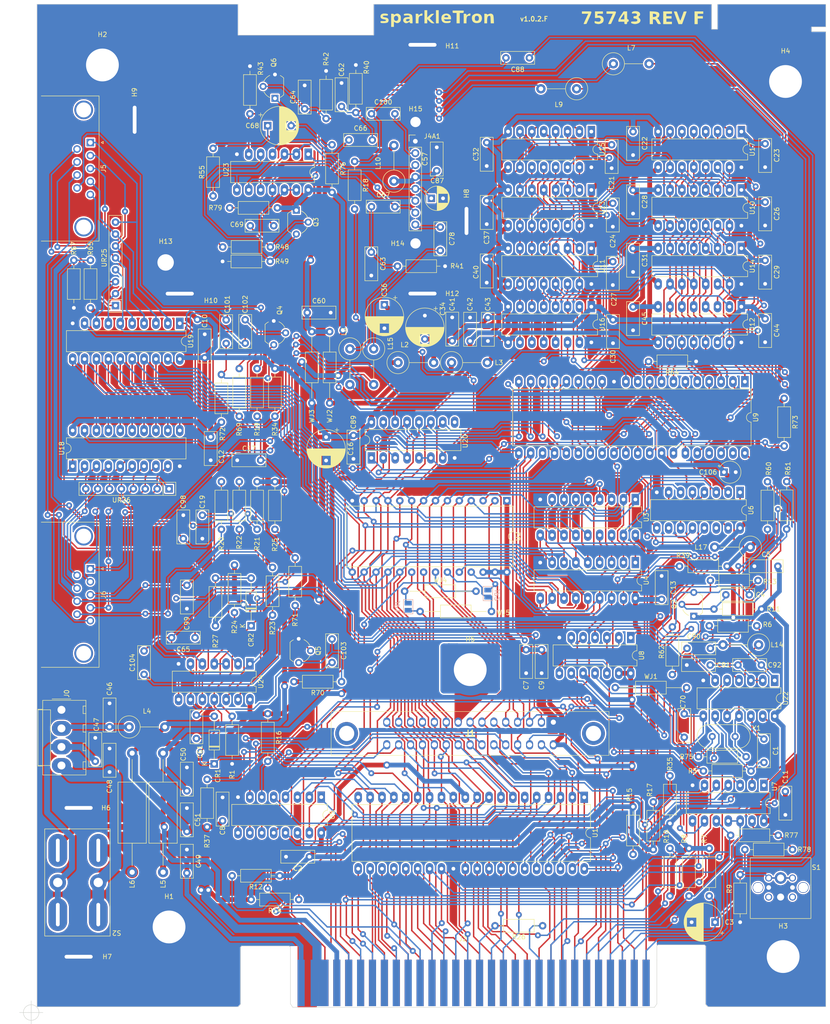
<source format=kicad_pcb>
(kicad_pcb (version 20221018) (generator pcbnew)
  (title_block (title "Reverse Engineer Colecovision") (date "2023-03-14") (rev "DEV") (company "sparkletron") (comment 1 "Jay Convertino") (comment 2 "MIT LICENSE"))
  (layers (0 "F.Cu" signal) (31 "B.Cu" signal) (34 "B.Paste" user) (35 "F.Paste" user) (36 "B.SilkS" user "B.Silkscreen") (37 "F.SilkS" user "F.Silkscreen") (38 "B.Mask" user) (39 "F.Mask" user) (44 "Edge.Cuts" user))
  (net 0 "")
  (net 1 "Net-(C1-Pad1)")
  (net 2 "Net-(C1-Pad2)")
  (net 3 "/clock_reset_misc_logic/EXP_RESET")
  (net 4 "GNDD")
  (net 5 "+5V")
  (net 6 "Net-(C17-Pad2)")
  (net 7 "Net-(C19-Pad2)")
  (net 8 "-5V")
  (net 9 "-5C")
  (net 10 "+12C")
  (net 11 "+5C")
  (net 12 "-5VL")
  (net 13 "+12VL")
  (net 14 "VDDF")
  (net 15 "Net-(C62-Pad1)")
  (net 16 "Net-(C63-Pad1)")
  (net 17 "/rf_mod/sub_rf_mod/3")
  (net 18 "/rf_mod/sub_rf_mod/7")
  (net 19 "/rf_mod/sub_rf_mod/8")
  (net 20 "Net-(C78-Pad2)")
  (net 21 "/rf_mod/sub_rf_mod/5")
  (net 22 "/io_ports/EXT_SOUND")
  (net 23 "Net-(C100-Pad1)")
  (net 24 "Net-(C90-Pad1)")
  (net 25 "Net-(C90-Pad2)")
  (net 26 "Net-(C91-Pad2)")
  (net 27 "Net-(C98-Pad2)")
  (net 28 "Net-(C99-Pad1)")
  (net 29 "/rf_mod/sub_rf_mod/2")
  (net 30 "+5VD")
  (net 31 "/clock_reset_misc_logic/INT")
  (net 32 "/cpu/D2")
  (net 33 "/decoder_logic/~{CS_hE000}")
  (net 34 "/cpu/D1")
  (net 35 "/cpu/D3")
  (net 36 "/cpu/D0")
  (net 37 "/cpu/D4")
  (net 38 "/cpu/A0")
  (net 39 "/cpu/D5")
  (net 40 "/cpu/A1")
  (net 41 "/cpu/D6")
  (net 42 "/cpu/A2")
  (net 43 "/cpu/D7")
  (net 44 "GND")
  (net 45 "/cpu/A11")
  (net 46 "/cpu/A3")
  (net 47 "/cpu/A10")
  (net 48 "/cpu/A4")
  (net 49 "/decoder_logic/~{CS_h8000}")
  (net 50 "/cpu/A13")
  (net 51 "/cpu/A14")
  (net 52 "/cpu/A5")
  (net 53 "/decoder_logic/~{CS_hA000}")
  (net 54 "/cpu/A6")
  (net 55 "/cpu/A12")
  (net 56 "/cpu/A7")
  (net 57 "/cpu/A9")
  (net 58 "/decoder_logic/~{CS_hC000}")
  (net 59 "/cpu/A8")
  (net 60 "/decoder_logic/~{CS_h4000}")
  (net 61 "/decoder_logic/~{CS_h2000}")
  (net 62 "/cpu/~{HALT}")
  (net 63 "/cpu/~{WR}")
  (net 64 "/cpu/~{NMI}")
  (net 65 "/cpu/~{BUSRQ}")
  (net 66 "/clock_reset_misc_logic/~{RESET}")
  (net 67 "/clock_reset_misc_logic/~{M1}")
  (net 68 "/decoder_logic/AUX_DECODE_1")
  (net 69 "/clock_reset_misc_logic/AUX_DECODE_2")
  (net 70 "/io_ports/EXT_VIDEO_SEL")
  (net 71 "/io_ports/EXT_VIDEO")
  (net 72 "/clock_reset_misc_logic/SND_CLK")
  (net 73 "/clock_reset_misc_logic/RESET")
  (net 74 "/io_ports/~{VDP_RESET}")
  (net 75 "/cpu/A15")
  (net 76 "/clock_reset_misc_logic/~{CLK}")
  (net 77 "/clock_reset_misc_logic/~{RFSH}")
  (net 78 "/clock_reset_misc_logic/~{WAIT}")
  (net 79 "/clock_reset_misc_logic/~{INT}")
  (net 80 "/cpu/~{BUSAK}")
  (net 81 "/cpu/~{RD}")
  (net 82 "/cpu/~{MREQ}")
  (net 83 "/cpu/~{IORQ}")
  (net 84 "/io_ports/SND_OUT")
  (net 85 "/rf_mod/sub_rf_mod/6")
  (net 86 "Net-(J5-Pad9)")
  (net 87 "Net-(J6-Pad9)")
  (net 88 "+12V")
  (net 89 "/psu/+12NF")
  (net 90 "/psu/+5NF")
  (net 91 "/rf_mod/R-Y")
  (net 92 "/rf_mod/B-Y")
  (net 93 "/rf_mod/Y")
  (net 94 "VDDA")
  (net 95 "Net-(R6-Pad2)")
  (net 96 "Net-(R22-Pad2)")
  (net 97 "Net-(R23-Pad2)")
  (net 98 "/clock_reset_misc_logic/~{CTRL_READ_2}")
  (net 99 "Net-(R77-Pad1)")
  (net 100 "/decoder_logic/~{ROM_ENABLE}")
  (net 101 "/decoder_logic/~{RAM_CS}")
  (net 102 "/clock_reset_misc_logic/RFSH")
  (net 103 "/controller/~{CTRL_READ}")
  (net 104 "/decoder_logic/~{SND_ENABLE}")
  (net 105 "/controller/~{CTRL_EN_1}")
  (net 106 "/decoder_logic/~{CSR}")
  (net 107 "/decoder_logic/~{CSW}")
  (net 108 "/controller/~{CTRL_EN_2}")
  (net 109 "/video/AD7")
  (net 110 "/video/AD6")
  (net 111 "/video/AD5")
  (net 112 "/video/AD4")
  (net 113 "/video/AD3")
  (net 114 "/video/AD2")
  (net 115 "/video/AD1")
  (net 116 "/video/AD0")
  (net 117 "/clock_reset_misc_logic/VDP_CLK")
  (footprint "Resistor_THT:R_Axial_DIN0207_L6.3mm_D2.5mm_P10.16mm_Horizontal" (layer "F.Cu") (at 75.6412 202.6532 180)
    (fp_text reference "R12")
    (fp_text value "3K3")
  )
  (footprint "Resistor_THT:R_Axial_DIN0207_L6.3mm_D2.5mm_P10.16mm_Horizontal" (layer "F.Cu") (at 91.6432 50.2532 -90)
    (fp_text reference "R18")
    (fp_text value "1K8")
  )
  (footprint "Capacitor_THT:C_Disc_D7.0mm_W2.5mm_P5.00mm" (layer "F.Cu") (at 119.8372 71.1212 -90)
    (fp_text reference "C40")
    (fp_text value "100nF")
  )
  (footprint "Package_DIP:DIP-14_W7.62mm_LongPads" (layer "F.Cu") (at 181.3102 160.9822 -90)
    (fp_text reference "U22")
    (fp_text value "74LS04")
  )
  (footprint "Package_DIP:DIP-20_W7.62mm_LongPads" (layer "F.Cu") (at 54.3052 84.7972 -90)
    (fp_text reference "U19")
    (fp_text value "74LS541")
  )
  (footprint "Capacitor_THT:C_Disc_D7.0mm_W2.5mm_P5.00mm" (layer "F.Cu") (at 112.4712 83.5272 -90)
    (fp_text reference "C41")
    (fp_text value "100nF")
  )
  (footprint "Inductor_THT:L_Axial_L11.0mm_D4.5mm_P7.62mm_Vertical_Fastron_MECC" (layer "F.Cu") (at 139.0292 34.7592 180)
    (fp_text reference "L9")
    (fp_text value "42uH")
  )
  (footprint "Resistor_THT:R_Axial_DIN0207_L6.3mm_D2.5mm_P10.16mm_Horizontal" (layer "F.Cu") (at 65.4812 178.7772 90)
    (fp_text reference "R1")
    (fp_text value "1K5")
  )
  (footprint "Resistor_THT:R_Axial_DIN0207_L6.3mm_D2.5mm_P10.16mm_Horizontal" (layer "F.Cu") (at 67.0052 104.6092 90)
    (fp_text reference "R69")
    (fp_text value "22K")
  )
  (footprint "Capacitor_THT:C_Disc_D7.0mm_W2.5mm_P5.00mm" (layer "F.Cu") (at 179.2732 83.8212 -90)
    (fp_text reference "C44")
    (fp_text value "100nF")
  )
  (footprint "Package_DIP:DIP-16_W7.62mm_LongPads" (layer "F.Cu") (at 174.1932 81.2412 -90)
    (fp_text reference "U12")
    (fp_text value "MK4116P")
  )
  (footprint "Capacitor_THT:C_Disc_D7.0mm_W2.5mm_P5.00mm" (layer "F.Cu") (at 66.5772 114.0072)
    (fp_text reference "C17")
    (fp_text value "100nF")
  )
  (footprint "mount_points:RF_MOUNT" (layer "F.Cu") (at 110.1852 62.9532 90)
    (fp_text reference "H8")
    (fp_text value "MountingHole_Pad")
  )
  (footprint "Resistor_THT:R_Axial_DIN0207_L6.3mm_D2.5mm_P10.16mm_Horizontal" (layer "F.Cu") (at 61.4172 57.6192 90)
    (fp_text reference "R55")
    (fp_text value "1K8")
  )
  (footprint "mount_points:SWITCH_MOUNT" (layer "F.Cu") (at 32.7152 182.8412)
    (fp_text reference "H6")
    (fp_text value "MountingHole_Pad")
  )
  (footprint "logos:sparkletron" (layer "F.Cu") (at 109.1692 19.7732)
    (fp_text reference "S4" hide)
    (fp_text value "sparkletron" hide)
  )
  (footprint "Resistor_THT:R_Axial_DIN0207_L6.3mm_D2.5mm_P10.16mm_Horizontal" (layer "F.Cu") (at 159.4612 149.5672 -90)
    (fp_text reference "R62")
    (fp_text value "270R")
  )
  (footprint "Package_DIP:DIP-20_W7.62mm_LongPads" (layer "F.Cu") (at 31.4452 115.2772 90)
    (fp_text reference "U18")
    (fp_text value "74LS541")
  )
  (footprint "Resistor_THT:R_Axial_DIN0207_L6.3mm_D2.5mm_P10.16mm_Horizontal" (layer "F.Cu") (at 61.9252 149.3132 90)
    (fp_text reference "R27")
    (fp_text value "100K")
  )
  (footprint "Package_DIP:DIP-40_W15.24mm_LongPads" (layer "F.Cu") (at 174.9502 97.2432 -90)
    (fp_text reference "U9")
    (fp_text value "TMS9928A")
  )
  (footprint "Resistor_THT:R_Axial_DIN0207_L6.3mm_D2.5mm_P10.16mm_Horizontal" (layer "F.Cu") (at 167.3352 196.8112 -90)
    (fp_text reference "R7")
    (fp_text value "91K")
  )
  (footprint "Inductor_THT:L_Axial_L12.8mm_D5.8mm_P25.40mm_Horizontal_Fastron_HBCC" (layer "F.Cu") (at 50.7492 201.8912 90)
    (fp_text reference "L5")
    (fp_text value "12uH")
  )
  (footprint "Switches_THT:Coleco_RST" (layer "F.Cu") (at 182.5752 198.8112)
    (fp_text reference "S1")
    (fp_text value "SW_SPST")
  )
  (footprint "Capacitor_THT:C_Disc_D7.0mm_W2.5mm_P5.00mm" (layer "F.Cu") (at 170.8912 142.7092)
    (fp_text reference "C4")
    (fp_text value "68pF")
  )
  (footprint "Resistor_THT:R_Axial_DIN0207_L6.3mm_D2.5mm_P10.16mm_Horizontal" (layer "F.Cu") (at 183.3372 100.7992 -90)
    (fp_text reference "R73")
    (fp_text value "4K7")
  )
  (footprint "Capacitor_THT:C_Disc_D7.0mm_W2.5mm_P5.00mm" (layer "F.Cu") (at 55.8292 193.2152 90)
    (fp_text reference "C51")
    (fp_text value "100nF")
  )
  (footprint "Connector_Dsub:DSUB-9_Male_Horizontal_P2.77x2.84mm_EdgePinOffset7.70mm_Housed_MountingHolesOffset9.12mm" (layer "F.Cu") (at 35.219531 46.2272 -90)
    (fp_text reference "J5")
    (fp_text value "Player 1")
  )
  (footprint "Capacitor_THT:C_Disc_D7.0mm_W2.5mm_P5.00mm" (layer "F.Cu") (at 162.5492 157.6952)
    (fp_text reference "C91")
    (fp_text value "150pF_OPT")
  )
  (footprint "Resistor_THT:R_Axial_DIN0207_L6.3mm_D2.5mm_P10.16mm_Horizontal" (layer "F.Cu") (at 74.1172 136.8672 -90)
    (fp_text reference "R23")
    (fp_text value "120R")
  )
  (footprint "Diode_THT:D_DO-35_SOD27_P10.16mm_Horizontal" (layer "F.Cu") (at 69.5452 149.3132 90)
    (fp_text reference "CR2")
    (fp_text value "1N914")
  )
  (footprint "Package_DIP:DIP-28_W15.24mm" (layer "F.Cu") (at 124.1452 122.6382 -90)
    (fp_text reference "U2")
    (fp_text value "27C256")
  )
  (footprint "Capacitor_THT:C_Disc_D7.0mm_W2.5mm_P5.00mm" (layer "F.Cu") (at 176.9872 136.6132)
    (fp_text reference "C5")
    (fp_text value "100nF")
  )
  (footprint "Capacitor_THT:C_Disc_D7.0mm_W2.5mm_P5.00mm" (layer "F.Cu") (at 179.2732 71.3752 -90)
    (fp_text reference "C29")
    (fp_text value "100nF")
  )
  (footprint "Resistor_THT:R_Axial_DIN0207_L6.3mm_D2.5mm_P10.16mm_Horizontal" (layer "F.Cu") (at 78.9432 134.8352 -90)
    (fp_text reference "R71")
    (fp_text value "22K")
  )
  (footprint "Package_DIP:DIP-16_W7.62mm_LongPads" (layer "F.Cu") (at 142.1742 68.7902 -90)
    (fp_text reference "U11")
    (fp_text value "MK4116P")
  )
  (footprint "Package_DIP:DIP-14_W7.62mm_LongPads" (layer "F.Cu") (at 150.5762 151.8382 -90)
    (fp_text reference "U8")
    (fp_text value "74LS74")
  )
  (footprint "Crystal:Crystal_HC49-U_Vertical" (layer "F.Cu") (at 172.8672 172.9352 180)
    (fp_text reference "Y1")
    (fp_text value "7.159090Mhz")
  )
  (footprint "Resistor_THT:R_Axial_DIN0207_L6.3mm_D2.5mm_P15.24mm_Horizontal" (layer "F.Cu") (at 82.4992 86.5752 -90)
    (fp_text reference "WJ3")
    (fp_text value "Jumper_2_Open")
  )
  (footprint "Resistor_THT:R_Axial_DIN0207_L6.3mm_D2.5mm_P10.16mm_Horizontal" (layer "F.Cu") (at 31.6992 81.4952 90)
    (fp_text reference "R67")
    (fp_text value "270R")
  )
  (footprint "Capacitor_THT:CP_Radial_D8.0mm_P5.00mm" (layer "F.Cu") (at 106.6292 83.147623 -90)
    (fp_text reference "C34")
    (fp_text value "10uF")
  )
  (footprint "Inductor_THT:L_Axial_L12.8mm_D5.8mm_P25.40mm_Horizontal_Fastron_HBCC" (layer "F.Cu") (at 44.1452 201.8912 90)
    (fp_text reference "L6")
    (fp_text value "12uH")
  )
  (footprint "MountingHole:MountingHole_2.2mm_M2_DIN965_Pad" (layer "F.Cu") (at 104.6312 41.8372)
    (fp_text reference "H15")
    (fp_text value "MountingHole_Pad")
  )
  (footprint "Inductor_THT:L_Axial_L11.0mm_D4.5mm_P7.62mm_Vertical_Fastron_MECC" (layer "F.Cu") (at 43.4952 170.9032)
    (fp_text reference "L4")
    (fp_text value "10uH")
  )
  (footprint "mount_points:MountingHole_7mm_M7" (layer "F.Cu") (at 52.0192 213.5752)
    (fp_text reference "H1")
    (fp_text value "MountingHole_Pad")
  )
  (footprint "mount_points:RF_MOUNT" (layer "F.Cu") (at 39.3372 41.3632 90)
    (fp_text reference "H9")
    (fp_text value "MountingHole_Pad")
  )
  (footprint "Capacitor_THT:C_Disc_D7.0mm_W2.5mm_P5.00mm" (layer "F.Cu") (at 179.2732 58.9292 -90)
    (fp_text reference "C26")
    (fp_text value "100nF")
  )
  (footprint "Resistor_THT:R_Axial_DIN0207_L6.3mm_D2.5mm_P10.16mm_Horizontal" (layer "F.Cu") (at 168.3512 145.7572)
    (fp_text reference "R11")
    (fp_text value "180R")
  )
  (footprint "Capacitor_THT:C_Disc_D7.0mm_W2.5mm_P5.00mm" (layer "F.Cu") (at 90.4132 45.6812)
    (fp_text reference "C66")
    (fp_text value "100nF")
  )
  (footprint "Capacitor_THT:C_Disc_D7.0mm_W2.5mm_P5.00mm" (layer "F.Cu") (at 128.2532 154.4332 -90)
    (fp_text reference "C7")
    (fp_text value "100nF")
  )
  (footprint "Connector_PCBEdge_EXT:Colecovision_Expansion" (layer "F.Cu") (at 114.5032 227.4182)
    (fp_text reference "J2")
    (fp_text value "Expansion Port")
    (fp_line (start -36.576 2.54) (end -36.576 -6.858) (stroke (width 0.1)) (layer "Edge.Cuts"))
    (fp_line (start -36.068 3.302) (end -36.576 2.54) (stroke (width 0.1)) (layer "Edge.Cuts"))
    (fp_line (start 41.148 3.302) (end -36.068 3.302) (stroke (width 0.1)) (layer "Edge.Cuts"))
    (fp_line (start 41.656 -6.858) (end 41.656 2.54) (stroke (width 0.1)) (layer "Edge.Cuts"))
    (fp_line (start 41.656 2.54) (end 41.148 3.302) (stroke (width 0.1)) (layer "Edge.Cuts"))
  )
  (footprint "Capacitor_THT:CP_Radial_D8.0mm_P5.00mm" (layer "F.Cu") (at 85.5472 109.064549 -90)
    (fp_text reference "C16")
    (fp_text value "10uF")
  )
  (footprint "Resistor_THT:R_Axial_DIN0207_L6.3mm_D2.5mm_P10.16mm_Horizontal" (layer "F.Cu") (at 74.6252 104.6092 90)
    (fp_text reference "R34")
    (fp_text value "3K3")
  )
  (footprint "Capacitor_THT:C_Disc_D7.0mm_W2.5mm_P5.00mm" (layer "F.Cu") (at 60.9092 109.0072 -90)
    (fp_text reference "C12")
    (fp_text value "100nF")
  )
  (footprint "Package_DIP:DIP-14_W7.62mm_LongPads" (layer "F.Cu") (at 179.0192 183.3492 -90)
    (fp_text reference "U7")
    (fp_text value "74LS05")
  )
  (footprint "Capacitor_THT:C_Disc_D7.0mm_W2.5mm_P5.00mm" (layer "F.Cu") (at 179.0192 173.4832 -90)
    (fp_text reference "C1")
    (fp_text value "10nF")
  )
  (footprint "Capacitor_THT:C_Disc_D7.0mm_W2.5mm_P5.00mm" (layer "F.Cu") (at 95.1992 69.5972 -90)
    (fp_text reference "C63")
    (fp_text value "470pF")
  )
  (footprint "Capacitor_THT:C_Disc_D7.0mm_W2.5mm_P5.00mm" (layer "F.Cu") (at 57.8612 168.3692 -90)
    (fp_text reference "C61")
    (fp_text value "10nF")
  )
  (footprint "Resistor_THT:R_Axial_DIN0207_L6.3mm_D2.5mm_P10.16mm_Horizontal" (layer "F.Cu") (at 73.1012 168.0752 -90)
    (fp_text reference "R16")
    (fp_text value "3K3")
  )
  (footprint "Resistor_THT:R_Axial_DIN0207_L6.3mm_D2.5mm_P10.16mm_Horizontal" (layer "F.Cu") (at 163.0172 196.8112 -90)
    (fp_text reference "R8")
    (fp_text value "3K3")
  )
  (footprint "Resistor_THT:R_Array_SIP8" (layer "F.Cu") (at 52.0192 120.1032 180)
    (fp_text reference "UR26")
    (fp_text value "22K")
  )
  (footprint "Resistor_THT:R_Axial_DIN0207_L6.3mm_D2.5mm_P10.16mm_Horizontal" (layer "F.Cu") (at 158.9532 191.4772 90)
    (fp_text reference "R35")
    (fp_text value "3K3")
  )
  (footprint "Resistor_THT:R_Axial_DIN0207_L6.3mm_D2.5mm_P10.16mm_Horizontal" (layer "F.Cu") (at 155.3972 197.0652 90)
    (fp_text reference "R17")
    (fp_text value "3K3")
  )
  (footprint "Capacitor_THT:CP_Radial_D8.0mm_P5.00mm" (layer "F.Cu") (at 168.586455 212.5592 180)
    (fp_text reference "C3")
    (fp_text value "10uF")
  )
  (footprint "Resistor_THT:R_Axial_DIN0207_L6.3mm_D2.5mm_P10.16mm_Horizontal" (layer "F.Cu") (at 70.8152 94.4492 -90)
    (fp_text reference "R19")
    (fp_text value "1K8")
  )
  (footprint "Resistor_THT:R_Axial_DIN0207_L6.3mm_D2.5mm_P10.16mm_Horizontal" (layer "F.Cu") (at 86.8172 46.6972 -90)
    (fp_text reference "R76")
    (fp_text value "1K8")
  )
  (footprint "Package_DIP:DIP-16_W7.62mm_LongPads" (layer "F.Cu") (at 174.2082 56.3392 -90)
    (fp_text reference "U10")
    (fp_text value "MK4116P")
  )
  (footprint "Capacitor_THT:CP_Radial_D8.0mm_P5.00mm" (layer "F.Cu") (at 97.9932 80.849294 -90)
    (fp_text reference "C36")
    (fp_text value "10uF")
  )
  (footprint "Package_DIP:DIP-16_W7.62mm_LongPads" (layer "F.Cu") (at 173.9242 120.8502 -90)
    (fp_text reference "U6")
    (fp_text value "74LS138")
  )
  (footprint "Package_DIP:DIP-16_W7.62mm_LongPads" (layer "F.Cu") (at 84.5162 185.8742 -90)
    (fp_text reference "U5")
    (fp_text value "74LS138")
  )
  (footprint "Capacitor_THT:C_Disc_D7.0mm_W2.5mm_P5.00mm" (layer "F.Cu") (at 55.8292 140.6772 -90)
    (fp_text reference "C99")
    (fp_text value "10nF")
  )
  (footprint "Package_DIP:DIP-16_W7.62mm_LongPads" (layer "F.Cu") (at 174.2082 68.7902 -90)
    (fp_text reference "U14")
    (fp_text value "MK4116P")
  )
  (footprint "Resistor_THT:R_Axial_DIN0207_L6.3mm_D2.5mm_P10.16mm_Horizontal" (layer "F.Cu") (at 151.0792 187.9212 -90)
    (fp_text reference "R15")
    (fp_text value "2K7")
  )
  (footprint "Resistor_THT:R_Axial_DIN0207_L6.3mm_D2.5mm_P10.16mm_Horizontal" (layer "F.Cu") (at 167.3352 149.3132)
    (fp_text reference "R6")
    (fp_text value "820R")
  )
  (footprint "Capacitor_THT:C_Disc_D7.0mm_W2.5mm_P5.00mm" (layer "F.Cu") (at 162.0012 168.1092 -90)
    (fp_text reference "C70")
    (fp_text value "68pF")
  )
  (footprint "Capacitor_THT:C_Disc_D7.0mm_W2.5mm_P5.00mm" (layer "F.Cu") (at 120.0912 83.5672 -90)
    (fp_text reference "C43")
    (fp_text value "100nF")
  )
  (footprint "Resistor_THT:R_Axial_DIN0207_L6.3mm_D2.5mm_P10.16mm_Horizontal" (layer "F.Cu") (at 183.8792 118.5452 -90)
    (fp_text reference "R61")
    (fp_text value "1K")
  )
  (footprint "Capacitor_THT:C_Disc_D7.0mm_W2.5mm_P5.00mm" (layer "F.Cu") (at 173.4712 157.6952)
    (fp_text reference "C92")
    (fp_text value "82pF")
  )
  (footprint "Capacitor_THT:C_Disc_D7.0mm_W2.5mm_P5.00mm" (layer "F.Cu") (at 151.0792 68.8352 -90)
    (fp_text reference "C31")
    (fp_text value "100nF")
  )
  (footprint "Capacitor_THT:C_Disc_D7.0mm_W2.5mm_P5.00mm" (layer "F.Cu") (at 109.9312 64.2632 -90)
    (fp_text reference "C78")
    (fp_text value "10nF")
  )
  (footprint "Package_DIP:DIP-40_W15.24mm_LongPads" (layer "F.Cu") (at 140.6602 185.9092 -90)
    (fp_text reference "U1")
    (fp_text value "Z80CPU")
  )
  (footprint "Capacitor_THT:C_Disc_D7.0mm_W2.5mm_P5.00mm" (layer "F.Cu") (at 151.0792 56.3892 -90)
    (fp_text reference "C28")
    (fp_text value "100nF")
  )
  (footprint "Package_DIP:DIP-18_W7.62mm_LongPads" (layer "F.Cu") (at 151.5772 135.8362 -90)
    (fp_text reference "U4")
    (fp_text value "SCM2114AL")
  )
  (footprint "Inductor_THT:L_Axial_L11.0mm_D4.5mm_P7.62mm_Vertical_Fastron_MECC" (layer "F.Cu") (at 146.8732 29.4252)
    (fp_text reference "L7")
    (fp_text value "120uH")
  )
  (footprint "Package_TO_SOT_THT:TO-92_Wide" (layer "F.Cu") (at 79.6972 152.1072 -90)
    (fp_text reference "Q5")
    (fp_text value "2N3904")
  )
  (footprint "Resistor_THT:R_Axial_DIN0207_L6.3mm_D2.5mm_P10.16mm_Horizontal" (layer "F.Cu") (at 179.7812 128.7392 90)
    (fp_text reference "R60")
    (fp_text value "47R")
  )
  (footprint "Capacitor_THT:C_Disc_D7.0mm_W2.5mm_P5.00mm" (layer "F.Cu") (at 55.0672 125.7312 -90)
    (fp_text reference "C98")
    (fp_text value "10nF")
  )
  (footprint "Capacitor_THT:C_Disc_D7.0mm_W2.5mm_P5.00mm" (layer "F.Cu") (at 46.6852 159.6872 90)
    (fp_text reference "C104")
    (fp_text value "100pF")
  )
  (footprint "Capacitor_THT:C_Disc_D7.0mm_W2.5mm_P5.00mm" (layer "F.Cu") (at 64.2112 89.0752 90)
    (fp_text reference "C101")
    (fp_text value "47nF")
  )
  (footprint "Capacitor_THT:C_Disc_D7.0mm_W2.5mm_P5.00mm" (layer "F.Cu") (at 116.2812 88.5672 90)
    (fp_text reference "C42")
    (fp_text value "100nF")
  )
  (footprint "Capacitor_THT:C_Disc_D7.0mm_W2.5mm_P5.00mm" (layer "F.Cu") (at 81.9912 198.5892 180)
    (fp_text reference "C2")
    (fp_text value "100nF")
  )
  (footprint "Resistor_THT:R_Axial_DIN0207_L6.3mm_D2.5mm_P10.16mm_Horizontal" (layer "F.Cu") (at 79.7052 207.7332 180)
    (fp_text reference "R14")
    (fp_text value "3K3")
  )
  (footprint "mount_points:MountingHole_7mm_M7" (layer "F.Cu") (at 183.6252 33.2012)
    (fp_text reference "H4")
    (fp_text value "MountingHole_Pad")
  )
  (footprint "Inductor_THT:L_Axial_L11.0mm_D4.5mm_P7.62mm_Vertical_Fastron_MECC" (layer "F.Cu") (at 100.8992 93.1792)
    (fp_text reference "L2")
    (fp_text value "10uH")
  )
  (footprint "Resistor_THT:R_Axial_DIN0207_L6.3mm_D2.5mm_P10.16mm_Horizontal" (layer "F.Cu") (at 88.8492 161.2512 180)
    (fp_text reference "R70")
    (fp_text value "10K")
  )
  (footprint "Resistor_THT:R_Axial_DIN0207_L6.3mm_D2.5mm_P15.24mm_Horizontal" (layer "F.Cu") (at 102.3112 141.9472)
    (fp_text reference "WJ4")
    (fp_text value "Jumper_2_Bridged_32K_ROM")
  )
  (footprint "Capacitor_THT:C_Disc_D7.0mm_W2.5mm_P5.00mm" (layer "F.Cu") (at 63.4492 185.9292 -90)
    (fp_text reference "C8")
    (fp_text value "100nF")
  )
  (footprint "Resistor_THT:R_Axial_DIN0207_L6.3mm_D2.5mm_P15.24mm_Horizontal" (layer "F.Cu") (at 86.3092 101.8152 90)
    (fp_text reference "WJ2")
    (fp_text value "Jumper_2_Bridged")
  )
  (footprint "Inductor_THT:L_Axial_L11.0mm_D4.5mm_P7.62mm_Vertical_Fastron_MECC" (layer "F.Cu") (at 112.3292 93.1792)
    (fp_text reference "L3")
    (fp_text value "10uH")
  )
  (footprint "Package_TO_SOT_THT:TO-92_Wide" (layer "F.Cu") (at 74.6332 36.7912 90)
    (fp_text reference "Q6")
    (fp_text value "2N3906")
  )
  (footprint "Capacitor_THT:C_Disc_D7.0mm_W2.5mm_P5.00mm" (layer "F.Cu") (at 88.8492 38.5292 90)
    (fp_text reference "C62")
    (fp_text value "470pF")
  )
  (footprint "TE_5530841-2:55308412_coleco" (layer "F.Cu") (at 98.5012 174.7132 180)
    (fp_text reference "J1")
    (fp_text value "Cartridge Port" hide)
  )
  (footprint "Capacitor_THT:C_Disc_D7.0mm_W2.5mm_P5.00mm" (layer "F.Cu") (at 69.366528 63.9692)
    (fp_text reference "C69")
    (fp_text value "47nF")
  )
  (footprint "Inductor_THT:L_Axial_L11.0mm_D4.5mm_P7.62mm_Vertical_Fastron_MECC" (layer "F.Cu") (at 176.1132 132.5492 180)
    (fp_text reference "L17")
    (fp_text value "42uH")
  )
  (footprint "Capacitor_THT:C_Disc_D7.0mm_W2.5mm_P5.00mm" (layer "F.Cu") (at 157.1752 138.6852 -90)
    (fp_text reference "C13")
    (fp_text value "100nF")
  )
  (footprint "Capacitor_THT:C_Disc_D7.0mm_W2.5mm_P5.00mm" (layer "F.Cu") (at 36.2712 173.2292 -90)
    (fp_text reference "C47")
    (fp_text value "100nF")
  )
  (footprint "Resistor_THT:R_Axial_DIN0207_L6.3mm_D2.5mm_P10.16mm_Horizontal" (layer "F.Cu") (at 75.1332 60.1592 180)
    (fp_text reference "R79")
    (fp_text value "1K5_OPT")
  )
  (footprint "Inductor_THT:L_Axial_L11.0mm_D4.5mm_P7.62mm_Vertical_Fastron_MECC" (layer "F.Cu") (at 177.8912 153.3772 180)
    (fp_text reference "L14")
    (fp_text value "2.7uH")
  )
  (footprint "Capacitor_THT:CP_Radial_Tantal_D4.5mm_P2.50mm" (layer "F.Cu") (at 170.491784 116.5472)
    (fp_text reference "C106")
    (fp_text value "10uF")
  )
  (footprint "Resistor_THT:R_Axial_DIN0207_L6.3mm_D2.5mm_P10.16mm_Horizontal" (layer "F.Cu") (at 166.0992 180.3012)
    (fp_text reference "R5")
    (fp_text value "820R")
  )
  (footprint "Capacitor_THT:C_Disc_D7.0mm_W2.5mm_P5.00mm" (layer "F.Cu") (at 57.5672 151.8532 180)
    (fp_text reference "C65")
    (fp_text value "10nF")
  )
  (footprint "Package_DIP:DIP-14_W7.62mm_LongPads" (layer "F.Cu") (at 81.7422 48.7142 -90)
    (fp_text reference "U23")
    (fp_text value "4066")
  )
  (footprint "Capacitor_THT:C_Disc_D7.0mm_W2.5mm_P5.00mm" (layer "F.Cu") (at 59.1312 130.7312 90)
    (fp_text reference "C19")
    (fp_text value "100nF")
  )
  (footprint "Capacitor_THT:CP_Radial_D8.0mm_P5.00mm" (layer "F.Cu") (at 73.081898 42.6332)
    (fp_text reference "C68")
    (fp_text value "10uF")
  )
  (footprint "Resistor_THT:R_Axial_DIN0207_L6.3mm_D2.5mm_P10.16mm_Horizontal" (layer "F.Cu") (at 175.2092 177.2532 180)
    (fp_text reference "R75")
    (fp_text value "DNP")
  )
  (footprint "Resistor_THT:R_Axial_DIN0207_L6.3mm_D2.5mm_P10.16mm_Horizontal" (layer "F.Cu") (at 160.9852 136.6132)
    (fp_text reference "R39")
    (fp_text value "1K")
  )
  (footprint "Resistor_THT:R_Axial_DIN0207_L6.3mm_D2.5mm_P15.24mm_Horizontal" (layer "F.Cu") (at 147.2692 162.5212)
    (fp_text reference "WJ1")
    (fp_text value "Jumper_2_Open")
  )
  (footprint "Resistor_THT:R_Axial_DIN0207_L6.3mm_D2.5mm_P10.16mm_Horizontal" (layer "F.Cu") (at 63.4832 68.5072)
    (fp_text reference "R48")
    (fp_text value "470K")
  )
  (footprint "Resistor_THT:R_Axial_DIN0207_L6.3mm_D2.5mm_P10.16mm_Horizontal" (layer "F.Cu") (at 35.2552 81.4952 90)
    (fp_text reference "R65")
    (fp_text value "270R")
  )
  (footprint "Switches_THT:DPDT_GF-626-0061" (layer "F.Cu") (at 32.5882 215.5122 180)
    (fp_text reference "S2")
    (fp_text value "SW_DPDT_x2")
  )
  (footprint "Package_DIP:DIP-16_W7.62mm_LongPads" (layer "F.Cu") (at 142.1742 81.2412 -90)
    (fp_text reference "U16")
    (fp_text value "MK4116P")
  )
  (footprint "Inductor_THT:L_Axial_L11.0mm_D4.5mm_P7.62mm_Vertical_Fastron_MECC" (layer "F.Cu") (at 90.6272 90.2432 -90)
    (fp_text reference "L8")
    (fp_text value "120uH")
  )
  (footprint "Capacitor_THT:C_Disc_D7.0mm_W2.5mm_P5.00mm" (layer "F.Cu") (at 109.1692 52.2452 90)
    (fp_text reference "C57")
    (fp_text value "10nF")
  )
  (footprint "Package_DIP:DIP-16_W7.62mm_LongPads" (layer "F.Cu") (at 174.2082 43.8882 -90)
    (fp_text reference "U17")
    (fp_text value "MK4116P")
  )
  (footprint "Capacitor_THT:C_Disc_D7.0mm_W2.5mm_P5.00mm" (layer "F.Cu") (at 59.6392 92.1232 90)
    (fp_text reference "C10")
    (fp_text value "100nF")
  )
  (footprint "Resistor_THT:R_Axial_DIN0207_L6.3mm_D2.5mm_P10.16mm_Horizontal" (layer "F.Cu") (at 70.8152 128.7392 90)
    (fp_text reference "R21")
    (fp_text value "1K5")
  )
  (footprint "Capacitor_THT:C_Disc_D7.0mm_W2.5mm_P5.00mm" (layer "F.Cu") (at 95.2392 40.0932)
    (fp_text reference "C100")
    (fp_text value "100nF")
  )
  (footprint "Capacitor_THT:C_Disc_D7.0mm_W2.5mm_P5.00mm" (layer "F.Cu") (at 146.7952 84.0352 -90)
    (fp_text reference "C30")
    (fp_text value "100nF")
  )
  (footprint "Capacitor_THT:C_Disc_D7.0mm_W2.5mm_P5.00mm" (layer "F.Cu") (at 146.7612 59.1832 -90)
    (fp_text reference "C24")
    (fp_text value "100nF")
  )
  (footprint "Package_DIP:DIP-16_W7.62mm_LongPads" (layer "F.Cu") (at 142.1742 43.8882 -90)
    (fp_text reference "U15")
    (fp_text value "MK4116P")
  )
  (footprint "Resistor_THT:R_Axial_DIN0207_L6.3mm_D2.5mm_P10.16mm_Horizontal" (layer "F.Cu") (at 63.1952 95.7192 -90)
    (fp_text reference "R72")
    (fp_text value "10K")
  )
  (footprint "Capacitor_THT:C_Disc_D7.0mm_W2.5mm_P5.00mm" (layer "F.Cu") (at 86.8172 152.1472 -90)
    (fp_text reference "C103")
    (fp_text value "47nF")
  )
  (footprint "Capacitor_THT:C_Disc_D7.0mm_W2.5mm_P5.00mm" (layer "F.Cu") (at 119.8372 46.2292 -90)
    (fp_text reference "C32")
    (fp_text value "100nF")
  )
  (footprint "Inductor_THT:L_Axial_L11.0mm_D4.5mm_P7.62mm_Vertical_Fastron_MECC" (layer "F.Cu") (at 95.7072 90.2432 -90)
    (fp_text reference "L15")
    (fp_text value "42uH")
  )
  (footprint "Capacitor_THT:C_Disc_D7.0mm_W2.5mm_P5.00mm" (layer "F.Cu") (at 146.7612 71.6292 -90)
    (fp_text reference "C27")
    (fp_text value "100nF")
  )
  (footprint "Capacitor_THT:C_Disc_D7.0mm_W2.5mm_P5.00mm" (layer "F.Cu") (at 95.2392 59.9052)
    (fp_text reference "C67")
    (fp_text value "100nF")
  )
  (footprint "Resistor_THT:R_Axial_DIN0207_L6.3mm_D2.5mm_P10.16mm_Horizontal" (layer "F.Cu") (at 131.7752 213.3212 180)
    (fp_text reference "R26")
    (fp_text value "470R")
  )
  (footprint "mount_points:MountingHole_7mm_M7" (layer "F.Cu") (at 183.1172 219.8912)
    (fp_text reference "H3")
    (fp_text value "MountingHole_Pad")
  )
  (footprint "Package_TO_SOT_THT:TO-92_Wide" (layer "F.Cu") (at 74.3712 84.2892 -90)
    (fp_text reference "Q4")
    (fp_text value "2N3904")
  )
  (footprint "Resistor_THT:R_Axial_DIN0207_L6.3mm_D2.5mm_P10.16mm_Horizontal" (layer "F.Cu") (at 182.0672 194.0172 180)
    (fp_text reference "R77")
    (fp_text value "22K")
  )
  (footprint "Package_DIP:DIP-16_W7.62mm_LongPads" (layer "F.Cu") (at 95.2142 113.5142 90)
    (fp_text reference "U20")
    (fp_text value "SN76489AN")
  )
  (footprint "Resistor_THT:R_Axial_DIN0207_L6.3mm_D2.5mm_P10.16mm_Horizontal" (layer "F.Cu") (at 185.1152 197.0652 180)
    (fp_text reference "R78")
    (fp_text value "1K")
  )
  (footprint "mount_points:MountingHole_7mm_M7" (layer "F.Cu") (at 37.7952 29.6792)
    (fp_text reference "H2")
    (fp_text value "MountingHole_Pad")
  )
  (footprint "Resistor_THT:R_Axial_DIN0207_L6.3mm_D2.5mm_P10.16mm_Horizontal" (layer "F.Cu") (at 91.8972 39.8392 90)
    (fp_text reference "R40")
    (fp_text value "390R")
  )
  (footprint "Connector_Dsub:DSUB-9_Male_Horizontal_P2.77x2.84mm_EdgePinOffset7.70mm_Housed_MountingHolesOffset9.12mm" (layer "F.Cu") (at 35.219531 137.1592 -90)
    (fp_text reference "J6")
    (fp_text value "Player 2")
  )
  (footprint "Capacitor_THT:C_Disc_D7.0mm_W2.5mm_P5.00mm" (layer "F.Cu") (at 80.9752 39.0372 90)
    (fp_text reference "C64")
    (fp_text value "120pF")
  )
  (footprint "Resistor_THT:R_Axial_DIN0207_L6.3mm_D2.5mm_P10.16mm_Horizontal" (layer "F.Cu") (at 63.1952 128.7392 90)
    (fp_text reference "R20")
    (fp_text value "1K8")
  )
  (footprint "Capacitor_THT:C_Disc_D7.0mm_W2.5mm_P5.00mm" (layer "F.Cu") (at 91.3892 108.7132 -90)
    (fp_text reference "C89")
    (fp_text value "100nF")
  )
  (footprint "Capacitor_THT:C_Disc_D7.0mm_W2.5mm_P5.00mm" (layer "F.Cu") (at 119.8372 58.6352 -90)
    (fp_text reference "C37")
    (fp_text value "100nF")
  )
  (footprint "Capacitor_THT:C_Disc_D7.0mm_W2.5mm_P5.00mm" (layer "F.Cu") (at 128.9412 28.1552 180)
    (fp_text reference "C88")
    (fp_text value "100nF")
  )
  (footprint "Capacitor_THT:C_Disc_D7.0mm_W2.5mm_P5.00mm" (layer "F.Cu") (at 55.8292 179.5392 -90)
    (fp_text reference "C50")
    (fp_text value "100nF")
  )
  (footprint "Package_TO_SOT_THT:TO-92_Wide" (layer "F.Cu") (at 79.1892 60.6672 -90)
    (fp_text reference "Q3")
    (fp_text value "2N3906")
  )
  (footprint "Capacitor_THT:CP_Radial_D5.0mm_P2.50mm" (layer "F.Cu") (at 108.008974 58.1272)
    (fp_text reference "C87")
    (fp_text value "10uF")
  )
  (footprint "Capacitor_THT:C_Disc_D7.0mm_W2.5mm_P5.00mm" (layer "F.Cu") (at 39.3192 165.8632 -90)
    (fp_text reference "C46")
    (fp_text value "100nF")
  )
  (footprint "mount_points:MountingHole_7mm_M7" (layer "F.Cu") (at 116.3152 158.6772)
    (fp_text reference "H5")
    (fp_text value "MountingHole_Pad")
  )
  (footprint "Resistor_THT:R_Axial_DIN0207_L6.3mm_D2.5mm_P10.16mm_Horizontal" (layer "F.Cu") (at 158.9532 206.9712 90)
    (fp_text reference "R10")
    (fp_text value "3K3")
  )
  (footprint "Package_DIP:DIP-18_W7.62mm_LongPads" (layer "F.Cu") (at 151.5772 122.3742 -90)
    (fp_text reference "U3")
    (fp_text value "SCM2114AL")
  )
  (footprint "Connector_Molex:Molex_KK-396_A-41791-0004_1x04_P3.96mm_Vertical" (layer "F.Cu") (at 29.0542 167.2492 -90)
    (fp_text reference "J0")
    (fp_text value "Conn_01x04")
  )
  (footprint "Package_TO_SOT_THT:TO-92_Wide" (layer "F.Cu") (at 164.0412 147.2812 90)
    (fp_text reference "Q2")
    (fp_text value "2N3906")
  )
  (footprint "Capacitor_THT:C_Disc_D7.0mm_W2.5mm_P5.00mm" (layer "F.Cu") (at 151.0792 81.2812 -90)
    (fp_text reference "C45")
    (fp_text value "100nF")
  )
  (footprint "MountingHole:MountingHole_2.2mm_M2_DIN965_Pad" (layer "F.Cu") (at 104.6312 67.7452)
    (fp_text reference "H14")
    (fp_text value "MountingHole_Pad")
  )
  (footprint "mount_points:RF_MOUNT" (layer "F.Cu") (at 106.1212 20.0452)
    (fp_text reference "H11")
    (fp_text value "MountingHole_Pad")
  )
  (footprint "Resistor_THT:R_Axial_DIN0207_L6.3mm_D2.5mm_P10.16mm_Horizontal" (layer "F.Cu") (at 100.7872 72.6052)
    (fp_text reference "R41")
    (fp_text value "390R")
  )
  (footprint "Resistor_THT:R_Axial_DIN0207_L6.3mm_D2.5mm_P10.16mm_Horizontal" (layer "F.Cu") (at 69.2912 29.9332 -90)
    (fp_text reference "R43")
    (fp_text value "10K")
  )
  (footprint "Capacitor_THT:C_Disc_D7.0mm_W2.5mm_P5.00mm" (layer "F.Cu") (at 146.5072 46.6972 -90)
    (fp_text reference "C21")
    (fp_text value "100nF")
  )
  (footprint "Capacitor_THT:C_Disc_D7.0mm_W2.5mm_P5.00mm" (layer "F.Cu") (at 162.5892 154.1392)
    (fp_text reference "C90")
    (fp_text value "120pF")
  )
  (footprint "MountingHole:MountingHole_3.5mm_Pad" (layer "F.Cu") (at 51.2912 71.8092)
    (fp_text reference "H13")
    (fp_text value "MountingHole_Pad")
  )
  (footprint "Resistor_THT:R_Array_SIP8" (layer "F.Cu") (at 40.5892 80.9972 90)
    (fp_text reference "UR25")
    (fp_text value "22K")
  )
  (footprint "Inductor_THT:L_Axial_L11.0mm_D4.5mm_P7.62mm_Vertical_Fastron_MECC" (layer "F.Cu") (at 100.0252 54.4592 90)
    (fp_text reference "L10")
    (fp_text value "10uH")
  )
  (footprint "mount_points:RF_MOUNT" (layer "F.Cu") (at 54.3052 73.1312)
    (fp_text reference "H10")
    (fp_text value "MountingHole_Pad")
  )
  (footprint "Connector_PinHeader_2.54mm:PinHeader_1x08_P2.54mm_Vertical" (layer "F.Cu") (at 104.5972 45.9502)
    (fp_text reference "J4A1")
    (fp_text value "Conn_01x08")
  )
  (footprint "Capacitor_THT:C_Disc_D7.0mm_W2.5mm_P5.00mm" (layer "F.Cu") (at 81.5232 82.5112)
    (fp_text reference "C60")
    (fp_text value "47nF")
  )
  (footprint "mount_points:SWITCH_MOUNT" (layer "F.Cu") (at 32.7152 214.5912)
    (fp_text reference "H7")
    (fp_text value "MountingHole_Pad")
  )
  (footprint "Capacitor_THT:C_Disc_D7.0mm_W2.5mm_P5.00mm" (layer "F.Cu") (at 39.3192 175.5152 -90)
    (fp_text reference "C48")
    (fp_text value "100nF")
  )
  (footprint "Resistor_THT:R_Axial_DIN0207_L6.3mm_D2.5mm_P10.16mm_Horizontal" (layer "F.Cu") (at 167.5892 139.6612)
    (fp_text reference "R13")
    (fp_text value "1K1")
  )
  (footprint "Package_DIP:DIP-14_W7.62mm_LongPads" (layer "F.Cu") (at 69.2912 157.4412 -90)
    (fp_text reference "U24")
    (fp_text value "74LS00")
  )
  (footprint "Resistor_THT:R_Axial_DIN0207_L6.3mm_D2.5mm_P10.16mm_Horizontal" (layer "F.Cu") (at 67.0052 118.5792 -90)
    (fp_text reference "R22")
    (fp_text value "120R")
  )
  (footprint "Capacitor_THT:C_Disc_D7.0mm_W2.5mm_P5.00mm" (layer "F.Cu") (at 151.0792 43.9032 -90)
    (fp_text reference "C22")
    (fp_text value "100nF")
  )
  (footprint "Resistor_THT:R_Axial_DIN0207_L6.3mm_D2.5mm_P10.16mm_Horizontal" (layer "F.Cu") (at 65.9892 136.3592 -90)
    (fp_text reference "R24")
    (fp_text value "100K")
  )
  (footprint "Diode_THT:D_DO-35_SOD27_P10.16mm_Horizontal" (layer "F.Cu") (at 61.6712 178.7772 90)
    (fp_text reference "CR1")
    (fp_text value "1N914")
  )
  (footprint "Resistor_THT:R_Axial_DIN0207_L6.3mm_D2.5mm_P10.16mm_Horizontal" (layer "F.Cu") (at 60.1472 192.2392 90)
    (fp_text reference "R37")
    (fp_text value "3K3")
  )
  (footprint "Capacitor_THT:C_Disc_D7.0mm_W2.5mm_P5.00mm" (layer "F.Cu") (at 179.2732 46.4832 -90)
    (fp_text reference "C23")
    (fp_text value "100nF")
  )
  (footprint "mount_points:RF_MOUNT" (layer "F.Cu") (at 106.1212 73.1132)
    (fp_text reference "H12")
    (fp_text value "MountingHole_Pad")
  )
  (footprint "Resistor_THT:R_Axial_DIN0207_L6.3mm_D2.5mm_P10.16mm_Horizontal" (layer "F.Cu") (at 173.9392 202.3992 -90)
    (fp_text reference "R9")
    (fp_text value "1M")
  )
  (footprint "Capacitor_THT:C_Disc_D7.0mm_W2.5mm_P5.00mm" (layer "F.Cu") (at 183.5912 189.6592 90)
    (fp_text reference "C11")
    (fp_text value "100nF")
  )
  (footprint "Package_DIP:DIP-16_W7.62mm_LongPads" (layer "F.Cu") (at 142.1742 56.3392 -90)
    (fp_text reference "U13")
    (fp_text value "MK4116P")
  )
  (footprint "Resistor_THT:R_Axial_DIN0207_L6.3mm_D2.5mm_P10.16mm_Horizontal" (layer "F.Cu") (at 74.6252 128.7392 90)
    (fp_text reference "R25")
    (fp_text value "1K5")
  )
  (footprint "logos:board_revision" (layer "F.Cu") (at 153.1112 19.5192)
    (fp_text reference "S3" hide)
    (fp_text value "board_rev" hide)
  )
  (footprint "Capacitor_THT:C_Disc_D7.0mm_W2.5mm_P5.00mm" (layer "F.Cu") (at 131.5552 154.4332 -90)
    (fp_text reference "C9")
    (fp_text value "100nF")
  )
  (footprint "Resistor_THT:R_Axial_DIN0207_L6.3mm_D2.5mm_P10.16mm_Horizontal" (layer "F.Cu") (at 73.6092 71.5892 180)
    (fp_text reference "R49")
    (fp_text value "10K")
  )
  (footprint "Resistor_THT:R_Axial_DIN0207_L6.3mm_D2.5mm_P15.24mm_Horizontal" (layer "F.Cu") (at 105.6132 146.2652)
    (fp_text reference "WJ5")
    (fp_text value "Jumper_2_Bridged_32K_ROM")
  )
  (footprint "Capacitor_THT:C_Disc_D7.0mm_W2.5mm_P5.00mm" (layer "F.Cu") (at 68.2752 84.0352 -90)
    (fp_text reference "C102")
    (fp_text value "100pF")
  )
  (footprint "Resistor_THT:R_Axial_DIN0207_L6.3mm_D2.5mm_P10.16mm_Horizontal" (layer "F.Cu") (at 85.5472 41.1092 90)
    (fp_text reference "R42")
    (fp_text value "390R")
  )
  (footprint "Capacitor_THT:C_Disc_D7.0mm_W2.5mm_P5.00mm" (layer "F.Cu") (at 55.8292 197.0652 -90)
    (fp_text reference "C49")
    (fp_text value "100nF")
  )
  (footprint "Resistor_THT:R_Axial_DIN0207_L6.3mm_D2.5mm_P10.16mm_Horizontal" (layer "F.Cu") (at 164.5412 92.9252 180)
    (fp_text reference "R64")
    (fp_text value "1K")
  )
  (footprint "jumper_pads:SolderJumper-2_P1.3mm_Open_Pad1.0x1.5mm" (layer "B.Cu") (at 120.0912 142.4552 -90)
    (fp_text reference "JP2")
    (fp_text value "SolderJumper_2_Open")
  )
  (footprint "jumper_pads:SolderJumper-2_P1.3mm_Open_Pad1.0x1.5mm" (layer "B.Cu") (at 103.0732 145.2492 -90)
    (fp_text reference "JP1")
    (fp_text value "SolderJumper_2_Open")
  )
  (gr_line (start 166.3192 217.3852) (end 166.5732 217.6392) (stroke (width 0.1)) (layer "Edge.Cuts"))
  (gr_line (start 23.8252 230.5932) (end 66.7512 230.5932) (stroke (width 0.1)) (layer "Edge.Cuts"))
  (gr_line (start 189.1792 21.5512) (end 192.2272 21.5512) (stroke (width 0.1)) (layer "Edge.Cuts"))
  (gr_line (start 95.7072 16.7252) (end 95.7072 23.3292) (stroke (width 0.1)) (layer "Edge.Cuts"))
  (gr_line (start 169.1132 16.7252) (end 169.1132 22.0592) (stroke (width 0.1)) (layer "Edge.Cuts"))
  (gr_line (start 67.2592 230.0852) (end 67.2592 217.8932) (stroke (width 0.1)) (layer "Edge.Cuts"))
  (gr_line (start 166.5732 230.0852) (end 167.0812 230.5932) (stroke (width 0.1)) (layer "Edge.Cuts"))
  (gr_line (start 156.1592 220.5602) (end 156.1592 217.6392) (stroke (width 0.1)) (layer "Edge.Cuts"))
  (gr_line (start 77.6732 217.6392) (end 77.9272 217.8932) (stroke (width 0.1)) (layer "Edge.Cuts"))
  (gr_line (start 192.2272 230.5932) (end 192.2272 22.5672) (stroke (width 0.1)) (layer "Edge.Cuts"))
  (gr_line (start 156.1592 217.6392) (end 156.4132 217.3852) (stroke (width 0.1)) (layer "Edge.Cuts"))
  (gr_line (start 66.7512 16.7252) (end 23.8252 16.7252) (stroke (width 0.1)) (layer "Edge.Cuts"))
  (gr_line (start 67.5132 217.6392) (end 77.6732 217.6392) (stroke (width 0.1)) (layer "Edge.Cuts"))
  (gr_line (start 67.2592 217.8932) (end 67.5132 217.6392) (stroke (width 0.1)) (layer "Edge.Cuts"))
  (gr_line (start 66.7512 230.5932) (end 67.2592 230.0852) (stroke (width 0.1)) (layer "Edge.Cuts"))
  (gr_line (start 95.7072 23.3292) (end 66.7512 23.3292) (stroke (width 0.1)) (layer "Edge.Cuts"))
  (gr_line (start 192.2272 22.5672) (end 189.1792 22.5672) (stroke (width 0.1)) (layer "Edge.Cuts"))
  (gr_line (start 192.2272 16.7252) (end 169.1132 16.7252) (stroke (width 0.1)) (layer "Edge.Cuts"))
  (gr_line (start 166.5732 217.6392) (end 166.5732 230.0852) (stroke (width 0.1)) (layer "Edge.Cuts"))
  (gr_line (start 167.8432 22.0592) (end 167.8432 16.7252) (stroke (width 0.1)) (layer "Edge.Cuts"))
  (gr_line (start 167.0812 230.5932) (end 192.2272 230.5932) (stroke (width 0.1)) (layer "Edge.Cuts"))
  (gr_line (start 169.1132 22.0592) (end 167.8432 22.0592) (stroke (width 0.1)) (layer "Edge.Cuts"))
  (gr_line (start 66.7512 23.3292) (end 66.7512 16.7252) (stroke (width 0.1)) (layer "Edge.Cuts"))
  (gr_line (start 23.8252 16.7252) (end 23.8252 230.5932) (stroke (width 0.1)) (layer "Edge.Cuts"))
  (gr_line (start 189.1792 22.5672) (end 189.1792 21.5512) (stroke (width 0.1)) (layer "Edge.Cuts"))
  (gr_line (start 192.2272 21.5512) (end 192.2272 16.7252) (stroke (width 0.1)) (layer "Edge.Cuts"))
  (gr_line (start 77.9272 217.8932) (end 77.9272 220.5602) (stroke (width 0.1)) (layer "Edge.Cuts"))
  (gr_line (start 156.4132 217.3852) (end 166.3192 217.3852) (stroke (width 0.1)) (layer "Edge.Cuts"))
  (gr_line (start 167.8432 16.7252) (end 95.7072 16.7252) (stroke (width 0.1)) (layer "Edge.Cuts"))
  (gr_text "v1.0.2.F" (at 126.8562 20.4504) (layer "F.SilkS") (effects (font (size 1 1) (thickness 0.2) bold) (justify left bottom)))
  (target plus (at 22.5892 231.8292) (size 5) (width 0.1) (layer "Edge.Cuts"))
  (segment (start 145.360802 75.668946) (end 148.7932 72.236548) (width 0.3048) (layer "F.Cu") (net 0))
  (segment (start 139.6342 59.3822) (end 138.377 58.125) (width 0.3048) (layer "F.Cu") (net 0))
  (segment (start 31.9532 124.6072) (end 34.3344 126.9884) (width 0.3048) (layer "F.Cu") (net 0))
  (segment (start 61.6712 163.0292) (end 65.4812 159.2192) (width 0.3048) (layer "F.Cu") (net 0))
  (segment (start 170.3832 55.3332) (end 171.6682 54.0482) (width 0.3048) (layer "F.Cu") (net 0))
  (segment (start 31.74085 69.5989) (end 26.9829 69.5989) (width 0.3048) (layer "F.Cu") (net 0))
  (segment (start 144.751701 90.362699) (end 144.751701 75.416649) (width 0.3048) (layer "F.Cu") (net 0))
  (segment (start 149.5502 112.4832) (end 149.5502 110.910657) (width 0.3048) (layer "F.Cu") (net 0))
  (segment (start 36.20165 68.2532) (end 28.4312 68.2532) (width 0.3048) (layer "F.Cu") (net 0))
  (segment (start 138.133 110.826) (end 138.133 95.9654) (width 0.3048) (layer "F.Cu") (net 0))
  (segment (start 65.4812 159.2192) (end 65.4812 155.9172) (width 0.3048) (layer "F.Cu") (net 0))
  (segment (start 166.5882 56.3392) (end 166.5882 55.0642) (width 0.3048) (layer "F.Cu") (net 0))
  (segment (start 38.05915 75.9172) (end 31.74085 69.5989) (width 0.3048) (layer "F.Cu") (net 0))
  (segment (start 42.6212 60.9212) (end 42.6212 66.2652) (width 0.3048) (layer "F.Cu") (net 0))
  (segment (start 171.6682 66.612251) (end 171.6682 63.9592) (width 0.3048) (layer "F.Cu") (net 0))
  (segment (start 170.3832 50.585251) (end 170.3832 46.6292) (width 0.3048) (layer "F.Cu") (net 0))
  (segment (start 34.2392 120.1032) (end 34.2392 124.6752) (width 0.3048) (layer "F.Cu") (net 0))
  (segment (start 148.7932 72.236548) (end 148.7932 70.8272) (width 0.3048) (layer "F.Cu") (net 0))
  (segment (start 139.6342 78.2082) (end 139.6342 76.4102) (width 0.3048) (layer "F.Cu") (net 0))
  (segment (start 170.3854 53.807) (end 170.3854 50.587451) (width 0.3048) (layer "F.Cu") (net 0))
  (segment (start 135.8392 66.2552) (end 135.8392 64.882149) (width 0.3048) (layer "F.Cu") (net 0))
  (segment (start 166.5732 79.7172) (end 167.8454 78.445) (width 0.3048) (layer "F.Cu") (net 0))
  (segment (start 138.377 52.428949) (end 138.377 50.587451) (width 0.3048) (layer "F.Cu") (net 0))
  (segment (start 169.1282 56.3392) (end 169.1282 55.0642) (width 0.3048) (layer "F.Cu") (net 0))
  (segment (start 38.3372 60.3792) (end 38.3372 68.5852) (width 0.3048) (layer "F.Cu") (net 0))
  (segment (start 166.5882 45.6282) (end 166.5882 43.8882) (width 0.3048) (layer "F.Cu") (net 0))
  (segment (start 93.1544 40.35995) (end 93.1544 40.106) (width 0.3048) (layer "F.Cu") (net 0))
  (segment (start 156.9212 152.6152) (end 156.9212 161.4372) (width 0.3048) (layer "F.Cu") (net 0))
  (segment (start 67.0392 154.3592) (end 67.0392 148.5172) (width 0.3048) (layer "F.Cu") (net 0))
  (segment (start 177.7492 68.2872) (end 178.2572 67.7792) (width 0.3048) (layer "F.Cu") (net 0))
  (segment (start 162.0012 163.0292) (end 162.5092 162.5212) (width 0.3048) (layer "F.Cu") (net 0))
  (segment (start 176.4792 81.7492) (end 177.7492 80.4792) (width 0.3048) (layer "F.Cu") (net 0))
  (segment (start 169.1282 55.0642) (end 170.3854 53.807) (width 0.3048) (layer "F.Cu") (net 0))
  (segment (start 135.8114 93.385526) (end 133.0452 96.151726) (width 0.3048) (layer "F.Cu") (net 0))
  (segment (start 171.6532 90.6392) (end 171.6532 88.8612) (width 0.3048) (layer "F.Cu") (net 0))
  (segment (start 82.7532 51.5232) (end 83.7692 50.5072) (width 0.3048) (layer "F.Cu") (net 0))
  (segment (start 134.5542 58.3662) (end 134.5542 56.3392) (width 0.3048) (layer "F.Cu") (net 0))
  (segment (start 135.7606 79.5418) (end 135.7606 80.269651) (width 0.3048) (layer "F.Cu") (net 0))
  (segment (start 135.8114 47.3634) (end 134.5542 46.1062) (width 0.3048) (layer "F.Cu") (net 0))
  (segment (start 139.159 153.0954) (end 139.159 165.399705) (width 0.3048) (layer "F.Cu") (net 0))
  (segment (start 137.0942 78.2082) (end 135.7606 79.5418) (width 0.3048) (layer "F.Cu") (net 0))
  (segment (start 70.8152 91.1472) (end 70.8152 82.5112) (width 0.3048) (layer "F.Cu") (net 0))
  (segment (start 74.1222 56.3342) (end 74.1222 57.6142) (width 0.3048) (layer "F.Cu") (net 0))
  (segment (start 170.396 83.032) (end 170.396 79.7044) (width 0.3048) (layer "F.Cu") (net 0))
  (segment (start 159.2072 147.7892) (end 159.2072 143.9792) (width 0.3048) (layer "F.Cu") (net 0))
  (segment (start 138.3792 67.0172) (end 139.6342 65.7622) (width 0.3048) (layer "F.Cu") (net 0))
  (segment (start 138.3792 55.416251) (end 138.3792 54.5712) (width 0.3048) (layer "F.Cu") (net 0))
  (segment (start 57.5672 151.8532) (end 57.5672 147.3212) (width 0.3048) (layer "F.Cu") (net 0))
  (segment (start 63.226799 168.121599) (end 61.6712 166.566) (width 0.3048) (layer "F.Cu") (net 0))
  (segment (start 63.4492 86.5752) (end 67.2592 86.5752) (width 0.3048) (layer "F.Cu") (net 0))
  (segment (start 46.9392 117.5632) (end 49.2252 115.2772) (width 0.3048) (layer "F.Cu") (net 0))
  (segment (start 74.1222 56.3342) (end 74.1222 54.3122) (width 0.3048) (layer "F.Cu") (net 0))
  (segment (start 64.4652 83.8212) (end 64.2112 84.0752) (width 0.3048) (layer "F.Cu") (net 0))
  (segment (start 177.2412 82.2572) (end 177.2412 84.161539) (width 0.3048) (layer "F.Cu") (net 0))
  (segment (start 170.3854 57.259949) (end 170.3854 55.418451) (width 0.3048) (layer "F.Cu") (net 0))
  (segment (start 170.3854 55.418451) (end 170.3832 55.416251) (width 0.3048) (layer "F.Cu") (net 0))
  (segment (start 167.8454 70.0474) (end 166.5882 68.7902) (width 0.3048) (layer "F.Cu") (net 0))
  (segment (start 40.06845 72.12) (end 36.20165 68.2532) (width 0.3048) (layer "F.Cu") (net 0))
  (segment (start 103.8252 140.4332) (end 103.8252 137.8782) (width 0.3048) (layer "F.Cu") (net 0))
  (segment (start 135.8392 77.333149) (end 135.837 77.330949) (width 0.3048) (layer "F.Cu") (net 0))
  (segment (start 134.5542 79.4782) (end 135.8392 78.1932) (width 0.3048) (layer "F.Cu") (net 0))
  (segment (start 145.360802 91.023598) (end 145.360802 75.668946) (width 0.3048) (layer "F.Cu") (net 0))
  (segment (start 178.5112 80.9872) (end 177.2412 82.2572) (width 0.3048) (layer "F.Cu") (net 0))
  (segment (start 167.8454 65.999) (end 167.8454 57.5964) (width 0.3048) (layer "F.Cu") (net 0))
  (segment (start 64.2112 165.0612) (end 64.2112 164.5532) (width 0.3048) (layer "F.Cu") (net 0))
  (segment (start 67.0052 93.6872) (end 69.7992 90.8932) (width 0.3048) (layer "F.Cu") (net 0))
  (segment (start 59.3852 147.0272) (end 63.1824 143.23) (width 0.3048) (layer "F.Cu") (net 0))
  (segment (start 61.6712 166.566) (end 61.6712 165.0612) (width 0.3048) (layer "F.Cu") (net 0))
  (segment (start 165.0492 144.7412) (end 167.5892 142.2012) (width 0.3048) (layer "F.Cu") (net 0))
  (segment (start 70.3072 115.2772) (end 70.3072 106.6412) (width 0.3048) (layer "F.Cu") (net 0))
  (segment (start 137.0942 82.4962) (end 137.0942 81.2412) (width 0.3048) (layer "F.Cu") (net 0))
  (segment (start 134.5542 67.5402) (end 135.8392 66.2552) (width 0.3048) (layer "F.Cu") (net 0))
  (segment (start 176.0052 99.4952) (end 176.9872 98.5132) (width 0.3048) (layer "F.Cu") (net 0))
  (segment (start 61.4172 99.0212) (end 61.4172 88.6072) (width 0.3048) (layer "F.Cu") (net 0))
  (segment (start 135.837 63.038451) (end 135.8392 63.036251) (width 0.3048) (layer "F.Cu") (net 0))
  (segment (start 62.9412 159.7272) (end 62.9412 156.533251) (width 0.3048) (layer "F.Cu") (net 0))
  (segment (start 157.7345 162.2505) (end 157.7345 172.6812) (width 0.3048) (layer "F.Cu") (net 0))
  (segment (start 82.03 46.1892) (end 74.6252 46.1892) (width 0.3048) (layer "F.Cu") (net 0))
  (segment (start 82.2372 154.6472) (end 81.2292 153.6392) (width 0.3048) (layer "F.Cu") (net 0))
  (segment (start 170.3832 55.416251) (end 170.3832 55.3332) (width 0.3048) (layer "F.Cu") (net 0))
  (segment (start 64.2112 89.0752) (end 64.2112 94.7032) (width 0.3048) (layer "F.Cu") (net 0))
  (segment (start 55.3084 156.1584) (end 52.5672 153.4172) (width 0.3048) (layer "F.Cu") (net 0))
  (segment (start 139.6342 76.4102) (end 139.6342 71.3202) (width 0.3048) (layer "F.Cu") (net 0))
  (segment (start 148.0184 72.14995) (end 148.0184 71.10845) (width 0.3048) (layer "F.Cu") (net 0))
  (segment (start 140.6652 95.7192) (end 145.360802 91.023598) (width 0.3048) (layer "F.Cu") (net 0))
  (segment (start 165.0492 177.2532) (end 162.0012 174.2052) (width 0.3048) (layer "F.Cu") (net 0))
  (segment (start 81.2292 147.2812) (end 78.9432 144.9952) (width 0.3048) (layer "F.Cu") (net 0))
  (segment (start 40.5892 123.4052) (end 43.6372 123.4052) (width 0.3048) (layer "F.Cu") (net 0))
  (segment (start 63.1824 137.6164) (end 61.6712 136.1052) (width 0.3048) (layer "F.Cu") (net 0))
  (segment (start 145.504 63.66245) (end 148.2852 60.88125) (width 0.3048) (layer "F.Cu") (net 0))
  (segment (start 177.7492 98.7672) (end 176.2252 100.2912) (width 0.3048) (layer "F.Cu") (net 0))
  (segment (start 67.2592 86.5752) (end 68.2752 87.5912) (width 0.3048) (layer "F.Cu") (net 0))
  (segment (start 65.4812 155.9172) (end 67.0392 154.3592) (width 0.3048) (layer "F.Cu") (net 0))
  (segment (start 133.0452 96.151726) (end 133.0452 108.6782) (width 0.3048) (layer "F.Cu") (net 0))
  (segment (start 159.4612 149.5672) (end 159.4612 150.0752) (width 0.3048) (layer "F.Cu") (net 0))
  (segment (start 61.6712 136.1052) (end 61.6712 117.5632) (width 0.3048) (layer "F.Cu") (net 0))
  (segment (start 177.2412 86.814321) (end 177.6984 86.357121) (width 0.3048) (layer "F.Cu") (net 0))
  (segment (start 93.1544 40.106) (end 96.2152 37.0452) (width 0.3048) (layer "F.Cu") (net 0))
  (segment (start 71.5772 60.1592) (end 71.5772 61.179872) (width 0.3048) (layer "F.Cu") (net 0))
  (segment (start 135.8392 75.487251) (end 135.8392 71.3352) (width 0.3048) (layer "F.Cu") (net 0))
  (segment (start 135.837 64.879949) (end 135.837 63.038451) (width 0.3048) (layer "F.Cu") (net 0))
  (segment (start 61.4172 88.6072) (end 63.4492 86.5752) (width 0.3048) (layer "F.Cu") (net 0))
  (segment (start 69.0372 127.9772) (end 70.5612 126.4532) (width 0.3048) (layer "F.Cu") (net 0))
  (segment (start 171.6682 71.3502) (end 170.411 70.093) (width 0.3048) (layer "F.Cu") (net 0))
  (segment (start 138.377 79.4654) (end 139.6342 78.2082) (width 0.3048) (layer "F.Cu") (net 0))
  (segment (start 72.1192 144.4532) (end 72.1192 117.0892) (width 0.3048) (layer "F.Cu") (net 0))
  (segment (start 144.751701 75.416649) (end 148.0184 72.14995) (width 0.3048) (layer "F.Cu") (net 0))
  (segment (start 169.6212 104.6092) (end 156.713056 104.6092) (width 0.3048) (layer "F.Cu") (net 0))
  (segment (start 134.5542 56.3392) (end 134.5542 55.0942) (width 0.3048) (layer "F.Cu") (net 0))
  (segment (start 137.0942 79.505756) (end 138.3792 78.220756) (width 0.3048) (layer "F.Cu") (net 0))
  (segment (start 28.4312 68.2532) (end 28.1772 68.5072) (width 0.3048) (layer "F.Cu") (net 0))
  (segment (start 139.6342 63.9592) (end 139.6342 59.3822) (width 0.3048) (layer "F.Cu") (net 0))
  (segment (start 102.3112 141.9472) (end 103.8252 140.4332) (width 0.3048) (layer "F.Cu") (net 0))
  (segment (start 52.5672 153.4172) (end 52.5672 151.8532) (width 0.3048) (layer "F.Cu") (net 0))
  (segment (start 139.6342 88.8612) (end 139.1752 88.4022) (width 0.3048) (layer "F.Cu") (net 0))
  (segment (start 83.7692 47.9284) (end 82.03 46.1892) (width 0.3048) (layer "F.Cu") (net 0))
  (segment (start 137.0942 58.3662) (end 137.0942 56.3392) (width 0.3048) (layer "F.Cu") (net 0))
  (segment (start 57.5672 147.3212) (end 61.9252 142.9632) (width 0.3048) (layer "F.Cu") (net 0))
  (segment (start 92.40515 41.1092) (end 93.1544 40.35995) (width 0.3048) (layer "F.Cu") (net 0))
  (segment (start 74.3712 89.3692) (end 73.3552 90.3852) (width 0.3048) (layer "F.Cu") (net 0))
  (segment (start 46.9392 120.1032) (end 46.9392 117.5632) (width 0.3048) (layer "F.Cu") (net 0))
  (segment (start 159.4612 150.0752) (end 156.9212 152.6152) (width 0.3048) (layer "F.Cu") (net 0))
  (segment (start 67.0392 148.5172) (end 69.3079 146.2485) (width 0.3048) (layer "F.Cu") (net 0))
  (segment (start 137.0942 54.3322) (end 138.3792 53.0472) (width 0.3048) (layer "F.Cu") (net 0))
  (segment (start 144.9832 50.5072) (end 145.9992 49.4912) (width 0.3048) (layer "F.Cu") (net 0))
  (segment (start 56.1444 126.9884) (end 57.1332 127.9772) (width 0.3048) (layer "F.Cu") (net 0))
  (segment (start 167.8454 57.5964) (end 166.5882 56.3392) (width 0.3048) (layer "F.Cu") (net 0))
  (segment (start 62.4332 116.8012) (end 67.0052 116.8012) (width 0.3048) (layer "F.Cu") (net 0))
  (segment (start 43.6372 123.4052) (end 46.9392 120.1032) (width 0.3048) (layer "F.Cu") (net 0))
  (segment (start 178.9171 87.058961) (end 178.0032 87.972861) (width 0.3048) (layer "F.Cu") (net 0))
  (segment (start 71.5772 144.9952) (end 72.1192 144.4532) (width 0.3048) (layer "F.Cu") (net 0))
  (segment (start 137.0942 93.9562) (end 135.5852 95.4652) (width 0.3048) (layer "F.Cu") (net 0))
  (segment (start 139.6342 53.3162) (end 139.6342 51.5082) (width 0.3048) (layer "F.Cu") (net 0))
  (segment (start 140.6652 109.7134) (end 140.6652 95.7192) (width 0.3048) (layer "F.Cu") (net 0))
  (segment (start 65.9892 153.485251) (end 65.9892 146.5192) (width 0.3048) (layer "F.Cu") (net 0))
  (segment (start 177.7492 95.54787) (end 177.7492 98.7672) (width 0.3048) (layer "F.Cu") (net 0))
  (segment (start 70.106 159.4392) (end 71.5772 157.968) (width 0.3048) (layer "F.Cu") (net 0))
  (segment (start 174.9502 95.7142) (end 170.3832 91.1472) (width 0.3048) (layer "F.Cu") (net 0))
  (segment (start 155.1432 102.3232) (end 149.0812 108.3852) (width 0.3048) (layer "F.Cu") (net 0))
  (segment (start 138.3792 67.867251) (end 138.3792 67.0172) (width 0.3048) (layer "F.Cu") (net 0))
  (segment (start 70.5612 126.4532) (end 70.5612 121.1192) (width 0.3048) (layer "F.Cu") (net 0))
  (segment (start 177.2412 92.9252) (end 177.2412 86.814321) (width 0.3048) (layer "F.Cu") (net 0))
  (segment (start 135.8392 78.1932) (end 135.8392 77.333149) (width 0.3048) (layer "F.Cu") (net 0))
  (segment (start 137.0942 56.3392) (end 137.0942 54.3322) (width 0.3048) (layer "F.Cu") (net 0))
  (segment (start 176.705644 101.0532) (end 178.5112 99.247644) (width 0.3048) (layer "F.Cu") (net 0))
  (segment (start 170.3832 46.6292) (end 169.1282 45.3742) (width 0.3048) (layer "F.Cu") (net 0))
  (segment (start 140.4162 151.8382) (end 139.159 153.0954) (width 0.3048) (layer "F.Cu") (net 0))
  (segment (start 33.9852 115.2772) (end 33.9852 115.982) (width 0.3048) (layer "F.Cu") (net 0))
  (segment (start 135.7606 80.269651) (end 135.8114 80.320451) (width 0.3048) (layer "F.Cu") (net 0))
  (segment (start 167.5892 142.2012) (end 167.5892 139.6612) (width 0.3048) (layer "F.Cu") (net 0))
  (segment (start 36.7792 120.1032) (end 36.7792 117.5632) (width 0.3048) (layer "F.Cu") (net 0))
  (segment (start 170.3854 65.237) (end 170.3854 59.1454) (width 0.3048) (layer "F.Cu") (net 0))
  (segment (start 170.8912 100.2912) (end 168.8592 102.3232) (width 0.3048) (layer "F.Cu") (net 0))
  (segment (start 137.0942 88.8612) (end 137.0942 93.9562) (width 0.3048) (layer "F.Cu") (net 0))
  (segment (start 139.3952 94.7032) (end 140.4112 94.7032) (width 0.3048) (layer "F.Cu") (net 0))
  (segment (start 137.0942 68.7902) (end 137.0942 66.7782) (width 0.3048) (layer "F.Cu") (net 0))
  (segment (start 166.5882 68.7902) (end 166.5882 67.2562) (width 0.3048) (layer "F.Cu") (net 0))
  (segment (start 138.3792 50.585251) (end 138.3792 46.9512) (width 0.3048) (layer "F.Cu") (net 0))
  (segment (start 36.2712 124.9292) (end 38.8112 122.3892) (width 0.3048) (layer "F.Cu") (net 0))
  (segment (start 156.9212 161.4372) (end 157.7345 162.2505) (width 0.3048) (layer "F.Cu") (net 0))
  (segment (start 39.0992 145.4692) (end 39.0992 135.5632) (width 0.3048) (layer "F.Cu") (net 0))
  (segment (start 177.2412 102.5772) (end 171.6532 102.5772) (width 0.3048) (layer "F.Cu") (net 0))
  (segment (start 156.613657 103.8472) (end 169.3672 103.8472) (width 0.3048) (layer "F.Cu") (net 0))
  (segment (start 55.3084 159.486) (end 55.3084 156.1584) (width 0.3048) (layer "F.Cu") (net 0))
  (segment (start 54.0512 165.0612) (end 54.0512 160.7432) (width 0.3048) (layer "F.Cu") (net 0))
  (segment (start 139.3902 112.0832) (end 138.133 110.826) (width 0.3048) (layer "F.Cu") (net 0))
  (segment (start 170.3854 71.8454) (end 169.1282 70.5882) (width 0.3048) (layer "F.Cu") (net 0))
  (segment (start 134.5542 55.0942) (end 135.8114 53.837) (width 0.3048) (layer "F.Cu") (net 0))
  (segment (start 135.8392 64.882149) (end 135.837 64.879949) (width 0.3048) (layer "F.Cu") (net 0))
  (segment (start 170.3832 57.6192) (end 170.3832 57.262149) (width 0.3048) (layer "F.Cu") (net 0))
  (segment (start 138.3792 63.036251) (end 138.3792 59.6512) (width 0.3048) (layer "F.Cu") (net 0))
  (segment (start 137.0942 70.3042) (end 137.0942 68.7902) (width 0.3048) (layer "F.Cu") (net 0))
  (segment (start 64.4652 82.7652) (end 64.4652 83.8212) (width 0.3048) (layer "F.Cu") (net 0))
  (segment (start 171.6682 63.9592) (end 171.6682 58.9042) (width 0.3048) (layer "F.Cu") (net 0))
  (segment (start 60.4012 166.0832) (end 60.4012 162.2672) (width 0.3048) (layer "F.Cu") (net 0))
  (segment (start 137.0942 66.7782) (end 138.3792 65.4932) (width 0.3048) (layer "F.Cu") (net 0))
  (segment (start 68.7832 105.1172) (end 68.7832 93.1792) (width 0.3048) (layer "F.Cu") (net 0))
  (segment (start 161.5012 144.7412) (end 165.0492 144.7412) (width 0.3048) (layer "F.Cu") (net 0))
  (segment (start 70.3072 106.6412) (end 68.7832 105.1172) (width 0.3048) (layer "F.Cu") (net 0))
  (segment (start 177.7492 80.4792) (end 177.7492 68.2872) (width 0.3048) (layer "F.Cu") (net 0))
  (segment (start 169.3672 103.8472) (end 171.3992 101.8152) (width 0.3048) (layer "F.Cu") (net 0))
  (segment (start 170.396 79.7044) (end 171.6682 78.4322) (width 0.3048) (layer "F.Cu") (net 0))
  (segment (start 176.2252 100.2912) (end 170.8912 100.2912) (width 0.3048) (layer "F.Cu") (net 0))
  (segment (start 176.9872 95.9732) (end 171.6532 90.6392) (width 0.3048) (layer "F.Cu") (net 0))
  (segment (start 145.504 67.538) (end 145.504 63.66245) (width 0.3048) (layer "F.Cu") (net 0))
  (segment (start 63.1824 143.23) (end 63.1824 137.6164) (width 0.3048) (layer "F.Cu") (net 0))
  (segment (start 71.5772 157.968) (end 71.5772 144.9952) (width 0.3048) (layer "F.Cu") (net 0))
  (segment (start 61.9252 142.9632) (end 61.9252 139.1532) (width 0.3048) (layer "F.Cu") (net 0))
  (segment (start 138.377 58.125) (end 138.377 55.418451) (width 0.3048) (layer "F.Cu") (net 0))
  (segment (start 42.1132 72.8592) (end 41.374 72.12) (width 0.3048) (layer "F.Cu") (net 0))
  (segment (start 135.8392 63.036251) (end 135.8392 59.6512) (width 0.3048) (layer "F.Cu") (net 0))
  (segment (start 44.1324 112.75) (end 41.6052 115.2772) (width 0.3048) (layer "F.Cu") (net 0))
  (segment (start 26.9829 69.5989) (end 26.9072 69.5232) (width 0.3048) (layer "F.Cu") (net 0))
  (segment (start 144.8944 62.2559) (end 145.4912 61.6591) (width 0.3048) (layer "F.Cu") (net 0))
  (segment (start 137.0942 45.6662) (end 137.0942 43.8882) (width 0.3048) (layer "F.Cu") (net 0))
  (segment (start 135.8392 59.6512) (end 134.5542 58.3662) (width 0.3048) (layer "F.Cu") (net 0))
  (segment (start 36.7792 117.5632) (end 39.0652 115.2772) (width 0.3048) (layer "F.Cu") (net 0))
  (segment (start 163.7642 124.1822) (end 163.7642 120.8502) (width 0.3048) (layer "F.Cu") (net 0))
  (segment (start 78.9432 134.8352) (end 78.9432 137.828704) (width 0.3048) (layer "F.Cu") (net 0))
  (segment (start 163.398398 131.239) (end 162.507 130.347602) (width 0.3048) (layer "F.Cu") (net 0))
  (segment (start 169.1132 81.2412) (end 169.1132 79.2092) (width 0.3048) (layer "F.Cu") (net 0))
  (segment (start 62.9412 156.533251) (end 65.9892 153.485251) (width 0.3048) (layer "F.Cu") (net 0))
  (segment (start 178.9171 85.837439) (end 178.9171 87.058961) (width 0.3048) (layer "F.Cu") (net 0))
  (segment (start 59.3852 154.6472) (end 59.3852 147.0272) (width 0.3048) (layer "F.Cu") (net 0))
  (segment (start 143.768404 168.8712) (end 146.999399 172.102195) (width 0.3048) (layer "F.Cu") (net 0))
  (segment (start 44.3992 120.1032) (end 44.3992 117.5632) (width 0.3048) (layer "F.Cu") (net 0))
  (segment (start 176.935901 55.892499) (end 176.935901 80.276499) (width 0.3048) (layer "F.Cu") (net 0))
  (segment (start 34.2392 124.6752) (end 34.0192 124.8952) (width 0.3048) (layer "F.Cu") (net 0))
  (segment (start 61.6712 165.0612) (end 61.6712 163.0292) (width 0.3048) (layer "F.Cu") (net 0))
  (segment (start 156.1567 103.0852) (end 169.1132 103.0852) (width 0.3048) (layer "F.Cu") (net 0))
  (segment (start 138.377 55.418451) (end 138.3792 55.416251) (width 0.3048) (layer "F.Cu") (net 0))
  (segment (start 69.2912 119.8492) (end 69.2912 106.8952) (width 0.3048) (layer "F.Cu") (net 0))
  (segment (start 178.5112 95.2112) (end 176.4792 93.1792) (width 0.3048) (layer "F.Cu") (net 0))
  (segment (start 68.2752 87.5912) (end 68.2752 89.0352) (width 0.3048) (layer "F.Cu") (net 0))
  (segment (start 74.1222 57.6142) (end 71.5772 60.1592) (width 0.3048) (layer "F.Cu") (net 0))
  (segment (start 141.9302 110.9784) (end 140.6652 109.7134) (width 0.3048) (layer "F.Cu") (net 0))
  (segment (start 170.411 67.869451) (end 171.6682 66.612251) (width 0.3048) (layer "F.Cu") (net 0))
  (segment (start 138.3792 46.9512) (end 137.0942 45.6662) (width 0.3048) (layer "F.Cu") (net 0))
  (segment (start 168.8592 102.3232) (end 155.1432 102.3232) (width 0.3048) (layer "F.Cu") (net 0))
  (segment (start 147.0102 112.2317) (end 156.1567 103.0852) (width 0.3048) (layer "F.Cu") (net 0))
  (segment (start 170.3854 50.587451) (end 170.3832 50.585251) (width 0.3048) (layer "F.Cu") (net 0))
  (segment (start 171.6682 58.9042) (end 170.3832 57.6192) (width 0.3048) (layer "F.Cu") (net 0))
  (segment (start 34.2392 117.5632) (end 36.5252 115.2772) (width 0.3048) (layer "F.Cu") (net 0))
  (segment (start 158.9532 181.3172) (end 156.312099 178.676099) (width 0.3048) (layer "F.Cu") (net 0))
  (segment (start 70.8152 82.5112) (end 70.0532 81.7492) (width 0.3048) (layer "F.Cu") (net 0))
  (segment (start 179.2732 94.9572) (end 177.2412 92.9252) (width 0.3048) (layer "F.Cu") (net 0))
  (segment (start 152.0902 109.232056) (end 152.0902 112.4832) (width 0.3048) (layer "F.Cu") (net 0))
  (segment (start 156.312099 150.684301) (end 159.2072 147.7892) (width 0.3048) (layer "F.Cu") (net 0))
  (segment (start 39.3192 117.5632) (end 39.3192 120.1032) (width 0.3048) (layer "F.Cu") (net 0))
  (segment (start 57.8612 168.6232) (end 60.4012 166.0832) (width 0.3048) (layer "F.Cu") (net 0))
  (segment (start 138.377 50.587451) (end 138.3792 50.585251) (width 0.3048) (layer "F.Cu") (net 0))
  (segment (start 138.3514 92.6434) (end 138.3514 83.7534) (width 0.3048) (layer "F.Cu") (net 0))
  (segment (start 85.5472 41.1092) (end 92.40515 41.1092) (width 0.3048) (layer "F.Cu") (net 0))
  (segment (start 73.3552 96.2272) (end 73.1012 96.4812) (width 0.3048) (layer "F.Cu") (net 0))
  (segment (start 34.2392 120.1032) (end 34.2392 117.5632) (width 0.3048) (layer "F.Cu") (net 0))
  (segment (start 69.3079 146.2485) (end 69.3079 142.4385) (width 0.3048) (layer "F.Cu") (net 0))
  (segment (start 169.1282 45.3742) (end 169.1282 43.8882) (width 0.3048) (layer "F.Cu") (net 0))
  (segment (start 96.2152 37.0452) (end 105.6132 37.0452) (width 0.3048) (layer "F.Cu") (net 0))
  (segment (start 140.4112 94.7032) (end 144.751701 90.362699) (width 0.3048) (layer "F.Cu") (net 0))
  (segment (start 135.5852 104.6092) (end 136.8552 105.8792) (width 0.3048) (layer "F.Cu") (net 0))
  (segment (start 148.0184 71.10845) (end 144.8944 67.98445) (width 0.3048) (layer "F.Cu") (net 0))
  (segment (start 156.713056 104.6092) (end 152.0902 109.232056) (width 0.3048) (layer "F.Cu") (net 0))
  (segment (start 169.1282 70.5882) (end 169.1282 68.7902) (width 0.3048) (layer "F.Cu") (net 0))
  (segment (start 40.5892 75.9172) (end 38.05915 75.9172) (width 0.3048) (layer "F.Cu") (net 0))
  (segment (start 169.1132 79.2092) (end 170.3854 77.937) (width 0.3048) (layer "F.Cu") (net 0))
  (segment (start 52.5672 151.8532) (end 49.5192 151.8532) (width 0.3048) (layer "F.Cu") (net 0))
  (segment (start 71.5772 60.1592) (end 64.9732 60.1592) (width 0.3048) (layer "F.Cu") (net 0))
  (segment (start 138.3514 83.7534) (end 137.0942 82.4962) (width 0.3048) (layer "F.Cu") (net 0))
  (segment (start 162.507 125.4394) (end 163.7642 124.1822) (width 0.3048) (layer "F.Cu") (net 0))
  (segment (start 72.1192 117.0892) (end 70.3072 115.2772) (width 0.3048) (layer "F.Cu") (net 0))
  (segment (start 57.8612 162.5212) (end 57.8612 156.1712) (width 0.3048) (layer "F.Cu") (net 0))
  (segment (start 134.5542 68.7902) (end 134.5542 67.5402) (width 0.3048) (layer "F.Cu") (net 0))
  (segment (start 170.411 70.093) (end 170.411 67.869451) (width 0.3048) (layer "F.Cu") (net 0))
  (segment (start 68.2752 115.5312) (end 68.2752 113.92725) (width 0.3048) (layer "F.Cu") (net 0))
  (segment (start 174.9502 97.2432) (end 174.9502 95.7142) (width 0.3048) (layer "F.Cu") (net 0))
  (segment (start 171.6532 88.8612) (end 171.6532 84.2892) (width 0.3048) (layer "F.Cu") (net 0))
  (segment (start 175.7172 93.51587) (end 177.7492 95.54787) (width 0.3048) (layer "F.Cu") (net 0))
  (segment (start 170.3832 57.262149) (end 170.3854 57.259949) (width 0.3048) (layer "F.Cu") (net 0))
  (segment (start 145.4962 159.4582) (end 145.4962 151.8382) (width 0.3048) (layer "F.Cu") (net 0))
  (segment (start 134.5542 81.2412) (end 134.5542 79.4782) (width 0.3048) (layer "F.Cu") (net 0))
  (segment (start 162.507 130.347602) (end 162.507 125.4394) (width 0.3048) (layer "F.Cu") (net 0))
  (segment (start 166.5882 55.0642) (end 167.8454 53.807) (width 0.3048) (layer "F.Cu") (net 0))
  (segment (start 68.7832 93.1792) (end 70.8152 91.1472) (width 0.3048) (layer "F.Cu") (net 0))
  (segment (start 38.8112 122.3892) (end 42.1132 122.3892) (width 0.3048) (layer "F.Cu") (net 0))
  (segment (start 67.0052 104.6092) (end 61.4172 99.0212) (width 0.3048) (layer "F.Cu") (net 0))
  (segment (start 159.2072 143.9792) (end 166.521401 136.664999) (width 0.3048) (layer "F.Cu") (net 0))
  (segment (start 170.3832 85.0512) (end 166.5732 81.2412) (width 0.3048) (layer "F.Cu") (net 0))
  (segment (start 69.0372 131.7872) (end 69.0372 127.9772) (width 0.3048) (layer "F.Cu") (net 0))
  (segment (start 171.3992 101.8152) (end 176.9872 101.8152) (width 0.3048) (layer "F.Cu") (net 0))
  (segment (start 34.3344 126.9884) (end 56.1444 126.9884) (width 0.3048) (layer "F.Cu") (net 0))
  (segment (start 179.0192 80.9872) (end 178.5112 80.9872) (width 0.3048) (layer "F.Cu") (net 0))
  (segment (start 64.2112 164.5532) (end 69.3252 159.4392) (width 0.3048) (layer "F.Cu") (net 0))
  (segment (start 177.2412 55.5872) (end 176.935901 55.892499) (width 0.3048) (layer "F.Cu") (net 0))
  (segment (start 39.0652 124.9292) (end 40.5892 123.4052) (width 0.3048) (layer "F.Cu") (net 0))
  (segment (start 73.6432 68.5072) (end 69.366528 64.230528) (width 0.3048) (layer "F.Cu") (net 0))
  (segment (start 67.0052 94.4492) (end 67.0052 93.6872) (width 0.3048) (layer "F.Cu") (net 0))
  (segment (start 60.375802 173.3692) (end 63.226799 170.518203) (width 0.3048) (layer "F.Cu") (net 0))
  (segment (start 144.9832 55.5872) (end 144.9832 50.5072) (width 0.3048) (layer "F.Cu") (net 0))
  (segment (start 41.8592 120.1032) (end 41.8592 117.5632) (width 0.3048) (layer "F.Cu") (net 0))
  (segment (start 178.0032 87.972861) (end 178.0032 92.6712) (width 0.3048) (layer "F.Cu") (net 0))
  (segment (start 170.3854 77.937) (end 170.3854 71.8454) (width 0.3048) (layer "F.Cu") (net 0))
  (segment (start 176.9872 98.5132) (end 176.9872 95.9732) (width 0.3048) (layer "F.Cu") (net 0))
  (segment (start 170.3832 91.1472) (end 170.3832 85.0512) (width 0.3048) (layer "F.Cu") (net 0))
  (segment (start 171.6682 78.4322) (end 171.6682 76.4102) (width 0.3048) (layer "F.Cu") (net 0))
  (segment (start 71.0692 133.8192) (end 69.0372 131.7872) (width 0.3048) (layer "F.Cu") (net 0))
  (segment (start 148.2852 60.88125) (end 148.2852 58.8892) (width 0.3048) (layer "F.Cu") (net 0))
  (segment (start 167.8454 53.807) (end 167.8454 46.8854) (width 0.3048) (layer "F.Cu") (net 0))
  (segment (start 139.3902 112.4832) (end 139.3902 112.0832) (width 0.3048) (layer "F.Cu") (net 0))
  (segment (start 42.1132 122.3892) (end 44.3992 120.1032) (width 0.3048) (layer "F.Cu") (net 0))
  (segment (start 70.0532 81.7492) (end 65.4812 81.7492) (width 0.3048) (layer "F.Cu") (net 0))
  (segment (start 169.1282 68.7902) (end 169.1282 66.4942) (width 0.3048) (layer "F.Cu") (net 0))
  (segment (start 31.6992 73.6212) (end 39.0752 80.9972) (width 0.3048) (layer "F.Cu") (net 0))
  (segment (start 78.9432 137.828704) (end 76.823978 139.947926) (width 0.3048) (layer "F.Cu") (net 0))
  (segment (start 70.5612 121.1192) (end 69.2912 119.8492) (width 0.3048) (layer "F.Cu") (net 0))
  (segment (start 156.312099 178.676099) (end 156.312099 150.684301) (width 0.3048) (layer "F.Cu") (net 0))
  (segment (start 172.4102 98.1862) (end 173.7192 99.4952) (width 0.3048) (layer "F.Cu") (net 0))
  (segment (start 49.4792 120.1032) (end 49.4792 117.5632) (width 0.3048) (layer "F.Cu") (net 0))
  (segment (start 138.3792 92.6712) (end 138.3514 92.6434) (width 0.3048) (layer "F.Cu") (net 0))
  (segment (start 138.3792 64.882149) (end 138.377 64.879949) (width 0.3048) (layer "F.Cu") (net 0))
  (segment (start 166.5882 67.2562) (end 167.8454 65.999) (width 0.3048) (layer "F.Cu") (net 0))
  (segment (start 171.6682 76.4102) (end 171.6682 71.3502) (width 0.3048) (layer "F.Cu") (net 0))
  (segment (start 175.7172 81.4952) (end 175.7172 93.51587) (width 0.3048) (layer "F.Cu") (net 0))
  (segment (start 171.6532 84.2892) (end 170.396 83.032) (width 0.3048) (layer "F.Cu") (net 0))
  (segment (start 56.5912 163.7912) (end 57.8612 162.5212) (width 0.3048) (layer "F.Cu") (net 0))
  (segment (start 138.3792 78.220756) (end 138.3792 77.333149) (width 0.3048) (layer "F.Cu") (net 0))
  (segment (start 133.0452 108.6782) (end 136.8502 112.4832) (width 0.3048) (layer "F.Cu") (net 0))
  (segment (start 138.133 95.9654) (end 139.3952 94.7032) (width 0.3048) (layer "F.Cu") (net 0))
  (segment (start 71.0692 140.6772) (end 71.0692 133.8192) (width 0.3048) (layer "F.Cu") (net 0))
  (segment (start 42.1132 76.9332) (end 42.1132 72.8592) (width 0.3048) (layer "F.Cu") (net 0))
  (segment (start 135.8114 53.837) (end 135.8114 47.3634) (width 0.3048) (layer "F.Cu") (net 0))
  (segment (start 135.837 75.489451) (end 135.8392 75.487251) (width 0.3048) (layer "F.Cu") (net 0))
  (segment (start 138.377 63.038451) (end 138.3792 63.036251) (width 0.3048) (layer "F.Cu") (net 0))
  (segment (start 162.0012 174.2052) (end 162.0012 173.1092) (width 0.3048) (layer "F.Cu") (net 0))
  (segment (start 138.377 77.330949) (end 138.377 75.489451) (width 0.3048) (layer "F.Cu") (net 0))
  (segment (start 69.7992 90.8932) (end 69.7992 85.5592) (width 0.3048) (layer "F.Cu") (net 0))
  (segment (start 166.521401 134.376106) (end 163.398398 131.253103) (width 0.3048) (layer "F.Cu") (net 0))
  (segment (start 177.2412 84.161539) (end 178.9171 85.837439) (width 0.3048) (layer "F.Cu") (net 0))
  (segment (start 142.9562 151.8382) (end 142.9562 150.3242) (width 0.3048) (layer "F.Cu") (net 0))
  (segment (start 139.1752 83.3072) (end 138.377 82.509) (width 0.3048) (layer "F.Cu") (net 0))
  (segment (start 49.4792 120.1032) (end 44.5013 125.0811) (width 0.3048) (layer "F.Cu") (net 0))
  (segment (start 41.6052 115.2772) (end 39.3192 117.5632) (width 0.3048) (layer "F.Cu") (net 0))
  (segment (start 138.3792 59.6512) (end 137.0942 58.3662) (width 0.3048) (layer "F.Cu") (net 0))
  (segment (start 135.5852 95.4652) (end 135.5852 104.6092) (width 0.3048) (layer "F.Cu") (net 0))
  (segment (start 138.3792 65.4932) (end 138.3792 64.882149) (width 0.3048) (layer "F.Cu") (net 0))
  (segment (start 74.1222 54.3122) (end 76.9112 51.5232) (width 0.3048) (layer "F.Cu") (net 0))
  (segment (start 71.5772 61.179872) (end 74.366528 63.9692) (width 0.3048) (layer "F.Cu") (net 0))
  (segment (start 178.5112 99.247644) (end 178.5112 95.2112) (width 0.3048) (layer "F.Cu") (net 0))
  (segment (start 166.521401 136.664999) (end 166.521401 134.376106) (width 0.3048) (layer "F.Cu") (net 0))
  (segment (start 39.0752 80.9972) (end 40.5892 80.9972) (width 0.3048) (layer "F.Cu") (net 0))
  (segment (start 166.5732 81.2412) (end 166.5732 79.7172) (width 0.3048) (layer "F.Cu") (net 0))
  (segment (start 139.159 165.399705) (end 142.630495 168.8712) (width 0.3048) (layer "F.Cu") (net 0))
  (segment (start 180.0352 94.7032) (end 180.0352 99.7832) (width 0.3048) (layer "F.Cu") (net 0))
  (segment (start 135.8114 80.320451) (end 135.8114 93.385526) (width 0.3048) (layer "F.Cu") (net 0))
  (segment (start 135.8392 71.3352) (end 134.5692 70.0652) (width 0.3048) (layer "F.Cu") (net 0))
  (segment (start 180.0352 99.7832) (end 177.2412 102.5772) (width 0.3048) (layer "F.Cu") (net 0))
  (segment (start 138.3792 77.333149) (end 138.377 77.330949) (width 0.3048) (layer "F.Cu") (net 0))
  (segment (start 73.081898 44.645898) (end 73.081898 42.6332) (width 0.3048) (layer "F.Cu") (net 0))
  (segment (start 142.630495 168.8712) (end 143.768404 168.8712) (width 0.3048) (layer "F.Cu") (net 0))
  (segment (start 31.9532 118.014) (end 31.9532 124.6072) (width 0.3048) (layer "F.Cu") (net 0))
  (segment (start 163.398398 131.253103) (end 163.398398 131.239) (width 0.3048) (layer "F.Cu") (net 0))
  (segment (start 169.1282 57.8882) (end 169.1282 56.3392) (width 0.3048) (layer "F.Cu") (net 0))
  (segment (start 138.377 70.063) (end 138.377 67.869451) (width 0.3048) (layer "F.Cu") (net 0))
  (segment (start 69.3079 142.4385) (end 71.0692 140.6772) (width 0.3048) (layer "F.Cu") (net 0))
  (segment (start 139.1752 88.4022) (end 139.1752 83.3072) (width 0.3048) (layer "F.Cu") (net 0))
  (segment (start 54.0512 160.7432) (end 55.3084 159.486) (width 0.3048) (layer "F.Cu") (net 0))
  (segment (start 134.5542 46.1062) (end 134.5542 43.8882) (width 0.3048) (layer "F.Cu") (net 0))
  (segment (start 167.8454 78.445) (end 167.8454 70.0474) (width 0.3048) (layer "F.Cu") (net 0))
  (segment (start 178.0032 92.6712) (end 180.0352 94.7032) (width 0.3048) (layer "F.Cu") (net 0))
  (segment (start 138.3792 75.487251) (end 138.3792 71.5892) (width 0.3048) (layer "F.Cu") (net 0))
  (segment (start 56.5912 165.0612) (end 56.5912 163.7912) (width 0.3048) (layer "F.Cu") (net 0))
  (segment (start 73.3552 90.3852) (end 73.3552 96.2272) (width 0.3048) (layer "F.Cu") (net 0))
  (segment (start 138.3792 53.0472) (end 138.3792 52.431149) (width 0.3048) (layer "F.Cu") (net 0))
  (segment (start 176.4792 93.1792) (end 176.4792 81.7492) (width 0.3048) (layer "F.Cu") (net 0))
  (segment (start 169.1282 66.4942) (end 170.3854 65.237) (width 0.3048) (layer "F.Cu") (net 0))
  (segment (start 148.7932 70.8272) (end 145.504 67.538) (width 0.3048) (layer "F.Cu") (net 0))
  (segment (start 49.5192 151.8532) (end 46.6852 154.6872) (width 0.3048) (layer "F.Cu") (net 0))
  (segment (start 138.377 64.879949) (end 138.377 63.038451) (width 0.3048) (layer "F.Cu") (net 0))
  (segment (start 148.2852 58.8892) (end 144.9832 55.5872) (width 0.3048) (layer "F.Cu") (net 0))
  (segment (start 65.4812 81.7492) (end 64.4652 82.7652) (width 0.3048) (layer "F.Cu") (net 0))
  (segment (start 57.8612 156.1712) (end 59.3852 154.6472) (width 0.3048) (layer "F.Cu") (net 0))
  (segment (start 74.6252 46.1892) (end 73.081898 44.645898) (width 0.3048) (layer "F.Cu") (net 0))
  (segment (start 69.3252 159.4392) (end 70.106 159.4392) (width 0.3048) (layer "F.Cu") (net 0))
  (segment (start 147.7772 145.5032) (end 147.7772 139.4072) (width 0.3048) (layer "F.Cu") (net 0))
  (segment (start 64.2112 94.7032) (end 63.1952 95.7192) (width 0.3048) (layer "F.Cu") (net 0))
  (segment (start 137.0942 81.2412) (end 137.0942 79.505756) (width 0.3048) (layer "F.Cu") (net 0))
  (segment (start 179.2732 99.5292) (end 179.2732 94.9572) (width 0.3048) (layer "F.Cu") (net 0))
  (segment (start 144.8944 67.98445) (end 144.8944 62.2559) (width 0.3048) (layer "F.Cu") (net 0))
  (segment (start 139.6342 71.3202) (end 138.377 70.063) (width 0.3048) (layer "F.Cu") (net 0))
  (segment (start 81.2292 153.6392) (end 81.2292 147.2812) (width 0.3048) (layer "F.Cu") (net 0))
  (segment (start 67.09795 112.75) (end 44.1324 112.75) (width 0.3048) (layer "F.Cu") (net 0))
  (segment (start 41.8592 117.5632) (end 44.1452 115.2772) (width 0.3048) (layer "F.Cu") (net 0))
  (segment (start 138.3792 54.5712) (end 139.6342 53.3162) (width 0.3048) (layer "F.Cu") (net 0))
  (segment (start 147.0102 112.4832) (end 147.0102 112.2317) (width 0.3048) (layer "F.Cu") (net 0))
  (segment (start 138.377 82.509) (end 138.377 79.4654) (width 0.3048) (layer "F.Cu") (net 0))
  (segment (start 176.935901 80.276499) (end 175.7172 81.4952) (width 0.3048) (layer "F.Cu") (net 0))
  (segment (start 61.6712 117.5632) (end 62.4332 116.8012) (width 0.3048) (layer "F.Cu") (net 0))
  (segment (start 60.4012 162.2672) (end 62.9412 159.7272) (width 0.3048) (layer "F.Cu") (net 0))
  (segment (start 57.8612 173.3692) (end 60.375802 173.3692) (width 0.3048) (layer "F.Cu") (net 0))
  (segment (start 171.6682 54.0482) (end 171.6682 51.5082) (width 0.3048) (layer "F.Cu") (net 0))
  (segment (start 138.3792 71.5892) (end 137.0942 70.3042) (width 0.3048) (layer "F.Cu") (net 0))
  (segment (start 142.9562 150.3242) (end 147.7772 145.5032) (width 0.3048) (layer "F.Cu") (net 0))
  (segment (start 172.4102 97.2432) (end 172.4102 98.1862) (width 0.3048) (layer "F.Cu") (net 0))
  (segment (start 138.377 75.489451) (end 138.3792 75.487251) (width 0.3048) (layer "F.Cu") (net 0))
  (segment (start 69.2912 106.8952) (end 67.0052 104.6092) (width 0.3048) (layer "F.Cu") (net 0))
  (segment (start 171.1452 101.0532) (end 176.705644 101.0532) (width 0.3048) (layer "F.Cu") (net 0))
  (segment (start 31.6992 71.3352) (end 31.6992 73.6212) (width 0.3048) (layer "F.Cu") (net 0))
  (segment (start 41.374 72.12) (end 40.06845 72.12) (width 0.3048) (layer "F.Cu") (net 0))
  (segment (start 146.999399 172.102195) (end 146.999399 176.2372) (width 0.3048) (layer "F.Cu") (net 0))
  (segment (start 149.5502 110.910657) (end 156.613657 103.8472) (width 0.3048) (layer "F.Cu") (net 0))
  (segment (start 138.3792 52.431149) (end 138.377 52.428949) (width 0.3048) (layer "F.Cu") (net 0))
  (segment (start 162.0012 168.1092) (end 162.0012 163.0292) (width 0.3048) (layer "F.Cu") (net 0))
  (segment (start 69.7992 85.5592) (end 68.2752 84.0352) (width 0.3048) (layer "F.Cu") (net 0))
  (segment (start 167.8454 46.8854) (end 166.5882 45.6282) (width 0.3048) (layer "F.Cu") (net 0))
  (segment (start 76.9112 51.5232) (end 82.7532 51.5232) (width 0.3048) (layer "F.Cu") (net 0))
  (segment (start 171.6532 102.5772) (end 169.6212 104.6092) (width 0.3048) (layer "F.Cu") (net 0))
  (segment (start 176.9872 101.8152) (end 179.2732 99.5292) (width 0.3048) (layer "F.Cu") (net 0))
  (segment (start 44.5013 125.0811) (end 42.658905 125.0811) (width 0.3048) (layer "F.Cu") (net 0))
  (segment (start 170.3854 59.1454) (end 169.1282 57.8882) (width 0.3048) (layer "F.Cu") (net 0))
  (segment (start 44.3992 117.5632) (end 46.6852 115.2772) (width 0.3048) (layer "F.Cu") (net 0))
  (segment (start 135.837 77.330949) (end 135.837 75.489451) (width 0.3048) (layer "F.Cu") (net 0))
  (segment (start 105.6132 37.0452) (end 109.6772 41.1092) (width 0.3048) (layer "F.Cu") (net 0))
  (segment (start 42.6212 66.2652) (end 40.5892 68.2972) (width 0.3048) (layer "F.Cu") (net 0))
  (segment (start 38.3372 68.5852) (end 40.5892 70.8372) (width 0.3048) (layer "F.Cu") (net 0))
  (segment (start 173.7192 99.4952) (end 176.0052 99.4952) (width 0.3048) (layer "F.Cu") (net 0))
  (segment (start 139.6342 65.7622) (end 139.6342 63.9592) (width 0.3048) (layer "F.Cu") (net 0))
  (segment (start 137.0942 76.4102) (end 137.0942 78.2082) (width 0.3048) (layer "F.Cu") (net 0))
  (segment (start 63.226799 170.518203) (end 63.226799 168.121599) (width 0.3048) (layer "F.Cu") (net 0))
  (segment (start 169.1132 103.0852) (end 171.1452 101.0532) (width 0.3048) (layer "F.Cu") (net 0))
  (segment (start 40.5892 78.4572) (end 42.1132 76.9332) (width 0.3048) (layer "F.Cu") (net 0))
  (segment (start 69.366528 64.230528) (end 69.366528 63.9692) (width 0.3048) (layer "F.Cu") (net 0))
  (segment (start 49.4792 117.5632) (end 51.7652 115.2772) (width 0.3048) (layer "F.Cu") (net 0))
  (segment (start 141.9302 112.4832) (end 141.9302 110.9784) (width 0.3048) (layer "F.Cu") (net 0))
  (segment (start 138.377 67.869451) (end 138.3792 67.867251) (width 0.3048) (layer "F.Cu") (net 0))
  (segment (start 33.9852 115.982) (end 31.9532 118.014) (width 0.3048) (layer "F.Cu") (net 0))
  (segment (start 67.0052 116.8012) (end 68.2752 115.5312) (width 0.3048) (layer "F.Cu") (net 0))
  (segment (start 83.7692 50.5072) (end 83.7692 47.9284) (width 0.3048) (layer "F.Cu") (net 0))
  (segment (start 68.2752 113.92725) (end 67.09795 112.75) (width 0.3048) (layer "F.Cu") (net 0))
  (via (at 39.0992 135.5632) (size 1.27) (drill 0.5588) (layers "F.Cu" "B.Cu") (net 0))
  (via (at 42.658905 125.0811) (size 1.27) (drill 0.5588) (layers "F.Cu" "B.Cu") (net 0))
  (via (at 177.2412 55.5872) (size 1.27) (drill 0.5588) (layers "F.Cu" "B.Cu") (net 0))
  (via (at 177.6984 86.357121) (size 1.27) (drill 0.5588) (layers "F.Cu" "B.Cu") (net 0))
  (via (at 138.3792 92.6712) (size 1.27) (drill 0.5588) (layers "F.Cu" "B.Cu") (net 0))
  (via (at 39.0992 145.4692) (size 1.27) (drill 0.5588) (layers "F.Cu" "B.Cu") (net 0))
  (via (at 28.1772 68.5072) (size 1.27) (drill 0.5588) (layers "F.Cu" "B.Cu") (net 0))
  (via (at 57.1332 127.9772) (size 1.27) (drill 0.5588) (layers "F.Cu" "B.Cu") (net 0))
  (via (at 38.3372 60.3792) (size 1.27) (drill 0.5588) (layers "F.Cu" "B.Cu") (net 0))
  (via (at 146.999399 176.2372) (size 1.27) (drill 0.5588) (layers "F.Cu" "B.Cu") (net 0))
  (via (at 109.6772 41.1092) (size 1.27) (drill 0.5588) (layers "F.Cu" "B.Cu") (net 0))
  (via (at 149.0812 108.3852) (size 1.27) (drill 0.5588) (layers "F.Cu" "B.Cu") (net 0))
  (via (at 178.2572 67.7792) (size 1.27) (drill 0.5588) (layers "F.Cu" "B.Cu") (net 0))
  (via (at 39.0652 124.9292) (size 1.27) (drill 0.5588) (layers "F.Cu" "B.Cu") (net 0))
  (via (at 76.823978 139.947926) (size 1.27) (drill 0.5588) (layers "F.Cu" "B.Cu") (net 0))
  (via (at 157.7345 172.6812) (size 1.27) (drill 0.5588) (layers "F.Cu" "B.Cu") (net 0))
  (via (at 179.0192 80.9872) (size 1.27) (drill 0.5588) (layers "F.Cu" "B.Cu") (net 0))
  (via (at 26.9072 69.5232) (size 1.27) (drill 0.5588) (layers "F.Cu" "B.Cu") (net 0))
  (via (at 42.6212 60.9212) (size 1.27) (drill 0.5588) (layers "F.Cu" "B.Cu") (net 0))
  (via (at 73.1012 96.4812) (size 1.27) (drill 0.5588) (layers "F.Cu" "B.Cu") (net 0))
  (via (at 136.8552 105.8792) (size 1.27) (drill 0.5588) (layers "F.Cu" "B.Cu") (net 0))
  (via (at 36.2712 124.9292) (size 1.27) (drill 0.5588) (layers "F.Cu" "B.Cu") (net 0))
  (via (at 34.0192 124.8952) (size 1.27) (drill 0.5588) (layers "F.Cu" "B.Cu") (net 0))
  (via (at 145.9992 49.4912) (size 1.27) (drill 0.5588) (layers "F.Cu" "B.Cu") (net 0))
  (via (at 145.4912 61.6591) (size 1.27) (drill 0.5588) (layers "F.Cu" "B.Cu") (net 0))
  (via (at 147.7772 139.4072) (size 1.27) (drill 0.5588) (layers "F.Cu" "B.Cu") (net 0))
  (segment (start 135.3362 159.4582) (end 135.3362 158.1982) (width 0.3048) (layer "B.Cu") (net 0))
  (segment (start 36.7792 120.3572) (end 29.7012 127.4352) (width 0.3048) (layer "B.Cu") (net 0))
  (segment (start 154.905402 150.023402) (end 157.2432 152.3612) (width 0.3048) (layer "B.Cu") (net 0))
  (segment (start 55.778899 82.787944) (end 56.535342 82.031501) (width 0.3048) (layer "B.Cu") (net 0))
  (segment (start 55.8292 87.3372) (end 56.5912 86.5752) (width 0.3048) (layer "B.Cu") (net 0))
  (segment (start 49.2252 84.7972) (end 49.2252 83.2052) (width 0.3048) (layer "B.Cu") (net 0))
  (segment (start 163.0172 174.7132) (end 163.0172 178.0152) (width 0.3048) (layer "B.Cu") (net 0))
  (segment (start 55.778899 86.136301) (end 55.778899 82.787944) (width 0.3048) (layer "B.Cu") (net 0))
  (segment (start 169.1282 51.5082) (end 169.1282 52.0462) (width 0.3048) (layer "B.Cu") (net 0))
  (segment (start 159.4612 146.7732) (end 159.4612 142.4552) (width 0.3048) (layer "B.Cu") (net 0))
  (segment (start 40.5892 63.2172) (end 45.1512 63.2172) (width 0.3048) (layer "B.Cu") (net 0))
  (segment (start 109.6772 41.1092) (end 116.7892 33.9972) (width 0.3048) (layer "B.Cu") (net 0))
  (segment (start 41.6052 84.7972) (end 42.1132 84.2892) (width 0.3048) (layer "B.Cu") (net 0))
  (segment (start 173.9392 183.3492) (end 172.1612 181.5712) (width 0.3048) (layer "B.Cu") (net 0))
  (segment (start 30.9712 127.9432) (end 34.0192 124.8952) (width 0.3048) (layer "B.Cu") (net 0))
  (segment (start 102.5652 144.8532) (end 102.5652 142.2012) (width 0.3048) (layer "B.Cu") (net 0))
  (segment (start 51.7652 84.7972) (end 51.7652 83.7132) (width 0.3048) (layer "B.Cu") (net 0))
  (segment (start 84.5312 157.1872) (end 79.6972 157.1872) (width 0.3048) (layer "B.Cu") (net 0))
  (segment (start 32.379531 138.5442) (end 30.9712 137.135869) (width 0.3048) (layer "B.Cu") (net 0))
  (segment (start 183.8452 130.2632) (end 179.7812 134.3272) (width 0.3048) (layer "B.Cu") (net 0))
  (segment (start 131.0132 225.5132) (end 131.0132 220.1792) (width 0.3048) (layer "B.Cu") (net 0))
  (segment (start 176.2252 65.7472) (end 178.2572 67.7792) (width 0.3048) (layer "B.Cu") (net 0))
  (segment (start 36.419531 48.9972) (end 42.6212 55.198869) (width 0.3048) (layer "B.Cu") (net 0))
  (segment (start 171.1452 54.0632) (end 175.7172 54.0632) (width 0.3048) (layer "B.Cu") (net 0))
  (segment (start 139.6342 76.4102) (end 139.6342 76.8102) (width 0.3048) (layer "B.Cu") (net 0))
  (segment (start 165.0492 150.5832) (end 165.0492 149.0592) (width 0.3048) (layer "B.Cu") (net 0))
  (segment (start 35.2552 71.3352) (end 31.6992 71.3352) (width 0.3048) (layer "B.Cu") (net 0))
  (segment (start 84.846301 158.610099) (end 76.432458 158.610099) (width 0.3048) (layer "B.Cu") (net 0))
  (segment (start 73.081898 45.446502) (end 73.081898 42.6332) (width 0.3048) (layer "B.Cu") (net 0))
  (segment (start 170.8912 143.2172) (end 170.8912 142.7092) (width 0.3048) (layer "B.Cu") (net 0))
  (segment (start 35.219531 51.7672) (end 36.5832 51.7672) (width 0.3048) (layer "B.Cu") (net 0))
  (segment (start 44.3992 69.5672) (end 40.5892 65.7572) (width 0.3048) (layer "B.Cu") (net 0))
  (segment (start 170.1164 141.452) (end 169.3672 142.2012) (width 0.3048) (layer "B.Cu") (net 0))
  (segment (start 42.1132 74.9012) (end 40.5892 73.3772) (width 0.3048) (layer "B.Cu") (net 0))
  (segment (start 139.5334 161.1154) (end 140.3434 161.1154) (width 0.3048) (layer "B.Cu") (net 0))
  (segment (start 131.0132 220.1792) (end 128.9812 218.1472) (width 0.3048) (layer "B.Cu") (net 0))
  (segment (start 29.1252 117.7832) (end 49.6992 117.7832) (width 0.3048) (layer "B.Cu") (net 0))
  (segment (start 56.5912 165.4612) (end 56.5912 165.0612) (width 0.3048) (layer "B.Cu") (net 0))
  (segment (start 144.4702 112.4832) (end 144.4702 112.0832) (width 0.3048) (layer "B.Cu") (net 0))
  (segment (start 164.0412 142.2012) (end 161.2392 142.2012) (width 0.3048) (layer "B.Cu") (net 0))
  (segment (start 42.6212 125.118805) (end 42.6212 135.8512) (width 0.3048) (layer "B.Cu") (net 0))
  (segment (start 36.5252 83.2732) (end 38.0492 81.7492) (width 0.3048) (layer "B.Cu") (net 0))
  (segment (start 35.219531 137.1592) (end 41.3132 137.1592) (width 0.3048) (layer "B.Cu") (net 0))
  (segment (start 41.6052 84.7972) (end 41.6052 85.7452) (width 0.3048) (layer "B.Cu") (net 0))
  (segment (start 169.3672 142.2012) (end 164.0412 142.2012) (width 0.3048) (layer "B.Cu") (net 0))
  (segment (start 157.2432 152.3612) (end 163.2712 152.3612) (width 0.3048) (layer "B.Cu") (net 0))
  (segment (start 42.8752 81.9352) (end 42.8752 73.1232) (width 0.3048) (layer "B.Cu") (net 0))
  (segment (start 69.7992 161.7592) (end 48.7572 161.7592) (width 0.3048) (layer "B.Cu") (net 0))
  (segment (start 137.8762 159.4582) (end 139.5334 161.1154) (width 0.3048) (layer "B.Cu") (net 0))
  (segment (start 135.3362 158.1982) (end 136.6012 156.9332) (width 0.3048) (layer "B.Cu") (net 0))
  (segment (start 76.6622 56.3342) (end 76.6622 56.7342) (width 0.3048) (layer "B.Cu") (net 0))
  (segment (start 78.9432 144.9952) (end 78.9432 147.0272) (width 0.3048) (layer "B.Cu") (net 0))
  (segment (start 72.6272 128.5192) (end 72.6272 127.669303) (width 0.3048) (layer "B.Cu") (net 0))
  (segment (start 175.8912 141.5192) (end 177.7492 139.6612) (width 0.3048) (layer "B.Cu") (net 0))
  (segment (start 147.676455 73.495501) (end 139.259501 73.495501) (width 0.3048) (layer "B.Cu") (net 0))
  (segment (start 179.7812 118.5792) (end 184.3532 123.1512) (width 0.3048) (layer "B.Cu") (net 0))
  (segment (start 64.4652 66.5092) (end 59.6392 61.6832) (width 0.3048) (layer "B.Cu") (net 0))
  (segment (start 141.1904 72.8864) (end 137.0942 68.7902) (width 0.3048) (layer "B.Cu") (net 0))
  (segment (start 184.3532 123.1512) (end 184.3532 127.7232) (width 0.3048) (layer "B.Cu") (net 0))
  (segment (start 29.7012 138.635869) (end 32.379531 141.3142) (width 0.3048) (layer "B.Cu") (net 0))
  (segment (start 43.8912 139.1532) (end 40.3452 142.6992) (width 0.3048) (layer "B.Cu") (net 0))
  (segment (start 148.0362 153.3722) (end 148.0362 151.8382) (width 0.3048) (layer "B.Cu") (net 0))
  (segment (start 148.7932 94.4492) (end 140.1572 94.4492) (width 0.3048) (layer "B.Cu") (net 0))
  (segment (start 39.0652 84.7972) (end 39.0652 79.9812) (width 0.3048) (layer "B.Cu") (net 0))
  (segment (start 33.9852 84.7972) (end 36.5252 87.3372) (width 0.3048) (layer "B.Cu") (net 0))
  (segment (start 71.8652 46.6632) (end 73.081898 45.446502) (width 0.3048) (layer "B.Cu") (net 0))
  (segment (start 151.3505 166.2972) (end 157.7345 172.6812) (width 0.3048) (layer "B.Cu") (net 0))
  (segment (start 149.5502 97.2432) (end 149.5502 95.2062) (width 0.3048) (layer "B.Cu") (net 0))
  (segment (start 159.9692 174.7132) (end 159.4612 174.2052) (width 0.3048) (layer "B.Cu") (net 0))
  (segment (start 176.9872 144.2332) (end 175.0232 144.2332) (width 0.3048) (layer "B.Cu") (net 0))
  (segment (start 73.226278 165.7892) (end 71.3572 165.7892) (width 0.3048) (layer "B.Cu") (net 0))
  (segment (start 88.8492 155.4092) (end 88.3412 154.9012) (width 0.3048) (layer "B.Cu") (net 0))
  (segment (start 72.6272 127.669303) (end 69.269397 124.3115) (width 0.3048) (layer "B.Cu") (net 0))
  (segment (start 76.432458 158.610099) (end 74.8284 160.214158) (width 0.3048) (layer "B.Cu") (net 0))
  (segment (start 168.3712 73.1132) (end 171.6682 76.4102) (width 0.3048) (layer "B.Cu") (net 0))
  (segment (start 33.962331 138.672) (end 33.962331 135.902) (width 0.3048) (layer "B.Cu") (net 0))
  (segment (start 60.627644 127.9772) (end 57.1332 127.9772) (width 0.3048) (layer "B.Cu") (net 0))
  (segment (start 85.2932 46.6972) (end 81.2292 42.6332) (width 0.3048) (layer "B.Cu") (net 0))
  (segment (start 56.535342 82.031501) (end 62.167501 82.031501) (width 0.3048) (layer "B.Cu") (net 0))
  (segment (start 175.7172 54.0632) (end 177.2412 55.5872) (width 0.3048) (layer "B.Cu") (net 0))
  (segment (start 36.5252 84.7972) (end 36.5252 83.2732) (width 0.3048) (layer "B.Cu") (net 0))
  (segment (start 166.5882 68.7902) (end 166.5882 68.3902) (width 0.3048) (layer "B.Cu") (net 0))
  (segment (start 159.7152 176.2372) (end 146.999399 176.2372) (width 0.3048) (layer "B.Cu") (net 0))
  (segment (start 52.5672 151.8532) (end 62.269501 142.150899) (width 0.3048) (layer "B.Cu") (net 0))
  (segment (start 168.3172 145.7232) (end 168.3512 145.7572) (width 0.3048) (layer "B.Cu") (net 0))
  (segment (start 39.0652 135.5292) (end 39.0992 135.5632) (width 0.3048) (layer "B.Cu") (net 0))
  (segment (start 45.1612 63.2072) (end 45.1612 54.968869) (width 0.3048) (layer "B.Cu") (net 0))
  (segment (start 175.8912 142.7092) (end 175.8912 141.5192) (width 0.3048) (layer "B.Cu") (net 0))
  (segment (start 42.8752 73.1232) (end 40.5892 70.8372) (width 0.3048) (layer "B.Cu") (net 0))
  (segment (start 61.4172 47.4592) (end 62.2132 46.6632) (width 0.3048) (layer "B.Cu") (net 0))
  (segment (start 146.4944 163.7784) (end 142.9562 160.2402) (width 0.3048) (layer "B.Cu") (net 0))
  (segment (start 41.8592 122.1352) (end 43.8912 124.1672) (width 0.3048) (layer "B.Cu") (net 0))
  (segment (start 78.9432 134.8352) (end 72.6272 128.5192) (width 0.3048) (layer "B.Cu") (net 0))
  (segment (start 166.3192 183.8572) (end 165.0832 185.0932) (width 0.3048) (layer "B.Cu") (net 0))
  (segment (start 169.1282 63.9592) (end 170.9162 65.7472) (width 0.3048) (layer "B.Cu") (net 0))
  (segment (start 31.6992 71.3352) (end 28.6512 74.3832) (width 0.3048) (layer "B.Cu") (net 0))
  (segment (start 80.9752 39.0372) (end 83.4752 39.0372) (width 0.3048) (layer "B.Cu") (net 0))
  (segment (start 44.1452 84.7972) (end 44.1452 83.2052) (width 0.3048) (layer "B.Cu") (net 0))
  (segment (start 86.3092 157.1472) (end 84.846301 158.610099) (width 0.3048) (layer "B.Cu") (net 0))
  (segment (start 71.5772 69.5572) (end 73.6092 71.5892) (width 0.3048) (layer "B.Cu") (net 0))
  (segment (start 68.2752 84.0352) (end 71.0692 86.8292) (width 0.3048) (layer "B.Cu") (net 0))
  (segment (start 56.969299 82.641101) (end 60.999151 82.641101) (width 0.3048) (layer "B.Cu") (net 0))
  (segment (start 78.081898 42.6332) (end 78.081898 40.239898) (width 0.3048) (layer "B.Cu") (net 0))
  (segment (start 51.7652 83.7132) (end 45.1612 77.1092) (width 0.3048) (layer "B.Cu") (net 0))
  (segment (start 61.897644 126.7072) (end 60.627644 127.9772) (width 0.3048) (layer "B.Cu") (net 0))
  (segment (start 157.4292 148.8052) (end 159.4612 146.7732) (width 0.3048) (layer "B.Cu") (net 0))
  (segment (start 137.8762 151.8382) (end 137.8762 153.1282) (width 0.3048) (layer "B.Cu") (net 0))
  (segment (start 128.9812 218.1472) (end 128.9812 214.0832) (width 0.3048) (layer "B.Cu") (net 0))
  (segment (start 169.1282 76.4102) (end 169.3622 76.4102) (width 0.3048) (layer "B.Cu") (net 0))
  (segment (start 147.28195 72.8864) (end 141.1904 72.8864) (width 0.3048) (layer "B.Cu") (net 0))
  (segment (start 160.9852 136.6132) (end 155.977042 136.6132) (width 0.3048) (layer "B.Cu") (net 0))
  (segment (start 77.7132 35.7752) (end 77.6732 35.7752) (width 0.3048) (layer "B.Cu") (net 0))
  (segment (start 136.6012 156.9332) (end 144.7292 156.9332) (width 0.3048) (layer "B.Cu") (net 0))
  (segment (start 166.5882 68.3902) (end 165.265501 67.067501) (width 0.3048) (layer "B.Cu") (net 0))
  (segment (start 162.4942 168.6022) (end 162.0012 168.1092) (width 0.3048) (layer "B.Cu") (net 0))
  (segment (start 162.4832 145.7232) (end 168.3172 145.7232) (width 0.3048) (layer "B.Cu") (net 0))
  (segment (start 77.6732 35.7752) (end 76.1492 34.2512) (width 0.3048) (layer "B.Cu") (net 0))
  (segment (start 155.977042 136.6132) (end 153.894243 138.696) (width 0.3048) (layer "B.Cu") (net 0))
  (segment (start 139.1112 49.4912) (end 145.9992 49.4912) (width 0.3048) (layer "B.Cu") (net 0))
  (segment (start 30.9712 137.135869) (end 30.9712 127.9432) (width 0.3048) (layer "B.Cu") (net 0))
  (segment (start 162.0012 173.1092) (end 160.324301 171.432301) (width 0.3048) (layer "B.Cu") (net 0))
  (segment (start 86.8172 152.1472) (end 86.8172 154.9012) (width 0.3048) (layer "B.Cu") (net 0))
  (segment (start 169.1282 52.0462) (end 171.1452 54.0632) (width 0.3048) (layer "B.Cu") (net 0))
  (segment (start 153.894243 138.696) (end 148.4884 138.696) (width 0.3048) (layer "B.Cu") (net 0))
  (segment (start 38.3372 53.5212) (end 38.3372 60.3792) (width 0.3048) (layer "B.Cu") (net 0))
  (segment (start 73.6092 68.5412) (end 78.9432 63.2072) (width 0.3048) (layer "B.Cu") (net 0))
  (segment (start 147.0152 107.1492) (end 138.1252 107.1492) (width 0.3048) (layer "B.Cu") (net 0))
  (segment (start 154.6224 163.7784) (end 146.4944 163.7784) (width 0.3048) (layer "B.Cu") (net 0))
  (segment (start 150.622 66.4584) (end 148.2344 68.846) (width 0.3048) (layer "B.Cu") (net 0))
  (segment (start 102.5652 142.2012) (end 102.3112 141.9472) (width 0.3048) (layer "B.Cu") (net 0))
  (segment (start 56.5912 86.5752) (end 56.5912 83.0192) (width 0.3048) (layer "B.Cu") (net 0))
  (segment (start 119.1872 142.8512) (end 118.8212 142.4852) (width 0.3048) (layer "B.Cu") (net 0))
  (segment (start 155.8031 107.8091) (end 153.214397 105.220397) (width 0.3048) (layer "B.Cu") (net 0))
  (segment (start 73.1012 96.4812) (end 63.9572 96.4812) (width 0.3048) (layer "B.Cu") (net 0))
  (segment (start 168.7964 140.994) (end 168.947501 140.842899) (width 0.3048) (layer "B.Cu") (net 0))
  (segment (start 129.7432 213.3212) (end 131.7752 213.3212) (width 0.3048) (layer "B.Cu") (net 0))
  (segment (start 43.6372 79.9032) (end 43.6372 71.3452) (width 0.3048) (layer "B.Cu") (net 0))
  (segment (start 165.265501 67.067501) (end 150.874297 67.067501) (width 0.3048) (layer "B.Cu") (net 0))
  (segment (start 78.081898 40.239898) (end 74.6332 36.7912) (width 0.3048) (layer "B.Cu") (net 0))
  (segment (start 161.4932 155.6632) (end 158.9532 153.1232) (width 0.3048) (layer "B.Cu") (net 0))
  (segment (start 71.0692 86.8292) (end 76.9112 86.8292) (width 0.3048) (layer "B.Cu") (net 0))
  (segment (start 160.324301 171.432301) (end 160.324301 167.856903) (width 0.3048) (layer "B.Cu") (net 0))
  (segment (start 78.9432 63.2072) (end 81.7292 63.2072) (width 0.3048) (layer "B.Cu") (net 0))
  (segment (start 171.217279 86.357121) (end 177.6984 86.357121) (width 0.3048) (layer "B.Cu") (net 0))
  (segment (start 140.8914 78.0674) (end 150.089602 78.0674) (width 0.3048) (layer "B.Cu") (net 0))
  (segment (start 159.6812 185.0932) (end 158.9532 184.3652) (width 0.3048) (layer "B.Cu") (net 0))
  (segment (start 75.3872 150.5832) (end 75.3872 156.1712) (width 0.3048) (layer "B.Cu") (net 0))
  (segment (start 40.3452 142.6992) (end 35.219531 142.6992) (width 0.3048) (layer "B.Cu") (net 0))
  (segment (start 154.6302 112.4832) (end 155.8031 111.3103) (width 0.3048) (layer "B.Cu") (net 0))
  (segment (start 26.9072 53.084531) (end 26.9072 69.5232) (width 0.3048) (layer "B.Cu") (net 0))
  (segment (start 158.4324 150.8244) (end 157.4292 149.8212) (width 0.3048) (layer "B.Cu") (net 0))
  (segment (start 88.3412 154.9012) (end 86.8172 154.9012) (width 0.3048) (layer "B.Cu") (net 0))
  (segment (start 42.1132 84.2892) (end 42.1132 74.9012) (width 0.3048) (layer "B.Cu") (net 0))
  (segment (start 148.4884 138.696) (end 147.7772 139.4072) (width 0.3048) (layer "B.Cu") (net 0))
  (segment (start 32.379531 50.3822) (end 28.1772 54.584531) (width 0.3048) (layer "B.Cu") (net 0))
  (segment (start 39.0652 79.9812) (end 40.5892 78.4572) (width 0.3048) (layer "B.Cu") (net 0))
  (segment (start 148.2344 71.93395) (end 147.28195 72.8864) (width 0.3048) (layer "B.Cu") (net 0))
  (segment (start 83.4752 39.0372) (end 85.5472 41.1092) (width 0.3048) (layer "B.Cu") (net 0))
  (segment (start 157.4292 149.8212) (end 157.4292 148.8052) (width 0.3048) (layer "B.Cu") (net 0))
  (segment (start 183.8452 128.2312) (end 183.8452 130.2632) (width 0.3048) (layer "B.Cu") (net 0))
  (segment (start 117.601453 139.9152) (end 113.4822 139.9152) (width 0.3048) (layer "B.Cu") (net 0))
  (segment (start 120.8532 146.2652) (end 120.8532 143.1052) (width 0.3048) (layer "B.Cu") (net 0))
  (segment (start 169.1282 68.3902) (end 167.1964 66.4584) (width 0.3048) (layer "B.Cu") (net 0))
  (segment (start 88.8492 161.2512) (end 88.8492 155.4092) (width 0.3048) (layer "B.Cu") (net 0))
  (segment (start 28.1772 54.584531) (end 28.1772 68.5072) (width 0.3048) (layer "B.Cu") (net 0))
  (segment (start 161.252 150.8244) (end 158.4324 150.8244) (width 0.3048) (layer "B.Cu") (net 0))
  (segment (start 28.6512 74.3832) (end 28.6512 117.3092) (width 0.3048) (layer "B.Cu") (net 0))
  (segment (start 160.261199 143.179201) (end 160.261199 148.767201) (width 0.3048) (layer "B.Cu") (net 0))
  (segment (start 49.2252 83.2052) (end 44.3992 78.3792) (width 0.3048) (layer "B.Cu") (net 0))
  (segment (start 159.4612 142.4552) (end 160.9224 140.994) (width 0.3048) (layer "B.Cu") (net 0))
  (segment (start 137.0942 63.9592) (end 137.0942 63.5592) (width 0.3048) (layer "B.Cu") (net 0))
  (segment (start 59.6392 61.6832) (end 59.6392 54.3172) (width 0.3048) (layer "B.Cu") (net 0))
  (segment (start 137.0942 63.5592) (end 138.9943 61.6591) (width 0.3048) (layer "B.Cu") (net 0))
  (segment (start 118.8212 141.134947) (end 117.601453 139.9152) (width 0.3048) (layer "B.Cu") (net 0))
  (segment (start 75.100474 139.947926) (end 76.823978 139.947926) (width 0.3048) (layer "B.Cu") (net 0))
  (segment (start 36.587131 133.2772) (end 36.587131 125.245131) (width 0.3048) (layer "B.Cu") (net 0))
  (segment (start 142.9562 160.2402) (end 142.9562 159.4582) (width 0.3048) (layer "B.Cu") (net 0))
  (segment (start 159.4612 168.6172) (end 154.6224 163.7784) (width 0.3048) (layer "B.Cu") (net 0))
  (segment (start 137.8762 153.1282) (end 138.3792 153.6312) (width 0.3048) (layer "B.Cu") (net 0))
  (segment (start 37.2455 56.563169) (end 37.2455 62.4135) (width 0.3048) (layer "B.Cu") (net 0))
  (segment (start 43.6372 71.3452) (end 40.5892 68.2972) (width 0.3048) (layer "B.Cu") (net 0))
  (segment (start 44.1452 83.2052) (end 42.8752 81.9352) (width 0.3048) (layer "B.Cu") (net 0))
  (segment (start 145.5252 166.2972) (end 151.3505 166.2972) (width 0.3048) (layer "B.Cu") (net 0))
  (segment (start 69.269397 124.3115) (end 68.1309 124.3115) (width 0.3048) (layer "B.Cu") (net 0))
  (segment (start 160.261199 148.767201) (end 159.4612 149.5672) (width 0.3048) (layer "B.Cu") (net 0))
  (segment (start 36.419531 48.9972) (end 35.219531 48.9972) (width 0.3048) (layer "B.Cu") (net 0))
  (segment (start 128.9812 214.0832) (end 129.7432 213.3212) (width 0.3048) (layer "B.Cu") (net 0))
  (segment (start 38.0492 81.7492) (end 38.0492 78.4572) (width 0.3048) (layer "B.Cu") (net 0))
  (segment (start 36.419531 46.2272) (end 35.219531 46.2272) (width 0.3048) (layer "B.Cu") (net 0))
  (segment (start 58.2232 167.0932) (end 56.5912 165.4612) (width 0.3048) (layer "B.Cu") (net 0))
  (segment (start 169.3622 76.4102) (end 172.536 79.584) (width 0.3048) (layer "B.Cu") (net 0))
  (segment (start 175.0232 144.2332) (end 172.242 141.452) (width 0.3048) (layer "B.Cu") (net 0))
  (segment (start 71.5772 66.5092) (end 71.5772 69.5572) (width 0.3048) (layer "B.Cu") (net 0))
  (segment (start 86.8172 154.9012) (end 86.6902 155.0282) (width 0.3048) (layer "B.Cu") (net 0))
  (segment (start 145.4962 157.7002) (end 145.4962 159.4582) (width 0.3048) (layer "B.Cu") (net 0))
  (segment (start 77.7132 35.7752) (end 80.9752 39.0372) (width 0.3048) (layer "B.Cu") (net 0))
  (segment (start 150.089602 78.0674) (end 155.043801 73.1132) (width 0.3048) (layer "B.Cu") (net 0))
  (segment (start 120.5992 142.8512) (end 119.1872 142.8512) (width 0.3048) (layer "B.Cu") (net 0))
  (segment (start 59.6392 54.3172) (end 62.4332 51.5232) (width 0.3048) (layer "B.Cu") (net 0))
  (segment (start 179.7812 141.4392) (end 176.9872 144.2332) (width 0.3048) (layer "B.Cu") (net 0))
  (segment (start 46.6852 82.9512) (end 43.6372 79.9032) (width 0.3048) (layer "B.Cu") (net 0))
  (segment (start 71.5822 50.5022) (end 71.5822 48.7142) (width 0.3048) (layer "B.Cu") (net 0))
  (segment (start 161.2392 142.2012) (end 160.261199 143.179201) (width 0.3048) (layer "B.Cu") (net 0))
  (segment (start 177.616 79.584) (end 179.0192 80.9872) (width 0.3048) (layer "B.Cu") (net 0))
  (segment (start 62.269501 142.150899) (end 72.897501 142.150899) (width 0.3048) (layer "B.Cu") (net 0))
  (segment (start 164.7952 179.7932) (end 165.5572 179.7932) (width 0.3048) (layer "B.Cu") (net 0))
  (segment (start 148.843501 72.328455) (end 147.676455 73.495501) (width 0.3048) (layer "B.Cu") (net 0))
  (segment (start 160.324301 167.856903) (end 154.988598 162.5212) (width 0.3048) (layer "B.Cu") (net 0))
  (segment (start 45.1512 63.2172) (end 45.1612 63.2072) (width 0.3048) (layer "B.Cu") (net 0))
  (segment (start 167.1964 66.4584) (end 150.622 66.4584) (width 0.3048) (layer "B.Cu") (net 0))
  (segment (start 43.8912 124.1672) (end 43.8912 139.1532) (width 0.3048) (layer "B.Cu") (net 0))
  (segment (start 130.6472 33.9972) (end 131.4092 34.7592) (width 0.3048) (layer "B.Cu") (net 0))
  (segment (start 153.214397 105.220397) (end 148.944003 105.220397) (width 0.3048) (layer "B.Cu") (net 0))
  (segment (start 116.7892 33.9972) (end 130.6472 33.9972) (width 0.3048) (layer "B.Cu") (net 0))
  (segment (start 158.9532 184.3652) (end 158.9532 181.3172) (width 0.3048) (layer "B.Cu") (net 0))
  (segment (start 35.219531 139.9292) (end 33.962331 138.672) (width 0.3048) (layer "B.Cu") (net 0))
  (segment (start 74.8284 160.214158) (end 74.8284 164.187078) (width 0.3048) (layer "B.Cu") (net 0))
  (segment (start 56.5912 83.0192) (end 56.969299 82.641101) (width 0.3048) (layer "B.Cu") (net 0))
  (segment (start 144.7292 156.9332) (end 145.4962 157.7002) (width 0.3048) (layer "B.Cu") (net 0))
  (segment (start 172.1612 181.5712) (end 165.0492 181.5712) (width 0.3048) (layer "B.Cu") (net 0))
  (segment (start 169.1132 88.4612) (end 171.217279 86.357121) (width 0.3048) (layer "B.Cu") (net 0))
  (segment (start 41.8592 120.1032) (end 41.8592 122.1352) (width 0.3048) (layer "B.Cu") (net 0))
  (segment (start 48.7572 161.7592) (end 46.6852 159.6872) (width 0.3048) (layer "B.Cu") (net 0))
  (segment (start 163.0172 178.0152) (end 164.7952 179.7932) (width 0.3048) (layer "B.Cu") (net 0))
  (segment (start 81.2292 42.6332) (end 78.081898 42.6332) (width 0.3048) (layer "B.Cu") (net 0))
  (segment (start 76.6622 56.7342) (end 71.5772 61.8192) (width 0.3048) (layer "B.Cu") (net 0))
  (segment (start 174.024899 140.842899) (end 175.8912 142.7092) (width 0.3048) (layer "B.Cu") (net 0))
  (segment (start 149.5502 95.2062) (end 148.7932 94.4492) (width 0.3048) (layer "B.Cu") (net 0))
  (segment (start 147.310998 150.023402) (end 154.905402 150.023402) (width 0.3048) (layer "B.Cu") (net 0))
  (segment (start 148.1682 108.3852) (end 149.0812 108.3852) (width 0.3048) (layer "B.Cu") (net 0))
  (segment (start 41.6052 85.7452) (end 42.4352 86.5752) (width 0.3048) (layer "B.Cu") (net 0))
  (segment (start 168.947501 140.842899) (end 174.024899 140.842899) (width 0.3048) (layer "B.Cu") (net 0))
  (segment (start 163.0172 148.5512) (end 162.2552 149.3132) (width 0.3048) (layer "B.Cu") (net 0))
  (segment (start 44.3992 78.3792) (end 44.3992 69.5672) (width 0.3048) (layer "B.Cu") (net 0))
  (segment (start 60.999151 82.641101) (end 67.39325 89.0352) (width 0.3048) (layer "B.Cu") (net 0))
  (segment (start 139.259501 73.495501) (end 134.5542 68.7902) (width 0.3048) (layer "B.Cu") (net 0))
  (segment (start 62.4332 51.5232) (end 70.5612 51.5232) (width 0.3048) (layer "B.Cu") (net 0))
  (segment (start 73.6092 71.5892) (end 79.1892 66.0092) (width 0.3048) (layer "B.Cu") (net 0))
  (segment (start 167.9872 172.9352) (end 167.9872 174.3152) (width 0.3048) (layer "B.Cu") (net 0))
  (segment (start 36.5252 87.3372) (end 55.8292 87.3372) (width 0.3048) (layer "B.Cu") (net 0))
  (segment (start 138.1252 107.1492) (end 136.8552 105.8792) (width 0.3048) (layer "B.Cu") (net 0))
  (segment (start 161.5012 144.7412) (end 162.4832 145.7232) (width 0.3048) (layer "B.Cu") (net 0))
  (segment (start 36.587131 125.245131) (end 36.2712 124.9292) (width 0.3048) (layer "B.Cu") (net 0))
  (segment (start 29.7012 127.4352) (end 29.7012 138.635869) (width 0.3048) (layer "B.Cu") (net 0))
  (segment (start 42.4352 86.5752) (end 55.34 86.5752) (width 0.3048) (layer "B.Cu") (net 0))
  (segment (start 150.874297 67.067501) (end 148.843501 69.098297) (width 0.3048) (layer "B.Cu") (net 0))
  (segment (start 45.1612 54.968869) (end 36.419531 46.2272) (width 0.3048) (layer "B.Cu") (net 0))
  (segment (start 172.536 79.584) (end 177.616 79.584) (width 0.3048) (layer "B.Cu") (net 0))
  (segment (start 148.944003 105.220397) (end 147.0152 107.1492) (width 0.3048) (layer "B.Cu") (net 0))
  (segment (start 74.8284 164.187078) (end 73.226278 165.7892) (width 0.3048) (layer "B.Cu") (net 0))
  (segment (start 36.7792 120.1032) (end 36.7792 120.3572) (width 0.3048) (layer "B.Cu") (net 0))
  (segment (start 154.512232 150.646232) (end 151.768168 150.646232) (width 0.3048) (layer "B.Cu") (net 0))
  (segment (start 138.3792 153.6312) (end 147.7772 153.6312) (width 0.3048) (layer "B.Cu") (net 0))
  (segment (start 120.8532 143.1052) (end 120.5992 142.8512) (width 0.3048) (layer "B.Cu") (net 0))
  (segment (start 165.0492 149.0592) (end 164.5412 148.5512) (width 0.3048) (layer "B.Cu") (net 0))
  (segment (start 163.5252 174.7132) (end 163.0172 174.7132) (width 0.3048) (layer "B.Cu") (net 0))
  (segment (start 38.0492 78.4572) (end 40.5892 75.9172) (width 0.3048) (layer "B.Cu") (net 0))
  (segment (start 140.1572 94.4492) (end 138.3792 92.6712) (width 0.3048) (layer "B.Cu") (net 0))
  (segment (start 78.9432 147.0272) (end 75.3872 150.5832) (width 0.3048) (layer "B.Cu") (net 0))
  (segment (start 76.6622 56.3342) (end 79.2022 56.3342) (width 0.3048) (layer "B.Cu") (net 0))
  (segment (start 155.8031 111.3103) (end 155.8031 107.8091) (width 0.3048) (layer "B.Cu") (net 0))
  (segment (start 45.1612 77.1092) (end 45.1612 63.2072) (width 0.3048) (layer "B.Cu") (net 0))
  (segment (start 162.2552 149.3132) (end 162.2552 149.8212) (width 0.3048) (layer "B.Cu") (net 0))
  (segment (start 70.5612 51.5232) (end 71.5822 50.5022) (width 0.3048) (layer "B.Cu") (net 0))
  (segment (start 169.1282 68.7902) (end 169.1282 68.3902) (width 0.3048) (layer "B.Cu") (net 0))
  (segment (start 39.0652 124.9292) (end 39.0652 135.5292) (width 0.3048) (layer "B.Cu") (net 0))
  (segment (start 46.6852 84.7972) (end 46.6852 82.9512) (width 0.3048) (layer "B.Cu") (net 0))
  (segment (start 166.0702 168.6022) (end 166.0702 172.1682) (width 0.3048) (layer "B.Cu") (net 0))
  (segment (start 168.6102 160.5822) (end 163.6912 155.6632) (width 0.3048) (layer "B.Cu") (net 0))
  (segment (start 42.658905 125.0811) (end 42.6212 125.118805) (width 0.3048) (layer "B.Cu") (net 0))
  (segment (start 165.0832 185.0932) (end 159.6812 185.0932) (width 0.3048) (layer "B.Cu") (net 0))
  (segment (start 160.9224 140.994) (end 168.7964 140.994) (width 0.3048) (layer "B.Cu") (net 0))
  (segment (start 165.0492 181.5712) (end 159.7152 176.2372) (width 0.3048) (layer "B.Cu") (net 0))
  (segment (start 158.9532 153.1232) (end 156.9892 153.1232) (width 0.3048) (layer "B.Cu") (net 0))
  (segment (start 167.9872 174.3152) (end 165.0492 177.2532) (width 0.3048) (layer "B.Cu") (net 0))
  (segment (start 151.768168 150.646232) (end 150.5762 151.8382) (width 0.3048) (layer "B.Cu") (net 0))
  (segment (start 86.6902 155.0282) (end 84.5312 157.1872) (width 0.3048) (layer "B.Cu") (net 0))
  (segment (start 70.0532 167.0932) (end 58.2232 167.0932) (width 0.3048) (layer "B.Cu") (net 0))
  (segment (start 168.3512 145.7572) (end 170.8912 143.2172) (width 0.3048) (layer "B.Cu") (net 0))
  (segment (start 163.2712 152.3612) (end 165.0492 150.5832) (width 0.3048) (layer "B.Cu") (net 0))
  (segment (start 155.043801 73.1132) (end 168.3712 73.1132) (width 0.3048) (layer "B.Cu") (net 0))
  (segment (start 166.0702 168.6022) (end 162.4942 168.6022) (width 0.3048) (layer "B.Cu") (net 0))
  (segment (start 170.9162 65.7472) (end 176.2252 65.7472) (width 0.3048) (layer "B.Cu") (net 0))
  (segment (start 172.242 141.452) (end 170.1164 141.452) (width 0.3048) (layer "B.Cu") (net 0))
  (segment (start 166.3192 183.3492) (end 166.3192 183.8572) (width 0.3048) (layer "B.Cu") (net 0))
  (segment (start 166.0702 172.1682) (end 163.5252 174.7132) (width 0.3048) (layer "B.Cu") (net 0))
  (segment (start 67.39325 89.0352) (end 68.2752 89.0352) (width 0.3048) (layer "B.Cu") (net 0))
  (segment (start 179.7812 134.3272) (end 179.7812 141.4392) (width 0.3048) (layer "B.Cu") (net 0))
  (segment (start 86.8172 46.6972) (end 85.2932 46.6972) (width 0.3048) (layer "B.Cu") (net 0))
  (segment (start 164.5412 148.5512) (end 163.0172 148.5512) (width 0.3048) (layer "B.Cu") (net 0))
  (segment (start 154.988598 162.5212) (end 147.2692 162.5212) (width 0.3048) (layer "B.Cu") (net 0))
  (segment (start 139.6342 76.8102) (end 140.8914 78.0674) (width 0.3048) (layer "B.Cu") (net 0))
  (segment (start 36.5832 51.7672) (end 38.3372 53.5212) (width 0.3048) (layer "B.Cu") (net 0))
  (segment (start 156.9892 153.1232) (end 154.512232 150.646232) (width 0.3048) (layer "B.Cu") (net 0))
  (segment (start 35.219531 145.4692) (end 39.0992 145.4692) (width 0.3048) (layer "B.Cu") (net 0))
  (segment (start 113.4822 139.9152) (end 111.4452 137.8782) (width 0.3048) (layer "B.Cu") (net 0))
  (segment (start 79.1892 66.0092) (end 79.1892 65.7472) (width 0.3048) (layer "B.Cu") (net 0))
  (segment (start 184.3532 127.7232) (end 183.8452 128.2312) (width 0.3048) (layer "B.Cu") (net 0))
  (segment (start 165.5572 179.7932) (end 166.0652 180.3012) (width 0.3048) (layer "B.Cu") (net 0))
  (segment (start 68.1309 124.3115) (end 65.7352 126.7072) (width 0.3048) (layer "B.Cu") (net 0))
  (segment (start 72.897501 142.150899) (end 75.100474 139.947926) (width 0.3048) (layer "B.Cu") (net 0))
  (segment (start 71.5772 61.8192) (end 71.5772 66.5092) (width 0.3048) (layer "B.Cu") (net 0))
  (segment (start 159.4612 174.2052) (end 159.4612 168.6172) (width 0.3048) (layer "B.Cu") (net 0))
  (segment (start 71.5772 66.5092) (end 64.4652 66.5092) (width 0.3048) (layer "B.Cu") (net 0))
  (segment (start 71.3572 165.7892) (end 70.0532 167.0932) (width 0.3048) (layer "B.Cu") (net 0))
  (segment (start 32.379531 47.6122) (end 26.9072 53.084531) (width 0.3048) (layer "B.Cu") (net 0))
  (segment (start 147.7772 153.6312) (end 148.0362 153.3722) (width 0.3048) (layer "B.Cu") (net 0))
  (segment (start 49.6992 117.7832) (end 52.0192 120.1032) (width 0.3048) (layer "B.Cu") (net 0))
  (segment (start 76.1492 34.2512) (end 72.0932 34.2512) (width 0.3048) (layer "B.Cu") (net 0))
  (segment (start 168.6102 160.9822) (end 168.6102 160.5822) (width 0.3048) (layer "B.Cu") (net 0))
  (segment (start 137.0942 51.5082) (end 139.1112 49.4912) (width 0.3048) (layer "B.Cu") (net 0))
  (segment (start 118.8212 142.4852) (end 118.8212 141.134947) (width 0.3048) (layer "B.Cu") (net 0))
  (segment (start 42.6212 55.198869) (end 42.6212 60.9212) (width 0.3048) (layer "B.Cu") (net 0))
  (segment (start 69.5452 139.1532) (end 61.9252 139.1532) (width 0.3048) (layer "B.Cu") (net 0))
  (segment (start 162.2552 149.8212) (end 161.252 150.8244) (width 0.3048) (layer "B.Cu") (net 0))
  (segment (start 138.9943 61.6591) (end 145.4912 61.6591) (width 0.3048) (layer "B.Cu") (net 0))
  (segment (start 62.167501 82.031501) (end 64.2112 84.0752) (width 0.3048) (layer "B.Cu") (net 0))
  (segment (start 163.6912 155.6632) (end 161.4932 155.6632) (width 0.3048) (layer "B.Cu") (net 0))
  (segment (start 63.9572 96.4812) (end 63.1952 95.7192) (width 0.3048) (layer "B.Cu") (net 0))
  (segment (start 62.2132 46.6632) (end 71.8652 46.6632) (width 0.3048) (layer "B.Cu") (net 0))
  (segment (start 41.3132 137.1592) (end 42.6212 135.8512) (width 0.3048) (layer "B.Cu") (net 0))
  (segment (start 28.6512 117.3092) (end 29.1252 117.7832) (width 0.3048) (layer "B.Cu") (net 0))
  (segment (start 65.7352 126.7072) (end 61.897644 126.7072) (width 0.3048) (layer "B.Cu") (net 0))
  (segment (start 145.4962 151.8382) (end 147.310998 150.023402) (width 0.3048) (layer "B.Cu") (net 0))
  (segment (start 169.1132 88.8612) (end 169.1132 88.4612) (width 0.3048) (layer "B.Cu") (net 0))
  (segment (start 75.3872 156.1712) (end 69.7992 161.7592) (width 0.3048) (layer "B.Cu") (net 0))
  (segment (start 55.34 86.5752) (end 55.778899 86.136301) (width 0.3048) (layer "B.Cu") (net 0))
  (segment (start 148.843501 69.098297) (end 148.843501 72.328455) (width 0.3048) (layer "B.Cu") (net 0))
  (segment (start 35.219531 54.5372) (end 37.2455 56.563169) (width 0.3048) (layer "B.Cu") (net 0))
  (segment (start 163.0172 174.7132) (end 159.9692 174.7132) (width 0.3048) (layer "B.Cu") (net 0))
  (segment (start 144.4702 112.0832) (end 148.1682 108.3852) (width 0.3048) (layer "B.Cu") (net 0))
  (segment (start 33.962331 135.902) (end 36.587131 133.2772) (width 0.3048) (layer "B.Cu") (net 0))
  (segment (start 140.3434 161.1154) (end 145.5252 166.2972) (width 0.3048) (layer "B.Cu") (net 0))
  (segment (start 37.2455 62.4135) (end 40.5892 65.7572) (width 0.3048) (layer "B.Cu") (net 0))
  (segment (start 148.2344 68.846) (end 148.2344 71.93395) (width 0.3048) (layer "B.Cu") (net 0))
  (segment (start 58.1552 168.6172) (end 61.6712 168.6172) (width 0.3048) (layer "B.Cu") (net 0))
  (segment (start 168.0972 151.85325) (end 166.332 153.61845) (width 0.3048) (layer "F.Cu") (net 1))
  (segment (start 166.332 154.70005) (end 169.8752 158.24325) (width 0.3048) (layer "F.Cu") (net 1))
  (segment (start 171.1502 164.949) (end 171.1502 168.6022) (width 0.3048) (layer "F.Cu") (net 1))
  (segment (start 169.8752 163.674) (end 171.1502 164.949) (width 0.3048) (layer "F.Cu") (net 1))
  (segment (start 166.332 153.61845) (end 166.332 154.70005) (width 0.3048) (layer "F.Cu") (net 1))
  (segment (start 167.0812 149.3132) (end 168.0972 150.3292) (width 0.3048) (layer "F.Cu") (net 1))
  (segment (start 168.0972 150.3292) (end 168.0972 151.85325) (width 0.3048) (layer "F.Cu") (net 1))
  (segment (start 169.8752 158.24325) (end 169.8752 163.674) (width 0.3048) (layer "F.Cu") (net 1))
  (segment (start 172.8074 166.945) (end 174.210949 166.945) (width 0.3048) (layer "B.Cu") (net 1))
  (segment (start 174.210949 166.945) (end 174.9735 167.707551) (width 0.3048) (layer "B.Cu") (net 1))
  (segment (start 178.4372 172.9012) (end 179.0192 173.4832) (width 0.3048) (layer "B.Cu") (net 1))
  (segment (start 174.9735 169.8375) (end 178.0372 172.9012) (width 0.3048) (layer "B.Cu") (net 1))
  (segment (start 174.9735 167.707551) (end 174.9735 169.8375) (width 0.3048) (layer "B.Cu") (net 1))
  (segment (start 178.0372 172.9012) (end 178.4372 172.9012) (width 0.3048) (layer "B.Cu") (net 1))
  (segment (start 171.1502 168.6022) (end 172.8074 166.945) (width 0.3048) (layer "B.Cu") (net 1))
  (segment (start 178.0432 178.4832) (end 179.0192 178.4832) (width 0.3048) (layer "B.Cu") (net 2))
  (segment (start 170.9252 172.3932) (end 170.9252 175.0012) (width 0.3048) (layer "B.Cu") (net 2))
  (segment (start 176.2252 180.3012) (end 178.0432 178.4832) (width 0.3048) (layer "B.Cu") (net 2))
  (segment (start 168.6102 168.6022) (end 168.6102 170.0782) (width 0.3048) (layer "B.Cu") (net 2))
  (segment (start 170.9252 175.0012) (end 176.2252 180.3012) (width 0.3048) (layer "B.Cu") (net 2))
  (segment (start 168.6102 170.0782) (end 170.9252 172.3932) (width 0.3048) (layer "B.Cu") (net 2))
  (segment (start 174.9552 197.0652) (end 174.9552 201.3832) (width 0.3048) (layer "F.Cu") (net 3))
  (segment (start 168.586455 212.323945) (end 168.586455 212.5592) (width 0.3048) (layer "F.Cu") (net 3))
  (segment (start 180.0352 203.1292) (end 182.5752 203.1292) (width 0.3048) (layer "F.Cu") (net 3))
  (segment (start 173.9392 206.9712) (end 168.586455 212.323945) (width 0.3048) (layer "F.Cu") (net 3))
  (segment (start 174.9552 201.3832) (end 173.9392 202.3992) (width 0.3048) (layer "F.Cu") (net 3))
  (segment (start 182.5752 203.1292) (end 185.1152 203.1292) (width 0.3048) (layer "F.Cu") (net 3))
  (segment (start 173.9392 206.9712) (end 173.9392 202.3992) (width 0.3048) (layer "F.Cu") (net 3))
  (segment (start 167.849073 214.331327) (end 168.586455 213.593945) (width 0.3048) (layer "B.Cu") (net 3))
  (segment (start 146.2532 225.5132) (end 146.2532 219.4172) (width 0.3048) (layer "B.Cu") (net 3))
  (segment (start 168.6052 212.540455) (end 168.6052 208.2412) (width 0.3048) (layer "B.Cu") (net 3))
  (segment (start 168.586455 212.5592) (end 168.6052 212.540455) (width 0.3048) (layer "B.Cu") (net 3))
  (segment (start 168.6052 208.2412) (end 167.3352 206.9712) (width 0.3048) (layer "B.Cu") (net 3))
  (segment (start 168.586455 213.593945) (end 168.586455 212.5592) (width 0.3048) (layer "B.Cu") (net 3))
  (segment (start 151.339073 214.331327) (end 167.849073 214.331327) (width 0.3048) (layer "B.Cu") (net 3))
  (segment (start 173.9392 202.3992) (end 179.3052 202.3992) (width 0.3048) (layer "B.Cu") (net 3))
  (segment (start 180.0352 203.1292) (end 185.1152 203.1292) (width 0.3048) (layer "B.Cu") (net 3))
  (segment (start 179.3052 202.3992) (end 180.0352 203.1292) (width 0.3048) (layer "B.Cu") (net 3))
  (segment (start 146.2532 219.4172) (end 151.339073 214.331327) (width 0.3048) (layer "B.Cu") (net 3))
  (segment (start 62.4332 207.7332) (end 60.4012 205.7012) (width 1.016) (layer "F.Cu") (net 5))
  (segment (start 151.5772 139.4172) (end 153.19 137.8044) (width 1.016) (layer "F.Cu") (net 5))
  (segment (start 154.6352 62.7806) (end 154.6352 74.6172) (width 1.016) (layer "F.Cu") (net 5))
  (segment (start 95.2142 105.8942) (end 95.2142 104.5942) (width 1.016) (layer "F.Cu") (net 5))
  (segment (start 58.8772 205.7012) (end 58.8772 204.9392) (width 1.016) (layer "F.Cu") (net 5))
  (segment (start 150.5762 159.4582) (end 150.5762 164.7955) (width 1.016) (layer "F.Cu") (net 5))
  (segment (start 65.9892 142.918668) (end 67.886322 144.81579) (width 1.016) (layer "F.Cu") (net 5))
  (segment (start 133.2992 165.949597) (end 135.8392 168.489597) (width 1.016) (layer "F.Cu") (net 5))
  (segment (start 122.3772 85.3052) (end 120.8532 86.8292) (width 1.016) (layer "F.Cu") (net 5))
  (segment (start 179.0192 190.9692) (end 180.000356 190.9692) (width 1.016) (layer "F.Cu") (net 5))
  (segment (start 154.6352 75.2316) (end 154.6352 87.0832) (width 1.016) (layer "F.Cu") (net 5))
  (segment (start 83.358549 109.064549) (end 83.2612 108.9672) (width 1.016) (layer "F.Cu") (net 5))
  (segment (start 151.5772 143.4562) (end 151.5772 139.4172) (width 1.016) (layer "F.Cu") (net 5))
  (segment (start 83.2612 123.9132) (end 83.2612 111.7612) (width 1.016) (layer "F.Cu") (net 5))
  (segment (start 183.3372 100.7992) (end 177.697901 106.438499) (width 1.016) (layer "F.Cu") (net 5))
  (segment (start 122.3772 78.4272) (end 122.3772 85.3052) (width 1.016) (layer "F.Cu") (net 5))
  (segment (start 154.6352 87.0832) (end 156.4132 88.8612) (width 1.016) (layer "F.Cu") (net 5))
  (segment (start 78.6892 161.2512) (end 83.0072 161.2512) (width 1.016) (layer "F.Cu") (net 5))
  (segment (start 124.3942 76.4102) (end 122.3772 78.4272) (width 1.016) (layer "F.Cu") (net 5))
  (segment (start 154.9424 74.9244) (end 154.6352 75.2316) (width 1.016) (layer "F.Cu") (net 5))
  (segment (start 124.3942 63.9592) (end 122.3772 65.9762) (width 1.016) (layer "F.Cu") (net 5))
  (segment (start 36.5252 82.7652) (end 56.83232 82.7652) (width 1.016) (layer "F.Cu") (net 5))
  (segment (start 69.2912 168.1092) (end 73.1012 168.1092) (width 1.016) (layer "F.Cu") (net 5))
  (segment (start 93.4212 179.0312) (end 98.5012 179.0312) (width 1.016) (layer "F.Cu") (net 5))
  (segment (start 151.5772 130.7612) (end 151.5772 129.9942) (width 1.016) (layer "F.Cu") (net 5))
  (segment (start 122.3772 74.3932) (end 124.3942 76.4102) (width 1.016) (layer "F.Cu") (net 5))
  (segment (start 150.8592 187.7012) (end 150.8592 165.0785) (width 1.016) (layer "F.Cu") (net 5))
  (segment (start 57.5645 177.6505) (end 59.7499 177.6505) (width 1.016) (layer "F.Cu") (net 5))
  (segment (start 84.5162 193.4942) (end 84.5162 193.2702) (width 1.016) (layer "F.Cu") (net 5))
  (segment (start 177.697901 130.964499) (end 176.1132 132.5492) (width 1.016) (layer "F.Cu") (net 5))
  (segment (start 84.5162 193.2702) (end 88.3412 189.4452) (width 1.016) (layer "F.Cu") (net 5))
  (segment (start 83.2612 111.7612) (end 83.2612 102.5772) (width 1.016) (layer "F.Cu") (net 5))
  (segment (start 124.1452 122.6382) (end 124.1452 137.8782) (width 1.016) (layer "F.Cu") (net 5))
  (segment (start 60.1472 205.4472) (end 60.1472 203.4152) (width 1.016) (layer "F.Cu") (net 5))
  (segment (start 154.9424 74.9244) (end 156.4282 76.4102) (width 1.016) (layer "F.Cu") (net 5))
  (segment (start 154.6352 53.3012) (end 154.6352 62.1662) (width 1.016) (layer "F.Cu") (net 5))
  (segment (start 69.5452 207.7332) (end 62.4332 207.7332) (width 1.016) (layer "F.Cu") (net 5))
  (segment (start 118.0192 86.8292) (end 116.2812 88.5672) (width 1.016) (layer "F.Cu") (net 5))
  (segment (start 60.4012 205.7012) (end 60.1472 205.4472) (width 1.016) (layer "F.Cu") (net 5))
  (segment (start 62.1392 192.2392) (end 63.4492 190.9292) (width 1.016) (layer "F.Cu") (net 5))
  (segment (start 54.3732 174.4592) (end 57.5645 177.6505) (width 1.016) (layer "F.Cu") (net 5))
  (segment (start 84.5162 196.0642) (end 81.9912 198.5892) (width 1.016) (layer "F.Cu") (net 5))
  (segment (start 60.9092 105.3712) (end 59.6392 104.1012) (width 1.016) (layer "F.Cu") (net 5))
  (segment (start 85.5472 109.064549) (end 83.358549 109.064549) (width 1.016) (layer "F.Cu") (net 5))
  (segment (start 60.1472 203.4152) (end 60.1472 192.2392) (width 1.016) (layer "F.Cu") (net 5))
  (segment (start 116.2812 93.1792) (end 116.2812 88.5672) (width 1.016) (layer "F.Cu") (net 5))
  (segment (start 152.3492 150.0752) (end 151.5772 149.3032) (width 1.016) (layer "F.Cu") (net 5))
  (segment (start 124.1452 151.128712) (end 124.1452 137.8782) (width 1.016) (layer "F.Cu") (net 5))
  (segment (start 60.1472 192.2392) (end 56.8052 192.2392) (width 1.016) (layer "F.Cu") (net 5))
  (segment (start 69.2912 168.1092) (end 69.2912 165.0612) (width 1.016) (layer "F.Cu") (net 5))
  (segment (start 127.449688 154.4332) (end 124.1452 151.128712) (width 1.016) (layer "F.Cu") (net 5))
  (segment (start 101.0412 98.7672) (end 110.6932 98.7672) (width 1.016) (layer "F.Cu") (net 5))
  (segment (start 60.4012 205.7012) (end 60.4012 205.4472) (width 1.016) (layer "F.Cu") (net 5))
  (segment (start 60.4012 205.4472) (end 59.8932 204.9392) (width 1.016) (layer "F.Cu") (net 5))
  (segment (start 150.5762 164.7955) (end 150.8592 165.0785) (width 1.016) (layer "F.Cu") (net 5))
  (segment (start 135.8392 172.9352) (end 134.0612 174.7132) (width 1.016) (layer "F.Cu") (net 5))
  (segment (start 59.7499 177.6505) (end 69.2912 168.1092) (width 1.016) (layer "F.Cu") (net 5))
  (segment (start 84.0232 143.7252) (end 84.2772 143.4712) (width 1.016) (layer "F.Cu") (net 5))
  (segment (start 153.19 132.374) (end 151.5772 130.7612) (width 1.016) (layer "F.Cu") (net 5))
  (segment (start 60.1472 203.4152) (end 60.1472 204.4312) (width 1.016) (layer "F.Cu") (net 5))
  (segment (start 151.5772 149.3032) (end 151.5772 143.4562) (width 1.016) (layer "F.Cu") (net 5))
  (segment (start 84.2772 143.4712) (end 84.2772 124.9292) (width 1.016) (layer "F.Cu") (net 5))
  (segment (start 183.5912 187.378356) (end 183.5912 184.6592) (width 1.016) (layer "F.Cu") (net 5))
  (segment (start 135.8392 168.489597) (end 135.8392 172.9352) (width 1.016) (layer "F.Cu") (net 5))
  (segment (start 56.83232 82.7652) (end 58.05102 83.9839) (width 1.016) (layer "F.Cu") (net 5))
  (segment (start 172.504 137.972) (end 172.504 147.5144) (width 1.016) (layer "F.Cu") (net 5))
  (segment (start 150.5762 159.4582) (end 150.5762 155.1502) (width 1.016) (layer "F.Cu") (net 5))
  (segment (start 59.1712 193.2152) (end 60.1472 192.2392) (width 1.016) (layer "F.Cu") (net 5))
  (segment (start 84.5162 193.4942) (end 84.5162 196.0642) (width 1.016) (layer "F.Cu") (net 5))
  (segment (start 152.3492 153.3772) (end 152.3492 150.0752) (width 1.016) (layer "F.Cu") (net 5))
  (segment (start 180.000356 190.9692) (end 183.5912 187.378356) (width 1.016) (layer "F.Cu") (net 5))
  (segment (start 133.2992 156.4652) (end 133.2992 165.949597) (width 1.016) (layer "F.Cu") (net 5))
  (segment (start 150.5762 155.1502) (end 152.3492 153.3772) (width 1.016) (layer "F.Cu") (net 5))
  (segment (start 60.1472 204.4312) (end 58.8772 205.7012) (width 1.016) (layer "F.Cu") (net 5))
  (segment (start 172.504 147.5144) (end 172.4832 147.5352) (width 1.016) (layer "F.Cu") (net 5))
  (segment (start 60.1472 192.2392) (end 62.1392 192.2392) (width 1.016) (layer "F.Cu") (net 5))
  (segment (start 58.8772 204.9392) (end 59.1712 204.6452) (width 1.016) (layer "F.Cu") (net 5))
  (segment (start 151.0792 187.9212) (end 150.8592 187.7012) (width 1.016) (layer "F.Cu") (net 5))
  (segment (start 95.2142 104.5942) (end 101.0412 98.7672) (width 1.016) (layer "F.Cu") (net 5))
  (segment (start 55.8292 193.2152) (end 59.1712 193.2152) (width 1.016) (layer "F.Cu") (net 5))
  (segment (start 85.0392 144.7412) (end 84.0232 143.7252) (width 1.016) (layer "F.Cu") (net 5))
  (segment (start 154.6352 62.1662) (end 154.9424 62.4734) (width 1.016) (layer "F.Cu") (net 5))
  (segment (start 156.4282 51.5082) (end 154.6352 53.3012) (width 1.016) (layer "F.Cu") (net 5))
  (segment (start 59.1712 204.6452) (end 59.1712 193.2152) (width 1.016) (layer "F.Cu") (net 5))
  (segment (start 44.1452 176.4912) (end 46.1772 174.4592) (width 1.016) (layer "F.Cu") (net 5))
  (segment (start 154.9424 62.4734) (end 156.4282 63.9592) (width 1.016) (layer "F.Cu") (net 5))
  (segment (start 158.9532 206.9712) (end 159.4952 206.4292) (width 1.016) (layer "F.Cu") (net 5))
  (segment (start 148.0362 159.4582) (end 150.5762 159.4582) (width 1.016) (layer "F.Cu") (net 5))
  (segment (start 46.1772 174.4592) (end 54.3732 174.4592) (width 1.016) (layer "F.Cu") (net 5))
  (segment (start 83.2612 111.7612) (end 83.2612 108.9672) (width 1.016) (layer "F.Cu") (net 5))
  (segment (start 162.5092 196.8112) (end 163.0172 196.8112) (width 1.016) (layer "F.Cu") (net 5))
  (segment (start 122.3772 65.9762) (end 122.3772 74.3932) (width 1.016) (layer "F.Cu") (net 5))
  (segment (start 83.0412 161.2172) (end 85.0392 159.2192) (width 1.016) (layer "F.Cu") (net 5))
  (segment (start 154.9424 62.4734) (end 154.6352 62.7806) (width 1.016) (layer "F.Cu") (net 5))
  (segment (start 65.9892 136.3592) (end 65.9892 142.918668) (width 1.016) (layer "F.Cu") (net 5))
  (segment (start 122.7814 62.3464) (end 124.3942 63.9592) (width 1.016) (layer "F.Cu") (net 5))
  (segment (start 60.9092 109.0072) (end 60.9092 105.3712) (width 1.016) (layer "F.Cu") (net 5))
  (segment (start 110.6932 98.7672) (end 116.2812 93.1792) (width 1.016) (layer "F.Cu") (net 5))
  (segment (start 56.8052 192.2392) (end 55.8292 193.2152) (width 1.016) (layer "F.Cu") (net 5))
  (segment (start 159.4952 206.4292) (end 159.4952 199.8252) (width 1.016) (layer "F.Cu") (net 5))
  (segment (start 159.4952 199.8252) (end 162.5092 196.8112) (width 1.016) (layer "F.Cu") (net 5))
  (segment (start 120.8532 86.8292) (end 118.0192 86.8292) (width 1.016) (layer "F.Cu") (net 5))
  (segment (start 83.2612 102.5772) (end 82.4992 101.8152) (width 1.016) (layer "F.Cu") (net 5))
  (segment (start 177.697901 106.438499) (end 177.697901 130.964499) (width 1.016) (layer "F.Cu") (net 5))
  (segment (start 88.3412 189.4452) (end 88.3412 184.1112) (width 1.016) (layer "F.Cu") (net 5))
  (segment (start 171.1452 136.6132) (end 172.504 137.972) (width 1.016) (layer "F.Cu") (net 5))
  (segment (start 127.9992 154.4332) (end 127.449688 154.4332) (width 1.016) (layer "F.Cu") (net 5))
  (segment (start 85.0392 159.2192) (end 85.0392 144.7412) (width 1.016) (layer "F.Cu") (net 5))
  (segment (start 35.2552 81.4952) (end 36.5252 82.7652) (width 1.016) (layer "F.Cu") (net 5))
  (segment (start 73.1012 168.1092) (end 76.1492 168.1092) (width 1.016) (layer "F.Cu") (net 5))
  (segment (start 131.2672 154.4332) (end 133.2992 156.4652) (width 1.016) (layer "F.Cu") (net 5))
  (segment (start 154.6352 74.6172) (end 154.9424 74.9244) (width 1.016) (layer "F.Cu") (net 5))
  (segment (start 59.6392 104.1012) (end 59.6392 92.1232) (width 1.016) (layer "F.Cu") (net 5))
  (segment (start 76.1492 168.1092) (end 83.0412 161.2172) (width 1.016) (layer "F.Cu") (net 5))
  (segment (start 83.0072 161.2512) (end 83.0412 161.2172) (width 1.016) (layer "F.Cu") (net 5))
  (segment (start 153.19 137.8044) (end 153.19 132.374) (width 1.016) (layer "F.Cu") (net 5))
  (segment (start 124.3942 51.5082) (end 122.7814 53.121) (width 1.016) (layer "F.Cu") (net 5))
  (segment (start 122.7814 53.121) (end 122.7814 62.3464) (width 1.016) (layer "F.Cu") (net 5))
  (segment (start 84.2772 124.9292) (end 83.2612 123.9132) (width 1.016) (layer "F.Cu") (net 5))
  (segment (start 88.3412 184.1112) (end 93.4212 179.0312) (width 1.016) (layer "F.Cu") (net 5))
  (via (at 150.8592 179.2512) (size 1.524) (drill 0.8128) (layers "F.Cu" "B.Cu") (net 5))
  (via (at 60.4012 205.7012) (size 1.524) (drill 0.8128) (layers "F.Cu" "B.Cu") (net 5))
  (via (at 58.05102 83.9839) (size 1.524) (drill 0.8128) (layers "F.Cu" "B.Cu") (net 5))
  (via (at 67.886322 144.81579) (size 1.524) (drill 0.8128) (layers "F.Cu" "B.Cu") (net 5))
  (via (at 58.8772 205.7012) (size 1.524) (drill 0.8128) (layers "F.Cu" "B.Cu") (net 5))
  (via (at 84.0232 143.7252) (size 1.524) (drill 0.8128) (layers "F.Cu" "B.Cu") (net 5))
  (via (at 150.8592 165.0785) (size 1.524) (drill 0.8128) (layers "F.Cu" "B.Cu") (net 5))
  (via (at 98.5012 179.0312) (size 1.524) (drill 0.8128) (layers "F.Cu" "B.Cu") (net 5))
  (via (at 172.4832 147.5352) (size 1.524) (drill 0.8128) (layers "F.Cu" "B.Cu") (net 5))
  (segment (start 59.6392 92.1232) (end 54.5992 92.1232) (width 1.016) (layer "B.Cu") (net 5))
  (segment (start 61.9252 89.8372) (end 61.9252 85.3052) (width 1.016) (layer "B.Cu") (net 5))
  (segment (start 82.4992 142.2012) (end 75.1332 142.2012) (width 1.016) (layer "B.Cu") (net 5))
  (segment (start 59.6392 92.1232) (end 61.9252 89.8372) (width 1.016) (layer "B.Cu") (net 5))
  (segment (start 59.6392 92.1232) (end 72.2992 92.1232) (width 1.016) (layer "B.Cu") (net 5))
  (segment (start 84.0232 143.7252) (end 82.4992 142.2012) (width 1.016) (layer "B.Cu") (net 5))
  (segment (start 55.8292 193.2152) (end 55.8292 192.2392) (width 1.016) (layer "B.Cu") (net 5))
  (segment (start 68.573732 145.5032) (end 67.886322 144.81579) (width 1.016) (layer "B.Cu") (net 5))
  (segment (start 59.4192 206.2432) (end 58.8772 205.7012) (width 1.016) (layer "B.Cu") (net 5))
  (segment (start 31.4452 107.6572) (end 31.4452 106.8952) (width 1.016) (layer "B.Cu") (net 5))
  (segment (start 80.2132 213.5752) (end 66.5652 213.5752) (width 1.016) (layer "B.Cu") (net 5))
  (segment (start 61.9252 85.3052) (end 60.6039 83.9839) (width 1.016) (layer "B.Cu") (net 5))
  (segment (start 82.4992 101.8152) (end 82.4992 105.4112) (width 1.016) (layer "B.Cu") (net 5))
  (segment (start 61.9252 149.3132) (end 61.9252 148.18183) (width 1.016) (layer "B.Cu") (net 5))
  (segment (start 179.0192 186.9748) (end 180.632 185.362) (width 1.016) (layer "B.Cu") (net 5))
  (segment (start 57.5272 105.6252) (end 60.9092 109.0072) (width 1.016) (layer "B.Cu") (net 5))
  (segment (start 85.0392 225.5132) (end 84.0572 224.5312) (width 1.016) (layer "B.Cu") (net 5))
  (segment (start 175.4632 132.5492) (end 171.3992 136.6132) (width 1.016) (layer "B.Cu") (net 5))
  (segment (start 172.517652 147.569652) (end 172.4832 147.5352) (width 1.016) (layer "B.Cu") (net 5))
  (segment (start 89.1032 198.5892) (end 91.8972 195.7952) (width 1.016) (layer "B.Cu") (net 5))
  (segment (start 173.26958 147.569652) (end 172.517652 147.569652) (width 1.016) (layer "B.Cu") (net 5))
  (segment (start 59.4192 207.4452) (end 59.4192 206.2432) (width 1.016) (layer "B.Cu") (net 5))
  (segment (start 66.3112 214.3372) (end 59.4192 207.4452) (width 1.016) (layer "B.Cu") (net 5))
  (segment (start 71.8312 145.5032) (end 68.573732 145.5032) (width 1.016) (layer "B.Cu") (net 5))
  (segment (start 116.2812 88.5672) (end 118.0192 86.8292) (width 1.016) (layer "B.Cu") (net 5))
  (segment (start 54.5992 92.1232) (end 54.3052 92.4172) (width 1.016) (layer "B.Cu") (net 5))
  (segment (start 158.9532 192.7472) (end 158.9532 191.4772) (width 1.016) (layer "B.Cu") (net 5))
  (segment (start 72.3392 202.6532) (end 75.6412 202.6532) (width 1.016) (layer "B.Cu") (net 5))
  (segment (start 69.5452 207.7332) (end 69.5452 205.4472) (width 1.016) (layer "B.Cu") (net 5))
  (segment (start 83.1342 225.5132) (end 83.1342 217.5122) (width 1.016) (layer "B.Cu") (net 5))
  (segment (start 163.0172 196.8112) (end 158.9532 192.7472) (width 1.016) (layer "B.Cu") (net 5))
  (segment (start 44.1452 181.5312) (end 55.8292 193.2152) (width 1.016) (layer "B.Cu") (net 5))
  (segment (start 161.4932 188.9372) (end 179.0192 188.9372) (width 1.016) (layer "B.Cu") (net 5))
  (segment (start 98.5012 179.0312) (end 103.0732 179.0312) (width 1.016) (layer "B.Cu") (net 5))
  (segment (start 84.0572 217.4192) (end 80.2132 213.5752) (width 1.016) (layer "B.Cu") (net 5))
  (segment (start 83.1342 217.5122) (end 79.9592 214.3372) (width 1.016) (layer "B.Cu") (net 5))
  (segment (start 176.7672 147.5012) (end 178.5112 145.7572) (width 1.016) (layer "B.Cu") (net 5))
  (segment (start 44.9412 177.2192) (end 44.2132 176.4912) (width 1.016) (layer "B.Cu") (net 5))
  (segment (start 60.6039 83.9839) (end 58.05102 83.9839) (width 1.016) (layer "B.Cu") (net 5))
  (segment (start 155.3972 197.0652) (end 154.1272 197.0652) (width 1.016) (layer "B.Cu") (net 5))
  (segment (start 118.0192 86.8292) (end 122.3622 86.8292) (width 1.016) (layer "B.Cu") (net 5))
  (segment (start 77.9272 202.6532) (end 81.9912 198.5892) (width 1.016) (layer "B.Cu") (net 5))
  (segment (start 147.7964 86.8484) (end 149.8092 88.8612) (width 1.016) (layer "B.Cu") (net 5))
  (segment (start 44.9412 181.3512) (end 44.9412 177.2192) (width 1.016) (layer "B.Cu") (net 5))
  (segment (start 171.3992 136.6132) (end 171.1452 136.6132) (width 1.016) (layer "B.Cu") (net 5))
  (segment (start 124.3942 88.720356) (end 126.266156 86.8484) (width 1.016) (layer "B.Cu") (net 5))
  (segment (start 181.3102 168.6022) (end 181.3102 168.3582) (width 1.016) (layer "B.Cu") (net 5))
  (segment (start 180.632 183.0064) (end 183.1262 180.5122) (width 1.016) (layer "B.Cu") (net 5))
  (segment (start 91.3892 108.7132) (end 92.3952 108.7132) (width 1.016) (layer "B.Cu") (net 5))
  (segment (start 151.8062 143.6852) (end 151.5772 143.4562) (width 1.016) (layer "B.Cu") (net 5))
  (segment (start 44.1452 176.4912) (end 44.1452 181.5312) (width 1.016) (layer "B.Cu") (net 5))
  (segment (start 69.5452 205.4472) (end 72.3392 202.6532) (width 1.016) (layer "B.Cu") (net 5))
  (segment (start 60.9092 109.0072) (end 60.9092 108.1652) (width 1.016) (layer "B.Cu") (net 5))
  (segment (start 124.3942 88.8612) (end 124.3942 88.720356) (width 1.016) (layer "B.Cu") (net 5))
  (segment (start 91.1352 108.9672) (end 91.3892 108.7132) (width 1.016) (layer "B.Cu") (net 5))
  (segment (start 131.2672 154.4332) (end 127.9992 154.4332) (width 1.016) (layer "B.Cu") (net 5))
  (segment (start 180.2892 145.7572) (end 178.5112 145.7572) (width 1.016) (layer "B.Cu") (net 5))
  (segment (start 60.9092 108.1652) (end 63.1952 105.8792) (width 1.016) (layer "B.Cu") (net 5))
  (segment (start 82.4992 105.4112) (end 85.5472 108.4592) (width 1.016) (layer "B.Cu") (net 5))
  (segment (start 143.2052 191.7312) (end 147.0152 187.9212) (width 1.016) (layer "B.Cu") (net 5))
  (segment (start 157.1752 143.6852) (end 151.8062 143.6852) (width 1.016) (layer "B.Cu") (net 5))
  (segment (start 181.3102 169.0022) (end 181.3102 168.6022) (width 1.016) (layer "B.Cu") (net 5))
  (segment (start 164.2952 147.5352) (end 176.7332 147.5352) (width 1.016) (layer "B.Cu") (net 5))
  (segment (start 77.1652 94.4492) (end 82.4992 99.7832) (width 1.016) (layer "B.Cu") (net 5))
  (segment (start 61.9252 148.18183) (end 65.29124 144.81579) (width 1.016) (layer "B.Cu") (net 5))
  (segment (start 136.3472 174.7132) (end 140.8852 179.2512) (width 1.016) (layer "B.Cu") (net 5))
  (segment (start 65.29124 144.81579) (end 67.886322 144.81579) (width 1.016) (layer "B.Cu") (net 5))
  (segment (start 85.644549 108.9672) (end 91.1352 108.9672) (width 1.016) (layer "B.Cu") (net 5))
  (segment (start 85.5472 108.4592) (end 85.5472 109.064549) (width 1.016) (layer "B.Cu") (net 5))
  (segment (start 60.4012 207.4112) (end 60.4012 205.7012) (width 1.016) (layer "B.Cu") (net 5))
  (segment (start 75.6412 202.6532) (end 77.9272 202.6532) (width 1.016) (layer "B.Cu") (net 5))
  (segment (start 178.5112 145.7572) (end 182.3212 141.9472) (width 1.016) (layer "B.Cu") (net 5))
  (segment (start 140.8852 179.2512) (end 150.8592 179.2512) (width 1.016) (layer "B.Cu") (net 5))
  (segment (start 79.9592 214.3372) (end 66.3112 214.3372) (width 1.016) (layer "B.Cu") (net 5))
  (segment (start 163.0172 196.8112) (end 167.3352 196.8112) (width 1.016) (layer "B.Cu") (net 5))
  (segment (start 84.0572 224.5312) (end 84.0572 217.4192) (width 1.016) (layer "B.Cu") (net 5))
  (segment (start 155.3972 197.0652) (end 155.3972 195.0332) (width 1.016) (layer "B.Cu") (net 5))
  (segment (start 147.0152 187.9212) (end 151.0792 187.9212) (width 1.016) (layer "B.Cu") (net 5))
  (segment (start 182.3212 137.6292) (end 181.9872 137.2952) (width 1.016) (layer "B.Cu") (net 5))
  (segment (start 106.5261 182.4841) (end 112.2351 182.4841) (width 1.016) (layer "B.Cu") (net 5))
  (segment (start 181.3102 168.3582) (end 183.8452 165.8232) (width 1.016) (layer "B.Cu") (net 5))
  (segment (start 122.3622 86.8292) (end 124.3942 88.8612) (width 1.016) (layer "B.Cu") (net 5))
  (segment (start 154.1272 197.0652) (end 150.8592 193.7972) (width 1.016) (layer "B.Cu") (net 5))
  (segment (start 155.3972 195.0332) (end 158.9532 191.4772) (width 1.016) (layer "B.Cu") (net 5))
  (segment (start 140.4162 159.4582) (end 140.4162 159.6642) (width 1.016) (layer "B.Cu") (net 5))
  (segment (start 176.1132 132.5492) (end 175.4632 132.5492) (width 1.016) (layer "B.Cu") (net 5))
  (segment (start 92.3952 108.7132) (end 95.2142 105.8942) (width 1.016) (layer "B.Cu") (net 5))
  (segment (start 129.9972 191.7312) (end 143.2052 191.7312) (width 1.016) (layer "B.Cu") (net 5))
  (segment (start 85.5472 109.064549) (end 85.644549 108.9672) (width 1.016) (layer "B.Cu") (net 5))
  (segment (start 183.1262 170.8182) (end 181.3102 169.0022) (width 1.016) (layer "B.Cu") (net 5))
  (segment (start 103.0732 179.0312) (end 106.5261 182.4841) (width 1.016) (layer "B.Cu") (net 5))
  (segment (start 164.0412 147.2812) (end 164.2952 147.5352) (width 1.016) (layer "B.Cu") (net 5))
  (segment (start 134.0612 174.7132) (end 136.3472 174.7132) (width 1.016) (layer "B.Cu") (net 5))
  (segment (start 158.9532 191.4772) (end 161.4932 188.9372) (width 1.016) (layer "B.Cu") (net 5))
  (segment (start 112.2351 182.4841) (end 115.2602 185.5092) (width 1.016) (layer "B.Cu") (net 5))
  (segment (start 74.6252 94.4492) (end 77.1652 94.4492) (width 1.016) (layer "B.Cu") (net 5))
  (segment (start 149.8092 88.8612) (end 156.4132 88.8612) (width 1.016) (layer "B.Cu") (net 5))
  (segment (start 179.0192 190.9692) (end 179.0192 186.9748) (width 1.016) (layer "B.Cu") (net 5))
  (segment (start 180.632 185.362) (end 180.632 183.0064) (width 1.016) (layer "B.Cu") (net 5))
  (segment (start 115.2602 185.5092) (end 115.2602 185.9092) (width 1.016) (layer "B.Cu") (net 5))
  (segment (start 150.8592 188.1412) (end 151.0792 187.9212) (width 1.016) (layer "B.Cu") (net 5))
  (segment (start 32.7152 105.6252) (end 57.5272 105.6252) (width 1.016) (layer "B.Cu") (net 5))
  (segment (start 145.8305 165.0785) (end 150.8592 165.0785) (width 1.016) (layer "B.Cu") (net 5))
  (segment (start 183.1262 180.5122) (end 183.1262 170.8182) (width 1.016) (layer "B.Cu") (net 5))
  (segment (start 31.4452 106.8952) (end 32.7152 105.6252) (width 1.016) (layer "B.Cu") (net 5))
  (segment (start 119.0652 137.8782) (end 124.1452 137.8782) (width 1.016) (layer "B.Cu") (net 5))
  (segment (start 75.1332 142.2012) (end 71.8312 145.5032) (width 1.016) (layer "B.Cu") (net 5))
  (segment (start 126.266156 86.8484) (end 147.7964 86.8484) (width 1.016) (layer "B.Cu") (net 5))
  (segment (start 44.2132 176.4912) (end 44.1452 176.4912) (width 1.016) (layer "B.Cu") (net 5))
  (segment (start 179.0192 188.9372) (end 179.0192 190.9692) (width 1.016) (layer "B.Cu") (net 5))
  (segment (start 183.8452 165.8232) (end 183.8452 149.3132) (width 1.016) (layer "B.Cu") (net 5))
  (segment (start 182.3212 141.9472) (end 182.3212 137.6292) (width 1.016) (layer "B.Cu") (net 5))
  (segment (start 125.9332 195.7952) (end 129.9972 191.7312) (width 1.016) (layer "B.Cu") (net 5))
  (segment (start 183.8452 149.3132) (end 180.2892 145.7572) (width 1.016) (layer "B.Cu") (net 5))
  (segment (start 81.9912 198.5892) (end 89.1032 198.5892) (width 1.016) (layer "B.Cu") (net 5))
  (segment (start 55.8292 192.2392) (end 44.9412 181.3512) (width 1.016) (layer "B.Cu") (net 5))
  (segment (start 82.4992 99.7832) (end 82.4992 101.8152) (width 1.016) (layer "B.Cu") (net 5))
  (segment (start 150.8592 193.7972) (end 150.8592 188.1412) (width 1.016) (layer "B.Cu") (net 5))
  (segment (start 140.4162 159.6642) (end 145.8305 165.0785) (width 1.016) (layer "B.Cu") (net 5))
  (segment (start 181.9872 137.2952) (end 181.9872 136.6132) (width 1.016) (layer "B.Cu") (net 5))
  (segment (start 72.2992 92.1232) (end 74.6252 94.4492) (width 1.016) (layer "B.Cu") (net 5))
  (segment (start 66.5652 213.5752) (end 60.4012 207.4112) (width 1.016) (layer "B.Cu") (net 5))
  (segment (start 91.8972 195.7952) (end 125.9332 195.7952) (width 1.016) (layer "B.Cu") (net 5))
  (segment (start 71.5772 114.0072) (end 71.5772 105.3712) (width 0.3048) (layer "F.Cu") (net 6))
  (segment (start 74.9813 141.414961) (end 74.9813 140.0671) (width 0.3048) (layer "F.Cu") (net 6))
  (segment (start 75.665439 142.0991) (end 74.9813 141.414961) (width 0.3048) (layer "F.Cu") (net 6))
  (segment (start 74.9813 140.0671) (end 76.6572 138.3912) (width 0.3048) (layer "F.Cu") (net 6))
  (segment (start 75.665439 155.384961) (end 75.665439 142.0991) (width 0.3048) (layer "F.Cu") (net 6))
  (segment (start 71.5772 105.3712) (end 70.8152 104.6092) (width 0.3048) (layer "F.Cu") (net 6))
  (segment (start 66.7512 164.2992) (end 75.665439 155.384961) (width 0.3048) (layer "F.Cu") (net 6))
  (segment (start 66.7512 165.0612) (end 66.7512 164.2992) (width 0.3048) (layer "F.Cu") (net 6))
  (segment (start 76.6572 138.3912) (end 76.6572 120.6112) (width 0.3048) (layer "F.Cu") (net 6))
  (via (at 76.6572 120.6112) (size 1.27) (drill 0.5588) (layers "F.Cu" "B.Cu") (net 6))
  (segment (start 76.6572 117.8172) (end 76.6572 120.6112) (width 0.3048) (layer "B.Cu") (net 6))
  (segment (start 71.5772 114.0072) (end 72.8472 114.0072) (width 0.3048) (layer "B.Cu") (net 6))
  (segment (start 72.8472 114.0072) (end 76.6572 117.8172) (width 0.3048) (layer "B.Cu") (net 6))
  (segment (start 60.4012 147.5352) (end 63.9572 143.9792) (width 0.3048) (layer "F.Cu") (net 7))
  (segment (start 63.9572 132.0412) (end 65.2612 130.7372) (width 0.3048) (layer "F.Cu") (net 7))
  (segment (start 60.4012 158.349149) (end 60.4012 147.5352) (width 0.3048) (layer "F.Cu") (net 7))
  (segment (start 59.1312 165.0612) (end 59.1312 159.619149) (width 0.3048) (layer "F.Cu") (net 7))
  (segment (start 59.1312 159.619149) (end 60.4012 158.349149) (width 0.3048) (layer "F.Cu") (net 7))
  (segment (start 63.1952 123.3372) (end 65.2612 125.4032) (width 0.3048) (layer "F.Cu") (net 7))
  (segment (start 65.2612 130.7372) (end 65.2612 125.4032) (width 0.3048) (layer "F.Cu") (net 7))
  (segment (start 63.1952 118.5792) (end 63.1952 123.3372) (width 0.3048) (layer "F.Cu") (net 7))
  (segment (start 63.9572 143.9792) (end 63.9572 132.0412) (width 0.3048) (layer "F.Cu") (net 7))
  (via (at 65.2612 125.4032) (size 1.27) (drill 0.5588) (layers "F.Cu" "B.Cu") (net 7))
  (segment (start 64.9332 125.7312) (end 65.2612 125.4032) (width 0.3048) (layer "B.Cu") (net 7))
  (segment (start 59.1312 125.7312) (end 64.9332 125.7312) (width 0.3048) (layer "B.Cu") (net 7))
  (segment (start 142.2292 73.6612) (end 143.743355 75.175355) (width 1.016) (layer "F.Cu") (net 8))
  (segment (start 142.1742 46.9362) (end 142.1742 48.4602) (width 1.016) (layer "F.Cu") (net 8))
  (segment (start 174.1932 79.9712) (end 175.9712 78.1932) (width 1.016) (layer "F.Cu") (net 8))
  (segment (start 142.1742 79.091044) (end 142.1742 81.2412) (width 1.016) (layer "F.Cu") (net 8))
  (segment (start 175.9712 67.0272) (end 175.9712 58.1022) (width 1.016) (layer "F.Cu") (net 8))
  (segment (start 175.9712 70.5532) (end 174.2082 68.7902) (width 1.016) (layer "F.Cu") (net 8))
  (segment (start 142.2292 59.1832) (end 142.1742 59.1282) (width 1.016) (layer "F.Cu") (net 8))
  (segment (start 142.1742 68.7902) (end 142.1742 71.5742) (width 1.016) (layer "F.Cu") (net 8))
  (segment (start 143.787 75.342156) (end 143.787 77.478244) (width 1.016) (layer "F.Cu") (net 8))
  (segment (start 142.2292 71.6292) (end 146.7612 71.6292) (width 1.016) (layer "F.Cu") (net 8))
  (segment (start 112.4712 88.5272) (end 108.560312 88.5272) (width 1.016) (layer "F.Cu") (net 8))
  (segment (start 142.1742 43.8882) (end 142.1742 46.9362) (width 1.016) (layer "F.Cu") (net 8))
  (segment (start 174.2082 56.3392) (end 175.9712 54.5762) (width 1.016) (layer "F.Cu") (net 8))
  (segment (start 142.1742 59.1282) (end 142.1742 56.3392) (width 1.016) (layer "F.Cu") (net 8))
  (segment (start 175.9712 54.5762) (end 175.9712 45.6512) (width 1.016) (layer "F.Cu") (net 8))
  (segment (start 174.1932 81.2412) (end 174.1932 79.9712) (width 1.016) (layer "F.Cu") (net 8))
  (segment (start 174.2082 68.7902) (end 175.9712 67.0272) (width 1.016) (layer "F.Cu") (net 8))
  (segment (start 142.2292 71.6292) (end 142.2292 73.6612) (width 1.016) (layer "F.Cu") (net 8))
  (segment (start 143.9169 67.0475) (end 142.1742 68.7902) (width 1.016) (layer "F.Cu") (net 8))
  (segment (start 142.1742 71.5742) (end 142.2292 71.6292) (width 1.016) (layer "F.Cu") (net 8))
  (segment (start 142.2292 59.1832) (end 143.9169 60.8709) (width 1.016) (layer "F.Cu") (net 8))
  (segment (start 146.5072 59.1832) (end 142.2292 59.1832) (width 1.016) (layer "F.Cu") (net 8))
  (segment (start 143.9672 50.2532) (end 143.9672 54.5462) (width 1.016) (layer "F.Cu") (net 8))
  (segment (start 175.9712 78.1932) (end 175.9712 70.5532) (width 1.016) (layer "F.Cu") (net 8))
  (segment (start 143.681777 75.236933) (end 143.787 75.342156) (width 1.016) (layer "F.Cu") (net 8))
  (segment (start 143.9169 60.8709) (end 143.9169 67.0475) (width 1.016) (layer "F.Cu") (net 8))
  (segment (start 146.5072 46.6972) (end 142.4132 46.6972) (width 1.016) (layer "F.Cu") (net 8))
  (segment (start 108.5192 93.1792) (end 108.5192 88.486088) (width 1.016) (layer "F.Cu") (net 8))
  (segment (start 175.9712 58.1022) (end 174.2082 56.3392) (width 1.016) (layer "F.Cu") (net 8))
  (segment (start 143.787 77.478244) (end 142.1742 79.091044) (width 1.016) (layer "F.Cu") (net 8))
  (segment (start 108.180735 88.147623) (end 108.560312 88.5272) (width 1.016) (layer "F.Cu") (net 8))
  (segment (start 106.6292 88.147623) (end 108.180735 88.147623) (width 1.016) (layer "F.Cu") (net 8))
  (segment (start 142.4132 46.6972) (end 142.1742 46.9362) (width 1.016) (layer "F.Cu") (net 8))
  (segment (start 143.743355 75.175355) (end 143.681777 75.236933) (width 1.016) (layer "F.Cu") (net 8))
  (segment (start 142.1742 48.4602) (end 143.9672 50.2532) (width 1.016) (layer "F.Cu") (net 8))
  (segment (start 175.9712 45.6512) (end 174.2082 43.8882) (width 1.016) (layer "F.Cu") (net 8))
  (segment (start 143.9672 54.5462) (end 142.1742 56.3392) (width 1.016) (layer "F.Cu") (net 8))
  (segment (start 174.1932 81.2412) (end 176.6932 81.2412) (width 1.016) (layer "B.Cu") (net 8))
  (segment (start 112.4712 88.5272) (end 115.6932 85.3052) (width 1.016) (layer "B.Cu") (net 8))
  (segment (start 179.2732 58.9292) (end 176.7982 58.9292) (width 1.016) (layer "B.Cu") (net 8))
  (segment (start 171.9072 84.0352) (end 174.1932 81.7492) (width 1.016) (layer "B.Cu") (net 8))
  (segment (start 146.7952 84.0012) (end 146.7952 84.0352) (width 1.016) (layer "B.Cu") (net 8))
  (segment (start 179.2732 71.3752) (end 176.7932 71.3752) (width 1.016) (layer "B.Cu") (net 8))
  (segment (start 176.7982 58.9292) (end 174.2082 56.3392) (width 1.016) (layer "B.Cu") (net 8))
  (segment (start 176.8032 46.4832) (end 174.2082 43.8882) (width 1.016) (layer "B.Cu") (net 8))
  (segment (start 176.6932 81.2412) (end 179.2732 83.8212) (width 1.016) (layer "B.Cu") (net 8))
  (segment (start 179.2732 46.4832) (end 176.8032 46.4832) (width 1.016) (layer "B.Cu") (net 8))
  (segment (start 142.1742 81.5102) (end 142.1742 81.2412) (width 1.016) (layer "B.Cu") (net 8))
  (segment (start 142.1742 81.2412) (end 144.0352 81.2412) (width 1.016) (layer "B.Cu") (net 8))
  (segment (start 115.6932 85.3052) (end 138.3792 85.3052) (width 1.016) (layer "B.Cu") (net 8))
  (segment (start 176.7932 71.3752) (end 174.2082 68.7902) (width 1.016) (layer "B.Cu") (net 8))
  (segment (start 138.3792 85.3052) (end 142.1742 81.5102) (width 1.016) (layer "B.Cu") (net 8))
  (segment (start 146.7952 84.0352) (end 171.9072 84.0352) (width 1.016) (layer "B.Cu") (net 8))
  (segment (start 174.1932 81.7492) (end 174.1932 81.2412) (width 1.016) (layer "B.Cu") (net 8))
  (segment (start 144.0352 81.2412) (end 146.7952 84.0012) (width 1.016) (layer "B.Cu") (net 8))
  (segment (start 39.3592 170.9032) (end 39.3192 170.8632) (width 1.016) (layer "B.Cu") (net 9))
  (segment (start 29.4002 170.8632) (end 29.0542 171.2092) (width 1.016) (layer "B.Cu") (net 9))
  (segment (start 39.3192 170.8632) (end 29.4002 170.8632) (width 1.016) (layer "B.Cu") (net 9))
  (segment (start 43.2412 170.9032) (end 39.3592 170.9032) (width 1.016) (layer "B.Cu") (net 9))
  (segment (start 25.9882 175.8552) (end 25.9882 189.176932) (width 1.27) (layer "B.Cu") (net 10))
  (segment (start 25.9882 189.176932) (end 31.2862 194.474932) (width 1.27) (layer "B.Cu") (net 10))
  (segment (start 33.2112 175.1692) (end 36.2712 178.2292) (width 1.27) (layer "B.Cu") (net 10))
  (segment (start 29.0542 175.1692) (end 26.6742 175.1692) (width 1.27) (layer "B.Cu") (net 10))
  (segment (start 26.6742 175.1692) (end 25.9882 175.8552) (width 1.27) (layer "B.Cu") (net 10))
  (segment (start 29.0542 175.1692) (end 33.2112 175.1692) (width 1.27) (layer "B.Cu") (net 10))
  (segment (start 28.2702 204.0822) (end 28.2702 210.9402) (width 1.27) (layer "B.Cu") (net 10))
  (segment (start 31.2862 201.0662) (end 28.2702 204.0822) (width 1.27) (layer "B.Cu") (net 10))
  (segment (start 31.2862 194.474932) (end 31.2862 201.0662) (width 1.27) (layer "B.Cu") (net 10))
  (segment (start 29.0542 179.1292) (end 31.240199 181.315199) (width 2.54) (layer "B.Cu") (net 11))
  (segment (start 39.3192 180.5152) (end 40.5572 181.7532) (width 2.54) (layer "B.Cu") (net 11))
  (segment (start 40.5572 181.7532) (end 40.5572 200.4312) (width 2.54) (layer "B.Cu") (net 11))
  (segment (start 31.240199 181.315199) (end 38.519201 181.315199) (width 2.54) (layer "B.Cu") (net 11))
  (segment (start 36.9062 204.0822) (end 36.9062 210.9402) (width 2.54) (layer "B.Cu") (net 11))
  (segment (start 40.5572 200.4312) (end 36.9062 204.0822) (width 2.54) (layer "B.Cu") (net 11))
  (segment (start 38.519201 181.315199) (end 39.3192 180.5152) (width 2.54) (layer "B.Cu") (net 11))
  (segment (start 100.8992 93.1792) (end 90.8812 93.1792) (width 1.016) (layer "F.Cu") (net 12))
  (segment (start 41.8592 174.9672) (end 44.1104 172.716) (width 1.016) (layer "F.Cu") (net 12))
  (segment (start 55.8292 199.8592) (end 41.8592 185.8892) (width 1.016) (layer "F.Cu") (net 12))
  (segment (start 81.0092 121.6612) (end 81.0092 139.6272) (width 1.016) (layer "F.Cu") (net 12))
  (segment (start 79.2312 117.2752) (end 79.2312 94.1612) (width 1.016) (layer "F.Cu") (net 12))
  (segment (start 55.8292 202.0652) (end 55.8292 199.8592) (width 1.016) (layer "F.Cu") (net 12))
  (segment (start 77.9272 118.5792) (end 79.2312 117.2752) (width 1.016) (layer "F.Cu") (net 12))
  (segment (start 41.8592 185.8892) (end 41.8592 174.9672) (width 1.016) (layer "F.Cu") (net 12))
  (segment (start 79.2312 94.1612) (end 80.3742 93.0182) (width 1.016) (layer "F.Cu") (net 12))
  (segment (start 44.1104 172.716) (end 49.3024 172.716) (width 1.016) (layer "F.Cu") (net 12))
  (segment (start 81.0092 139.6272) (end 76.6912 143.9452) (width 1.016) (layer "F.Cu") (net 12))
  (segment (start 90.8812 93.1792) (end 88.1212 95.9392) (width 1.016) (layer "F.Cu") (net 12))
  (segment (start 77.9272 118.5792) (end 81.0092 121.6612) (width 1.016) (layer "F.Cu") (net 12))
  (segment (start 74.6252 118.5792) (end 77.9272 118.5792) (width 1.016) (layer "F.Cu") (net 12))
  (segment (start 49.3024 172.716) (end 51.1152 170.9032) (width 1.016) (layer "F.Cu") (net 12))
  (segment (start 76.6912 143.9452) (end 76.6912 162.2332) (width 1.016) (layer "F.Cu") (net 12))
  (via (at 76.6912 162.2332) (size 1.524) (drill 0.8128) (layers "F.Cu" "B.Cu") (net 12))
  (via (at 80.3742 93.0182) (size 1.524) (drill 0.8128) (layers "F.Cu" "B.Cu") (net 12))
  (via (at 88.121201 95.939199) (size 1.524) (drill 0.8128) (layers "F.Cu" "B.Cu") (net 12))
  (segment (start 83.295199 95.939199) (end 88.121201 95.939199) (width 1.016) (layer "B.Cu") (net 12))
  (segment (start 78.6892 216.1152) (end 80.2132 217.6392) (width 1.016) (layer "B.Cu") (net 12))
  (segment (start 51.7884 170.23) (end 75.5524 170.23) (width 1.016) (layer "B.Cu") (net 12))
  (segment (start 55.8292 206.6492) (end 65.2952 216.1152) (width 1.016) (layer "B.Cu") (net 12))
  (segment (start 65.2952 216.1152) (end 78.6892 216.1152) (width 1.016) (layer "B.Cu") (net 12))
  (segment (start 74.6252 118.5792) (end 70.8152 118.5792) (width 1.016) (layer "B.Cu") (net 12))
  (segment (start 80.2132 217.6392) (end 80.2132 225.5132) (width 1.016) (layer "B.Cu") (net 12))
  (segment (start 51.1152 170.9032) (end 51.7884 170.23) (width 1.016) (layer "B.Cu") (net 12))
  (segment (start 75.5524 170.23) (end 76.6912 169.0912) (width 1.016) (layer "B.Cu") (net 12))
  (segment (start 55.8292 202.0652) (end 55.8292 206.6492) (width 1.016) (layer "B.Cu") (net 12))
  (segment (start 80.3742 93.0182) (end 83.295199 95.939199) (width 1.016) (layer "B.Cu") (net 12))
  (segment (start 76.6912 169.0912) (end 76.6912 162.2332) (width 1.016) (layer "B.Cu") (net 12))
  (segment (start 86.3092 101.8152) (end 90.3732 101.8152) (width 1.016) (layer "F.Cu") (net 13))
  (segment (start 84.5652 91.6212) (end 89.1372 87.0492) (width 1.016) (layer "F.Cu") (net 13))
  (segment (start 86.3092 101.8152) (end 86.3092 100.4772) (width 1.016) (layer "F.Cu") (net 13))
  (segment (start 90.3732 101.8152) (end 90.3732 103.554439) (width 1.016) (layer "F.Cu") (net 13))
  (segment (start 84.5652 98.7332) (end 84.5652 91.6212) (width 1.016) (layer "F.Cu") (net 13))
  (segment (start 86.8172 141.4392) (end 90.3732 144.9952) (width 1.016) (layer "F.Cu") (net 13))
  (segment (start 51.0032 192.2392) (end 50.7492 191.9852) (width 1.016) (layer "F.Cu") (net 13))
  (segment (start 90.3732 144.9952) (end 90.3732 158.9652) (width 1.016) (layer "F.Cu") (net 13))
  (segment (start 86.8172 119.5952) (end 86.8172 141.4392) (width 1.016) (layer "F.Cu") (net 13))
  (segment (start 90.3732 101.8152) (end 95.9612 101.8152) (width 1.016) (layer "F.Cu") (net 13))
  (segment (start 112.2692 94.9052) (end 112.2692 93.1792) (width 1.016) (layer "F.Cu") (net 13))
  (segment (start 86.3092 100.4772) (end 84.5652 98.7332) (width 1.016) (layer "F.Cu") (net 13))
  (segment (start 92.1512 117.8172) (end 88.5952 117.8172) (width 1.016) (layer "F.Cu") (net 13))
  (segment (start 90.3732 158.9652) (end 91.1352 159.7272) (width 1.016) (layer "F.Cu") (net 13))
  (segment (start 50.7492 191.9852) (end 50.7492 176.4912) (width 1.016) (layer "F.Cu") (net 13))
  (segment (start 88.5952 117.8172) (end 86.8172 119.5952) (width 1.016) (layer "F.Cu") (net 13))
  (segment (start 109.9312 97.2432) (end 112.2692 94.9052) (width 1.016) (layer "F.Cu") (net 13))
  (segment (start 91.1352 161.5052) (end 88.8492 163.7912) (width 1.016) (layer "F.Cu") (net 13))
  (segment (start 91.1352 159.7272) (end 91.1352 161.5052) (width 1.016) (layer "F.Cu") (net 13))
  (segment (start 93.4212 106.602439) (end 93.4212 116.5472) (width 1.016) (layer "F.Cu") (net 13))
  (segment (start 93.4212 116.5472) (end 92.1512 117.8172) (width 1.016) (layer "F.Cu") (net 13))
  (segment (start 90.3732 103.554439) (end 93.4212 106.602439) (width 1.016) (layer "F.Cu") (net 13))
  (segment (start 89.1372 87.0492) (end 89.1372 86.2872) (width 1.016) (layer "F.Cu") (net 13))
  (segment (start 95.9612 101.8152) (end 100.5332 97.2432) (width 1.016) (layer "F.Cu") (net 13))
  (segment (start 100.5332 97.2432) (end 109.9312 97.2432) (width 1.016) (layer "F.Cu") (net 13))
  (via (at 89.1372 86.2872) (size 1.524) (drill 0.8128) (layers "F.Cu" "B.Cu") (net 13))
  (via (at 88.8492 163.7912) (size 1.524) (drill 0.8128) (layers "F.Cu" "B.Cu") (net 13))
  (via (at 51.0032 192.2392) (size 1.524) (drill 0.8128) (layers "F.Cu" "B.Cu") (net 13))
  (segment (start 89.1372 59.1772) (end 89.1372 86.2872) (width 1.016) (layer "B.Cu") (net 13))
  (segment (start 62.4332 207.4112) (end 62.4332 201.6372) (width 1.016) (layer "B.Cu") (net 13))
  (segment (start 81.7422 56.3342) (end 86.0402 56.3342) (width 1.016) (layer "B.Cu") (net 13))
  (segment (start 81.0504 212.1264) (end 67.1484 212.1264) (width 1.016) (layer "B.Cu") (net 13))
  (segment (start 86.8172 56.8572) (end 89.1372 59.1772) (width 1.016) (layer "B.Cu") (net 13))
  (segment (start 79.1892 60.6672) (end 79.1892 59.4052) (width 1.016) (layer "B.Cu") (net 13))
  (segment (start 78.6812 60.1592) (end 79.1892 60.6672) (width 1.016) (layer "B.Cu") (net 13))
  (segment (start 51.0032 197.5732) (end 51.0032 192.2392) (width 1.016) (layer "B.Cu") (net 13))
  (segment (start 85.5472 163.7912) (end 77.788099 171.550301) (width 1.016) (layer "B.Cu") (net 13))
  (segment (start 88.8492 163.7912) (end 85.5472 163.7912) (width 1.016) (layer "B.Cu") (net 13))
  (segment (start 87.8332 218.9092) (end 81.0504 212.1264) (width 1.016) (layer "B.Cu") (net 13))
  (segment (start 77.788099 171.550301) (end 55.690099 171.550301) (width 1.016) (layer "B.Cu") (net 13))
  (segment (start 87.8332 225.5132) (end 87.8332 218.9092) (width 1.016) (layer "B.Cu") (net 13))
  (segment (start 67.1484 212.1264) (end 62.4332 207.4112) (width 1.016) (layer "B.Cu") (net 13))
  (segment (start 79.1892 59.4052) (end 81.7422 56.8522) (width 1.016) (layer "B.Cu") (net 13))
  (segment (start 62.4332 201.6372) (end 60.1472 199.3512) (width 1.016) (layer "B.Cu") (net 13))
  (segment (start 86.0402 56.3342) (end 86.8172 57.1112) (width 1.016) (layer "B.Cu") (net 13))
  (segment (start 52.7812 199.3512) (end 51.0032 197.5732) (width 1.016) (layer "B.Cu") (net 13))
  (segment (start 55.690099 171.550301) (end 50.7492 176.4912) (width 1.016) (layer "B.Cu") (net 13))
  (segment (start 60.1472 199.3512) (end 52.7812 199.3512) (width 1.016) (layer "B.Cu") (net 13))
  (segment (start 50.7492 179.4592) (end 55.8292 184.5392) (width 1.016) (layer "B.Cu") (net 13))
  (segment (start 75.1332 60.1592) (end 78.6812 60.1592) (width 1.016) (layer "B.Cu") (net 13))
  (segment (start 81.7422 56.8522) (end 81.7422 56.3342) (width 1.016) (layer "B.Cu") (net 13))
  (segment (start 50.7492 176.4912) (end 50.7492 179.4592) (width 1.016) (layer "B.Cu") (net 13))
  (segment (start 100.0252 54.4592) (end 103.7082 54.4592) (width 1.016) (layer "B.Cu") (net 14))
  (segment (start 107.8442 53.5702) (end 109.1692 52.2452) (width 1.016) (layer "B.Cu") (net 14))
  (segment (start 103.7082 54.4592) (end 104.5972 53.5702) (width 1.016) (layer "B.Cu") (net 14))
  (segment (start 104.5972 53.5702) (end 107.8442 53.5702) (width 1.016) (layer "B.Cu") (net 14))
  (segment (start 92.4052 39.8392) (end 96.2152 36.0292) (width 0.3048) (layer "F.Cu") (net 15))
  (segment (start 96.2152 36.0292) (end 106.528871 36.0292) (width 0.3048) (layer "F.Cu") (net 15))
  (segment (start 91.8972 39.8392) (end 92.4052 39.8392) (width 0.3048) (layer "F.Cu") (net 15))
  (segment (start 106.528871 36.0292) (end 109.677464 39.177793) (width 0.3048) (layer "F.Cu") (net 15))
  (via (at 109.677464 39.177793) (size 1.27) (drill 0.5588) (layers "F.Cu" "B.Cu") (net 15))
  (segment (start 91.8972 39.8392) (end 90.1592 39.8392) (width 0.3048) (layer "B.Cu") (net 15))
  (segment (start 110.084607 39.177793) (end 109.677464 39.177793) (width 0.3048) (layer "B.Cu") (net 15))
  (segment (start 116.2812 32.9812) (end 110.084607 39.177793) (width 0.3048) (layer "B.Cu") (net 15))
  (segment (start 143.3172 32.9812) (end 116.2812 32.9812) (width 0.3048) (layer "B.Cu") (net 15))
  (segment (start 95.4132 43.3552) (end 91.8972 39.8392) (width 0.3048) (layer "B.Cu") (net 15))
  (segment (start 146.8732 29.4252) (end 143.3172 32.9812) (width 0.3048) (layer "B.Cu") (net 15))
  (segment (start 95.4132 45.6812) (end 95.4132 43.3552) (width 0.3048) (layer "B.Cu") (net 15))
  (segment (start 90.1592 39.8392) (end 88.8492 38.5292) (width 0.3048) (layer "B.Cu") (net 15))
  (segment (start 92.8012 90.2432) (end 90.6272 90.2432) (width 0.3048) (layer "B.Cu") (net 16))
  (segment (start 100.7872 72.6052) (end 100.7872 73.6212) (width 0.3048) (layer "B.Cu") (net 16))
  (segment (start 95.1992 69.5972) (end 95.1992 59.9452) (width 0.3048) (layer "B.Cu") (net 16))
  (segment (start 95.1992 59.9452) (end 95.2392 59.9052) (width 0.3048) (layer "B.Cu") (net 16))
  (segment (start 100.7872 72.6052) (end 98.2072 72.6052) (width 0.3048) (layer "B.Cu") (net 16))
  (segment (start 98.2072 72.6052) (end 95.1992 69.5972) (width 0.3048) (layer "B.Cu") (net 16))
  (segment (start 100.7872 73.6212) (end 94.4372 79.9712) (width 0.3048) (layer "B.Cu") (net 16))
  (segment (start 94.4372 79.9712) (end 94.4372 88.6072) (width 0.3048) (layer "B.Cu") (net 16))
  (segment (start 94.4372 88.6072) (end 92.8012 90.2432) (width 0.3048) (layer "B.Cu") (net 16))
  (segment (start 85.5472 48.7292) (end 86.0552 48.7292) (width 0.3048) (layer "B.Cu") (net 17))
  (segment (start 86.6312 48.7292) (end 89.6452 51.7432) (width 0.3048) (layer "B.Cu") (net 17))
  (segment (start 103.8842 51.7432) (end 104.5972 51.0302) (width 0.3048) (layer "B.Cu") (net 17))
  (segment (start 74.1222 48.7142) (end 74.1222 48.2162) (width 0.3048) (layer "B.Cu") (net 17))
  (segment (start 87.3652 48.7292) (end 90.4132 45.6812) (width 0.3048) (layer "B.Cu") (net 17))
  (segment (start 74.1222 48.2162) (end 76.4372 45.9012) (width 0.3048) (layer "B.Cu") (net 17))
  (segment (start 86.0552 48.7292) (end 87.3652 48.7292) (width 0.3048) (layer "B.Cu") (net 17))
  (segment (start 89.6452 51.7432) (end 103.8842 51.7432) (width 0.3048) (layer "B.Cu") (net 17))
  (segment (start 76.4372 45.9012) (end 82.7192 45.9012) (width 0.3048) (layer "B.Cu") (net 17))
  (segment (start 86.0552 48.7292) (end 86.6312 48.7292) (width 0.3048) (layer "B.Cu") (net 17))
  (segment (start 82.7192 45.9012) (end 85.5472 48.7292) (width 0.3048) (layer "B.Cu") (net 17))
  (segment (start 96.5032 55.8072) (end 96.5032 56.1692) (width 0.3048) (layer "F.Cu") (net 18))
  (segment (start 96.5032 56.1692) (end 100.2392 59.9052) (width 0.3048) (layer "F.Cu") (net 18))
  (via (at 96.5032 55.8072) (size 1.27) (drill 0.5588) (layers "F.Cu" "B.Cu") (net 18))
  (segment (start 93.657402 52.961402) (end 96.5032 55.8072) (width 0.3048) (layer "B.Cu") (net 18))
  (segment (start 89.140606 52.961402) (end 93.149402 52.961402) (width 0.3048) (layer "B.Cu") (net 18))
  (segment (start 100.2392 59.9052) (end 103.3122 59.9052) (width 0.3048) (layer "B.Cu") (net 18))
  (segment (start 93.149402 52.961402) (end 93.657402 52.961402) (width 0.3048) (layer "B.Cu") (net 18))
  (segment (start 103.3122 59.9052) (end 104.5972 61.1902) (width 0.3048) (layer "B.Cu") (net 18))
  (segment (start 83.180099 50.152099) (end 86.331303 50.152099) (width 0.3048) (layer "B.Cu") (net 18))
  (segment (start 86.331303 50.152099) (end 89.140606 52.961402) (width 0.3048) (layer "B.Cu") (net 18))
  (segment (start 81.7422 48.7142) (end 83.180099 50.152099) (width 0.3048) (layer "B.Cu") (net 18))
  (segment (start 109.9312 64.2632) (end 105.1302 64.2632) (width 0.3048) (layer "B.Cu") (net 19))
  (segment (start 105.1302 64.2632) (end 104.5972 63.7302) (width 0.3048) (layer "B.Cu") (net 19))
  (segment (start 95.7072 90.2432) (end 95.7072 80.6062) (width 0.3048) (layer "B.Cu") (net 20))
  (segment (start 107.0502 69.2632) (end 109.9312 69.2632) (width 0.3048) (layer "B.Cu") (net 20))
  (segment (start 95.7072 80.6062) (end 107.0502 69.2632) (width 0.3048) (layer "B.Cu") (net 20))
  (segment (start 76.6622 48.9782) (end 76.6622 48.7142) (width 0.3048) (layer "F.Cu") (net 21))
  (segment (start 71.5822 54.0582) (end 76.6622 48.9782) (width 0.3048) (layer "F.Cu") (net 21))
  (segment (start 71.5822 56.3342) (end 71.5822 54.0582) (width 0.3048) (layer "F.Cu") (net 21))
  (segment (start 86.5836 49.542998) (end 89.392903 52.352301) (width 0.3048) (layer "B.Cu") (net 21))
  (segment (start 105.991974 56.1102) (end 108.008974 58.1272) (width 0.3048) (layer "B.Cu") (net 21))
  (segment (start 104.5972 56.1102) (end 105.991974 56.1102) (width 0.3048) (layer "B.Cu") (net 21))
  (segment (start 76.6622 48.7142) (end 79.2022 48.7142) (width 0.3048) (layer "B.Cu") (net 21))
  (segment (start 89.392903 52.352301) (end 95.266301 52.352301) (width 0.3048) (layer "B.Cu") (net 21))
  (segment (start 95.266301 52.352301) (end 99.0242 56.1102) (width 0.3048) (layer "B.Cu") (net 21))
  (segment (start 79.2022 48.7142) (end 79.2022 48.3142) (width 0.3048) (layer "B.Cu") (net 21))
  (segment (start 79.2022 48.3142) (end 80.8532 46.6632) (width 0.3048) (layer "B.Cu") (net 21))
  (segment (start 82.504 46.6632) (end 85.383798 49.542998) (width 0.3048) (layer "B.Cu") (net 21))
  (segment (start 99.0242 56.1102) (end 104.5972 56.1102) (width 0.3048) (layer "B.Cu") (net 21))
  (segment (start 80.8532 46.6632) (end 82.504 46.6632) (width 0.3048) (layer "B.Cu") (net 21))
  (segment (start 85.383798 49.542998) (end 86.5836 49.542998) (width 0.3048) (layer "B.Cu") (net 21))
  (segment (start 156.36977 216.15863) (end 153.8732 218.6552) (width 0.3048) (layer "B.Cu") (net 22))
  (segment (start 169.83177 216.15863) (end 156.36977 216.15863) (width 0.3048) (layer "B.Cu") (net 22))
  (segment (start 153.8732 218.6552) (end 153.8732 225.5132) (width 0.3048) (layer "B.Cu") (net 22))
  (segment (start 189.4332 48.9832) (end 189.4332 198.081202) (width 0.3048) (layer "B.Cu") (net 22))
  (segment (start 189.4332 198.081202) (end 187.147201 200.3672) (width 0.3048) (layer "B.Cu") (net 22))
  (segment (start 187.147201 200.3672) (end 173.6852 200.3672) (width 0.3048) (layer "B.Cu") (net 22))
  (segment (start 171.9412 202.1112) (end 171.9412 214.0492) (width 0.3048) (layer "B.Cu") (net 22))
  (segment (start 173.6852 200.3672) (end 171.9412 202.1112) (width 0.3048) (layer "B.Cu") (net 22))
  (segment (start 164.2872 23.8372) (end 189.4332 48.9832) (width 0.3048) (layer "B.Cu") (net 22))
  (segment (start 171.9412 214.0492) (end 169.83177 216.15863) (width 0.3048) (layer "B.Cu") (net 22))
  (segment (start 128.9412 28.1552) (end 133.2592 23.8372) (width 0.3048) (layer "B.Cu") (net 22))
  (segment (start 133.2592 23.8372) (end 164.2872 23.8372) (width 0.3048) (layer "B.Cu") (net 22))
  (segment (start 123.6472 29.4252) (end 123.6472 28.4492) (width 0.3048) (layer "B.Cu") (net 23))
  (segment (start 95.2392 40.0932) (end 105.3992 29.9332) (width 0.3048) (layer "B.Cu") (net 23))
  (segment (start 123.6472 28.4492) (end 123.9412 28.1552) (width 0.3048) (layer "B.Cu") (net 23))
  (segment (start 94.6912 50.2532) (end 96.9772 47.9672) (width 0.3048) (layer "B.Cu") (net 23))
  (segment (start 105.3992 29.9332) (end 123.1392 29.9332) (width 0.3048) (layer "B.Cu") (net 23))
  (segment (start 91.6432 50.2532) (end 94.6912 50.2532) (width 0.3048) (layer "B.Cu") (net 23))
  (segment (start 96.9772 47.9672) (end 96.9772 41.8312) (width 0.3048) (layer "B.Cu") (net 23))
  (segment (start 96.9772 41.8312) (end 95.2392 40.0932) (width 0.3048) (layer "B.Cu") (net 23))
  (segment (start 123.1392 29.9332) (end 123.6472 29.4252) (width 0.3048) (layer "B.Cu") (net 23))
  (segment (start 161.2392 157.9492) (end 161.2392 155.4892) (width 0.3048) (layer "F.Cu") (net 24))
  (segment (start 159.4612 159.7272) (end 161.2392 157.9492) (width 0.3048) (layer "F.Cu") (net 24))
  (segment (start 161.2392 155.4892) (end 162.5892 154.1392) (width 0.3048) (layer "F.Cu") (net 24))
  (segment (start 181.3102 160.5342) (end 178.4712 157.6952) (width 0.3048) (layer "B.Cu") (net 25))
  (segment (start 181.3102 160.9822) (end 181.3102 160.5342) (width 0.3048) (layer "B.Cu") (net 25))
  (segment (start 168.3512 153.3772) (end 167.5892 154.1392) (width 0.3048) (layer "B.Cu") (net 25))
  (segment (start 170.2712 153.3772) (end 168.3512 153.3772) (width 0.3048) (layer "B.Cu") (net 25))
  (segment (start 178.4712 157.6952) (end 174.1532 153.3772) (width 0.3048) (layer "B.Cu") (net 25))
  (segment (start 174.1532 153.3772) (end 170.2712 153.3772) (width 0.3048) (layer "B.Cu") (net 25))
  (segment (start 173.4712 157.6952) (end 177.7892 153.3772) (width 0.3048) (layer "F.Cu") (net 26))
  (segment (start 177.7892 153.3772) (end 177.8912 153.3772) (width 0.3048) (layer "F.Cu") (net 26))
  (segment (start 173.4712 157.6952) (end 167.5492 157.6952) (width 0.3048) (layer "B.Cu") (net 26))
  (segment (start 178.7702 160.9822) (end 176.2302 160.9822) (width 0.3048) (layer "B.Cu") (net 26))
  (segment (start 176.2302 160.4542) (end 173.4712 157.6952) (width 0.3048) (layer "B.Cu") (net 26))
  (segment (start 176.2302 160.9822) (end 176.2302 160.4542) (width 0.3048) (layer "B.Cu") (net 26))
  (segment (start 67.0052 123.5912) (end 68.8172 125.4032) (width 0.3048) (layer "F.Cu") (net 27))
  (segment (start 67.0052 118.5792) (end 67.0052 123.5912) (width 0.3048) (layer "F.Cu") (net 27))
  (segment (start 34.082103 127.597501) (end 30.6903 124.205698) (width 0.3048) (layer "F.Cu") (net 27))
  (segment (start 30.6903 124.205698) (end 30.6903 123.625198) (width 0.3048) (layer "F.Cu") (net 27))
  (segment (start 51.933501 127.597501) (end 34.082103 127.597501) (width 0.3048) (layer "F.Cu") (net 27))
  (segment (start 55.0672 130.7312) (end 51.933501 127.597501) (width 0.3048) (layer "F.Cu") (net 27))
  (via (at 68.8172 125.4032) (size 1.27) (drill 0.5588) (layers "F.Cu" "B.Cu") (net 27))
  (via (at 30.6903 123.625198) (size 1.27) (drill 0.5588) (layers "F.Cu" "B.Cu") (net 27))
  (segment (start 66.7384 127.482) (end 68.8172 125.4032) (width 0.3048) (layer "B.Cu") (net 27))
  (segment (start 55.0672 130.7312) (end 56.8852 132.5492) (width 0.3048) (layer "B.Cu") (net 27))
  (segment (start 27.4152 124.6412) (end 28.431202 123.625198) (width 0.3048) (layer "B.Cu") (net 27))
  (segment (start 59.8932 132.5492) (end 61.4172 131.0252) (width 0.3048) (layer "B.Cu") (net 27))
  (segment (start 36.256731 66.269669) (end 36.256731 58.3444) (width 0.3048) (layer "B.Cu") (net 27))
  (segment (start 26.9072 73.0792) (end 27.4152 72.5712) (width 0.3048) (layer "B.Cu") (net 27))
  (segment (start 61.4172 131.0252) (end 61.4172 128.73925) (width 0.3048) (layer "B.Cu") (net 27))
  (segment (start 26.9072 121.8472) (end 26.9072 73.0792) (width 0.3048) (layer "B.Cu") (net 27))
  (segment (start 68.8172 126.7412) (end 68.8172 125.4032) (width 0.3048) (layer "B.Cu") (net 27))
  (segment (start 28.431202 123.625198) (end 30.6903 123.625198) (width 0.3048) (layer "B.Cu") (net 27))
  (segment (start 61.4172 128.73925) (end 62.67445 127.482) (width 0.3048) (layer "B.Cu") (net 27))
  (segment (start 62.67445 127.482) (end 66.7384 127.482) (width 0.3048) (layer "B.Cu") (net 27))
  (segment (start 70.8152 128.7392) (end 68.8172 126.7412) (width 0.3048) (layer "B.Cu") (net 27))
  (segment (start 56.8852 132.5492) (end 59.8932 132.5492) (width 0.3048) (layer "B.Cu") (net 27))
  (segment (start 27.4152 72.5712) (end 31.4792 68.5072) (width 0.3048) (layer "B.Cu") (net 27))
  (segment (start 28.685198 123.625198) (end 26.9072 121.8472) (width 0.3048) (layer "B.Cu") (net 27))
  (segment (start 31.4792 68.5072) (end 34.0192 68.5072) (width 0.3048) (layer "B.Cu") (net 27))
  (segment (start 27.4152 143.7592) (end 27.4152 124.6412) (width 0.3048) (layer "B.Cu") (net 27))
  (segment (start 35.219531 148.2392) (end 31.8952 148.2392) (width 0.3048) (layer "B.Cu") (net 27))
  (segment (start 34.0192 68.5072) (end 36.256731 66.269669) (width 0.3048) (layer "B.Cu") (net 27))
  (segment (start 36.256731 58.3444) (end 35.219531 57.3072) (width 0.3048) (layer "B.Cu") (net 27))
  (segment (start 31.8952 148.2392) (end 27.4152 143.7592) (width 0.3048) (layer "B.Cu") (net 27))
  (segment (start 28.454893 125.6912) (end 28.5069 125.639193) (width 0.3048) (layer "F.Cu") (net 28))
  (segment (start 47.0072 140.6772) (end 46.9732 140.6432) (width 0.3048) (layer "F.Cu") (net 28))
  (segment (start 26.1112 125.6912) (end 28.454893 125.6912) (width 0.3048) (layer "F.Cu") (net 28))
  (segment (start 55.8292 140.6772) (end 47.0072 140.6772) (width 0.3048) (layer "F.Cu") (net 28))
  (via (at 46.9732 140.6432) (size 1.27) (drill 0.5588) (layers "F.Cu" "B.Cu") (net 28))
  (via (at 26.1112 125.6912) (size 1.27) (drill 0.5588) (layers "F.Cu" "B.Cu") (net 28))
  (via (at 28.5069 125.639193) (size 1.27) (drill 0.5588) (layers "F.Cu" "B.Cu") (net 28))
  (segment (start 43.5322 144.0842) (end 46.9732 140.6432) (width 0.3048) (layer "B.Cu") (net 28))
  (segment (start 28.5069 140.211569) (end 28.5069 125.639193) (width 0.3048) (layer "B.Cu") (net 28))
  (segment (start 32.379531 53.1522) (end 30.7172 54.814531) (width 0.3048) (layer "B.Cu") (net 28))
  (segment (start 70.8152 133.5652) (end 62.9412 133.5652) (width 0.3048) (layer "B.Cu") (net 28))
  (segment (start 30.7172 54.814531) (end 30.7172 67.7452) (width 0.3048) (layer "B.Cu") (net 28))
  (segment (start 32.379531 144.0842) (end 28.5069 140.211569) (width 0.3048) (layer "B.Cu") (net 28))
  (segment (start 74.1172 136.8672) (end 70.8152 133.5652) (width 0.3048) (layer "B.Cu") (net 28))
  (segment (start 62.9412 133.5652) (end 55.8292 140.6772) (width 0.3048) (layer "B.Cu") (net 28))
  (segment (start 30.7172 67.7452) (end 26.1112 72.3512) (width 0.3048) (layer "B.Cu") (net 28))
  (segment (start 26.1112 72.3512) (end 26.1112 125.6912) (width 0.3048) (layer "B.Cu") (net 28))
  (segment (start 32.379531 144.0842) (end 43.5322 144.0842) (width 0.3048) (layer "B.Cu") (net 28))
  (segment (start 100.2392 40.0932) (end 100.2392 41.3232) (width 0.3048) (layer "B.Cu") (net 29))
  (segment (start 102.5652 43.6492) (end 102.5652 47.7132) (width 0.3048) (layer "B.Cu") (net 29))
  (segment (start 103.3422 48.4902) (end 104.5972 48.4902) (width 0.3048) (layer "B.Cu") (net 29))
  (segment (start 100.2392 41.3232) (end 102.5652 43.6492) (width 0.3048) (layer "B.Cu") (net 29))
  (segment (start 102.5652 47.7132) (end 103.3422 48.4902) (width 0.3048) (layer "B.Cu") (net 29))
  (segment (start 172.489784 118.5452) (end 170.491784 116.5472) (width 1.016) (layer "F.Cu") (net 30))
  (segment (start 175.7512 118.5452) (end 172.489784 118.5452) (width 1.016) (layer "F.Cu") (net 30))
  (segment (start 175.7512 126.6432) (end 175.7512 118.5452) (width 1.016) (layer "F.Cu") (net 30))
  (segment (start 173.9242 128.4702) (end 175.7512 126.6432) (width 1.016) (layer "F.Cu") (net 30))
  (segment (start 170.491784 116.401784) (end 169.1132 115.0232) (width 1.016) (layer "B.Cu") (net 30))
  (segment (start 172.052244 130.483) (end 173.9242 128.611044) (width 1.016) (layer "B.Cu") (net 30))
  (segment (start 173.9242 128.611044) (end 173.9242 128.4702) (width 1.016) (layer "B.Cu") (net 30))
  (segment (start 169.1132 115.0232) (end 159.2072 115.0232) (width 1.016) (layer "B.Cu") (net 30))
  (segment (start 170.491784 116.5472) (end 170.491784 116.401784) (width 1.016) (layer "B.Cu") (net 30))
  (segment (start 168.4932 132.5492) (end 169.8752 132.5492) (width 1.016) (layer "B.Cu") (net 30))
  (segment (start 169.8752 132.5492) (end 171.9414 130.483) (width 1.016) (layer "B.Cu") (net 30))
  (segment (start 171.9414 130.483) (end 172.052244 130.483) (width 1.016) (layer "B.Cu") (net 30))
  (segment (start 159.2072 115.0232) (end 157.1702 112.9862) (width 1.016) (layer "B.Cu") (net 30))
  (segment (start 157.1702 112.9862) (end 157.1702 112.4832) (width 1.016) (layer "B.Cu") (net 30))
  (segment (start 65.4812 168.6172) (end 65.4812 169.3792) (width 0.3048) (layer "F.Cu") (net 31))
  (segment (start 62.9412 164.153251) (end 68.0212 159.073251) (width 0.3048) (layer "F.Cu") (net 31))
  (segment (start 158.204 160.728444) (end 158.204 153.8724) (width 0.3048) (layer "F.Cu") (net 31))
  (segment (start 65.4812 168.6172) (end 62.9412 166.0772) (width 0.3048) (layer "F.Cu") (net 31))
  (segment (start 62.9412 166.0772) (end 62.9412 164.153251) (width 0.3048) (layer "F.Cu") (net 31))
  (segment (start 101.303 189.4374) (end 103.8352 186.9052) (width 0.3048) (layer "F.Cu") (net 31))
  (segment (start 161.2392 192.3413) (end 161.2392 175.656155) (width 0.3048) (layer "F.Cu") (net 31))
  (segment (start 103.0732 225.5132) (end 103.0732 219.3492) (width 0.3048) (layer "F.Cu") (net 31))
  (segment (start 161.0873 192.4932) (end 161.2392 192.3413) (width 0.3048) (layer "F.Cu") (net 31))
  (segment (start 103.0732 219.3492) (end 101.303 217.579) (width 0.3048) (layer "F.Cu") (net 31))
  (segment (start 103.8352 184.8732) (end 99.7372 180.7752) (width 0.3048) (layer "F.Cu") (net 31))
  (segment (start 70.8492 148.0092) (end 70.8492 143.4372) (width 0.3048) (layer "F.Cu") (net 31))
  (segment (start 158.204 153.8724) (end 162.09715 149.97925) (width 0.3048) (layer "F.Cu") (net 31))
  (segment (start 159.7152 162.239644) (end 158.204 160.728444) (width 0.3048) (layer "F.Cu") (net 31))
  (segment (start 68.0212 150.8372) (end 69.5452 149.3132) (width 0.3048) (layer "F.Cu") (net 31))
  (segment (start 162.09715 149.97925) (end 163.494811 149.97925) (width 0.3048) (layer "F.Cu") (net 31))
  (segment (start 68.0212 159.073251) (end 68.0212 150.8372) (width 0.3048) (layer "F.Cu") (net 31))
  (segment (start 65.4812 169.3792) (end 58.6572 176.2032) (width 0.3048) (layer "F.Cu") (net 31))
  (segment (start 103.8352 186.9052) (end 103.8352 184.8732) (width 0.3048) (layer "F.Cu") (net 31))
  (segment (start 69.5452 149.3132) (end 70.8492 148.0092) (width 0.3048) (layer "F.Cu") (net 31))
  (segment (start 159.7152 174.132155) (end 159.7152 162.239644) (width 0.3048) (layer "F.Cu") (net 31))
  (segment (start 99.7372 180.7752) (end 95.1992 180.7752) (width 0.3048) (layer "F.Cu") (net 31))
  (segment (start 101.303 217.579) (end 101.303 189.4374) (width 0.3048) (layer "F.Cu") (net 31))
  (segment (start 161.2392 175.656155) (end 159.7152 174.132155) (width 0.3048) (layer "F.Cu") (net 31))
  (via (at 161.0873 192.4932) (size 1.27) (drill 0.5588) (layers "F.Cu" "B.Cu") (net 31))
  (via (at 58.6572 176.2032) (size 1.27) (drill 0.5588) (layers "F.Cu" "B.Cu") (net 31))
  (via (at 163.494811 149.97925) (size 1.27) (drill 0.5588) (layers "F.Cu" "B.Cu") (net 31))
  (via (at 95.1992 180.7752) (size 1.27) (drill 0.5588) (layers "F.Cu" "B.Cu") (net 31))
  (via (at 70.8492 143.4372) (size 1.27) (drill 0.5588) (layers "F.Cu" "B.Cu") (net 31))
  (segment (start 71.882998 175.931402) (end 74.573402 175.931402) (width 0.3048) (layer "B.Cu") (net 31))
  (segment (start 166.3192 190.9692) (end 166.3192 191.3692) (width 0.3048) (layer "B.Cu") (net 31))
  (segment (start 61.6712 178.7772) (end 62.9412 177.5072) (width 0.3048) (layer "B.Cu") (net 31))
  (segment (start 166.3192 191.3692) (end 164.1792 193.5092) (width 0.3048) (layer "B.Cu") (net 31))
  (segment (start 74.743172 141.166626) (end 72.472598 143.4372) (width 0.3048) (layer "B.Cu") (net 31))
  (segment (start 58.9452 178.7772) (end 61.6712 178.7772) (width 0.3048) (layer "B.Cu") (net 31))
  (segment (start 74.573402 175.931402) (end 76.9112 178.2692) (width 0.3048) (layer "B.Cu") (net 31))
  (segment (start 84.004626 141.166626) (end 74.743172 141.166626) (width 0.3048) (layer "B.Cu") (net 31))
  (segment (start 58.6572 176.2032) (end 58.6572 178.4892) (width 0.3048) (layer "B.Cu") (net 31))
  (segment (start 161.874861 151.5992) (end 157.580397 151.5992) (width 0.3048) (layer "B.Cu") (net 31))
  (segment (start 92.6932 178.2692) (end 95.1992 180.7752) (width 0.3048) (layer "B.Cu") (net 31))
  (segment (start 70.3072 177.5072) (end 71.882998 175.931402) (width 0.3048) (layer "B.Cu") (net 31))
  (segment (start 62.9412 177.5072) (end 70.3072 177.5072) (width 0.3048) (layer "B.Cu") (net 31))
  (segment (start 90.3732 147.5352) (end 84.004626 141.166626) (width 0.3048) (layer "B.Cu") (net 31))
  (segment (start 98.779396 149.414301) (end 95.578497 152.6152) (width 0.3048) (layer "B.Cu") (net 31))
  (segment (start 95.578497 152.6152) (end 92.559802 152.6152) (width 0.3048) (layer "B.Cu") (net 31))
  (segment (start 157.580397 151.5992) (end 155.395498 149.414301) (width 0.3048) (layer "B.Cu") (net 31))
  (segment (start 162.1033 193.5092) (end 161.0873 192.4932) (width 0.3048) (layer "B.Cu") (net 31))
  (segment (start 90.3732 150.428598) (end 90.3732 147.5352) (width 0.3048) (layer "B.Cu") (net 31))
  (segment (start 58.6572 178.4892) (end 58.9452 178.7772) (width 0.3048) (layer "B.Cu") (net 31))
  (segment (start 164.1792 193.5092) (end 162.1033 193.5092) (width 0.3048) (layer "B.Cu") (net 31))
  (segment (start 155.395498 149.414301) (end 98.779396 149.414301) (width 0.3048) (layer "B.Cu") (net 31))
  (segment (start 163.494811 149.97925) (end 161.874861 151.5992) (width 0.3048) (layer "B.Cu") (net 31))
  (segment (start 76.9112 178.2692) (end 92.6932 178.2692) (width 0.3048) (layer "B.Cu") (net 31))
  (segment (start 92.559802 152.6152) (end 90.3732 150.428598) (width 0.3048) (layer "B.Cu") (net 31))
  (segment (start 72.472598 143.4372) (end 70.8492 143.4372) (width 0.3048) (layer "B.Cu") (net 31))
  (segment (start 93.9632 146.0452) (end 93.9632 140.8972) (width 0.3048) (layer "F.Cu") (net 32))
  (segment (start 98.5012 169.8872) (end 98.5012 168.8712) (width 0.3048) (layer "F.Cu") (net 32))
  (segment (start 49.2252 102.8312) (end 49.2252 107.6572) (width 0.3048) (layer "F.Cu") (net 32))
  (segment (start 44.1452 92.4172) (end 44.1452 97.7512) (width 0.3048) (layer "F.Cu") (net 32))
  (segment (start 93.6652 125.058712) (end 95.7072 127.100712) (width 0.3048) (layer "F.Cu") (net 32))
  (segment (start 113.9952 213.3212) (end 115.7732 215.0992) (width 0.3048) (layer "F.Cu") (net 32))
  (segment (start 129.2352 108.9272) (end 129.2302 108.9222) (width 0.3048) (layer "F.Cu") (net 32))
  (segment (start 100.0592 152.1412) (end 93.9632 146.0452) (width 0.3048) (layer "F.Cu") (net 32))
  (segment (start 95.7072 133.5652) (end 95.7072 127.100712) (width 0.3048) (layer "F.Cu") (net 32))
  (segment (start 105.3742 108.6582) (end 105.3742 105.8942) (width 0.3048) (layer "F.Cu") (net 32))
  (segment (start 93.6652 122.6382) (end 93.6652 125.058712) (width 0.3048) (layer "F.Cu") (net 32))
  (segment (start 102.3112 174.025961) (end 102.3112 180.7752) (width 0.3048) (layer "F.Cu") (net 32))
  (segment (start 96.2002 120.1032) (end 98.448749 120.1032) (width 0.3048) (layer "F.Cu") (net 32))
  (segment (start 104.117 109.9154) (end 104.117 114.434949) (width 0.3048) (layer "F.Cu") (net 32))
  (segment (start 113.9952 188.689) (end 113.9952 213.3212) (width 0.3048) (layer "F.Cu") (net 32))
  (segment (start 98.5012 168.8712) (end 100.0592 167.3132) (width 0.3048) (layer "F.Cu") (net 32))
  (segment (start 92.3824 139.3164) (end 92.3824 136.89) (width 0.3048) (layer "F.Cu") (net 32))
  (segment (start 104.117 109.9154) (end 105.3742 108.6582) (width 0.3048) (layer "F.Cu") (net 32))
  (segment (start 92.3824 136.89) (end 95.7072 133.5652) (width 0.3048) (layer "F.Cu") (net 32))
  (segment (start 100.0592 167.3132) (end 100.0592 152.1412) (width 0.3048) (layer "F.Cu") (net 32))
  (segment (start 98.448749 120.1032) (end 104.117 114.434949) (width 0.3048) (layer "F.Cu") (net 32))
  (segment (start 93.9632 140.8972) (end 92.3824 139.3164) (width 0.3048) (layer "F.Cu") (net 32))
  (segment (start 98.5012 170.215961) (end 102.3112 174.025961) (width 0.3048) (layer "F.Cu") (net 32))
  (segment (start 129.2302 108.9222) (end 129.2302 97.2432) (width 0.3048) (layer "F.Cu") (net 32))
  (segment (start 112.7202 185.9092) (end 112.7202 187.414) (width 0.3048) (layer "F.Cu") (net 32))
  (segment (start 112.7202 187.414) (end 113.9952 188.689) (width 0.3048) (layer "F.Cu") (net 32))
  (segment (start 93.6652 122.6382) (end 96.2002 120.1032) (width 0.3048) (layer "F.Cu") (net 32))
  (segment (start 44.1452 97.7512) (end 49.2252 102.8312) (width 0.3048) (layer "F.Cu") (net 32))
  (via (at 95.7072 127.100712) (size 1.27) (drill 0.5588) (layers "F.Cu" "B.Cu") (net 32))
  (via (at 102.3112 180.7752) (size 1.27) (drill 0.5588) (layers "F.Cu" "B.Cu") (net 32))
  (via (at 129.2352 108.9272) (size 1.27) (drill 0.5588) (layers "F.Cu" "B.Cu") (net 32))
  (via (at 115.7732 215.0992) (size 1.27) (drill 0.5588) (layers "F.Cu" "B.Cu") (net 32))
  (segment (start 123.1392 107.6572) (end 121.980499 108.815901) (width 0.3048) (layer "B.Cu") (net 32))
  (segment (start 115.7732 225.5132) (end 115.7732 215.0992) (width 0.3048) (layer "B.Cu") (net 32))
  (segment (start 57.253802 96.4812) (end 60.812294 100.039692) (width 0.3048) (layer "B.Cu") (net 32))
  (segment (start 121.980499 108.815901) (end 106.517901 108.815901) (width 0.3048) (layer "B.Cu") (net 32))
  (segment (start 83.666103 117.968103) (end 91.982767 126.284767) (width 0.3048) (layer "B.Cu") (net 32))
  (segment (start 91.982767 126.284767) (end 94.891255 126.284767) (width 0.3048) (layer "B.Cu") (net 32))
  (segment (start 44.1452 92.4172) (end 48.2092 96.4812) (width 0.3048) (layer "B.Cu") (net 32))
  (segment (start 48.2092 96.4812) (end 57.253802 96.4812) (width 0.3048) (layer "B.Cu") (net 32))
  (segment (start 79.143905 107.537264) (end 83.666103 112.059461) (width 0.3048) (layer "B.Cu") (net 32))
  (segment (start 94.891255 126.284767) (end 95.7072 127.100712) (width 0.3048) (layer "B.Cu") (net 32))
  (segment (start 96.176789 127.570301) (end 95.7072 127.100712) (width 0.3048) (layer "B.Cu") (net 32))
  (segment (start 127.9652 107.6572) (end 123.1392 107.6572) (width 0.3048) (layer "B.Cu") (net 32))
  (segment (start 112.7202 185.9092) (end 110.6682 183.8572) (width 0.3048) (layer "B.Cu") (net 32))
  (segment (start 105.3742 107.6722) (end 105.3742 105.8942) (width 0.3048) (layer "B.Cu") (net 32))
  (segment (start 83.666103 112.059461) (end 83.666103 117.968103) (width 0.3048) (layer "B.Cu") (net 32))
  (segment (start 106.517901 108.815901) (end 105.3742 107.6722) (width 0.3048) (layer "B.Cu") (net 32))
  (segment (start 76.869498 100.039692) (end 79.143905 102.314099) (width 0.3048) (layer "B.Cu") (net 32))
  (segment (start 129.2352 108.9272) (end 127.9652 107.6572) (width 0.3048) (layer "B.Cu") (net 32))
  (segment (start 136.3372 129.9942) (end 133.913301 127.570301) (width 0.3048) (layer "B.Cu") (net 32))
  (segment (start 110.6682 183.8572) (end 105.3932 183.8572) (width 0.3048) (layer "B.Cu") (net 32))
  (segment (start 105.3932 183.8572) (end 102.3112 180.7752) (width 0.3048) (layer "B.Cu") (net 32))
  (segment (start 133.913301 127.570301) (end 96.176789 127.570301) (width 0.3048) (layer "B.Cu") (net 32))
  (segment (start 60.812294 100.039692) (end 76.869498 100.039692) (width 0.3048) (layer "B.Cu") (net 32))
  (segment (start 79.143905 102.314099) (end 79.143905 107.537264) (width 0.3048) (layer "B.Cu") (net 32))
  (segment (start 130.01 166.53) (end 130.01 151.5864) (width 0.3048) (layer "F.Cu") (net 33))
  (segment (start 130.01 151.5864) (end 130.302998 151.293402) (width 0.3048) (layer "F.Cu") (net 33))
  (segment (start 96.5032 166.5512) (end 96.503199 154.867201) (width 0.3048) (layer "F.Cu") (net 33))
  (segment (start 69.2762 174.1902) (end 68.374952 173.288952) (width 0.3048) (layer "F.Cu") (net 33))
  (segment (start 131.5212 169.8872) (end 131.5212 168.0412) (width 0.3048) (layer "F.Cu") (net 33))
  (segment (start 96.4275 166.6269) (end 96.5032 166.5512) (width 0.3048) (layer "F.Cu") (net 33))
  (segment (start 69.2762 185.8742) (end 69.2762 174.1902) (width 0.3048) (layer "F.Cu") (net 33))
  (segment (start 131.5212 168.0412) (end 130.01 166.53) (width 0.3048) (layer "F.Cu") (net 33))
  (via (at 68.374952 173.288952) (size 1.27) (drill 0.5588) (layers "F.Cu" "B.Cu") (net 33))
  (via (at 96.4275 166.6269) (size 1.27) (drill 0.5588) (layers "F.Cu" "B.Cu") (net 33))
  (via (at 96.503199 154.867201) (size 1.27) (drill 0.5588) (layers "F.Cu" "B.Cu") (net 33))
  (via (at 130.302998 151.293402) (size 1.27) (drill 0.5588) (layers "F.Cu" "B.Cu") (net 33))
  (segment (start 96.503199 154.867201) (end 100.076998 151.293402) (width 0.3048) (layer "B.Cu") (net 33))
  (segment (start 100.076998 151.293402) (end 130.302998 151.293402) (width 0.3048) (layer "B.Cu") (net 33))
  (segment (start 88.0455 166.6269) (end 96.4275 166.6269) (width 0.3048) (layer "B.Cu") (net 33))
  (segment (start 68.374952 173.288952) (end 81.383448 173.288952) (width 0.3048) (layer "B.Cu") (net 33))
  (segment (start 81.383448 173.288952) (end 88.0455 166.6269) (width 0.3048) (layer "B.Cu") (net 33))
  (segment (start 51.7652 102.8312) (end 51.7652 107.6572) (width 0.3048) (layer "F.Cu") (net 34))
  (segment (start 101.0412 168.716598) (end 101.5832 168.174598) (width 0.3048) (layer "F.Cu") (net 34))
  (segment (start 46.6852 92.4172) (end 46.6852 97.7512) (width 0.3048) (layer "F.Cu") (net 34))
  (segment (start 103.8352 188.679) (end 103.8352 214.3372) (width 0.3048) (layer "F.Cu") (net 34))
  (segment (start 94.9452 139.8472) (end 94.9452 136.1052) (width 0.3048) (layer "F.Cu") (net 34))
  (segment (start 101.5832 168.174598) (end 101.5832 151.787802) (width 0.3048) (layer "F.Cu") (net 34))
  (segment (start 97.979698 120.863702) (end 99.010698 120.863702) (width 0.3048) (layer "F.Cu") (net 34))
  (segment (start 97.2312 123.6642) (end 96.2052 122.6382) (width 0.3048) (layer "F.Cu") (net 34))
  (segment (start 94.9452 136.1052) (end 97.2312 133.8192) (width 0.3048) (layer "F.Cu") (net 34))
  (segment (start 108.1532 218.6552) (end 108.1532 225.5132) (width 0.3048) (layer "F.Cu") (net 34))
  (segment (start 103.8352 117.5632) (end 106.657 114.7414) (width 0.3048) (layer "F.Cu") (net 34))
  (segment (start 101.0412 170.168756) (end 101.0412 169.8872) (width 0.3048) (layer "F.Cu") (net 34))
  (segment (start 95.4872 145.691802) (end 95.4872 140.3892) (width 0.3048) (layer "F.Cu") (net 34))
  (segment (start 99.010698 120.863702) (end 102.3112 117.5632) (width 0.3048) (layer "F.Cu") (net 34))
  (segment (start 102.3112 117.5632) (end 103.8352 117.5632) (width 0.3048) (layer "F.Cu") (net 34))
  (segment (start 106.657 114.7414) (end 106.657 112.257) (width 0.3048) (layer "F.Cu") (net 34))
  (segment (start 101.0412 169.8872) (end 101.0412 168.716598) (width 0.3048) (layer "F.Cu") (net 34))
  (segment (start 131.7702 108.9222) (end 131.7702 97.2432) (width 0.3048) (layer "F.Cu") (net 34))
  (segment (start 97.2312 133.8192) (end 97.2312 123.6642) (width 0.3048) (layer "F.Cu") (net 34))
  (segment (start 106.6292 112.2292) (end 106.6292 107.1792) (width 0.3048) (layer "F.Cu") (net 34))
  (segment (start 95.4872 140.3892) (end 94.9452 139.8472) (width 0.3048) (layer "F.Cu") (net 34))
  (segment (start 105.1002 185.9092) (end 105.1002 178.5954) (width 0.3048) (layer "F.Cu") (net 34))
  (segment (start 131.7752 108.9272) (end 131.7702 108.9222) (width 0.3048) (layer "F.Cu") (net 34))
  (segment (start 105.1002 187.414) (end 103.8352 188.679) (width 0.3048) (layer "F.Cu") (net 34))
  (segment (start 101.5832 151.787802) (end 95.4872 145.691802) (width 0.3048) (layer "F.Cu") (net 34))
  (segment (start 106.657 112.257) (end 106.6292 112.2292) (width 0.3048) (layer "F.Cu") (net 34))
  (segment (start 105.1002 178.5954) (end 104.8126 178.3078) (width 0.3048) (layer "F.Cu") (net 34))
  (segment (start 104.8126 173.940156) (end 101.0412 170.168756) (width 0.3048) (layer "F.Cu") (net 34))
  (segment (start 105.1002 185.9092) (end 105.1002 187.414) (width 0.3048) (layer "F.Cu") (net 34))
  (segment (start 103.8352 214.3372) (end 108.1532 218.6552) (width 0.3048) (layer "F.Cu") (net 34))
  (segment (start 46.6852 97.7512) (end 51.7652 102.8312) (width 0.3048) (layer "F.Cu") (net 34))
  (segment (start 104.8126 178.3078) (end 104.8126 173.940156) (width 0.3048) (layer "F.Cu") (net 34))
  (segment (start 106.6292 107.1792) (end 107.9142 105.8942) (width 0.3048) (layer "F.Cu") (net 34))
  (segment (start 96.2052 122.6382) (end 97.979698 120.863702) (width 0.3048) (layer "F.Cu") (net 34))
  (via (at 131.7752 108.9272) (size 1.27) (drill 0.5588) (layers "F.Cu" "B.Cu") (net 34))
  (segment (start 84.275204 117.566154) (end 91.825917 125.116867) (width 0.3048) (layer "B.Cu") (net 34))
  (segment (start 121.700994 108.2068) (end 108.9568 108.2068) (width 0.3048) (layer "B.Cu") (net 34))
  (segment (start 57.3532 95.7192) (end 61.064588 99.430588) (width 0.3048) (layer "B.Cu") (net 34))
  (segment (start 79.753006 102.061802) (end 79.753006 107.284966) (width 0.3048) (layer "B.Cu") (net 34))
  (segment (start 123.012594 106.8952) (end 121.700994 108.2068) (width 0.3048) (layer "B.Cu") (net 34))
  (segment (start 79.753006 107.284966) (end 84.275204 111.807163) (width 0.3048) (layer "B.Cu") (net 34))
  (segment (start 96.2052 122.6382) (end 96.2052 125.040534) (width 0.3048) (layer "B.Cu") (net 34))
  (segment (start 76.650368 99.430588) (end 76.650371 99.430585) (width 0.3048) (layer "B.Cu") (net 34))
  (segment (start 129.2352 106.8952) (end 123.012594 106.8952) (width 0.3048) (layer "B.Cu") (net 34))
  (segment (start 96.281533 125.116867) (end 104.784867 125.116867) (width 0.3048) (layer "B.Cu") (net 34))
  (segment (start 84.275204 111.807163) (end 84.275204 117.566154) (width 0.3048) (layer "B.Cu") (net 34))
  (segment (start 91.825917 125.116867) (end 96.281533 125.116867) (width 0.3048) (layer "B.Cu") (net 34))
  (segment (start 131.7752 108.9272) (end 131.2672 108.9272) (width 0.3048) (layer "B.Cu") (net 34))
  (segment (start 46.6852 92.4172) (end 49.9872 95.7192) (width 0.3048) (layer "B.Cu") (net 34))
  (segment (start 131.2672 108.9272) (end 129.2352 106.8952) (width 0.3048) (layer "B.Cu") (net 34))
  (segment (start 61.064588 99.430588) (end 76.650368 99.430588) (width 0.3048) (layer "B.Cu") (net 34))
  (segment (start 49.9872 95.7192) (end 57.3532 95.7192) (width 0.3048) (layer "B.Cu") (net 34))
  (segment (start 96.2052 125.040534) (end 96.281533 125.116867) (width 0.3048) (layer "B.Cu") (net 34))
  (segment (start 106.6292 126.9612) (end 135.8442 126.9612) (width 0.3048) (layer "B.Cu") (net 34))
  (segment (start 135.8442 126.9612) (end 138.8772 129.9942) (width 0.3048) (layer "B.Cu") (net 34))
  (segment (start 107.9142 107.1642) (end 107.9142 105.8942) (width 0.3048) (layer "B.Cu") (net 34))
  (segment (start 77.121788 99.430584) (end 79.753006 102.061802) (width 0.3048) (layer "B.Cu") (net 34))
  (segment (start 104.784867 125.116867) (end 106.6292 126.9612) (width 0.3048) (layer "B.Cu") (net 34))
  (segment (start 76.650371 99.430585) (end 77.121788 99.430584) (width 0.3048) (layer "B.Cu") (net 34))
  (segment (start 108.9568 108.2068) (end 107.9142 107.1642) (width 0.3048) (layer "B.Cu") (net 34))
  (segment (start 99.2972 152.3952) (end 93.2012 146.2992) (width 0.3048) (layer "F.Cu") (net 35))
  (segment (start 91.1252 137.8782) (end 91.1252 136.1152) (width 0.3048) (layer "F.Cu") (net 35))
  (segment (start 99.0114 109.717) (end 99.0114 116.291) (width 0.3048) (layer "F.Cu") (net 35))
  (segment (start 83.2612 195.2872) (end 83.2612 194.417149) (width 0.3048) (layer "F.Cu") (net 35))
  (segment (start 99.2632 176.4912) (end 97.7392 176.4912) (width 0.3048) (layer "F.Cu") (net 35))
  (segment (start 85.2932 225.5132) (end 85.2932 217.8932) (width 0.3048) (layer "F.Cu") (net 35))
  (segment (start 92.4052 126.3852) (end 93.9292 127.9092) (width 0.3048) (layer "F.Cu") (net 35))
  (segment (start 78.1812 210.7812) (end 78.1812 200.3672) (width 0.3048) (layer "F.Cu") (net 35))
  (segment (start 102.8342 105.8942) (end 99.0114 109.717) (width 0.3048) (layer "F.Cu") (net 35))
  (segment (start 83.2612 194.417149) (end 83.259 194.414949) (width 0.3048) (layer "F.Cu") (net 35))
  (segment (start 94.4372 176.4912) (end 97.7392 176.4912) (width 0.3048) (layer "F.Cu") (net 35))
  (segment (start 93.9292 133.3112) (end 93.9292 127.9092) (width 0.3048) (layer "F.Cu") (net 35))
  (segment (start 92.4052 121.8812) (end 92.4052 126.3852) (width 0.3048) (layer "F.Cu") (net 35))
  (segment (start 99.0114 116.291) (end 97.206961 118.095439) (width 0.3048) (layer "F.Cu") (net 35))
  (segment (start 96.5032 169.5992) (end 99.2972 166.8052) (width 0.3048) (layer "F.Cu") (net 35))
  (segment (start 96.5084 176.4624) (end 96.5032 176.4572) (width 0.3048) (layer "F.Cu") (net 35))
  (segment (start 93.2012 146.2992) (end 93.2012 141.1512) (width 0.3048) (layer "F.Cu") (net 35))
  (segment (start 96.5032 176.4572) (end 96.5032 169.5992) (width 0.3048) (layer "F.Cu") (net 35))
  (segment (start 83.259 194.414949) (end 83.259 192.4954) (width 0.3048) (layer "F.Cu") (net 35))
  (segment (start 91.1252 136.1152) (end 93.9292 133.3112) (width 0.3048) (layer "F.Cu") (net 35))
  (segment (start 101.0412 174.7132) (end 99.2632 176.4912) (width 0.3048) (layer "F.Cu") (net 35))
  (segment (start 99.2972 166.8052) (end 99.2972 152.3952) (width 0.3048) (layer "F.Cu") (net 35))
  (segment (start 93.2012 141.1512) (end 91.1252 139.0752) (width 0.3048) (layer "F.Cu") (net 35))
  (segment (start 87.3252 183.6032) (end 94.4372 176.4912) (width 0.3048) (layer "F.Cu") (net 35))
  (segment (start 96.190961 118.095439) (end 92.4052 121.8812) (width 0.3048) (layer "F.Cu") (net 35))
  (segment (start 91.1252 139.0752) (end 91.1252 137.8782) (width 0.3048) (layer "F.Cu") (net 35))
  (segment (start 126.6902 108.9222) (end 126.6902 97.2432) (width 0.3048) (layer "F.Cu") (net 35))
  (segment (start 46.6852 102.8312) (end 46.6852 107.6572) (width 0.3048) (layer "F.Cu") (net 35))
  (segment (start 85.2932 217.8932) (end 78.1812 210.7812) (width 0.3048) (layer "F.Cu") (net 35))
  (segment (start 126.6952 108.9272) (end 126.6902 108.9222) (width 0.3048) (layer "F.Cu") (net 35))
  (segment (start 97.206961 118.095439) (end 96.190961 118.095439) (width 0.3048) (layer "F.Cu") (net 35))
  (segment (start 41.6052 92.4172) (end 41.6052 97.7512) (width 0.3048) (layer "F.Cu") (net 35))
  (segment (start 87.3252 188.4292) (end 87.3252 183.6032) (width 0.3048) (layer "F.Cu") (net 35))
  (segment (start 41.6052 97.7512) (end 46.6852 102.8312) (width 0.3048) (layer "F.Cu") (net 35))
  (segment (start 78.1812 200.3672) (end 83.2612 195.2872) (width 0.3048) (layer "F.Cu") (net 35))
  (segment (start 83.259 192.4954) (end 87.3252 188.4292) (width 0.3048) (layer "F.Cu") (net 35))
  (via (at 93.9292 127.9092) (size 1.27) (drill 0.5588) (layers "F.Cu" "B.Cu") (net 35))
  (via (at 126.6952 108.9272) (size 1.27) (drill 0.5588) (layers "F.Cu" "B.Cu") (net 35))
  (segment (start 122.387398 109.425002) (end 104.333002 109.425002) (width 0.3048) (layer "B.Cu") (net 35))
  (segment (start 83.057002 118.303252) (end 89.964804 125.211054) (width 0.3048) (layer "B.Cu") (net 35))
  (segment (start 126.6952 108.9272) (end 122.8852 108.9272) (width 0.3048) (layer "B.Cu") (net 35))
  (segment (start 89.964804 136.717804) (end 91.1252 137.8782) (width 0.3048) (layer "B.Cu") (net 35))
  (segment (start 41.6052 92.4172) (end 46.278301 97.090301) (width 0.3048) (layer "B.Cu") (net 35))
  (segment (start 102.8342 107.9262) (end 102.8342 105.8942) (width 0.3048) (layer "B.Cu") (net 35))
  (segment (start 94.2512 128.2312) (end 93.9292 127.9092) (width 0.3048) (layer "B.Cu") (net 35))
  (segment (start 76.617201 100.648793) (end 78.534804 102.566396) (width 0.3048) (layer "B.Cu") (net 35))
  (segment (start 122.8802 185.9092) (end 122.8802 184.2922) (width 0.3048) (layer "B.Cu") (net 35))
  (segment (start 78.534804 107.789561) (end 83.057002 112.311758) (width 0.3048) (layer "B.Cu") (net 35))
  (segment (start 122.8802 184.2922) (end 118.2791 179.6911) (width 0.3048) (layer "B.Cu") (net 35))
  (segment (start 104.333002 109.425002) (end 102.8342 107.9262) (width 0.3048) (layer "B.Cu") (net 35))
  (segment (start 133.7972 129.9942) (end 132.0342 128.2312) (width 0.3048) (layer "B.Cu") (net 35))
  (segment (start 46.278301 97.090301) (end 57.001505 97.090301) (width 0.3048) (layer "B.Cu") (net 35))
  (segment (start 83.057002 112.311758) (end 83.057002 118.303252) (width 0.3048) (layer "B.Cu") (net 35))
  (segment (start 106.0191 179.6911) (end 101.0412 174.7132) (width 0.3048) (layer "B.Cu") (net 35))
  (segment (start 122.8852 108.9272) (end 122.387398 109.425002) (width 0.3048) (layer "B.Cu") (net 35))
  (segment (start 118.2791 179.6911) (end 106.0191 179.6911) (width 0.3048) (layer "B.Cu") (net 35))
  (segment (start 57.001505 97.090301) (end 60.559997 100.648793) (width 0.3048) (layer "B.Cu") (net 35))
  (segment (start 78.534804 102.566396) (end 78.534804 107.789561) (width 0.3048) (layer "B.Cu") (net 35))
  (segment (start 89.964804 125.211054) (end 89.964804 136.717804) (width 0.3048) (layer "B.Cu") (net 35))
  (segment (start 132.0342 128.2312) (end 94.2512 128.2312) (width 0.3048) (layer "B.Cu") (net 35))
  (segment (start 60.559997 100.648793) (end 76.617201 100.648793) (width 0.3048) (layer "B.Cu") (net 35))
  (segment (start 113.2332 219.6712) (end 113.2332 225.5132) (width 0.3048) (layer "F.Cu") (net 36))
  (segment (start 104.280699 170.865336) (end 104.280699 170.840699) (width 0.3048) (layer "F.Cu") (net 36))
  (segment (start 107.3912 184.1554) (end 107.3912 173.975837) (width 0.3048) (layer "F.Cu") (net 36))
  (segment (start 49.2252 97.4972) (end 54.3052 102.5772) (width 0.3048) (layer "F.Cu") (net 36))
  (segment (start 110.4542 105.8942) (end 109.197 107.1514) (width 0.3048) (layer "F.Cu") (net 36))
  (segment (start 98.7452 133.3212) (end 98.7452 122.6382) (width 0.3048) (layer "F.Cu") (net 36))
  (segment (start 49.2252 92.4172) (end 49.2252 97.4972) (width 0.3048) (layer "F.Cu") (net 36))
  (segment (start 107.6402 190.4662) (end 106.3752 191.7312) (width 0.3048) (layer "F.Cu") (net 36))
  (segment (start 105.3592 118.5792) (end 102.8042 118.5792) (width 0.3048) (layer "F.Cu") (net 36))
  (segment (start 107.6402 185.9092) (end 107.6402 190.4662) (width 0.3048) (layer "F.Cu") (net 36))
  (segment (start 109.197 114.7414) (end 105.3592 118.5792) (width 0.3048) (layer "F.Cu") (net 36))
  (segment (start 109.197 107.1514) (end 109.197 114.7414) (width 0.3048) (layer "F.Cu") (net 36))
  (segment (start 103.5812 170.1412) (end 103.5812 169.8872) (width 0.3048) (layer "F.Cu") (net 36))
  (segment (start 97.488 134.5784) (end 98.7452 133.3212) (width 0.3048) (layer "F.Cu") (net 36))
  (segment (start 103.5812 169.0824) (end 103.1072 168.6084) (width 0.3048) (layer "F.Cu") (net 36))
  (segment (start 103.1072 151.533802) (end 97.488 145.914602) (width 0.3048) (layer "F.Cu") (net 36))
  (segment (start 107.6402 185.9092) (end 107.6402 184.4044) (width 0.3048) (layer "F.Cu") (net 36))
  (segment (start 107.6402 184.4044) (end 107.3912 184.1554) (width 0.3048) (layer "F.Cu") (net 36))
  (segment (start 107.3912 173.975837) (end 104.280699 170.865336) (width 0.3048) (layer "F.Cu") (net 36))
  (segment (start 106.3752 191.7312) (end 106.3752 212.8132) (width 0.3048) (layer "F.Cu") (net 36))
  (segment (start 134.3102 108.3462) (end 134.8572 108.8932) (width 0.3048) (layer "F.Cu") (net 36))
  (segment (start 134.3102 97.2432) (end 134.3102 108.3462) (width 0.3048) (layer "F.Cu") (net 36))
  (segment (start 54.3052 102.5772) (end 54.3052 107.6572) (width 0.3048) (layer "F.Cu") (net 36))
  (segment (start 106.3752 212.8132) (end 113.2332 219.6712) (width 0.3048) (layer "F.Cu") (net 36))
  (segment (start 103.5812 169.8872) (end 103.5812 169.0824) (width 0.3048) (layer "F.Cu") (net 36))
  (segment (start 103.1072 168.6084) (end 103.1072 151.533802) (width 0.3048) (layer "F.Cu") (net 36))
  (segment (start 104.280699 170.840699) (end 103.5812 170.1412) (width 0.3048) (layer "F.Cu") (net 36))
  (segment (start 102.8042 118.5792) (end 98.7452 122.6382) (width 0.3048) (layer "F.Cu") (net 36))
  (segment (start 97.488 145.914602) (end 97.488 134.5784) (width 0.3048) (layer "F.Cu") (net 36))
  (via (at 134.8572 108.8932) (size 1.27) (drill 0.5588) (layers "F.Cu" "B.Cu") (net 36))
  (segment (start 85.634864 111.554864) (end 84.884305 111.554864) (width 0.3048) (layer "B.Cu") (net 36))
  (segment (start 57.708301 95.058301) (end 51.866301 95.058301) (width 0.3048) (layer "B.Cu") (net 36))
  (segment (start 132.0972 106.1332) (end 134.8572 108.8932) (width 0.3048) (layer "B.Cu") (net 36))
  (segment (start 105.1052 124.4212) (end 100.5282 124.4212) (width 0.3048) (layer "B.Cu") (net 36))
  (segment (start 61.471483 98.821483) (end 57.708301 95.058301) (width 0.3048) (layer "B.Cu") (net 36))
  (segment (start 112.157699 107.597699) (end 121.420701 107.597699) (width 0.3048) (layer "B.Cu") (net 36))
  (segment (start 122.8852 106.1332) (end 132.0972 106.1332) (width 0.3048) (layer "B.Cu") (net 36))
  (segment (start 80.362606 107.033166) (end 80.362606 101.810004) (width 0.3048) (layer "B.Cu") (net 36))
  (segment (start 100.5282 124.4212) (end 98.7452 122.6382) (width 0.3048) (layer "B.Cu") (net 36))
  (segment (start 121.420701 107.597699) (end 122.8852 106.1332) (width 0.3048) (layer "B.Cu") (net 36))
  (segment (start 87.478099 116.291497) (end 87.478099 113.398099) (width 0.3048) (layer "B.Cu") (net 36))
  (segment (start 76.902657 98.821483) (end 61.471483 98.821483) (width 0.3048) (layer "B.Cu") (net 36))
  (segment (start 141.4172 129.9942) (end 137.6222 126.1992) (width 0.3048) (layer "B.Cu") (net 36))
  (segment (start 106.8832 126.1992) (end 105.1052 124.4212) (width 0.3048) (layer "B.Cu") (net 36))
  (segment (start 110.4542 105.8942) (end 112.157699 107.597699) (width 0.3048) (layer "B.Cu") (net 36))
  (segment (start 92.051802 120.8652) (end 87.478099 116.291497) (width 0.3048) (layer "B.Cu") (net 36))
  (segment (start 87.478099 113.398099) (end 85.634864 111.554864) (width 0.3048) (layer "B.Cu") (net 36))
  (segment (start 98.7452 122.6382) (end 96.9722 120.8652) (width 0.3048) (layer "B.Cu") (net 36))
  (segment (start 77.37408 98.821478) (end 76.902662 98.821478) (width 0.3048) (layer "B.Cu") (net 36))
  (segment (start 76.902662 98.821478) (end 76.902657 98.821483) (width 0.3048) (layer "B.Cu") (net 36))
  (segment (start 51.866301 95.058301) (end 49.2252 92.4172) (width 0.3048) (layer "B.Cu") (net 36))
  (segment (start 96.9722 120.8652) (end 92.051802 120.8652) (width 0.3048) (layer "B.Cu") (net 36))
  (segment (start 80.362606 101.810004) (end 77.37408 98.821478) (width 0.3048) (layer "B.Cu") (net 36))
  (segment (start 84.884305 111.554864) (end 80.362606 107.033166) (width 0.3048) (layer "B.Cu") (net 36))
  (segment (start 137.6222 126.1992) (end 106.8832 126.1992) (width 0.3048) (layer "B.Cu") (net 36))
  (segment (start 128.4732 141.6932) (end 126.1872 139.4072) (width 0.3048) (layer "F.Cu") (net 37))
  (segment (start 94.7252 145.7912) (end 94.7252 140.6432) (width 0.3048) (layer "F.Cu") (net 37))
  (segment (start 93.6652 139.5832) (end 93.6652 137.8782) (width 0.3048) (layer "F.Cu") (net 37))
  (segment (start 132.5372 142.2012) (end 132.0292 141.6932) (width 0.3048) (layer "F.Cu") (net 37))
  (segment (start 103.5812 174.7132) (end 103.5812 174.434563) (width 0.3048) (layer "F.Cu") (net 37))
  (segment (start 119.083 213.428349) (end 119.083 191.2154) (width 0.3048) (layer "F.Cu") (net 37))
  (segment (start 125.9332 219.4172) (end 121.703501 215.187501) (width 0.3048) (layer "F.Cu") (net 37))
  (segment (start 126.1872 139.4072) (end 126.1872 114.0072) (width 0.3048) (layer "F.Cu") (net 37))
  (segment (start 100.8212 167.5672) (end 100.8212 151.8872) (width 0.3048) (layer "F.Cu") (net 37))
  (segment (start 103.5812 174.434563) (end 99.8098 170.663163) (width 0.3048) (layer "F.Cu") (net 37))
  (segment (start 141.4172 143.4562) (end 141.4172 145.5132) (width 0.3048) (layer "F.Cu") (net 37))
  (segment (start 99.8098 168.5786) (end 100.8212 167.5672) (width 0.3048) (layer "F.Cu") (net 37))
  (segment (start 100.8212 151.8872) (end 94.7252 145.7912) (width 0.3048) (layer "F.Cu") (net 37))
  (segment (start 94.7252 140.6432) (end 93.6652 139.5832) (width 0.3048) (layer "F.Cu") (net 37))
  (segment (start 140.6652 146.2652) (end 133.5532 146.2652) (width 0.3048) (layer "F.Cu") (net 37))
  (segment (start 141.4172 145.5132) (end 140.6652 146.2652) (width 0.3048) (layer "F.Cu") (net 37))
  (segment (start 39.0652 97.7512) (end 44.1452 102.8312) (width 0.3048) (layer "F.Cu") (net 37))
  (segment (start 99.8098 170.663163) (end 99.8098 168.5786) (width 0.3048) (layer "F.Cu") (net 37))
  (segment (start 132.0292 141.6932) (end 128.4732 141.6932) (width 0.3048) (layer "F.Cu") (net 37))
  (segment (start 121.703501 215.187501) (end 120.842152 215.187501) (width 0.3048) (layer "F.Cu") (net 37))
  (segment (start 121.6152 188.6832) (end 121.6152 184.6192) (width 0.3048) (layer "F.Cu") (net 37))
  (segment (start 39.0652 92.4172) (end 39.0652 97.7512) (width 0.3048) (layer "F.Cu") (net 37))
  (segment (start 44.1452 102.8312) (end 44.1452 107.6572) (width 0.3048) (layer "F.Cu") (net 37))
  (segment (start 126.6902 113.5042) (end 126.6902 112.4832) (width 0.3048) (layer "F.Cu") (net 37))
  (segment (start 121.6152 184.6192) (end 115.5192 178.5232) (width 0.3048) (layer "F.Cu") (net 37))
  (segment (start 119.083 191.2154) (end 121.6152 188.6832) (width 0.3048) (layer "F.Cu") (net 37))
  (segment (start 126.1872 114.0072) (end 126.6902 113.5042) (width 0.3048) (layer "F.Cu") (net 37))
  (segment (start 132.5372 145.2492) (end 132.5372 142.2012) (width 0.3048) (layer "F.Cu") (net 37))
  (segment (start 133.5532 146.2652) (end 132.5372 145.2492) (width 0.3048) (layer "F.Cu") (net 37))
  (segment (start 125.9332 225.5132) (end 125.9332 219.4172) (width 0.3048) (layer "F.Cu") (net 37))
  (segment (start 120.842152 215.187501) (end 119.083 213.428349) (width 0.3048) (layer "F.Cu") (net 37))
  (segment (start 115.5192 178.5232) (end 115.5192 178.4724) (width 0.3048) (layer "F.Cu") (net 37))
  (via (at 115.5192 178.4724) (size 1.27) (drill 0.5588) (layers "F.Cu" "B.Cu") (net 37))
  (segment (start 120.944103 110.034103) (end 103.164103 110.034103) (width 0.3048) (layer "B.Cu") (net 37))
  (segment (start 92.134703 139.408697) (end 93.6652 137.8782) (width 0.3048) (layer "B.Cu") (net 37))
  (segment (start 125.896267 133.892675) (end 97.650725 133.892675) (width 0.3048) (layer "B.Cu") (net 37))
  (segment (start 122.8852 111.9752) (end 120.944103 110.034103) (width 0.3048) (layer "B.Cu") (net 37))
  (segment (start 101.2612 108.1312) (end 98.7892 108.1312) (width 0.3048) (layer "B.Cu") (net 37))
  (segment (start 98.7892 108.1312) (end 97.7542 107.0962) (width 0.3048) (layer "B.Cu") (net 37))
  (segment (start 136.8602 138.8992) (end 130.902792 138.8992) (width 0.3048) (layer "B.Cu") (net 37))
  (segment (start 125.4202 185.9092) (end 125.4202 185.5092) (width 0.3048) (layer "B.Cu") (net 37))
  (segment (start 115.5024 178.4892) (end 115.5192 178.4724) (width 0.3048) (layer "B.Cu") (net 37))
  (segment (start 107.3572 178.4892) (end 115.5024 178.4892) (width 0.3048) (layer "B.Cu") (net 37))
  (segment (start 39.0652 92.4172) (end 44.347402 97.699402) (width 0.3048) (layer "B.Cu") (net 37))
  (segment (start 82.447901 118.555549) (end 89.355703 125.463351) (width 0.3048) (layer "B.Cu") (net 37))
  (segment (start 97.7542 107.0962) (end 97.7542 105.8942) (width 0.3048) (layer "B.Cu") (net 37))
  (segment (start 130.902792 138.8992) (end 125.896267 133.892675) (width 0.3048) (layer "B.Cu") (net 37))
  (segment (start 77.925703 102.818693) (end 77.925703 108.041858) (width 0.3048) (layer "B.Cu") (net 37))
  (segment (start 126.6902 112.4832) (end 126.1822 111.9752) (width 0.3048) (layer "B.Cu") (net 37))
  (segment (start 141.4172 143.4562) (end 136.8602 138.8992) (width 0.3048) (layer "B.Cu") (net 37))
  (segment (start 126.1822 111.9752) (end 122.8852 111.9752) (width 0.3048) (layer "B.Cu") (net 37))
  (segment (start 60.307703 101.257897) (end 76.364907 101.257897) (width 0.3048) (layer "B.Cu") (net 37))
  (segment (start 103.5812 174.7132) (end 107.3572 178.4892) (width 0.3048) (layer "B.Cu") (net 37))
  (segment (start 77.925703 108.041858) (end 82.447901 112.564055) (width 0.3048) (layer "B.Cu") (net 37))
  (segment (start 82.447901 112.564055) (end 82.447901 118.555549) (width 0.3048) (layer "B.Cu") (net 37))
  (segment (start 76.364907 101.257897) (end 77.925703 102.818693) (width 0.3048) (layer "B.Cu") (net 37))
  (segment (start 44.347402 97.699402) (end 56.749208 97.699402) (width 0.3048) (layer "B.Cu") (net 37))
  (segment (start 89.355703 138.897703) (end 89.866697 139.408697) (width 0.3048) (layer "B.Cu") (net 37))
  (segment (start 118.4002 178.4892) (end 115.536 178.4892) (width 0.3048) (layer "B.Cu") (net 37))
  (segment (start 56.749208 97.699402) (end 60.307703 101.257897) (width 0.3048) (layer "B.Cu") (net 37))
  (segment (start 115.536 178.4892) (end 115.5192 178.4724) (width 0.3048) (layer "B.Cu") (net 37))
  (segment (start 125.4202 185.5092) (end 118.4002 178.4892) (width 0.3048) (layer "B.Cu") (net 37))
  (segment (start 103.164103 110.034103) (end 101.2612 108.1312) (width 0.3048) (layer "B.Cu") (net 37))
  (segment (start 89.866697 139.408697) (end 92.134703 139.408697) (width 0.3048) (layer "B.Cu") (net 37))
  (segment (start 97.650725 133.892675) (end 93.6652 137.8782) (width 0.3048) (layer "B.Cu") (net 37))
  (segment (start 89.355703 125.463351) (end 89.355703 138.897703) (width 0.3048) (layer "B.Cu") (net 37))
  (segment (start 141.4172 123.9232) (end 141.4172 122.3742) (width 0.3048) (layer "F.Cu") (net 38))
  (segment (start 106.1212 169.8872) (end 106.1212 168.8032) (width 0.3048) (layer "F.Cu") (net 38))
  (segment (start 108.4072 172.9352) (end 106.1212 170.6492) (width 0.3048) (layer "F.Cu") (net 38))
  (segment (start 106.1212 170.6492) (end 106.1212 169.8872) (width 0.3048) (layer "F.Cu") (net 38))
  (segment (start 111.745737 177.214976) (end 109.8926 175.361839) (width 0.3048) (layer "F.Cu") (net 38))
  (segment (start 109.8926 175.361839) (end 109.8926 173.987361) (width 0.3048) (layer "F.Cu") (net 38))
  (segment (start 144.4702 100.2962) (end 143.9672 100.7992) (width 0.3048) (layer "F.Cu") (net 38))
  (segment (start 141.4172 133.0472) (end 140.1572 131.7872) (width 0.3048) (layer "F.Cu") (net 38))
  (segment (start 113.9952 187.1592) (end 113.9952 182.5872) (width 0.3048) (layer "F.Cu") (net 38))
  (segment (start 143.9672 100.7992) (end 143.9672 109.4352) (width 0.3048) (layer "F.Cu") (net 38))
  (segment (start 99.2972 145.7912) (end 99.2972 139.8812) (width 0.3048) (layer "F.Cu") (net 38))
  (segment (start 143.9672 109.4352) (end 145.7452 111.2132) (width 0.3048) (layer "F.Cu") (net 38))
  (segment (start 101.2852 130.0192) (end 100.5672 130.7372) (width 0.3048) (layer "F.Cu") (net 38))
  (segment (start 99.2972 139.8812) (end 100.0252 139.1532) (width 0.3048) (layer "F.Cu") (net 38))
  (segment (start 104.60982 151.10382) (end 99.2972 145.7912) (width 0.3048) (layer "F.Cu") (net 38))
  (segment (start 115.2602 201.1492) (end 115.2602 212.3002) (width 0.3048) (layer "F.Cu") (net 38))
  (segment (start 101.2852 122.6382) (end 101.2852 130.0192) (width 0.3048) (layer "F.Cu") (net 38))
  (segment (start 145.7452 113.396149) (end 147.701725 115.352675) (width 0.3048) (layer "F.Cu") (net 38))
  (segment (start 106.1212 168.8032) (end 104.60982 167.29182) (width 0.3048) (layer "F.Cu") (net 38))
  (segment (start 140.1572 131.7872) (end 140.1572 125.1832) (width 0.3048) (layer "F.Cu") (net 38))
  (segment (start 104.60982 167.29182) (end 104.60982 151.10382) (width 0.3048) (layer "F.Cu") (net 38))
  (segment (start 140.1572 125.1832) (end 141.4172 123.9232) (width 0.3048) (layer "F.Cu") (net 38))
  (segment (start 108.840439 172.9352) (end 108.4072 172.9352) (width 0.3048) (layer "F.Cu") (net 38))
  (segment (start 113.9952 182.5872) (end 111.745737 180.337737) (width 0.3048) (layer "F.Cu") (net 38))
  (segment (start 115.2602 212.3002) (end 115.7732 212.8132) (width 0.3048) (layer "F.Cu") (net 38))
  (segment (start 111.745737 180.337737) (end 111.745737 177.214976) (width 0.3048) (layer "F.Cu") (net 38))
  (segment (start 115.2602 201.1492) (end 115.2602 188.4242) (width 0.3048) (layer "F.Cu") (net 38))
  (segment (start 109.8926 173.987361) (end 108.840439 172.9352) (width 0.3048) (layer "F.Cu") (net 38))
  (segment (start 145.7452 111.2132) (end 145.7452 113.396149) (width 0.3048) (layer "F.Cu") (net 38))
  (segment (start 115.2602 188.4242) (end 113.9952 187.1592) (width 0.3048) (layer "F.Cu") (net 38))
  (segment (start 144.4702 97.2432) (end 144.4702 100.2962) (width 0.3048) (layer "F.Cu") (net 38))
  (segment (start 141.4172 135.8362) (end 141.4172 133.0472) (width 0.3048) (layer "F.Cu") (net 38))
  (segment (start 100.0252 131.2792) (end 100.5672 130.7372) (width 0.3048) (layer "F.Cu") (net 38))
  (segment (start 100.0252 139.1532) (end 100.0252 131.2792) (width 0.3048) (layer "F.Cu") (net 38))
  (via (at 115.7732 212.8132) (size 1.27) (drill 0.5588) (layers "F.Cu" "B.Cu") (net 38))
  (via (at 100.5672 130.7372) (size 1.27) (drill 0.5588) (layers "F.Cu" "B.Cu") (net 38))
  (via (at 147.701725 115.352675) (size 1.27) (drill 0.5588) (layers "F.Cu" "B.Cu") (net 38))
  (segment (start 126.594986 132.0072) (end 127.356986 132.7692) (width 0.3048) (layer "B.Cu") (net 38))
  (segment (start 141.4172 122.7742) (end 143.3695 124.7265) (width 0.3048) (layer "B.Cu") (net 38))
  (segment (start 113.2332 215.3532) (end 115.7732 212.8132) (width 0.3048) (layer "B.Cu") (net 38))
  (segment (start 138.3502 132.7692) (end 127.356986 132.7692) (width 0.3048) (layer "B.Cu") (net 38))
  (segment (start 147.78 115.43095) (end 147.701725 115.352675) (width 0.3048) (layer "B.Cu") (net 38))
  (segment (start 141.4172 122.3742) (end 141.4172 122.7742) (width 0.3048) (layer "B.Cu") (net 38))
  (segment (start 102.8532 130.7372) (end 104.1232 132.0072) (width 0.3048) (layer "B.Cu") (net 38))
  (segment (start 146.9639 124.7265) (end 147.78 123.9104) (width 0.3048) (layer "B.Cu") (net 38))
  (segment (start 147.78 123.9104) (end 147.78 115.43095) (width 0.3048) (layer "B.Cu") (net 38))
  (segment (start 104.1232 132.0072) (end 126.594986 132.0072) (width 0.3048) (layer "B.Cu") (net 38))
  (segment (start 113.2332 225.5132) (end 113.2332 215.3532) (width 0.3048) (layer "B.Cu") (net 38))
  (segment (start 141.4172 135.8362) (end 138.3502 132.7692) (width 0.3048) (layer "B.Cu") (net 38))
  (segment (start 143.3695 124.7265) (end 146.9639 124.7265) (width 0.3048) (layer "B.Cu") (net 38))
  (segment (start 100.5672 130.7372) (end 102.8532 130.7372) (width 0.3048) (layer "B.Cu") (net 38))
  (segment (start 36.5252 97.7512) (end 41.6052 102.8312) (width 0.3048) (layer "F.Cu") (net 39))
  (segment (start 135.0544 141.4164) (end 133.8072 140.1692) (width 0.3048) (layer "F.Cu") (net 39))
  (segment (start 96.2052 137.8782) (end 96.2492 137.9222) (width 0.3048) (layer "F.Cu") (net 39))
  (segment (start 103.5572 171.3444) (end 103.081161 171.3444) (width 0.3048) (layer "F.Cu") (net 39))
  (segment (start 135.5852 145.5032) (end 135.0544 144.9724) (width 0.3048) (layer "F.Cu") (net 39))
  (segment (start 106.1212 174.7132) (end 106.1212 173.9084) (width 0.3048) (layer "F.Cu") (net 39))
  (segment (start 133.8072 140.1692) (end 128.9812 140.1692) (width 0.3048) (layer "F.Cu") (net 39))
  (segment (start 108.9738 202.120749) (end 108.9738 213.280402) (width 0.3048) (layer "F.Cu") (net 39))
  (segment (start 36.5252 92.4172) (end 36.5252 97.7512) (width 0.3048) (layer "F.Cu") (net 39))
  (segment (start 108.923 200.228451) (end 108.923 202.069949) (width 0.3048) (layer "F.Cu") (net 39))
  (segment (start 96.2492 137.9222) (end 96.2492 145.5372) (width 0.3048) (layer "F.Cu") (net 39))
  (segment (start 102.3452 170.608439) (end 102.3452 152.891988) (width 0.3048) (layer "F.Cu") (net 39))
  (segment (start 138.8772 143.4562) (end 138.8772 145.0052) (width 0.3048) (layer "F.Cu") (net 39))
  (segment (start 106.3752 174.9672) (end 106.3752 188.1752) (width 0.3048) (layer "F.Cu") (net 39))
  (segment (start 96.2492 145.5372) (end 102.3452 151.6332) (width 0.3048) (layer "F.Cu") (net 39))
  (segment (start 110.426169 214.578169) (end 110.51289 214.491448) (width 0.3048) (layer "F.Cu") (net 39))
  (segment (start 108.9738 200.177651) (end 108.923 200.228451) (width 0.3048) (layer "F.Cu") (net 39))
  (segment (start 135.0544 144.9724) (end 135.0544 141.4164) (width 0.3048) (layer "F.Cu") (net 39))
  (segment (start 108.9738 188.3706) (end 108.9738 200.177651) (width 0.3048) (layer "F.Cu") (net 39))
  (segment (start 127.661398 115.581002) (end 129.2302 114.0122) (width 0.3048) (layer "F.Cu") (net 39))
  (segment (start 138.3792 145.5032) (end 135.5852 145.5032) (width 0.3048) (layer "F.Cu") (net 39))
  (segment (start 103.081161 171.3444) (end 102.3452 170.608439) (width 0.3048) (layer "F.Cu") (net 39))
  (segment (start 102.3452 151.6332) (end 102.3452 152.8352) (width 0.3048) (layer "F.Cu") (net 39))
  (segment (start 129.2302 114.0122) (end 129.2302 112.4832) (width 0.3048) (layer "F.Cu") (net 39))
  (segment (start 108.9738 213.280402) (end 110.271567 214.578169) (width 0.3048) (layer "F.Cu") (net 39))
  (segment (start 128.9812 140.1692) (end 127.661398 138.849398) (width 0.3048) (layer "F.Cu") (net 39))
  (segment (start 109.1692 188.1752) (end 108.9738 188.3706) (width 0.3048) (layer "F.Cu") (net 39))
  (segment (start 138.8772 145.0052) (end 138.3792 145.5032) (width 0.3048) (layer "F.Cu") (net 39))
  (segment (start 106.1212 173.9084) (end 103.5572 171.3444) (width 0.3048) (layer "F.Cu") (net 39))
  (segment (start 127.661398 138.849398) (end 127.661398 115.581002) (width 0.3048) (layer "F.Cu") (net 39))
  (segment (start 106.1212 174.7132) (end 106.3752 174.9672) (width 0.3048) (layer "F.Cu") (net 39))
  (segment (start 110.271567 214.578169) (end 110.426169 214.578169) (width 0.3048) (layer "F.Cu") (net 39))
  (segment (start 41.6052 102.8312) (end 41.6052 107.6572) (width 0.3048) (layer "F.Cu") (net 39))
  (segment (start 108.923 202.069949) (end 108.9738 202.120749) (width 0.3048) (layer "F.Cu") (net 39))
  (via (at 106.3752 188.1752) (size 1.27) (drill 0.5588) (layers "F.Cu" "B.Cu") (net 39))
  (via (at 111.046952 214.491448) (size 1.27) (drill 0.5588) (layers "F.Cu" "B.Cu") (net 39))
  (via (at 109.1692 188.1752) (size 1.27) (drill 0.5588) (layers "F.Cu" "B.Cu") (net 39))
  (segment (start 81.838301 118.834903) (end 81.838301 112.838301) (width 0.3048) (layer "B.Cu") (net 39))
  (segment (start 89.586752 140.017798) (end 88.746602 139.177648) (width 0.3048) (layer "B.Cu") (net 39))
  (segment (start 94.065602 140.017798) (end 89.586752 140.017798) (width 0.3048) (layer "B.Cu") (net 39))
  (segment (start 88.746602 125.743204) (end 81.838301 118.834903) (width 0.3048) (layer "B.Cu") (net 39))
  (segment (start 125.6742 116.0392) (end 97.7392 116.0392) (width 0.3048) (layer "B.Cu") (net 39))
  (segment (start 56.496911 98.308503) (end 42.416503 98.308503) (width 0.3048) (layer "B.Cu") (net 39))
  (segment (start 125.64397 134.501776) (end 99.581624 134.501776) (width 0.3048) (layer "B.Cu") (net 39))
  (segment (start 96.2052 137.8782) (end 94.065602 140.017798) (width 0.3048) (layer "B.Cu") (net 39))
  (segment (start 60.055406 101.866998) (end 56.496911 98.308503) (width 0.3048) (layer "B.Cu") (net 39))
  (segment (start 77.240403 102.994791) (end 76.11261 101.866998) (width 0.3048) (layer "B.Cu") (net 39))
  (segment (start 42.416503 98.308503) (end 36.5252 92.4172) (width 0.3048) (layer "B.Cu") (net 39))
  (segment (start 135.347099 139.526099) (end 130.668293 139.526099) (width 0.3048) (layer "B.Cu") (net 39))
  (segment (start 129.2302 112.4832) (end 125.6742 116.0392) (width 0.3048) (layer "B.Cu") (net 39))
  (segment (start 110.6932 225.5132) (end 110.6932 214.8452) (width 0.3048) (layer "B.Cu") (net 39))
  (segment (start 81.838301 112.838301) (end 77.240403 108.240403) (width 0.3048) (layer "B.Cu") (net 39))
  (segment (start 88.746602 139.177648) (end 88.746602 125.743204) (width 0.3048) (layer "B.Cu") (net 39))
  (segment (start 130.668293 139.526099) (end 125.64397 134.501776) (width 0.3048) (layer "B.Cu") (net 39))
  (segment (start 118.0742 188.1752) (end 109.1692 188.1752) (width 0.3048) (layer "B.Cu") (net 39))
  (segment (start 110.6932 214.8452) (end 111.046952 214.491448) (width 0.3048) (layer "B.Cu") (net 39))
  (segment (start 77.240403 108.240403) (end 77.240403 102.994791) (width 0.3048) (layer "B.Cu") (net 39))
  (segment (start 138.8772 143.0562) (end 135.347099 139.526099) (width 0.3048) (layer "B.Cu") (net 39))
  (segment (start 97.7392 116.0392) (end 95.2142 113.5142) (width 0.3048) (layer "B.Cu") (net 39))
  (segment (start 138.8772 143.4562) (end 138.8772 143.0562) (width 0.3048) (layer "B.Cu") (net 39))
  (segment (start 109.1692 188.1752) (end 106.3752 188.1752) (width 0.3048) (layer "B.Cu") (net 39))
  (segment (start 120.3402 185.9092) (end 118.0742 188.1752) (width 0.3048) (layer "B.Cu") (net 39))
  (segment (start 76.11261 101.866998) (end 60.055406 101.866998) (width 0.3048) (layer "B.Cu") (net 39))
  (segment (start 99.581624 134.501776) (end 96.2052 137.8782) (width 0.3048) (layer "B.Cu") (net 39))
  (segment (start 103.8252 130.7812) (end 102.568 132.0384) (width 0.3048) (layer "F.Cu") (net 40))
  (segment (start 179.0192 183.3492) (end 179.0192 182.9492) (width 0.3048) (layer "F.Cu") (net 40))
  (segment (start 117.8002 201.1492) (end 117.8002 203.5372) (width 0.3048) (layer "F.Cu") (net 40))
  (segment (start 106.071897 150.533897) (end 100.8212 145.2832) (width 0.3048) (layer "F.Cu") (net 40))
  (segment (start 138.8772 132.7932) (end 137.6172 131.5332) (width 0.3048) (layer "F.Cu") (net 40))
  (segment (start 106.071897 166.202765) (end 106.071897 150.533897) (width 0.3048) (layer "F.Cu") (net 40))
  (segment (start 108.6612 169.8872) (end 108.6612 168.792068) (width 0.3048) (layer "F.Cu") (net 40))
  (segment (start 108.6612 170.9032) (end 108.6612 169.8872) (width 0.3048) (layer "F.Cu") (net 40))
  (segment (start 119.0574 186.829949) (end 119.0574 184.988451) (width 0.3048) (layer "F.Cu") (net 40))
  (segment (start 137.6172 131.5332) (end 137.6172 124.9292) (width 0.3048) (layer "F.Cu") (net 40))
  (segment (start 118.0592 213.8292) (end 123.3932 219.1632) (width 0.3048) (layer "F.Cu") (net 40))
  (segment (start 185.673501 127.563837) (end 182.530864 124.4212) (width 0.3048) (layer "F.Cu") (net 40))
  (segment (start 179.0192 182.9492) (end 185.673501 176.294899) (width 0.3048) (layer "F.Cu") (net 40))
  (segment (start 123.3932 219.1632) (end 123.3932 225.5132) (width 0.3048) (layer "F.Cu") (net 40))
  (segment (start 111.701239 173.256) (end 111.014 173.256) (width 0.3048) (layer "F.Cu") (net 40))
  (segment (start 137.6172 124.9292) (end 138.8772 123.6692) (width 0.3048) (layer "F.Cu") (net 40))
  (segment (start 119.0574 184.988451) (end 112.4712 178.402251) (width 0.3048) (layer "F.Cu") (net 40))
  (segment (start 112.4712 174.025961) (end 111.701239 173.256) (width 0.3048) (layer "F.Cu") (net 40))
  (segment (start 117.8002 201.1492) (end 117.8002 188.087149) (width 0.3048) (layer "F.Cu") (net 40))
  (segment (start 185.673501 176.294899) (end 185.673501 127.563837) (width 0.3048) (layer "F.Cu") (net 40))
  (segment (start 117.8002 188.087149) (end 119.0574 186.829949) (width 0.3048) (layer "F.Cu") (net 40))
  (segment (start 138.8772 135.8362) (end 138.8772 132.7932) (width 0.3048) (layer "F.Cu") (net 40))
  (segment (start 182.530864 124.4212) (end 182.0159 124.4212) (width 0.3048) (layer "F.Cu") (net 40))
  (segment (start 100.8212 145.2832) (end 100.8212 140.3892) (width 0.3048) (layer "F.Cu") (net 40))
  (segment (start 108.6612 168.792068) (end 106.071897 166.202765) (width 0.3048) (layer "F.Cu") (net 40))
  (segment (start 138.8772 123.6692) (end 138.8772 122.3742) (width 0.3048) (layer "F.Cu") (net 40))
  (segment (start 103.8252 122.6382) (end 103.8252 130.7812) (width 0.3048) (layer "F.Cu") (net 40))
  (segment (start 100.8212 140.3892) (end 102.568 138.6424) (width 0.3048) (layer "F.Cu") (net 40))
  (segment (start 118.0592 203.7962) (end 118.0592 213.8292) (width 0.3048) (layer "F.Cu") (net 40))
  (segment (start 112.4712 178.402251) (end 112.4712 174.025961) (width 0.3048) (layer "F.Cu") (net 40))
  (segment (start 117.8002 203.5372) (end 118.0592 203.7962) (width 0.3048) (layer "F.Cu") (net 40))
  (segment (start 111.014 173.256) (end 108.6612 170.9032) (width 0.3048) (layer "F.Cu") (net 40))
  (segment (start 102.568 138.6424) (end 102.568 132.0384) (width 0.3048) (layer "F.Cu") (net 40))
  (via (at 102.568 132.0384) (size 1.27) (drill 0.5588) (layers "F.Cu" "B.Cu") (net 40))
  (via (at 182.0159 124.4212) (size 1.27) (drill 0.5588) (layers "F.Cu" "B.Cu") (net 40))
  (segment (start 164.654739 137.8704) (end 173.971897 137.8704) (width 0.3048) (layer "B.Cu") (net 40))
  (segment (start 138.8772 135.8362) (end 136.419301 133.378301) (width 0.3048) (layer "B.Cu") (net 40))
  (segment (start 85.887161 110.945763) (end 85.136603 110.945763) (width 0.3048) (layer "B.Cu") (net 40))
  (segment (start 153.641945 138.086899) (end 156.893644 134.8352) (width 0.3048) (layer "B.Cu") (net 40))
  (segment (start 88.0872 113.145802) (end 85.887161 110.945763) (width 0.3048) (layer "B.Cu") (net 40))
  (segment (start 85.136603 110.945763) (end 80.971707 106.780869) (width 0.3048) (layer "B.Cu") (net 40))
  (segment (start 174.8109 137.011551) (end 180.8312 130.991251) (width 0.3048) (layer "B.Cu") (net 40))
  (segment (start 80.971707 101.557707) (end 77.626377 98.212377) (width 0.3048) (layer "B.Cu") (net 40))
  (segment (start 126.400861 132.674473) (end 103.204073 132.674473) (width 0.3048) (layer "B.Cu") (net 40))
  (segment (start 101.443099 120.256099) (end 92.304099 120.256099) (width 0.3048) (layer "B.Cu") (net 40))
  (segment (start 136.419301 133.378301) (end 127.104689 133.378301) (width 0.3048) (layer "B.Cu") (net 40))
  (segment (start 103.8252 122.6382) (end 101.443099 120.256099) (width 0.3048) (layer "B.Cu") (net 40))
  (segment (start 103.204073 132.674473) (end 102.568 132.0384) (width 0.3048) (layer "B.Cu") (net 40))
  (segment (start 156.893644 134.8352) (end 161.619539 134.8352) (width 0.3048) (layer "B.Cu") (net 40))
  (segment (start 92.304099 120.256099) (end 88.0872 116.0392) (width 0.3048) (layer "B.Cu") (net 40))
  (segment (start 80.971707 106.780869) (end 80.971707 101.557707) (width 0.3048) (layer "B.Cu") (net 40))
  (segment (start 76.650365 98.212377) (end 76.650362 98.212379) (width 0.3048) (layer "B.Cu") (net 40))
  (segment (start 161.619539 134.8352) (end 164.654739 137.8704) (width 0.3048) (layer "B.Cu") (net 40))
  (segment (start 127.104689 133.378301) (end 126.400861 132.674473) (width 0.3048) (layer "B.Cu") (net 40))
  (segment (start 180.8312 130.991251) (end 180.8312 130.9912) (width 0.3048) (layer "B.Cu") (net 40))
  (segment (start 53.7972 94.4492) (end 51.7652 92.4172) (width 0.3048) (layer "B.Cu") (net 40))
  (segment (start 76.650362 98.212379) (end 61.87838 98.21238) (width 0.3048) (layer "B.Cu") (net 40))
  (segment (start 77.626377 98.212377) (end 76.650365 98.212377) (width 0.3048) (layer "B.Cu") (net 40))
  (segment (start 61.87838 98.21238) (end 58.1152 94.4492) (width 0.3048) (layer "B.Cu") (net 40))
  (segment (start 173.971897 137.8704) (end 174.8109 137.031397) (width 0.3048) (layer "B.Cu") (net 40))
  (segment (start 174.8109 137.031397) (end 174.8109 137.011551) (width 0.3048) (layer "B.Cu") (net 40))
  (segment (start 138.8772 135.8362) (end 141.127899 138.086899) (width 0.3048) (layer "B.Cu") (net 40))
  (segment (start 182.0159 129.8065) (end 182.0159 124.4212) (width 0.3048) (layer "B.Cu") (net 40))
  (segment (start 141.127899 138.086899) (end 153.641945 138.086899) (width 0.3048) (layer "B.Cu") (net 40))
  (segment (start 180.8312 130.9912) (end 182.0159 129.8065) (width 0.3048) (layer "B.Cu") (net 40))
  (segment (start 58.1152 94.4492) (end 53.7972 94.4492) (width 0.3048) (layer "B.Cu") (net 40))
  (segment (start 88.0872 116.0392) (end 88.0872 113.145802) (width 0.3048) (layer "B.Cu") (net 40))
  (segment (start 117.8002 186.4022) (end 116.543 187.6594) (width 0.3048) (layer "F.Cu") (net 41))
  (segment (start 103.8692 151.3792) (end 98.5352 146.0452) (width 0.3048) (layer "F.Cu") (net 41))
  (segment (start 128.270499 138.442499) (end 128.270499 116.382901) (width 0.3048) (layer "F.Cu") (net 41))
  (segment (start 120.8532 219.4172) (end 120.8532 225.5132) (width 0.3048) (layer "F.Cu") (net 41))
  (segment (start 97.7542 115.613901) (end 96.762102 116.605999) (width 0.3048) (layer "F.Cu") (net 41))
  (segment (start 108.6612 174.384439) (end 104.890299 170.613538) (width 0.3048) (layer "F.Cu") (net 41))
  (segment (start 108.6612 174.7132) (end 108.6612 180.759898) (width 0.3048) (layer "F.Cu") (net 41))
  (segment (start 108.6612 180.759898) (end 108.710501 180.809199) (width 0.3048) (layer "F.Cu") (net 41))
  (segment (start 104.890299 170.613538) (end 104.890299 168.755697) (width 0.3048) (layer "F.Cu") (net 41))
  (segment (start 104.890299 168.755697) (end 103.8692 167.734598) (width 0.3048) (layer "F.Cu") (net 41))
  (segment (start 136.3372 140.6672) (end 135.0772 139.4072) (width 0.3048) (layer "F.Cu") (net 41))
  (segment (start 108.6612 174.7132) (end 108.6612 174.384439) (width 0.3048) (layer "F.Cu") (net 41))
  (segment (start 33.9852 97.7512) (end 39.0652 102.8312) (width 0.3048) (layer "F.Cu") (net 41))
  (segment (start 39.0652 102.8312) (end 39.0652 107.6572) (width 0.3048) (layer "F.Cu") (net 41))
  (segment (start 33.9852 92.4172) (end 33.9852 97.7512) (width 0.3048) (layer "F.Cu") (net 41))
  (segment (start 116.543 187.6594) (end 116.543 203.931) (width 0.3048) (layer "F.Cu") (net 41))
  (segment (start 117.0432 204.4312) (end 117.0432 215.6072) (width 0.3048) (layer "F.Cu") (net 41))
  (segment (start 116.543 203.931) (end 117.0432 204.4312) (width 0.3048) (layer "F.Cu") (net 41))
  (segment (start 117.0432 215.6072) (end 120.8532 219.4172) (width 0.3048) (layer "F.Cu") (net 41))
  (segment (start 117.8002 185.9092) (end 117.8002 186.4022) (width 0.3048) (layer "F.Cu") (net 41))
  (segment (start 129.2352 139.4072) (end 128.270499 138.442499) (width 0.3048) (layer "F.Cu") (net 41))
  (segment (start 103.8692 167.734598) (end 103.8692 151.3792) (width 0.3048) (layer "F.Cu") (net 41))
  (segment (start 128.270499 116.382901) (end 131.7702 112.8832) (width 0.3048) (layer "F.Cu") (net 41))
  (segment (start 135.0772 139.4072) (end 129.2352 139.4072) (width 0.3048) (layer "F.Cu") (net 41))
  (segment (start 98.5352 138.0882) (end 98.7452 137.8782) (width 0.3048) (layer "F.Cu") (net 41))
  (segment (start 97.7542 113.5142) (end 97.7542 115.613901) (width 0.3048) (layer "F.Cu") (net 41))
  (segment (start 136.3372 143.4562) (end 136.3372 140.6672) (width 0.3048) (layer "F.Cu") (net 41))
  (segment (start 131.7702 112.8832) (end 131.7702 112.4832) (width 0.3048) (layer "F.Cu") (net 41))
  (segment (start 98.5352 146.0452) (end 98.5352 138.0882) (width 0.3048) (layer "F.Cu") (net 41))
  (via (at 96.762102 116.605999) (size 1.27) (drill 0.5588) (layers "F.Cu" "B.Cu") (net 41))
  (via (at 108.710501 180.809199) (size 1.27) (drill 0.5588) (layers "F.Cu" "B.Cu") (net 41))
  (segment (start 76.631301 103.247087) (end 75.860313 102.476099) (width 0.3048) (layer "B.Cu") (net 41))
  (segment (start 76.671745 108.619745) (end 76.631301 108.619745) (width 0.3048) (layer "B.Cu") (net 41))
  (segment (start 131.7702 112.4832) (end 131.7702 112.8832) (width 0.3048) (layer "B.Cu") (net 41))
  (segment (start 95.996501 140.626899) (end 89.334455 140.626899) (width 0.3048) (layer "B.Cu") (net 41))
  (segment (start 117.8002 185.5092) (end 113.1002 180.8092) (width 0.3048) (layer "B.Cu") (net 41))
  (segment (start 136.3372 143.4562) (end 133.0162 140.1352) (width 0.3048) (layer "B.Cu") (net 41))
  (segment (start 133.0162 140.1352) (end 130.415996 140.1352) (width 0.3048) (layer "B.Cu") (net 41))
  (segment (start 40.1552 98.9872) (end 33.9852 92.8172) (width 0.3048) (layer "B.Cu") (net 41))
  (segment (start 117.8002 185.9092) (end 117.8002 185.5092) (width 0.3048) (layer "B.Cu") (net 41))
  (segment (start 81.219642 113.167642) (end 76.671745 108.619745) (width 0.3048) (layer "B.Cu") (net 41))
  (segment (start 89.334455 140.626899) (end 88.137501 139.429945) (width 0.3048) (layer "B.Cu") (net 41))
  (segment (start 88.137501 126.181501) (end 81.219642 119.263642) (width 0.3048) (layer "B.Cu") (net 41))
  (segment (start 125.421794 135.140998) (end 101.482402 135.140998) (width 0.3048) (layer "B.Cu") (net 41))
  (segment (start 56.303063 98.9872) (end 40.1552 98.9872) (width 0.3048) (layer "B.Cu") (net 41))
  (segment (start 96.957303 116.8012) (end 96.762102 116.605999) (width 0.3048) (layer "B.Cu") (net 41))
  (segment (start 76.631301 108.619745) (end 76.631301 103.247087) (width 0.3048) (layer "B.Cu") (net 41))
  (segment (start 127.8522 116.8012) (end 96.957303 116.8012) (width 0.3048) (layer "B.Cu") (net 41))
  (segment (start 130.415996 140.1352) (end 125.421794 135.140998) (width 0.3048) (layer "B.Cu") (net 41))
  (segment (start 75.860313 102.476099) (end 59.791962 102.476099) (width 0.3048) (layer "B.Cu") (net 41))
  (segment (start 113.1002 180.8092) (end 108.710501 180.809199) (width 0.3048) (layer "B.Cu") (net 41))
  (segment (start 33.9852 92.8172) (end 33.9852 92.4172) (width 0.3048) (layer "B.Cu") (net 41))
  (segment (start 59.791962 102.476099) (end 56.303063 98.9872) (width 0.3048) (layer "B.Cu") (net 41))
  (segment (start 101.482402 135.140998) (end 98.7452 137.8782) (width 0.3048) (layer "B.Cu") (net 41))
  (segment (start 81.219642 119.263642) (end 81.219642 113.167642) (width 0.3048) (layer "B.Cu") (net 41))
  (segment (start 131.7702 112.8832) (end 127.8522 116.8012) (width 0.3048) (layer "B.Cu") (net 41))
  (segment (start 88.137501 139.429945) (end 88.137501 126.181501) (width 0.3048) (layer "B.Cu") (net 41))
  (segment (start 98.7452 137.8782) (end 95.996501 140.626899) (width 0.3048) (layer "B.Cu") (net 41))
  (segment (start 124.1552 184.8732) (end 115.0112 175.7292) (width 0.3048) (layer "F.Cu") (net 42))
  (segment (start 115.0112 175.7292) (end 115.0112 174.025961) (width 0.3048) (layer "F.Cu") (net 42))
  (segment (start 135.0772 124.9292) (end 136.3372 123.6692) (width 0.3048) (layer "F.Cu") (net 42))
  (segment (start 120.3402 201.1492) (end 120.0912 201.3982) (width 0.3048) (layer "F.Cu") (net 42))
  (segment (start 124.1552 187.9212) (end 124.1552 184.8732) (width 0.3048) (layer "F.Cu") (net 42))
  (segment (start 107.6792 165.26936) (end 107.6792 144.0132) (width 0.3048) (layer "F.Cu") (net 42))
  (segment (start 123.7024 214.5784) (end 128.4732 219.3492) (width 0.3048) (layer "F.Cu") (net 42))
  (segment (start 111.2012 171.033163) (end 111.2012 169.8872) (width 0.3048) (layer "F.Cu") (net 42))
  (segment (start 120.3402 201.1492) (end 120.3402 191.7362) (width 0.3048) (layer "F.Cu") (net 42))
  (segment (start 136.3372 133.0472) (end 135.0772 131.7872) (width 0.3048) (layer "F.Cu") (net 42))
  (segment (start 115.0112 174.025961) (end 113.920439 172.9352) (width 0.3048) (layer "F.Cu") (net 42))
  (segment (start 136.3372 135.8362) (end 136.3372 133.0472) (width 0.3048) (layer "F.Cu") (net 42))
  (segment (start 136.3372 119.8592) (end 137.8712 118.3252) (width 0.3048) (layer "F.Cu") (net 42))
  (segment (start 105.0824 141.4164) (end 105.0824 123.921) (width 0.3048) (layer "F.Cu") (net 42))
  (segment (start 107.6792 144.0132) (end 105.0824 141.4164) (width 0.3048) (layer "F.Cu") (net 42))
  (segment (start 135.0772 131.7872) (end 135.0772 124.9292) (width 0.3048) (layer "F.Cu") (net 42))
  (segment (start 136.3372 123.6692) (end 136.3372 122.3742) (width 0.3048) (layer "F.Cu") (net 42))
  (segment (start 120.0912 213.57515) (end 121.09445 214.5784) (width 0.3048) (layer "F.Cu") (net 42))
  (segment (start 137.8712 118.3252) (end 141.6812 118.3252) (width 0.3048) (layer "F.Cu") (net 42))
  (segment (start 113.920439 172.9352) (end 113.103237 172.9352) (width 0.3048) (layer "F.Cu") (net 42))
  (segment (start 111.2012 169.8872) (end 111.2012 168.79136) (width 0.3048) (layer "F.Cu") (net 42))
  (segment (start 113.103237 172.9352) (end 111.2012 171.033163) (width 0.3048) (layer "F.Cu") (net 42))
  (segment (start 105.0824 123.921) (end 106.3652 122.6382) (width 0.3048) (layer "F.Cu") (net 42))
  (segment (start 136.3372 122.3742) (end 136.3372 119.8592) (width 0.3048) (layer "F.Cu") (net 42))
  (segment (start 120.3402 191.7362) (end 124.1552 187.9212) (width 0.3048) (layer "F.Cu") (net 42))
  (segment (start 120.0912 201.3982) (end 120.0912 213.57515) (width 0.3048) (layer "F.Cu") (net 42))
  (segment (start 121.09445 214.5784) (end 123.7024 214.5784) (width 0.3048) (layer "F.Cu") (net 42))
  (segment (start 111.2012 168.79136) (end 107.6792 165.26936) (width 0.3048) (layer "F.Cu") (net 42))
  (segment (start 128.4732 219.3492) (end 128.4732 225.5132) (width 0.3048) (layer "F.Cu") (net 42))
  (via (at 141.6812 118.3252) (size 1.27) (drill 0.5588) (layers "F.Cu" "B.Cu") (net 42))
  (segment (start 140.6652 119.3412) (end 109.6622 119.3412) (width 0.3048) (layer "B.Cu") (net 42))
  (segment (start 109.6622 119.3412) (end 106.3652 122.6382) (width 0.3048) (layer "B.Cu") (net 42))
  (segment (start 141.6812 118.3252) (end 140.6652 119.3412) (width 0.3048) (layer "B.Cu") (net 42))
  (segment (start 106.730801 168.210801) (end 106.730801 168.210095) (width 0.3048) (layer "F.Cu") (net 43))
  (segment (start 132.5322 110.7052) (end 134.3102 112.4832) (width 0.3048) (layer "F.Cu") (net 43))
  (segment (start 107.3912 170.6492) (end 107.3912 168.8712) (width 0.3048) (layer "F.Cu") (net 43))
  (segment (start 118.3132 219.362703) (end 118.3132 225.5132) (width 0.3048) (layer "F.Cu") (net 43))
  (segment (start 110.1802 185.9092) (end 110.1802 177.40606) (width 0.3048) (layer "F.Cu") (net 43))
  (segment (start 127.9652 111.4672) (end 128.7272 110.7052) (width 0.3048) (layer "F.Cu") (net 43))
  (segment (start 111.463 212.512503) (end 118.3132 219.362703) (width 0.3048) (layer "F.Cu") (net 43))
  (segment (start 133.0452 140.9312) (end 128.7272 140.9312) (width 0.3048) (layer "F.Cu") (net 43))
  (segment (start 128.7272 140.9312) (end 126.9492 139.1532) (width 0.3048) (layer "F.Cu") (net 43))
  (segment (start 31.4452 98.5132) (end 31.4452 92.4172) (width 0.3048) (layer "F.Cu") (net 43))
  (segment (start 108.0859 171.3439) (end 107.3912 170.6492) (width 0.3048) (layer "F.Cu") (net 43))
  (segment (start 100.0592 145.5372) (end 100.0592 140.23557) (width 0.3048) (layer "F.Cu") (net 43))
  (segment (start 126.9492 139.1532) (end 126.9492 115.2772) (width 0.3048) (layer "F.Cu") (net 43))
  (segment (start 133.7972 141.6832) (end 133.0452 140.9312) (width 0.3048) (layer "F.Cu") (net 43))
  (segment (start 110.1802 186.3092) (end 111.463 187.592) (width 0.3048) (layer "F.Cu") (net 43))
  (segment (start 111.2012 174.304598) (end 108.240502 171.3439) (width 0.3048) (layer "F.Cu") (net 43))
  (segment (start 111.463 187.592) (end 111.463 212.512503) (width 0.3048) (layer "F.Cu") (net 43))
  (segment (start 106.730801 168.210095) (end 105.3932 166.872493) (width 0.3048) (layer "F.Cu") (net 43))
  (segment (start 108.240502 171.3439) (end 108.0859 171.3439) (width 0.3048) (layer "F.Cu") (net 43))
  (segment (start 36.5252 103.5932) (end 31.4452 98.5132) (width 0.3048) (layer "F.Cu") (net 43))
  (segment (start 101.2852 139.00957) (end 101.2852 137.8782) (width 0.3048) (layer "F.Cu") (net 43))
  (segment (start 100.0592 140.23557) (end 101.2852 139.00957) (width 0.3048) (layer "F.Cu") (net 43))
  (segment (start 110.1802 177.40606) (end 110.028339 177.254199) (width 0.3048) (layer "F.Cu") (net 43))
  (segment (start 111.2012 174.7132) (end 111.2012 174.304598) (width 0.3048) (layer "F.Cu") (net 43))
  (segment (start 107.3912 168.8712) (end 106.730801 168.210801) (width 0.3048) (layer "F.Cu") (net 43))
  (segment (start 105.3932 150.8712) (end 100.0592 145.5372) (width 0.3048) (layer "F.Cu") (net 43))
  (segment (start 36.5252 107.6572) (end 36.5252 103.5932) (width 0.3048) (layer "F.Cu") (net 43))
  (segment (start 128.7272 110.7052) (end 132.5322 110.7052) (width 0.3048) (layer "F.Cu") (net 43))
  (segment (start 105.3932 166.872493) (end 105.3932 150.8712) (width 0.3048) (layer "F.Cu") (net 43))
  (segment (start 127.9652 114.2612) (end 127.9652 111.4672) (width 0.3048) (layer "F.Cu") (net 43))
  (segment (start 133.7972 143.4562) (end 133.7972 141.6832) (width 0.3048) (layer "F.Cu") (net 43))
  (segment (start 110.1802 185.9092) (end 110.1802 186.3092) (width 0.3048) (layer "F.Cu") (net 43))
  (segment (start 126.9492 115.2772) (end 127.9652 114.2612) (width 0.3048) (layer "F.Cu") (net 43))
  (via (at 110.028339 177.254199) (size 1.27) (drill 0.5588) (layers "F.Cu" "B.Cu") (net 43))
  (segment (start 130.522998 145.520998) (end 127.812301 142.810301) (width 0.3048) (layer "B.Cu") (net 43))
  (segment (start 80.603834 119.663834) (end 80.603834 113.567834) (width 0.3048) (layer "B.Cu") (net 43))
  (segment (start 80.603834 113.567834) (end 75.88283 108.84683) (width 0.3048) (layer "B.Cu") (net 43))
  (segment (start 134.3102 112.8832) (end 134.3102 112.4832) (width 0.3048) (layer "B.Cu") (net 43))
  (segment (start 100.2942 113.5142) (end 98.637 111.857) (width 0.3048) (layer "B.Cu") (net 43))
  (segment (start 127.812301 138.646903) (end 124.915497 135.750099) (width 0.3048) (layer "B.Cu") (net 43))
  (segment (start 59.537929 103.101792) (end 56.047424 99.611287) (width 0.3048) (layer "B.Cu") (net 43))
  (segment (start 75.88283 103.360014) (end 75.624608 103.101792) (width 0.3048) (layer "B.Cu") (net 43))
  (segment (start 87.527901 126.587901) (end 80.603834 119.663834) (width 0.3048) (layer "B.Cu") (net 43))
  (segment (start 93.957 111.857) (end 93.957 115.344794) (width 0.3048) (layer "B.Cu") (net 43))
  (segment (start 87.527901 139.682449) (end 87.527901 126.587901) (width 0.3048) (layer "B.Cu") (net 43))
  (segment (start 129.495701 117.697699) (end 134.3102 112.8832) (width 0.3048) (layer "B.Cu") (net 43))
  (segment (start 103.413301 135.750099) (end 101.2852 137.8782) (width 0.3048) (layer "B.Cu") (net 43))
  (segment (start 101.2852 137.8782) (end 97.926901 141.236499) (width 0.3048) (layer "B.Cu") (net 43))
  (segment (start 31.4452 92.8172) (end 31.4452 92.4172) (width 0.3048) (layer "B.Cu") (net 43))
  (segment (start 97.926901 141.236499) (end 89.081951 141.236499) (width 0.3048) (layer "B.Cu") (net 43))
  (segment (start 132.132402 145.520998) (end 130.522998 145.520998) (width 0.3048) (layer "B.Cu") (net 43))
  (segment (start 56.047424 99.611287) (end 38.239287 99.611287) (width 0.3048) (layer "B.Cu") (net 43))
  (segment (start 127.812301 142.810301) (end 127.812301 138.646903) (width 0.3048) (layer "B.Cu") (net 43))
  (segment (start 124.915497 135.750099) (end 103.413301 135.750099) (width 0.3048) (layer "B.Cu") (net 43))
  (segment (start 111.2012 174.7132) (end 111.2012 176.081338) (width 0.3048) (layer "B.Cu") (net 43))
  (segment (start 38.239287 99.611287) (end 31.4452 92.8172) (width 0.3048) (layer "B.Cu") (net 43))
  (segment (start 133.7972 143.4562) (end 133.7972 143.8562) (width 0.3048) (layer "B.Cu") (net 43))
  (segment (start 133.7972 143.8562) (end 132.132402 145.520998) (width 0.3048) (layer "B.Cu") (net 43))
  (segment (start 75.624608 103.101792) (end 59.537929 103.101792) (width 0.3048) (layer "B.Cu") (net 43))
  (segment (start 96.309905 117.697699) (end 129.495701 117.697699) (width 0.3048) (layer "B.Cu") (net 43))
  (segment (start 93.957 115.344794) (end 96.309905 117.697699) (width 0.3048) (layer "B.Cu") (net 43))
  (segment (start 89.081951 141.236499) (end 87.527901 139.682449) (width 0.3048) (layer "B.Cu") (net 43))
  (segment (start 111.2012 176.081338) (end 110.028339 177.254199) (width 0.3048) (layer "B.Cu") (net 43))
  (segment (start 75.88283 108.84683) (end 75.88283 103.360014) (width 0.3048) (layer "B.Cu") (net 43))
  (segment (start 98.637 111.857) (end 93.957 111.857) (width 0.3048) (layer "B.Cu") (net 43))
  (segment (start 113.7752 164.2652) (end 113.7412 164.2992) (width 1.524) (layer "F.Cu") (net 44))
  (segment (start 113.7412 164.4852) (end 113.7412 164.2992) (width 1.524) (layer "F.Cu") (net 44))
  (segment (start 113.7412 169.8872) (end 113.7412 169.1252) (width 1.524) (layer "F.Cu") (net 44))
  (segment (start 113.7412 161.7592) (end 116.8232 158.6772) (width 1.524) (layer "F.Cu") (net 44))
  (segment (start 115.2992 165.7892) (end 113.9952 164.4852) (width 1.524) (layer "F.Cu") (net 44))
  (segment (start 113.7412 169.1252) (end 119.6172 163.2492) (width 1.524) (layer "F.Cu") (net 44))
  (segment (start 119.6172 163.2492) (end 119.6172 161.4712) (width 1.524) (layer "F.Cu") (net 44))
  (segment (start 113.7412 167.6012) (end 115.2992 166.0432) (width 1.524) (layer "F.Cu") (net 44))
  (segment (start 113.7412 169.8872) (end 113.7412 164.4852) (width 1.524) (layer "F.Cu") (net 44))
  (segment (start 119.6172 161.4712) (end 116.8232 158.6772) (width 1.524) (layer "F.Cu") (net 44))
  (segment (start 115.2992 166.0432) (end 117.0772 164.2652) (width 1.524) (layer "F.Cu") (net 44))
  (segment (start 113.7412 169.8872) (end 113.7412 167.6012) (width 1.524) (layer "F.Cu") (net 44))
  (segment (start 113.7412 164.2992) (end 113.7412 161.7592) (width 1.524) (layer "F.Cu") (net 44))
  (segment (start 115.2992 166.0432) (end 115.2992 165.7892) (width 1.524) (layer "F.Cu") (net 44))
  (segment (start 113.9952 164.4852) (end 113.7412 164.4852) (width 1.524) (layer "F.Cu") (net 44))
  (segment (start 117.0772 164.2652) (end 113.7752 164.2652) (width 1.524) (layer "F.Cu") (net 44))
  (segment (start 120.8872 154.1052) (end 121.9032 155.1212) (width 1.524) (layer "B.Cu") (net 44))
  (segment (start 121.6492 162.9952) (end 111.7432 162.9952) (width 1.524) (layer "B.Cu") (net 44))
  (segment (start 120.8872 153.8512) (end 120.8872 154.1052) (width 1.524) (layer "B.Cu") (net 44))
  (segment (start 110.7272 162.9952) (end 110.7272 153.8512) (width 1.524) (layer "B.Cu") (net 44))
  (segment (start 116.8232 158.6772) (end 116.0612 158.6772) (width 1.524) (layer "B.Cu") (net 44))
  (segment (start 111.7432 153.8512) (end 113.5212 153.8512) (width 1.524) (layer "B.Cu") (net 44))
  (segment (start 116.3152 158.4232) (end 111.7432 153.8512) (width 1.524) (layer "B.Cu") (net 44))
  (segment (start 110.7272 153.8512) (end 113.5212 153.8512) (width 1.524) (layer "B.Cu") (net 44))
  (segment (start 120.8872 153.8512) (end 111.7432 162.9952) (width 1.524) (layer "B.Cu") (net 44))
  (segment (start 120.8872 162.2332) (end 121.6492 162.9952) (width 1.524) (layer "B.Cu") (net 44))
  (segment (start 120.8872 154.1052) (end 120.8872 162.2332) (width 1.524) (layer "B.Cu") (net 44))
  (segment (start 116.0612 158.6772) (end 111.7432 162.9952) (width 1.524) (layer "B.Cu") (net 44))
  (segment (start 121.9032 153.8512) (end 120.8872 153.8512) (width 1.524) (layer "B.Cu") (net 44))
  (segment (start 114.7912 158.6772) (end 116.3152 158.6772) (width 1.524) (layer "B.Cu") (net 44))
  (segment (start 121.9032 155.1212) (end 121.9032 162.7412) (width 1.524) (layer "B.Cu") (net 44))
  (segment (start 111.7432 153.8512) (end 116.5692 158.6772) (width 1.524) (layer "B.Cu") (net 44))
  (segment (start 121.9032 162.7412) (end 121.6492 162.9952) (width 1.524) (layer "B.Cu") (net 44))
  (segment (start 111.7432 153.8512) (end 111.7432 161.7252) (width 1.524) (layer "B.Cu") (net 44))
  (segment (start 111.7432 161.7252) (end 114.7912 158.6772) (width 1.524) (layer "B.Cu") (net 44))
  (segment (start 111.7432 162.9952) (end 116.3152 158.4232) (width 1.524) (layer "B.Cu") (net 44))
  (segment (start 113.5212 153.8512) (end 121.9032 153.8512) (width 1.524) (layer "B.Cu") (net 44))
  (segment (start 116.5692 158.6772) (end 116.8232 158.6772) (width 1.524) (layer "B.Cu") (net 44))
  (segment (start 121.9032 153.8512) (end 121.9032 155.1212) (width 1.524) (layer "B.Cu") (net 44))
  (segment (start 111.7432 162.9952) (end 110.7272 162.9952) (width 1.524) (layer "B.Cu") (net 44))
  (segment (start 141.6812 197.3192) (end 143.2052 198.8432) (width 0.3048) (layer "F.Cu") (net 45))
  (segment (start 143.2052 198.8432) (end 143.2052 213.0672) (width 0.3048) (layer "F.Cu") (net 45))
  (segment (start 138.8872 194.7792) (end 138.8872 196.5572) (width 0.3048) (layer "F.Cu") (net 45))
  (segment (start 139.9545 216.3179) (end 139.9545 216.628686) (width 0.3048) (layer "F.Cu") (net 45))
  (segment (start 113.7412 174.7132) (end 113.7412 174.434562) (width 0.3048) (layer "F.Cu") (net 45))
  (segment (start 109.9698 171.1958) (end 109.9698 169.238561) (width 0.3048) (layer "F.Cu") (net 45))
  (segment (start 138.8872 196.5572) (end 139.6492 197.3192) (width 0.3048) (layer "F.Cu") (net 45))
  (segment (start 143.2052 213.0672) (end 139.9545 216.3179) (width 0.3048) (layer "F.Cu") (net 45))
  (segment (start 140.6602 193.0062) (end 138.8872 194.7792) (width 0.3048) (layer "F.Cu") (net 45))
  (segment (start 106.9172 147.5692) (end 105.6132 146.2652) (width 0.3048) (layer "F.Cu") (net 45))
  (segment (start 106.9172 166.185961) (end 106.9172 147.5692) (width 0.3048) (layer "F.Cu") (net 45))
  (segment (start 139.6492 197.3192) (end 141.6812 197.3192) (width 0.3048) (layer "F.Cu") (net 45))
  (segment (start 111.420899 172.646899) (end 109.9698 171.1958) (width 0.3048) (layer "F.Cu") (net 45))
  (segment (start 111.953537 172.646899) (end 111.420899 172.646899) (width 0.3048) (layer "F.Cu") (net 45))
  (segment (start 140.6602 185.9092) (end 140.6602 193.0062) (width 0.3048) (layer "F.Cu") (net 45))
  (segment (start 109.9698 169.238561) (end 106.9172 166.185961) (width 0.3048) (layer "F.Cu") (net 45))
  (segment (start 113.7412 174.434562) (end 111.953537 172.646899) (width 0.3048) (layer "F.Cu") (net 45))
  (via (at 139.9545 216.628686) (size 1.27) (drill 0.5588) (layers "F.Cu" "B.Cu") (net 45))
  (segment (start 102.5652 146.1532) (end 105.5012 146.1532) (width 0.3048) (layer "B.Cu") (net 45))
  (segment (start 125.164802 183.5692) (end 138.3202 183.5692) (width 0.3048) (layer "B.Cu") (net 45))
  (segment (start 138.6332 225.5132) (end 138.6332 217.949986) (width 0.3048) (layer "B.Cu") (net 45))
  (segment (start 119.322802 177.7272) (end 125.164802 183.5692) (width 0.3048) (layer "B.Cu") (net 45))
  (segment (start 105.5012 146.1532) (end 105.6132 146.2652) (width 0.3048) (layer "B.Cu") (net 45))
  (segment (start 116.7552 177.7272) (end 119.322802 177.7272) (width 0.3048) (layer "B.Cu") (net 45))
  (segment (start 113.7412 174.7132) (end 116.7552 177.7272) (width 0.3048) (layer "B.Cu") (net 45))
  (segment (start 138.6332 217.949986) (end 139.9545 216.628686) (width 0.3048) (layer "B.Cu") (net 45))
  (segment (start 138.3202 183.5692) (end 140.6602 185.9092) (width 0.3048) (layer "B.Cu") (net 45))
  (segment (start 116.2812 169.8872) (end 123.1732 162.9952) (width 0.3048) (layer "F.Cu") (net 46))
  (segment (start 123.1732 155.8832) (end 107.6452 140.3552) (width 0.3048) (layer "F.Cu") (net 46))
  (segment (start 107.6452 123.8982) (end 108.9052 122.6382) (width 0.3048) (layer "F.Cu") (net 46))
  (segment (start 122.8802 201.1492) (end 122.8802 210.7472) (width 0.3048) (layer "F.Cu") (net 46))
  (segment (start 122.8802 201.1492) (end 122.8802 191.9902) (width 0.3048) (layer "F.Cu") (net 46))
  (segment (start 107.6452 140.3552) (end 107.6452 123.8982) (width 0.3048) (layer "F.Cu") (net 46))
  (segment (start 142.6972 123.6342) (end 143.9572 122.3742) (width 0.3048) (layer "F.Cu") (net 46))
  (segment (start 117.5512 175.7292) (end 117.5512 171.1572) (width 0.3048) (layer "F.Cu") (net 46))
  (segment (start 123.1732 162.9952) (end 123.1732 155.8832) (width 0.3048) (layer "F.Cu") (net 46))
  (segment (start 117.5512 171.1572) (end 116.2812 169.8872) (width 0.3048) (layer "F.Cu") (net 46))
  (segment (start 126.6952 188.1752) (end 126.6952 184.8732) (width 0.3048) (layer "F.Cu") (net 46))
  (segment (start 143.9572 122.3742) (end 143.9572 119.0972) (width 0.3048) (layer "F.Cu") (net 46))
  (segment (start 143.9572 135.8362) (end 143.9572 133.5552) (width 0.3048) (layer "F.Cu") (net 46))
  (segment (start 126.6952 184.8732) (end 117.5512 175.7292) (width 0.3048) (layer "F.Cu") (net 46))
  (segment (start 143.9572 133.5552) (end 142.6972 132.2952) (width 0.3048) (layer "F.Cu") (net 46))
  (segment (start 143.9572 119.0972) (end 143.9672 119.0872) (width 0.3048) (layer "F.Cu") (net 46))
  (segment (start 122.8802 191.9902) (end 126.6952 188.1752) (width 0.3048) (layer "F.Cu") (net 46))
  (segment (start 142.6972 132.2952) (end 142.6972 123.6342) (width 0.3048) (layer "F.Cu") (net 46))
  (via (at 122.8802 210.7472) (size 1.27) (drill 0.5588) (layers "F.Cu" "B.Cu") (net 46))
  (via (at 143.9672 119.0872) (size 1.27) (drill 0.5588) (layers "F.Cu" "B.Cu") (net 46))
  (segment (start 111.541301 120.002099) (end 108.9052 122.6382) (width 0.3048) (layer "B.Cu") (net 46))
  (segment (start 120.8532 225.5132) (end 120.8532 218.1472) (width 0.3048) (layer "B.Cu") (net 46))
  (segment (start 142.544301 120.002099) (end 111.541301 120.002099) (width 0.3048) (layer "B.Cu") (net 46))
  (segment (start 143.4592 119.0872) (end 142.544301 120.002099) (width 0.3048) (layer "B.Cu") (net 46))
  (segment (start 122.8802 216.1202) (end 122.8802 210.7472) (width 0.3048) (layer "B.Cu") (net 46))
  (segment (start 143.9672 119.0872) (end 143.4592 119.0872) (width 0.3048) (layer "B.Cu") (net 46))
  (segment (start 120.8532 218.1472) (end 122.8802 216.1202) (width 0.3048) (layer "B.Cu") (net 46))
  (segment (start 146.7612 184.5425) (end 146.7612 190.4612) (width 0.3048) (layer "F.Cu") (net 47))
  (segment (start 113.2332 171.9192) (end 112.4712 171.1572) (width 0.3048) (layer "F.Cu") (net 47))
  (segment (start 108.4412 165.169961) (end 108.4412 143.703997) (width 0.3048) (layer "F.Cu") (net 47))
  (segment (start 108.4412 143.703997) (end 106.3652 141.627997) (width 0.3048) (layer "F.Cu") (net 47))
  (segment (start 116.2812 173.9084) (end 114.292 171.9192) (width 0.3048) (layer "F.Cu") (net 47))
  (segment (start 150.0632 193.7632) (end 150.0632 195.0332) (width 0.3048) (layer "F.Cu") (net 47))
  (segment (start 112.4712 171.1572) (end 112.4712 169.199961) (width 0.3048) (layer "F.Cu") (net 47))
  (segment (start 148.7932 225.5132) (end 148.7932 217.8932) (width 0.3048) (layer "F.Cu") (net 47))
  (segment (start 148.7932 217.8932) (end 147.8285 216.9285) (width 0.3048) (layer "F.Cu") (net 47))
  (segment (start 114.292 171.9192) (end 113.2332 171.9192) (width 0.3048) (layer "F.Cu") (net 47))
  (segment (start 146.7612 190.4612) (end 150.0632 193.7632) (width 0.3048) (layer "F.Cu") (net 47))
  (segment (start 112.4712 169.199961) (end 108.4412 165.169961) (width 0.3048) (layer "F.Cu") (net 47))
  (segment (start 147.8285 216.9285) (end 147.8285 200.81281) (width 0.3048) (layer "F.Cu") (net 47))
  (segment (start 106.3652 141.627997) (end 106.3652 137.8782) (width 0.3048) (layer "F.Cu") (net 47))
  (segment (start 148.0312 200.61011) (end 147.8285 200.81281) (width 0.3048) (layer "F.Cu") (net 47))
  (segment (start 116.2812 174.7132) (end 116.2812 173.9084) (width 0.3048) (layer "F.Cu") (net 47))
  (segment (start 148.0312 197.0652) (end 148.0312 200.61011) (width 0.3048) (layer "F.Cu") (net 47))
  (segment (start 150.0632 195.0332) (end 148.0312 197.0652) (width 0.3048) (layer "F.Cu") (net 47))
  (via (at 146.7612 184.5425) (size 1.27) (drill 0.5588) (layers "F.Cu" "B.Cu") (net 47))
  (via (at 147.8285 200.81281) (size 1.27) (drill 0.5588) (layers "F.Cu" "B.Cu") (net 47))
  (segment (start 125.7132 182.8072) (end 119.8712 176.9652) (width 0.3048) (layer "B.Cu") (net 47))
  (segment (start 140.6602 201.1492) (end 147.49211 201.1492) (width 0.3048) (layer "B.Cu") (net 47))
  (segment (start 147.49211 201.1492) (end 147.8285 200.81281) (width 0.3048) (layer "B.Cu") (net 47))
  (segment (start 142.4345 184.5425) (end 140.6992 182.8072) (width 0.3048) (layer "B.Cu") (net 47))
  (segment (start 146.7612 184.5425) (end 142.4345 184.5425) (width 0.3048) (layer "B.Cu") (net 47))
  (segment (start 118.5332 176.9652) (end 116.2812 174.7132) (width 0.3048) (layer "B.Cu") (net 47))
  (segment (start 119.8712 176.9652) (end 118.5332 176.9652) (width 0.3048) (layer "B.Cu") (net 47))
  (segment (start 140.6992 182.8072) (end 125.7132 182.8072) (width 0.3048) (layer "B.Cu") (net 47))
  (segment (start 145.2372 123.6342) (end 146.4972 122.3742) (width 0.3048) (layer "F.Cu") (net 48))
  (segment (start 146.4972 133.0472) (end 145.2372 131.7872) (width 0.3048) (layer "F.Cu") (net 48))
  (segment (start 110.1852 141.990916) (end 110.1852 123.8982) (width 0.3048) (layer "F.Cu") (net 48))
  (segment (start 134.3152 180.290123) (end 134.3152 187.9212) (width 0.3048) (layer "F.Cu") (net 48))
  (segment (start 134.3152 187.9212) (end 129.243 192.9934) (width 0.3048) (layer "F.Cu") (net 48))
  (segment (start 129.243 202.153) (end 133.2992 206.2092) (width 0.3048) (layer "F.Cu") (net 48))
  (segment (start 129.2352 189.1912) (end 129.2352 179.0312) (width 0.3048) (layer "F.Cu") (net 48))
  (segment (start 125.4202 201.1492) (end 125.4202 193.0062) (width 0.3048) (layer "F.Cu") (net 48))
  (segment (start 133.2992 206.2092) (end 133.2992 215.8612) (width 0.3048) (layer "F.Cu") (net 48))
  (segment (start 129.243 192.9934) (end 129.243 202.153) (width 0.3048) (layer "F.Cu") (net 48))
  (segment (start 131.0132 218.1472) (end 131.0132 225.5132) (width 0.3048) (layer "F.Cu") (net 48))
  (segment (start 132.802277 178.7772) (end 134.3152 180.290123) (width 0.3048) (layer "F.Cu") (net 48))
  (segment (start 118.8212 169.8872) (end 123.9352 164.7732) (width 0.3048) (layer "F.Cu") (net 48))
  (segment (start 122.1232 178.7772) (end 120.0526 176.7066) (width 0.3048) (layer "F.Cu") (net 48))
  (segment (start 129.2352 179.0312) (end 128.9812 178.7772) (width 0.3048) (layer "F.Cu") (net 48))
  (segment (start 128.9812 178.7772) (end 122.1232 178.7772) (width 0.3048) (layer "F.Cu") (net 48))
  (segment (start 123.9352 155.740916) (end 110.1852 141.990916) (width 0.3048) (layer "F.Cu") (net 48))
  (segment (start 120.0526 176.7066) (end 120.0526 171.1186) (width 0.3048) (layer "F.Cu") (net 48))
  (segment (start 123.9352 164.7732) (end 123.9352 155.740916) (width 0.3048) (layer "F.Cu") (net 48))
  (segment (start 133.2992 215.8612) (end 131.0132 218.1472) (width 0.3048) (layer "F.Cu") (net 48))
  (segment (start 120.0526 171.1186) (end 118.8212 169.8872) (width 0.3048) (layer "F.Cu") (net 48))
  (segment (start 128.9812 178.7772) (end 132.802277 178.7772) (width 0.3048) (layer "F.Cu") (net 48))
  (segment (start 125.4202 193.0062) (end 129.2352 189.1912) (width 0.3048) (layer "F.Cu") (net 48))
  (segment (start 146.4972 135.8362) (end 146.4972 133.0472) (width 0.3048) (layer "F.Cu") (net 48))
  (segment (start 145.2372 131.7872) (end 145.2372 123.6342) (width 0.3048) (layer "F.Cu") (net 48))
  (segment (start 110.1852 123.8982) (end 111.4452 122.6382) (width 0.3048) (layer "F.Cu") (net 48))
  (segment (start 145.1342 120.6112) (end 113.4722 120.6112) (width 0.3048) (layer "B.Cu") (net 48))
  (segment (start 146.4972 121.9742) (end 145.1342 120.6112) (width 0.3048) (layer "B.Cu") (net 48))
  (segment (start 113.4722 120.6112) (end 111.4452 122.6382) (width 0.3048) (layer "B.Cu") (net 48))
  (segment (start 146.4972 122.3742) (end 146.4972 121.9742) (width 0.3048) (layer "B.Cu") (net 48))
  (segment (start 71.8162 190.783991) (end 73.099 189.501191) (width 0.3048) (layer "F.Cu") (net 49))
  (segment (start 73.099 180.8114) (end 77.568651 176.341749) (width 0.3048) (layer "F.Cu") (net 49))
  (segment (start 73.099 189.501191) (end 73.099 180.8114) (width 0.3048) (layer "F.Cu") (net 49))
  (segment (start 71.8162 193.4942) (end 71.8162 190.783991) (width 0.3048) (layer "F.Cu") (net 49))
  (via (at 77.568651 176.341749) (size 1.27) (drill 0.5588) (layers "F.Cu" "B.Cu") (net 49))
  (segment (start 118.8212 174.7132) (end 117.2972 173.1892) (width 0.3048) (layer "B.Cu") (net 49))
  (segment (start 77.785203 176.558301) (end 77.568651 176.341749) (width 0.3048) (layer "B.Cu") (net 49))
  (segment (start 95.552598 173.1892) (end 92.183497 176.558301) (width 0.3048) (layer "B.Cu") (net 49))
  (segment (start 92.183497 176.558301) (end 77.785203 176.558301) (width 0.3048) (layer "B.Cu") (net 49))
  (segment (start 117.2972 173.1892) (end 95.552598 173.1892) (width 0.3048) (layer "B.Cu") (net 49))
  (segment (start 131.7752 202.1452) (end 134.3152 204.6852) (width 0.3048) (layer "F.Cu") (net 50))
  (segment (start 133.5532 217.3852) (end 133.5532 225.5132) (width 0.3048) (layer "F.Cu") (net 50))
  (segment (start 122.6698 176.2758) (end 122.6698 171.1958) (width 0.3048) (layer "F.Cu") (net 50))
  (segment (start 135.5802 185.9092) (end 135.5802 188.6882) (width 0.3048) (layer "F.Cu") (net 50))
  (segment (start 135.5802 179.9742) (end 133.1132 177.5072) (width 0.3048) (layer "F.Cu") (net 50))
  (segment (start 133.1132 177.5072) (end 123.9012 177.5072) (width 0.3048) (layer "F.Cu") (net 50))
  (segment (start 134.3152 204.6852) (end 134.3152 216.6232) (width 0.3048) (layer "F.Cu") (net 50))
  (segment (start 135.5802 185.9092) (end 135.5802 179.9742) (width 0.3048) (layer "F.Cu") (net 50))
  (segment (start 134.3152 216.6232) (end 133.5532 217.3852) (width 0.3048) (layer "F.Cu") (net 50))
  (segment (start 131.7752 192.4932) (end 131.7752 202.1452) (width 0.3048) (layer "F.Cu") (net 50))
  (segment (start 123.9012 177.5072) (end 122.6698 176.2758) (width 0.3048) (layer "F.Cu") (net 50))
  (segment (start 135.5802 188.6882) (end 131.7752 192.4932) (width 0.3048) (layer "F.Cu") (net 50))
  (segment (start 122.6698 171.1958) (end 121.3612 169.8872) (width 0.3048) (layer "F.Cu") (net 50))
  (segment (start 132.799301 189.090099) (end 135.5802 186.3092) (width 0.3048) (layer "B.Cu") (net 50))
  (segment (start 121.616903 189.090099) (end 132.799301 189.090099) (width 0.3048) (layer "B.Cu") (net 50))
  (segment (start 84.5162 186.2742) (end 89.089235 190.847235) (width 0.3048) (layer "B.Cu") (net 50))
  (segment (start 89.089235 190.847235) (end 119.859767 190.847235) (width 0.3048) (layer "B.Cu") (net 50))
  (segment (start 135.5802 186.3092) (end 135.5802 185.9092) (width 0.3048) (layer "B.Cu") (net 50))
  (segment (start 84.5162 185.8742) (end 84.5162 186.2742) (width 0.3048) (layer "B.Cu") (net 50))
  (segment (start 119.859767 190.847235) (end 121.616903 189.090099) (width 0.3048) (layer "B.Cu") (net 50))
  (segment (start 86.5972 217.8932) (end 86.5972 194.4912) (width 0.3048) (layer "F.Cu") (net 51))
  (segment (start 133.0402 185.9092) (end 133.0402 180.738626) (width 0.3048) (layer "F.Cu") (net 51))
  (segment (start 87.8332 219.1292) (end 86.5972 217.8932) (width 0.3048) (layer "F.Cu") (net 51))
  (segment (start 87.8332 225.5132) (end 87.8332 219.1292) (width 0.3048) (layer "F.Cu") (net 51))
  (segment (start 86.5972 194.4912) (end 91.498121 189.590279) (width 0.3048) (layer "F.Cu") (net 51))
  (segment (start 133.0402 180.738626) (end 132.971574 180.67) (width 0.3048) (layer "F.Cu") (net 51))
  (segment (start 91.498121 189.590279) (end 91.6945 189.590279) (width 0.3048) (layer "F.Cu") (net 51))
  (via (at 132.971574 180.67) (size 1.27) (drill 0.5588) (layers "F.Cu" "B.Cu") (net 51))
  (via (at 91.6945 189.590279) (size 1.27) (drill 0.5588) (layers "F.Cu" "B.Cu") (net 51))
  (segment (start 127.591221 180.693221) (end 132.948353 180.693221) (width 0.3048) (layer "B.Cu") (net 51))
  (segment (start 81.9762 185.4742) (end 83.8472 183.6032) (width 0.3048) (layer "B.Cu") (net 51))
  (segment (start 133.0402 185.9092) (end 133.0402 186.3092) (width 0.3048) (layer "B.Cu") (net 51))
  (segment (start 132.948353 180.693221) (end 132.971574 180.67) (width 0.3048) (layer "B.Cu") (net 51))
  (segment (start 121.3612 174.7132) (end 121.6112 174.7132) (width 0.3048) (layer "B.Cu") (net 51))
  (segment (start 119.60747 190.238134) (end 92.342355 190.238134) (width 0.3048) (layer "B.Cu") (net 51))
  (segment (start 121.365805 188.479799) (end 119.60747 190.238134) (width 0.3048) (layer "B.Cu") (net 51))
  (segment (start 91.6945 189.2425) (end 91.6945 189.590279) (width 0.3048) (layer "B.Cu") (net 51))
  (segment (start 130.869601 188.479799) (end 121.365805 188.479799) (width 0.3048) (layer "B.Cu") (net 51))
  (segment (start 121.6112 174.7132) (end 127.591221 180.693221) (width 0.3048) (layer "B.Cu") (net 51))
  (segment (start 83.8472 183.6032) (end 86.0552 183.6032) (width 0.3048) (layer "B.Cu") (net 51))
  (segment (start 133.0402 186.3092) (end 130.869601 188.479799) (width 0.3048) (layer "B.Cu") (net 51))
  (segment (start 81.9762 185.8742) (end 81.9762 185.4742) (width 0.3048) (layer "B.Cu") (net 51))
  (segment (start 86.0552 183.6032) (end 91.6945 189.2425) (width 0.3048) (layer "B.Cu") (net 51))
  (segment (start 92.342355 190.238134) (end 91.6945 189.590279) (width 0.3048) (layer "B.Cu") (net 51))
  (segment (start 123.9012 169.8872) (end 123.9012 167.8552) (width 0.3048) (layer "F.Cu") (net 52))
  (segment (start 125.9332 176.4912) (end 133.8072 176.4912) (width 0.3048) (layer "F.Cu") (net 52))
  (segment (start 149.0372 132.2852) (end 147.78 131.028) (width 0.3048) (layer "F.Cu") (net 52))
  (segment (start 149.0372 127.816251) (end 149.0372 122.3742) (width 0.3048) (layer "F.Cu") (net 52))
  (segment (start 123.9012 169.8872) (end 125.1326 171.1186) (width 0.3048) (layer "F.Cu") (net 52))
  (segment (start 124.6972 155.6292) (end 112.728 143.66) (width 0.3048) (layer "F.Cu") (net 52))
  (segment (start 135.8392 204.4312) (end 134.3152 202.9072) (width 0.3048) (layer "F.Cu") (net 52))
  (segment (start 123.9012 167.8552) (end 124.6972 167.0592) (width 0.3048) (layer "F.Cu") (net 52))
  (segment (start 112.728 143.66) (end 112.728 123.8954) (width 0.3048) (layer "F.Cu") (net 52))
  (segment (start 147.78 131.028) (end 147.78 129.073451) (width 0.3048) (layer "F.Cu") (net 52))
  (segment (start 124.6972 167.0592) (end 124.6972 155.6292) (width 0.3048) (layer "F.Cu") (net 52))
  (segment (start 136.8552 179.5392) (end 136.8552 190.4612) (width 0.3048) (layer "F.Cu") (net 52))
  (segment (start 135.8392 225.2592) (end 135.8392 204.4312) (width 0.3048) (layer "F.Cu") (net 52))
  (segment (start 149.0372 135.8362) (end 149.0372 132.2852) (width 0.3048) (layer "F.Cu") (net 52))
  (segment (start 136.8552 190.4612) (end 133.4262 193.8902) (width 0.3048) (layer "F.Cu") (net 52))
  (segment (start 136.0932 225.5132) (end 135.8392 225.2592) (width 0.3048) (layer "F.Cu") (net 52))
  (segment (start 125.1326 171.1186) (end 125.1326 175.6906) (width 0.3048) (layer "F.Cu") (net 52))
  (segment (start 112.728 123.8954) (end 113.9852 122.6382) (width 0.3048) (layer "F.Cu") (net 52))
  (segment (start 134.3152 202.9072) (end 134.3152 194.7792) (width 0.3048) (layer "F.Cu") (net 52))
  (segment (start 133.8072 176.4912) (end 136.8552 179.5392) (width 0.3048) (layer "F.Cu") (net 52))
  (segment (start 125.1326 175.6906) (end 125.9332 176.4912) (width 0.3048) (layer "F.Cu") (net 52))
  (segment (start 134.3152 194.7792) (end 133.4262 193.8902) (width 0.3048) (layer "F.Cu") (net 52))
  (segment (start 147.78 129.073451) (end 149.0372 127.816251) (width 0.3048) (layer "F.Cu") (net 52))
  (via (at 133.4262 193.8902) (size 1.27) (drill 0.5588) (layers "F.Cu" "B.Cu") (net 52))
  (segment (start 142.6632 125.9112) (end 141.4272 124.6752) (width 0.3048) (layer "B.Cu") (net 52))
  (segment (start 147.5572 125.9112) (end 142.6632 125.9112) (width 0.3048) (layer "B.Cu") (net 52))
  (segment (start 115.2502 121.3732) (end 113.9852 122.6382) (width 0.3048) (layer "B.Cu") (net 52))
  (segment (start 141.4272 124.6752) (end 130.5052 124.6752) (width 0.3048) (layer "B.Cu") (net 52))
  (segment (start 127.9602 201.1492) (end 127.9602 199.3562) (width 0.3048) (layer "B.Cu") (net 52))
  (segment (start 130.5052 124.6752) (end 127.2032 121.3732) (width 0.3048) (layer "B.Cu") (net 52))
  (segment (start 149.0372 124.4312) (end 147.5572 125.9112) (width 0.3048) (layer "B.Cu") (net 52))
  (segment (start 127.2032 121.3732) (end 115.2502 121.3732) (width 0.3048) (layer "B.Cu") (net 52))
  (segment (start 153.295301 117.716099) (end 149.0372 121.9742) (width 0.3048) (layer "B.Cu") (net 52))
  (segment (start 168.250099 117.716099) (end 153.295301 117.716099) (width 0.3048) (layer "B.Cu") (net 52))
  (segment (start 149.0372 122.3742) (end 149.0372 124.4312) (width 0.3048) (layer "B.Cu") (net 52))
  (segment (start 127.9602 199.3562) (end 133.4262 193.8902) (width 0.3048) (layer "B.Cu") (net 52))
  (segment (start 149.0372 121.9742) (end 149.0372 122.3742) (width 0.3048) (layer "B.Cu") (net 52))
  (segment (start 171.3842 120.8502) (end 168.250099 117.716099) (width 0.3048) (layer "B.Cu") (net 52))
  (segment (start 70.559 190.4634) (end 70.559 174.4614) (width 0.3048) (layer "F.Cu") (net 53))
  (segment (start 69.2762 193.4942) (end 69.2762 191.7462) (width 0.3048) (layer "F.Cu") (net 53))
  (segment (start 70.559 174.4614) (end 70.5612 174.4592) (width 0.3048) (layer "F.Cu") (net 53))
  (segment (start 69.2762 191.7462) (end 70.559 190.4634) (width 0.3048) (layer "F.Cu") (net 53))
  (via (at 70.5612 174.4592) (size 1.27) (drill 0.5588) (layers "F.Cu" "B.Cu") (net 53))
  (segment (start 80.9412 175.9492) (end 79.4512 174.4592) (width 0.3048) (layer "B.Cu") (net 53))
  (segment (start 123.9012 174.7132) (end 121.6152 172.4272) (width 0.3048) (layer "B.Cu") (net 53))
  (segment (start 91.9312 175.9492) (end 80.9412 175.9492) (width 0.3048) (layer "B.Cu") (net 53))
  (segment (start 79.4512 174.4592) (end 70.5612 174.4592) (width 0.3048) (layer "B.Cu") (net 53))
  (segment (start 95.4532 172.4272) (end 91.9312 175.9492) (width 0.3048) (layer "B.Cu") (net 53))
  (segment (start 121.6152 172.4272) (end 95.4532 172.4272) (width 0.3048) (layer "B.Cu") (net 53))
  (segment (start 150.32 123.6314) (end 151.5772 122.3742) (width 0.3048) (layer "F.Cu") (net 54))
  (segment (start 137.3632 194.2712) (end 139.3774 192.257) (width 0.3048) (layer "F.Cu") (net 54))
  (segment (start 151.5772 132.2852) (end 150.32 131.028) (width 0.3048) (layer "F.Cu") (net 54))
  (segment (start 137.3632 197.0652) (end 139.3952 199.0972) (width 0.3048) (layer "F.Cu") (net 54))
  (segment (start 151.5772 135.8362) (end 151.5772 132.2852) (width 0.3048) (layer "F.Cu") (net 54))
  (segment (start 139.3774 177.7434) (end 136.803901 175.169901) (width 0.3048) (layer "F.Cu") (net 54))
  (segment (start 126.4412 169.8872) (end 126.4412 168.0412) (width 0.3048) (layer "F.Cu") (net 54))
  (segment (start 125.508505 167.108505) (end 125.508505 155.579107) (width 0.3048) (layer "F.Cu") (net 54))
  (segment (start 125.508505 155.579107) (end 115.2652 145.335802) (width 0.3048) (layer "F.Cu") (net 54))
  (segment (start 150.32 131.028) (end 150.32 123.6314) (width 0.3048) (layer "F.Cu") (net 54))
  (segment (start 126.4412 168.0412) (end 125.508505 167.108505) (width 0.3048) (layer "F.Cu") (net 54))
  (segment (start 139.3774 192.257) (end 139.3774 177.7434) (width 0.3048) (layer "F.Cu") (net 54))
  (segment (start 136.803901 167.227903) (end 136.127198 166.5512) (width 0.3048) (layer "F.Cu") (net 54))
  (segment (start 115.2652 123.8982) (end 116.5252 122.6382) (width 0.3048) (layer "F.Cu") (net 54))
  (segment (start 115.2652 145.335802) (end 115.2652 123.8982) (width 0.3048) (layer "F.Cu") (net 54))
  (segment (start 139.3952 199.0972) (end 139.3952 214.8452) (width 0.3048) (layer "F.Cu") (net 54))
  (segment (start 138.6332 215.6072) (end 138.6332 225.5132) (width 0.3048) (layer "F.Cu") (net 54))
  (segment (start 137.3632 194.2712) (end 137.3632 197.0652) (width 0.3048) (layer "F.Cu") (net 54))
  (segment (start 139.3952 214.8452) (end 138.6332 215.6072) (width 0.3048) (layer "F.Cu") (net 54))
  (segment (start 136.803901 175.169901) (end 136.803901 167.227903) (width 0.3048) (layer "F.Cu") (net 54))
  (via (at 136.127198 166.5512) (size 1.27) (drill 0.5588) (layers "F.Cu" "B.Cu") (net 54))
  (via (at 137.3632 194.2712) (size 1.27) (drill 0.5588) (layers "F.Cu" "B.Cu") (net 54))
  (segment (start 151.5772 122.3742) (end 151.5772 123.1612) (width 0.3048) (layer "B.Cu") (net 54))
  (segment (start 168.8442 120.8502) (end 166.3192 118.3252) (width 0.3048) (layer "B.Cu") (net 54))
  (segment (start 135.3312 194.2712) (end 137.3632 194.2712) (width 0.3048) (layer "B.Cu") (net 54))
  (segment (start 166.3192 118.3252) (end 155.2262 118.3252) (width 0.3048) (layer "B.Cu") (net 54))
  (segment (start 130.5002 199.1022) (end 135.3312 194.2712) (width 0.3048) (layer "B.Cu") (net 54))
  (segment (start 142.1552 126.9272) (end 140.6652 125.4372) (width 0.3048) (layer "B.Cu") (net 54))
  (segment (start 126.6912 169.8872) (end 129.7732 166.8052) (width 0.3048) (layer "B.Cu") (net 54))
  (segment (start 126.4412 169.8872) (end 126.6912 169.8872) (width 0.3048) (layer "B.Cu") (net 54))
  (segment (start 119.3242 125.4372) (end 116.5252 122.6382) (width 0.3048) (layer "B.Cu") (net 54))
  (segment (start 151.5772 121.9742) (end 151.5772 122.3742) (width 0.3048) (layer "B.Cu") (net 54))
  (segment (start 135.8732 166.8052) (end 136.1272 166.5512) (width 0.3048) (layer "B.Cu") (net 54))
  (segment (start 151.5772 123.1612) (end 147.8112 126.9272) (width 0.3048) (layer "B.Cu") (net 54))
  (segment (start 130.5002 201.1492) (end 130.5002 199.1022) (width 0.3048) (layer "B.Cu") (net 54))
  (segment (start 140.6652 125.4372) (end 119.3242 125.4372) (width 0.3048) (layer "B.Cu") (net 54))
  (segment (start 155.2262 118.3252) (end 151.5772 121.9742) (width 0.3048) (layer "B.Cu") (net 54))
  (segment (start 147.8112 126.9272) (end 142.1552 126.9272) (width 0.3048) (layer "B.Cu") (net 54))
  (segment (start 129.7732 166.8052) (end 135.8732 166.8052) (width 0.3048) (layer "B.Cu") (net 54))
  (segment (start 135.8392 197.3192) (end 136.8552 198.3352) (width 0.3048) (layer "F.Cu") (net 55))
  (segment (start 126.4412 174.7132) (end 126.4412 173.1892) (width 0.3048) (layer "F.Cu") (net 55))
  (segment (start 122.1232 151.332404) (end 122.1232 140.8799) (width 0.3048) (layer "F.Cu") (net 55))
  (segment (start 136.8552 198.3352) (end 136.8552 216.371948) (width 0.3048) (layer "F.Cu") (net 55))
  (segment (start 136.8552 216.371948) (end 137.0579 216.574648) (width 0.3048) (layer "F.Cu") (net 55))
  (segment (start 138.1202 185.9092) (end 138.1202 180.690005) (width 0.3048) (layer "F.Cu") (net 55))
  (segment (start 120.348 139.1047) (end 121.6665 140.4232) (width 0.3048) (layer "F.Cu") (net 55))
  (segment (start 135.8392 192.7472) (end 135.8392 197.3192) (width 0.3048) (layer "F.Cu") (net 55))
  (segment (start 138.1202 190.4662) (end 135.8392 192.7472) (width 0.3048) (layer "F.Cu") (net 55))
  (segment (start 120.348 123.8954) (end 120.348 139.1047) (width 0.3048) (layer "F.Cu") (net 55))
  (segment (start 121.6052 122.6382) (end 120.348 123.8954) (width 0.3048) (layer "F.Cu") (net 55))
  (segment (start 122.1232 140.8799) (end 121.6665 140.4232) (width 0.3048) (layer "F.Cu") (net 55))
  (segment (start 138.1202 180.690005) (end 138.087495 180.6573) (width 0.3048) (layer "F.Cu") (net 55))
  (segment (start 127.7112 166.0092) (end 126.2212 164.5192) (width 0.3048) (layer "F.Cu") (net 55))
  (segment (start 127.7112 171.9192) (end 127.7112 166.0092) (width 0.3048) (layer "F.Cu") (net 55))
  (segment (start 126.4412 173.1892) (end 127.7112 171.9192) (width 0.3048) (layer "F.Cu") (net 55))
  (segment (start 138.1202 185.9092) (end 138.1202 190.4662) (width 0.3048) (layer "F.Cu") (net 55))
  (segment (start 126.2212 164.5192) (end 126.2212 155.430404) (width 0.3048) (layer "F.Cu") (net 55))
  (segment (start 126.2212 155.430404) (end 122.1232 151.332404) (width 0.3048) (layer "F.Cu") (net 55))
  (via (at 121.6665 140.4232) (size 1.27) (drill 0.5588) (layers "F.Cu" "B.Cu") (net 55))
  (via (at 137.0579 216.574648) (size 1.27) (drill 0.5588) (layers "F.Cu" "B.Cu") (net 55))
  (via (at 138.087495 180.6573) (size 1.27) (drill 0.5588) (layers "F.Cu" "B.Cu") (net 55))
  (segment (start 121.6665 140.4839) (end 121.6665 140.4232) (width 0.3048) (layer "B.Cu") (net 55))
  (segment (start 136.0932 225.5132) (end 136.0932 217.539348) (width 0.3048) (layer "B.Cu") (net 55))
  (segment (start 126.4412 175.6612) (end 128.2532 177.4732) (width 0.3048) (layer "B.Cu") (net 55))
  (segment (start 120.5992 141.5512) (end 121.6665 140.4839) (width 0.3048) (layer "B.Cu") (net 55))
  (segment (start 133.0792 177.4732) (end 135.1452 179.5392) (width 0.3048) (layer "B.Cu") (net 55))
  (segment (start 136.0932 217.539348) (end 137.0579 216.574648) (width 0.3048) (layer "B.Cu") (net 55))
  (segment (start 128.2532 177.4732) (end 133.0792 177.4732) (width 0.3048) (layer "B.Cu") (net 55))
  (segment (start 126.4412 174.7132) (end 126.4412 175.6612) (width 0.3048) (layer "B.Cu") (net 55))
  (segment (start 136.969395 179.5392) (end 138.087495 180.6573) (width 0.3048) (layer "B.Cu") (net 55))
  (segment (start 135.1452 179.5392) (end 136.969395 179.5392) (width 0.3048) (layer "B.Cu") (net 55))
  (segment (start 144.2212 213.547643) (end 141.1732 216.595643) (width 0.3048) (layer "F.Cu") (net 56))
  (segment (start 149.0372 131.2692) (end 149.0372 129.9942) (width 0.3048) (layer "F.Cu") (net 56))
  (segment (start 126.9832 162.4872) (end 126.9832 155.331006) (width 0.3048) (layer "F.Cu") (net 56))
  (segment (start 126.9832 155.331006) (end 122.8852 151.233006) (width 0.3048) (layer "F.Cu") (net 56))
  (segment (start 144.2212 196.5572) (end 144.2212 213.547643) (width 0.3048) (layer "F.Cu") (net 56))
  (segment (start 146.7612 160.7432) (end 145.9992 161.5052) (width 0.3048) (layer "F.Cu") (net 56))
  (segment (start 141.1732 216.595643) (end 141.1732 225.5132) (width 0.3048) (layer "F.Cu") (net 56))
  (segment (start 140.1572 195.7952) (end 142.9512 193.0012) (width 0.3048) (layer "F.Cu") (net 56))
  (segment (start 145.9992 161.5052) (end 145.9992 166.893696) (width 0.3048) (layer "F.Cu") (net 56))
  (segment (start 150.3172 137.8832) (end 150.3172 132.5492) (width 0.3048) (layer "F.Cu") (net 56))
  (segment (start 142.9512 179.7932) (end 137.9052 174.7472) (width 0.3048) (layer "F.Cu") (net 56))
  (segment (start 122.8852 151.233006) (end 122.8852 121.8812) (width 0.3048) (layer "F.Cu") (net 56))
  (segment (start 128.9812 169.8872) (end 128.9812 164.4852) (width 0.3048) (layer "F.Cu") (net 56))
  (segment (start 149.0372 146.0212) (end 146.7612 148.2972) (width 0.3048) (layer "F.Cu") (net 56))
  (segment (start 120.5842 121.1192) (end 119.0652 122.6382) (width 0.3048) (layer "F.Cu") (net 56))
  (segment (start 140.1572 195.7952) (end 143.4592 195.7952) (width 0.3048) (layer "F.Cu") (net 56))
  (segment (start 128.9812 164.4852) (end 126.9832 162.4872) (width 0.3048) (layer "F.Cu") (net 56))
  (segment (start 149.0372 143.4562) (end 149.0372 139.1632) (width 0.3048) (layer "F.Cu") (net 56))
  (segment (start 149.0372 143.4562) (end 149.0372 146.0212) (width 0.3048) (layer "F.Cu") (net 56))
  (segment (start 137.9052 174.7472) (end 137.9052 166.5512) (width 0.3048) (layer "F.Cu") (net 56))
  (segment (start 122.8852 121.8812) (end 122.1232 121.1192) (width 0.3048) (layer "F.Cu") (net 56))
  (segment (start 122.1232 121.1192) (end 120.5842 121.1192) (width 0.3048) (layer "F.Cu") (net 56))
  (segment (start 143.4592 195.7952) (end 144.2212 196.5572) (width 0.3048) (layer "F.Cu") (net 56))
  (segment (start 142.9512 193.0012) (end 142.9512 179.7932) (width 0.3048) (layer "F.Cu") (net 56))
  (segment (start 145.9992 166.893696) (end 148.130952 169.025448) (width 0.3048) (layer "F.Cu") (net 56))
  (segment (start 149.0372 139.1632) (end 150.3172 137.8832) (width 0.3048) (layer "F.Cu") (net 56))
  (segment (start 150.3172 132.5492) (end 149.0372 131.2692) (width 0.3048) (layer "F.Cu") (net 56))
  (segment (start 146.7612 148.2972) (end 146.7612 160.7432) (width 0.3048) (layer "F.Cu") (net 56))
  (via (at 140.1572 195.7952) (size 1.27) (drill 0.5588) (layers "F.Cu" "B.Cu") (net 56))
  (via (at 137.9052 166.5512) (size 1.27) (drill 0.5588) (layers "F.Cu" "B.Cu") (net 56))
  (via (at 148.130952 169.025448) (size 1.27) (drill 0.5588) (layers "F.Cu" "B.Cu") (net 56))
  (segment (start 145.713448 169.025448) (end 143.2392 166.5512) (width 0.3048) (layer "B.Cu") (net 56))
  (segment (start 159.567 119.193) (end 155.5454 119.193) (width 0.3048) (layer "B.Cu") (net 56))
  (segment (start 148.130952 169.025448) (end 145.713448 169.025448) (width 0.3048) (layer "B.Cu") (net 56))
  (segment (start 136.6012 195.7952) (end 140.1572 195.7952) (width 0.3048) (layer "B.Cu") (net 56))
  (segment (start 155.5454 119.193) (end 154.3812 120.3572) (width 0.3048) (layer "B.Cu") (net 56))
  (segment (start 154.3812 120.3572) (end 154.3812 123.9132) (width 0.3048) (layer "B.Cu") (net 56))
  (segment (start 154.3812 123.9132) (end 149.0372 129.2572) (width 0.3048) (layer "B.Cu") (net 56))
  (segment (start 128.9812 169.8872) (end 130.5392 168.3292) (width 0.3048) (layer "B.Cu") (net 56))
  (segment (start 133.0402 199.3562) (end 136.6012 195.7952) (width 0.3048) (layer "B.Cu") (net 56))
  (segment (start 149.0372 129.2572) (end 149.0372 129.9942) (width 0.3048) (layer "B.Cu") (net 56))
  (segment (start 130.5392 168.3292) (end 136.1272 168.3292) (width 0.3048) (layer "B.Cu") (net 56))
  (segment (start 143.2392 166.5512) (end 137.9052 166.5512) (width 0.3048) (layer "B.Cu") (net 56))
  (segment (start 136.1272 168.3292) (end 137.9052 166.5512) (width 0.3048) (layer "B.Cu") (net 56))
  (segment (start 133.0402 201.1492) (end 133.0402 199.3562) (width 0.3048) (layer "B.Cu") (net 56))
  (segment (start 161.2242 120.8502) (end 159.567 119.193) (width 0.3048) (layer "B.Cu") (net 56))
  (segment (start 146.2532 199.397448) (end 146.8125 198.838148) (width 0.3048) (layer "F.Cu") (net 57))
  (segment (start 143.9572 138.9092) (end 145.2372 137.6292) (width 0.3048) (layer "F.Cu") (net 57))
  (segment (start 141.9352 147.7892) (end 138.1252 147.7892) (width 0.3048) (layer "F.Cu") (net 57))
  (segment (start 139.7365 173.887437) (end 143.498134 177.649071) (width 0.3048) (layer "F.Cu") (net 57))
  (segment (start 146.2532 225.5132) (end 146.2532 199.397448) (width 0.3048) (layer "F.Cu") (net 57))
  (segment (start 143.9572 143.4562) (end 143.9572 145.7672) (width 0.3048) (layer "F.Cu") (net 57))
  (segment (start 143.9572 131.7772) (end 143.9572 129.9942) (width 0.3048) (layer "F.Cu") (net 57))
  (segment (start 136.6012 163.703303) (end 139.7365 166.838603) (width 0.3048) (layer "F.Cu") (net 57))
  (segment (start 143.498134 177.649071) (end 143.9672 178.118137) (width 0.3048) (layer "F.Cu") (net 57))
  (segment (start 145.2372 137.6292) (end 145.2372 133.0572) (width 0.3048) (layer "F.Cu") (net 57))
  (segment (start 143.9672 192.4932) (end 146.81251 195.33851) (width 0.3048) (layer "F.Cu") (net 57))
  (segment (start 139.7365 166.838603) (end 139.7365 173.887437) (width 0.3048) (layer "F.Cu") (net 57))
  (segment (start 145.2372 133.0572) (end 143.9572 131.7772) (width 0.3048) (layer "F.Cu") (net 57))
  (segment (start 143.9572 145.7672) (end 141.9352 147.7892) (width 0.3048) (layer "F.Cu") (net 57))
  (segment (start 136.6012 149.3132) (end 136.6012 163.703303) (width 0.3048) (layer "F.Cu") (net 57))
  (segment (start 143.9672 178.118137) (end 143.9672 192.4932) (width 0.3048) (layer "F.Cu") (net 57))
  (segment (start 138.1252 147.7892) (end 136.6012 149.3132) (width 0.3048) (layer "F.Cu") (net 57))
  (segment (start 143.9572 143.4562) (end 143.9572 138.9092) (width 0.3048) (layer "F.Cu") (net 57))
  (segment (start 146.81251 195.33851) (end 146.81251 198.838138) (width 0.3048) (layer "F.Cu") (net 57))
  (segment (start 146.81251 198.838138) (end 146.8125 198.838148) (width 0.3048) (layer "F.Cu") (net 57))
  (via (at 146.8125 198.838148) (size 1.27) (drill 0.5588) (layers "F.Cu" "B.Cu") (net 57))
  (via (at 143.498134 177.649071) (size 1.27) (drill 0.5588) (layers "F.Cu" "B.Cu") (net 57))
  (segment (start 140.431252 198.838148) (end 146.8125 198.838148) (width 0.3048) (layer "B.Cu") (net 57))
  (segment (start 136.515888 172.6812) (end 141.483759 177.649071) (width 0.3048) (layer "B.Cu") (net 57))
  (segment (start 127.2032 138.8992) (end 124.6632 136.3592) (width 0.3048) (layer "B.Cu") (net 57))
  (segment (start 124.6632 136.3592) (end 115.5042 136.3592) (width 0.3048) (layer "B.Cu") (net 57))
  (segment (start 141.283301 146.130099) (end 130.270701 146.130099) (width 0.3048) (layer "B.Cu") (net 57))
  (segment (start 138.1202 201.1492) (end 140.431252 198.838148) (width 0.3048) (layer "B.Cu") (net 57))
  (segment (start 127.2032 143.062598) (end 127.2032 138.8992) (width 0.3048) (layer "B.Cu") (net 57))
  (segment (start 141.483759 177.649071) (end 143.498134 177.649071) (width 0.3048) (layer "B.Cu") (net 57))
  (segment (start 128.9812 173.4432) (end 129.7432 172.6812) (width 0.3048) (layer "B.Cu") (net 57))
  (segment (start 129.7432 172.6812) (end 136.515888 172.6812) (width 0.3048) (layer "B.Cu") (net 57))
  (segment (start 128.9812 174.7132) (end 128.9812 173.4432) (width 0.3048) (layer "B.Cu") (net 57))
  (segment (start 130.270701 146.130099) (end 127.2032 143.062598) (width 0.3048) (layer "B.Cu") (net 57))
  (segment (start 115.5042 136.3592) (end 113.9852 137.8782) (width 0.3048) (layer "B.Cu") (net 57))
  (segment (start 143.9572 143.4562) (end 141.283301 146.130099) (width 0.3048) (layer "B.Cu") (net 57))
  (segment (start 66.7362 191.7462) (end 68.019 190.4634) (width 0.3048) (layer "F.Cu") (net 58))
  (segment (start 68.019 176.2394) (end 68.0212 176.2372) (width 0.3048) (layer "F.Cu") (net 58))
  (segment (start 66.7362 193.4942) (end 66.7362 191.7462) (width 0.3048) (layer "F.Cu") (net 58))
  (segment (start 68.019 190.4634) (end 68.019 176.2394) (width 0.3048) (layer "F.Cu") (net 58))
  (via (at 68.0212 176.2372) (size 1.27) (drill 0.5588) (layers "F.Cu" "B.Cu") (net 58))
  (segment (start 77.010599 177.5072) (end 74.8257 175.322301) (width 0.3048) (layer "B.Cu") (net 58))
  (segment (start 74.8257 175.322301) (end 71.6307 175.322301) (width 0.3048) (layer "B.Cu") (net 58))
  (segment (start 70.715801 176.2372) (end 68.0212 176.2372) (width 0.3048) (layer "B.Cu") (net 58))
  (segment (start 71.6307 175.322301) (end 70.715801 176.2372) (width 0.3048) (layer "B.Cu") (net 58))
  (segment (start 98.5012 174.7132) (end 95.7072 177.5072) (width 0.3048) (layer "B.Cu") (net 58))
  (segment (start 95.7072 177.5072) (end 77.010599 177.5072) (width 0.3048) (layer "B.Cu") (net 58))
  (segment (start 140.0815 162.3429) (end 141.699 160.7254) (width 0.3048) (layer "F.Cu") (net 59))
  (segment (start 146.4972 138.6552) (end 147.7772 137.3752) (width 0.3048) (layer "F.Cu") (net 59))
  (segment (start 145.4912 191.2232) (end 148.693448 194.425448) (width 0.3048) (layer "F.Cu") (net 59))
  (segment (start 145.371596 180.9865) (end 145.4912 181.106104) (width 0.3048) (layer "F.Cu") (net 59))
  (segment (start 148.218099 178.139997) (end 148.218099 172.459497) (width 0.3048) (layer "F.Cu") (net 59))
  (segment (start 147.7772 132.5492) (end 146.4972 131.2692) (width 0.3048) (layer "F.Cu") (net 59))
  (segment (start 148.218099 172.459497) (end 143.816502 168.0579) (width 0.3048) (layer "F.Cu") (net 59))
  (segment (start 140.0815 165.439003) (end 140.0815 162.3429) (width 0.3048) (layer "F.Cu") (net 59))
  (segment (start 148.693448 194.425448) (end 148.8445 194.425448) (width 0.3048) (layer "F.Cu") (net 59))
  (segment (start 141.699 149.8034) (end 146.4972 145.0052) (width 0.3048) (layer "F.Cu") (net 59))
  (segment (start 147.7772 137.3752) (end 147.7772 132.5492) (width 0.3048) (layer "F.Cu") (net 59))
  (segment (start 146.4972 145.0052) (end 146.4972 143.4562) (width 0.3048) (layer "F.Cu") (net 59))
  (segment (start 145.4912 181.106104) (end 145.4912 191.2232) (width 0.3048) (layer "F.Cu") (net 59))
  (segment (start 145.2372 214.3372) (end 143.7132 215.8612) (width 0.3048) (layer "F.Cu") (net 59))
  (segment (start 145.371596 180.9865) (end 148.218099 178.139997) (width 0.3048) (layer "F.Cu") (net 59))
  (segment (start 143.816502 168.0579) (end 142.700397 168.0579) (width 0.3048) (layer "F.Cu") (net 59))
  (segment (start 145.2372 195.7952) (end 145.2372 214.3372) (width 0.3048) (layer "F.Cu") (net 59))
  (segment (start 143.7132 215.8612) (end 143.7132 225.5132) (width 0.3048) (layer "F.Cu") (net 59))
  (segment (start 142.700397 168.0579) (end 140.0815 165.439003) (width 0.3048) (layer "F.Cu") (net 59))
  (segment (start 141.699 160.7254) (end 141.699 149.8034) (width 0.3048) (layer "F.Cu") (net 59))
  (segment (start 146.4972 131.2692) (end 146.4972 129.9942) (width 0.3048) (layer "F.Cu") (net 59))
  (segment (start 146.4972 143.4562) (end 146.4972 138.6552) (width 0.3048) (layer "F.Cu") (net 59))
  (via (at 145.2372 195.7952) (size 1.27) (drill 0.5588) (layers "F.Cu" "B.Cu") (net 59))
  (via (at 148.8445 194.425448) (size 1.27) (drill 0.5588) (layers "F.Cu" "B.Cu") (net 59))
  (via (at 145.371596 180.9865) (size 1.27) (drill 0.5588) (layers "F.Cu" "B.Cu") (net 59))
  (segment (start 134.6032 177.4732) (end 137.6172 177.4732) (width 0.3048) (layer "B.Cu") (net 59))
  (segment (start 143.2142 146.7392) (end 146.4972 143.4562) (width 0.3048) (layer "B.Cu") (net 59))
  (segment (start 131.5212 174.7132) (end 131.8432 174.7132) (width 0.3048) (layer "B.Cu") (net 59))
  (segment (start 116.5252 137.8782) (end 117.8002 139.1532) (width 0.3048) (layer "B.Cu") (net 59))
  (segment (start 144.906296 180.5212) (end 145.371596 180.9865) (width 0.3048) (layer "B.Cu") (net 59))
  (segment (start 130.018404 146.7392) (end 143.2142 146.7392) (width 0.3048) (layer "B.Cu") (net 59))
  (segment (start 122.432404 139.1532) (end 130.018404 146.7392) (width 0.3048) (layer "B.Cu") (net 59))
  (segment (start 146.606952 194.425448) (end 148.8445 194.425448) (width 0.3048) (layer "B.Cu") (net 59))
  (segment (start 117.8002 139.1532) (end 122.432404 139.1532) (width 0.3048) (layer "B.Cu") (net 59))
  (segment (start 143.7132 197.3192) (end 137.6172 197.3192) (width 0.3048) (layer "B.Cu") (net 59))
  (segment (start 137.6172 177.4732) (end 140.6652 180.5212) (width 0.3048) (layer "B.Cu") (net 59))
  (segment (start 135.5802 199.3562) (end 135.5802 201.1492) (width 0.3048) (layer "B.Cu") (net 59))
  (segment (start 145.2372 195.7952) (end 143.7132 197.3192) (width 0.3048) (layer "B.Cu") (net 59))
  (segment (start 137.6172 197.3192) (end 135.5802 199.3562) (width 0.3048) (layer "B.Cu") (net 59))
  (segment (start 131.8432 174.7132) (end 134.6032 177.4732) (width 0.3048) (layer "B.Cu") (net 59))
  (segment (start 140.6652 180.5212) (end 144.906296 180.5212) (width 0.3048) (layer "B.Cu") (net 59))
  (segment (start 145.2372 195.7952) (end 146.606952 194.425448) (width 0.3048) (layer "B.Cu") (net 59))
  (segment (start 87.6132 196.204261) (end 88.387698 195.429763) (width 0.3048) (layer "F.Cu") (net 60))
  (segment (start 90.3732 225.5132) (end 90.3732 219.0952) (width 0.3048) (layer "F.Cu") (net 60))
  (segment (start 87.6132 216.3352) (end 87.6132 196.204261) (width 0.3048) (layer "F.Cu") (net 60))
  (segment (start 90.3732 219.0952) (end 87.6132 216.3352) (width 0.3048) (layer "F.Cu") (net 60))
  (via (at 88.387698 195.429763) (size 1.27) (drill 0.5588) (layers "F.Cu" "B.Cu") (net 60))
  (segment (start 87.282035 195.429763) (end 88.387698 195.429763) (width 0.3048) (layer "B.Cu") (net 60))
  (segment (start 79.248 195.846) (end 86.865798 195.846) (width 0.3048) (layer "B.Cu") (net 60))
  (segment (start 76.8962 193.4942) (end 79.248 195.846) (width 0.3048) (layer "B.Cu") (net 60))
  (segment (start 86.865798 195.846) (end 87.282035 195.429763) (width 0.3048) (layer "B.Cu") (net 60))
  (segment (start 92.9132 219.8572) (end 88.6292 215.5732) (width 0.3048) (layer "F.Cu") (net 61))
  (segment (start 92.9132 225.5132) (end 92.9132 219.8572) (width 0.3048) (layer "F.Cu") (net 61))
  (segment (start 88.6292 215.5732) (end 88.6292 199.3172) (width 0.3048) (layer "F.Cu") (net 61))
  (segment (start 89.6112 194.2712) (end 89.075952 193.735952) (width 0.3048) (layer "F.Cu") (net 61))
  (segment (start 89.6112 198.3352) (end 89.6112 194.2712) (width 0.3048) (layer "F.Cu") (net 61))
  (segment (start 88.6292 199.3172) (end 89.6112 198.3352) (width 0.3048) (layer "F.Cu") (net 61))
  (via (at 89.075952 193.735952) (size 1.27) (drill 0.5588) (layers "F.Cu" "B.Cu") (net 61))
  (segment (start 80.778899 195.236899) (end 86.613501 195.236899) (width 0.3048) (layer "B.Cu") (net 61))
  (segment (start 79.4362 193.8942) (end 80.778899 195.236899) (width 0.3048) (layer "B.Cu") (net 61))
  (segment (start 79.4362 193.4942) (end 79.4362 193.8942) (width 0.3048) (layer "B.Cu") (net 61))
  (segment (start 88.114448 193.735952) (end 89.075952 193.735952) (width 0.3048) (layer "B.Cu") (net 61))
  (segment (start 86.613501 195.236899) (end 88.114448 193.735952) (width 0.3048) (layer "B.Cu") (net 61))
  (segment (start 96.2152 188.9372) (end 96.2152 197.0652) (width 0.3048) (layer "F.Cu") (net 62))
  (segment (start 95.4532 204.4312) (end 95.4532 225.5132) (width 0.3048) (layer "F.Cu") (net 62))
  (segment (start 93.6752 199.6052) (end 93.6752 202.6532) (width 0.3048) (layer "F.Cu") (net 62))
  (segment (start 93.6752 202.6532) (end 95.4532 204.4312) (width 0.3048) (layer "F.Cu") (net 62))
  (segment (start 97.4802 187.6722) (end 96.2152 188.9372) (width 0.3048) (layer "F.Cu") (net 62))
  (segment (start 85.8352 194.2372) (end 89.3572 190.7152) (width 0.3048) (layer "F.Cu") (net 62))
  (segment (start 85.8352 197.7932) (end 85.8352 194.2372) (width 0.3048) (layer "F.Cu") (net 62))
  (segment (start 89.3572 190.7152) (end 89.3572 186.774251) (width 0.3048) (layer "F.Cu") (net 62))
  (segment (start 96.2152 197.0652) (end 93.6752 199.6052) (width 0.3048) (layer "F.Cu") (net 62))
  (segment (start 79.7052 207.7332) (end 79.7392 207.6992) (width 0.3048) (layer "F.Cu") (net 62))
  (segment (start 92.020251 184.1112) (end 95.6822 184.1112) (width 0.3048) (layer "F.Cu") (net 62))
  (segment (start 95.6822 184.1112) (end 97.4802 185.9092) (width 0.3048) (layer "F.Cu") (net 62))
  (segment (start 89.3572 186.774251) (end 92.020251 184.1112) (width 0.3048) (layer "F.Cu") (net 62))
  (segment (start 97.4802 185.9092) (end 97.4802 187.6722) (width 0.3048) (layer "F.Cu") (net 62))
  (segment (start 79.7392 203.8892) (end 85.8352 197.7932) (width 0.3048) (layer "F.Cu") (net 62))
  (segment (start 79.7392 207.6992) (end 79.7392 203.8892) (width 0.3048) (layer "F.Cu") (net 62))
  (segment (start 133.0452 147.0272) (end 141.6812 147.0272) (width 0.3048) (layer "F.Cu") (net 63))
  (segment (start 141.6812 147.0272) (end 142.6972 146.0112) (width 0.3048) (layer "F.Cu") (net 63))
  (segment (start 142.6972 146.0112) (end 142.6972 142.288647) (width 0.3048) (layer "F.Cu") (net 63))
  (segment (start 173.9242 122.6582) (end 172.6414 123.941) (width 0.3048) (layer "F.Cu") (net 63))
  (segment (start 94.9402 201.1492) (end 94.9402 202.9022) (width 0.3048) (layer "F.Cu") (net 63))
  (segment (start 169.3499 134.5472) (end 168.5539 134.5472) (width 0.3048) (layer "F.Cu") (net 63))
  (segment (start 133.0452 138.1372) (end 132.5144 137.6064) (width 0.3048) (layer "F.Cu") (net 63))
  (segment (start 155.042099 191.376099) (end 154.1272 190.4612) (width 0.3048) (layer "F.Cu") (net 63))
  (segment (start 131.2572 143.4562) (end 131.2572 145.2392) (width 0.3048) (layer "F.Cu") (net 63))
  (segment (start 154.1272 139.6612) (end 159.3512 134.4372) (width 0.3048) (layer "F.Cu") (net 63))
  (segment (start 131.2572 145.2392) (end 133.0452 147.0272) (width 0.3048) (layer "F.Cu") (net 63))
  (segment (start 153.1452 206.4805) (end 153.1452 196.5232) (width 0.3048) (layer "F.Cu") (net 63))
  (segment (start 154.1272 190.4612) (end 154.1272 139.6612) (width 0.3048) (layer "F.Cu") (net 63))
  (segment (start 132.5144 134.0504) (end 131.2572 132.7932) (width 0.3048) (layer "F.Cu") (net 63))
  (segment (start 173.9242 120.8502) (end 173.9242 122.6582) (width 0.3048) (layer "F.Cu") (net 63))
  (segment (start 172.6414 123.941) (end 172.6414 131.2557) (width 0.3048) (layer "F.Cu") (net 63))
  (segment (start 150.8252 208.8005) (end 153.1452 206.4805) (width 0.3048) (layer "F.Cu") (net 63))
  (segment (start 97.9932 219.0952) (end 97.9932 225.5132) (width 0.3048) (layer "F.Cu") (net 63))
  (segment (start 138.545753 138.1372) (end 133.0452 138.1372) (width 0.3048) (layer "F.Cu") (net 63))
  (segment (start 159.3512 134.4372) (end 164.1772 134.4372) (width 0.3048) (layer "F.Cu") (net 63))
  (segment (start 132.5144 137.6064) (end 132.5144 134.0504) (width 0.3048) (layer "F.Cu") (net 63))
  (segment (start 96.062301 217.164301) (end 97.9932 219.0952) (width 0.3048) (layer "F.Cu") (net 63))
  (segment (start 94.9402 202.9022) (end 96.062301 204.024301) (width 0.3048) (layer "F.Cu") (net 63))
  (segment (start 172.6414 131.2557) (end 169.3499 134.5472) (width 0.3048) (layer "F.Cu") (net 63))
  (segment (start 153.1452 196.5232) (end 155.042099 194.626301) (width 0.3048) (layer "F.Cu") (net 63))
  (segment (start 131.2572 132.7932) (end 131.2572 129.9942) (width 0.3048) (layer "F.Cu") (net 63))
  (segment (start 96.062301 204.024301) (end 96.062301 217.164301) (width 0.3048) (layer "F.Cu") (net 63))
  (segment (start 155.042099 194.626301) (end 155.042099 191.376099) (width 0.3048) (layer "F.Cu") (net 63))
  (segment (start 142.6972 142.288647) (end 138.545753 138.1372) (width 0.3048) (layer "F.Cu") (net 63))
  (via (at 150.8252 208.8005) (size 1.27) (drill 0.5588) (layers "F.Cu" "B.Cu") (net 63))
  (via (at 168.5539 134.5472) (size 1.27) (drill 0.5588) (layers "F.Cu" "B.Cu") (net 63))
  (via (at 164.1772 134.4372) (size 1.27) (drill 0.5588) (layers "F.Cu" "B.Cu") (net 63))
  (segment (start 164.2872 134.5472) (end 164.1772 134.4372) (width 0.3048) (layer "B.Cu") (net 63))
  (segment (start 131.2572 129.9942) (end 132.950096 131.687096) (width 0.3048) (layer "B.Cu") (net 63))
  (segment (start 148.791497 208.140099) (end 149.451898 208.8005) (width 0.3048) (layer "B.Cu") (net 63))
  (segment (start 152.249096 131.687096) (end 154.1272 133.5652) (width 0.3048) (layer "B.Cu") (net 63))
  (segment (start 154.1272 133.5652) (end 163.3052 133.5652) (width 0.3048) (layer "B.Cu") (net 63))
  (segment (start 163.3052 133.5652) (end 164.1772 134.4372) (width 0.3048) (layer "B.Cu") (net 63))
  (segment (start 94.9402 205.497833) (end 97.582466 208.140099) (width 0.3048) (layer "B.Cu") (net 63))
  (segment (start 132.950096 131.687096) (end 152.249096 131.687096) (width 0.3048) (layer "B.Cu") (net 63))
  (segment (start 97.582466 208.140099) (end 148.791497 208.140099) (width 0.3048) (layer "B.Cu") (net 63))
  (segment (start 149.451898 208.8005) (end 150.8252 208.8005) (width 0.3048) (layer "B.Cu") (net 63))
  (segment (start 94.9402 201.1492) (end 94.9402 205.497833) (width 0.3048) (layer "B.Cu") (net 63))
  (segment (start 168.5539 134.5472) (end 164.2872 134.5472) (width 0.3048) (layer "B.Cu") (net 63))
  (segment (start 100.0202 185.9092) (end 100.0202 186.3092) (width 0.3048) (layer "F.Cu") (net 64))
  (segment (start 125.4252 98.7672) (end 125.4252 149.881848) (width 0.3048) (layer "F.Cu") (net 64))
  (segment (start 97.4852 188.8442) (end 97.4852 197.5732) (width 0.3048) (layer "F.Cu") (net 64))
  (segment (start 94.9792 173.982952) (end 94.979199 158.677201) (width 0.3048) (layer "F.Cu") (net 64))
  (segment (start 100.0202 186.3092) (end 97.4852 188.8442) (width 0.3048) (layer "F.Cu") (net 64))
  (segment (start 96.2152 202.934757) (end 96.7572 203.476757) (width 0.3048) (layer "F.Cu") (net 64))
  (segment (start 88.186952 180.7752) (end 94.9792 173.982952) (width 0.3048) (layer "F.Cu") (net 64))
  (segment (start 125.4252 149.881848) (end 127.968061 152.424709) (width 0.3048) (layer "F.Cu") (net 64))
  (segment (start 97.4852 197.5732) (end 96.2152 198.8432) (width 0.3048) (layer "F.Cu") (net 64))
  (segment (start 96.7572 203.476757) (end 96.7572 216.3352) (width 0.3048) (layer "F.Cu") (net 64))
  (segment (start 100.5332 220.1112) (end 100.5332 225.5132) (width 0.3048) (layer "F.Cu") (net 64))
  (segment (start 96.7572 216.3352) (end 100.5332 220.1112) (width 0.3048) (layer "F.Cu") (net 64))
  (segment (start 96.2152 198.8432) (end 96.2152 202.934757) (width 0.3048) (layer "F.Cu") (net 64))
  (segment (start 124.4092 97.7512) (end 125.4252 98.7672) (width 0.3048) (layer "F.Cu") (net 64))
  (via (at 94.979199 158.677201) (size 1.27) (drill 0.5588) (layers "F.Cu" "B.Cu") (net 64))
  (via (at 127.968061 152.424709) (size 1.27) (drill 0.5588) (layers "F.Cu" "B.Cu") (net 64))
  (via (at 124.4092 97.7512) (size 1.27) (drill 0.5588) (layers "F.Cu" "B.Cu") (net 64))
  (via (at 88.186952 180.7752) (size 1.27) (drill 0.5588) (layers "F.Cu" "B.Cu") (net 64))
  (segment (start 135.0722 99.0212) (end 125.6792 99.0212) (width 0.3048) (layer "B.Cu") (net 64))
  (segment (start 127.445855 151.902503) (end 101.753897 151.902503) (width 0.3048) (layer "B.Cu") (net 64))
  (segment (start 98.135801 184.024801) (end 94.858801 184.024801) (width 0.3048) (layer "B.Cu") (net 64))
  (segment (start 94.858801 184.024801) (end 91.6092 180.7752) (width 0.3048) (layer "B.Cu") (net 64))
  (segment (start 100.0202 185.9092) (end 98.135801 184.024801) (width 0.3048) (layer "B.Cu") (net 64))
  (segment (start 91.6092 180.7752) (end 88.186952 180.7752) (width 0.3048) (layer "B.Cu") (net 64))
  (segment (start 127.968061 152.424709) (end 127.445855 151.902503) (width 0.3048) (layer "B.Cu") (net 64))
  (segment (start 136.8502 97.2432) (end 135.0722 99.0212) (width 0.3048) (layer "B.Cu") (net 64))
  (segment (start 125.6792 99.0212) (end 124.4092 97.7512) (width 0.3048) (layer "B.Cu") (net 64))
  (segment (start 101.753897 151.902503) (end 94.979199 158.677201) (width 0.3048) (layer "B.Cu") (net 64))
  (segment (start 104.2797 218.8457) (end 104.125121 218.691121) (width 0.3048) (layer "F.Cu") (net 65))
  (segment (start 104.2797 218.8457) (end 105.6132 220.1792) (width 0.3048) (layer "F.Cu") (net 65))
  (segment (start 104.125121 218.691121) (end 104.053279 218.691121) (width 0.3048) (layer "F.Cu") (net 65))
  (segment (start 105.6132 220.1792) (end 105.6132 225.5132) (width 0.3048) (layer "F.Cu") (net 65))
  (segment (start 102.5602 201.1492) (end 102.615501 201.204501) (width 0.3048) (layer "F.Cu") (net 65))
  (segment (start 102.615501 217.181501) (end 104.2797 218.8457) (width 0.3048) (layer "F.Cu") (net 65))
  (segment (start 102.615501 201.204501) (end 102.615501 217.181501) (width 0.3048) (layer "F.Cu") (net 65))
  (via (at 104.053279 218.691121) (size 1.27) (drill 0.5588) (layers "F.Cu" "B.Cu") (net 65))
  (segment (start 103.871121 218.691121) (end 98.7552 213.5752) (width 0.3048) (layer "B.Cu") (net 65))
  (segment (start 72.0852 210.0192) (end 66.4972 210.0192) (width 0.3048) (layer "B.Cu") (net 65))
  (segment (start 104.053279 218.691121) (end 103.871121 218.691121) (width 0.3048) (layer "B.Cu") (net 65))
  (segment (start 74.8792 208.4952) (end 73.6092 208.4952) (width 0.3048) (layer "B.Cu") (net 65))
  (segment (start 98.7552 213.5752) (end 85.8012 213.5752) (width 0.3048) (layer "B.Cu") (net 65))
  (segment (start 76.1492 209.7652) (end 74.8792 208.4952) (width 0.3048) (layer "B.Cu") (net 65))
  (segment (start 73.6092 208.4952) (end 72.0852 210.0192) (width 0.3048) (layer "B.Cu") (net 65))
  (segment (start 65.4812 209.0032) (end 65.4812 202.6532) (width 0.3048) (layer "B.Cu") (net 65))
  (segment (start 66.4972 210.0192) (end 65.4812 209.0032) (width 0.3048) (layer "B.Cu") (net 65))
  (segment (start 81.9912 209.7652) (end 76.1492 209.7652) (width 0.3048) (layer "B.Cu") (net 65))
  (segment (start 85.8012 213.5752) (end 81.9912 209.7652) (width 0.3048) (layer "B.Cu") (net 65))
  (segment (start 105.1002 213.8242) (end 110.6932 219.4172) (width 0.3048) (layer "F.Cu") (net 66))
  (segment (start 110.6932 219.4172) (end 110.6932 225.5132) (width 0.3048) (layer "F.Cu") (net 66))
  (segment (start 105.1002 201.1492) (end 105.1002 213.8242) (width 0.3048) (layer "F.Cu") (net 66))
  (segment (start 154.326767 201.8912) (end 168.0972 201.8912) (width 0.3048) (layer "B.Cu") (net 66))
  (segment (start 171.6872 198.3012) (end 171.6872 194.2372) (width 0.3048) (layer "B.Cu") (net 66))
  (segment (start 168.1312 198.3012) (end 160.4432 198.3012) (width 0.3048) (layer "B.Cu") (net 66))
  (segment (start 171.6872 194.2372) (end 171.9072 194.0172) (width 0.3048) (layer "B.Cu") (net 66))
  (segment (start 149.042466 206.921895) (end 149.296077 206.92189) (width 0.3048) (layer "B.Cu") (net 66))
  (segment (start 171.6872 197.5905) (end 168.8419 197.5905) (width 0.3048) (layer "B.Cu") (net 66))
  (segment (start 149.296077 206.92189) (end 154.326767 201.8912) (width 0.3048) (layer "B.Cu") (net 66))
  (segment (start 160.4432 198.3012) (end 158.9532 196.8112) (width 0.3048) (layer "B.Cu") (net 66))
  (segment (start 110.472897 206.921897) (end 149.042466 206.921895) (width 0.3048) (layer "B.Cu") (net 66))
  (segment (start 105.1002 201.1492) (end 105.1002 201.5492) (width 0.3048) (layer "B.Cu") (net 66))
  (segment (start 168.0972 201.8912) (end 171.6872 198.3012) (width 0.3048) (layer "B.Cu") (net 66))
  (segment (start 105.1002 201.5492) (end 110.472897 206.921897) (width 0.3048) (layer "B.Cu") (net 66))
  (segment (start 168.8419 197.5905) (end 168.1312 198.3012) (width 0.3048) (layer "B.Cu") (net 66))
  (segment (start 168.8592 190.9692) (end 171.9072 194.0172) (width 0.3048) (layer "B.Cu") (net 66))
  (segment (start 171.6872 198.3012) (end 171.6872 197.5905) (width 0.3048) (layer "B.Cu") (net 66))
  (segment (start 115.7732 225.5132) (end 115.7732 218.9092) (width 0.3048) (layer "F.Cu") (net 67))
  (segment (start 167.602 187.4004) (end 165.0364 189.966) (width 0.3048) (layer "F.Cu") (net 67))
  (segment (start 115.7732 218.9092) (end 112.7252 215.8612) (width 0.3048) (layer "F.Cu") (net 67))
  (segment (start 107.6402 213.0622) (end 107.6402 201.1492) (width 0.3048) (layer "F.Cu") (net 67))
  (segment (start 165.0364 189.966) (end 165.0364 200.541634) (width 0.3048) (layer "F.Cu") (net 67))
  (segment (start 165.0364 200.541634) (end 165.0832 200.588434) (width 0.3048) (layer "F.Cu") (net 67))
  (segment (start 110.4392 215.8612) (end 107.6402 213.0622) (width 0.3048) (layer "F.Cu") (net 67))
  (segment (start 168.3852 177.5489) (end 167.602 178.3321) (width 0.3048) (layer "F.Cu") (net 67))
  (segment (start 112.7252 215.8612) (end 110.4392 215.8612) (width 0.3048) (layer "F.Cu") (net 67))
  (segment (start 167.602 178.3321) (end 167.602 187.4004) (width 0.3048) (layer "F.Cu") (net 67))
  (via (at 165.0832 200.588434) (size 1.27) (drill 0.5588) (layers "F.Cu" "B.Cu") (net 67))
  (via (at 168.3852 177.5489) (size 1.27) (drill 0.5588) (layers "F.Cu" "B.Cu") (net 67))
  (segment (start 167.353 165.1794) (end 167.353 170.444398) (width 0.3048) (layer "B.Cu") (net 67))
  (segment (start 171.1502 161.3822) (end 167.353 165.1794) (width 0.3048) (layer "B.Cu") (net 67))
  (segment (start 169.4012 174.4252) (end 168.3852 175.4412) (width 0.3048) (layer "B.Cu") (net 67))
  (segment (start 167.353 170.444398) (end 169.4012 172.492598) (width 0.3048) (layer "B.Cu") (net 67))
  (segment (start 168.3852 175.4412) (end 168.3852 177.5489) (width 0.3048) (layer "B.Cu") (net 67))
  (segment (start 112.803796 206.312796) (end 148.943606 206.312794) (width 0.3048) (layer "B.Cu") (net 67))
  (segment (start 148.943606 206.312794) (end 154.667966 200.588434) (width 0.3048) (layer "B.Cu") (net 67))
  (segment (start 169.4012 172.492598) (end 169.4012 174.4252) (width 0.3048) (layer "B.Cu") (net 67))
  (segment (start 171.1502 160.9822) (end 171.1502 161.3822) (width 0.3048) (layer "B.Cu") (net 67))
  (segment (start 154.667966 200.588434) (end 165.0832 200.588434) (width 0.3048) (layer "B.Cu") (net 67))
  (segment (start 107.6402 201.1492) (end 112.803796 206.312796) (width 0.3048) (layer "B.Cu") (net 67))
  (segment (start 141.5542 164.9342) (end 141.3002 164.9342) (width 0.3048) (layer "F.Cu") (net 68))
  (segment (start 151.3332 225.5132) (end 151.3332 218.1472) (width 0.3048) (layer "F.Cu") (net 68))
  (segment (start 73.1012 178.2692) (end 80.5012 170.8692) (width 0.3048) (layer "F.Cu") (net 68))
  (segment (start 80.5012 170.8692) (end 81.5172 170.8692) (width 0.3048) (layer "F.Cu") (net 68))
  (segment (start 148.8272 191.0032) (end 148.8272 172.2072) (width 0.3048) (layer "F.Cu") (net 68))
  (segment (start 150.875501 193.051501) (end 148.8272 191.0032) (width 0.3048) (layer "F.Cu") (net 68))
  (segment (start 148.8272 172.2072) (end 141.5542 164.9342) (width 0.3048) (layer "F.Cu") (net 68))
  (segment (start 150.875501 195.490899) (end 150.875501 193.051501) (width 0.3048) (layer "F.Cu") (net 68))
  (segment (start 151.3332 218.1472) (end 149.0472 215.8612) (width 0.3048) (layer "F.Cu") (net 68))
  (segment (start 149.0472 197.3192) (end 150.875501 195.490899) (width 0.3048) (layer "F.Cu") (net 68))
  (segment (start 149.0472 215.8612) (end 149.0472 197.3192) (width 0.3048) (layer "F.Cu") (net 68))
  (via (at 81.5172 170.8692) (size 1.27) (drill 0.5588) (layers "F.Cu" "B.Cu") (net 68))
  (via (at 141.3002 164.9342) (size 1.27) (drill 0.5588) (layers "F.Cu" "B.Cu") (net 68))
  (segment (start 136.200301 164.9342) (end 135.599301 165.5352) (width 0.3048) (layer "B.Cu") (net 68))
  (segment (start 135.599301 165.5352) (end 88.1212 165.5352) (width 0.3048) (layer "B.Cu") (net 68))
  (segment (start 141.3002 164.9342) (end 136.200301 164.9342) (width 0.3048) (layer "B.Cu") (net 68))
  (segment (start 82.7872 170.8692) (end 81.5172 170.8692) (width 0.3048) (layer "B.Cu") (net 68))
  (segment (start 88.1212 165.5352) (end 82.7872 170.8692) (width 0.3048) (layer "B.Cu") (net 68))
  (segment (start 71.8162 185.8742) (end 71.8162 179.5542) (width 0.3048) (layer "B.Cu") (net 68))
  (segment (start 71.8162 179.5542) (end 73.1012 178.2692) (width 0.3048) (layer "B.Cu") (net 68))
  (segment (start 155.6512 187.1592) (end 155.3972 186.9052) (width 0.3048) (layer "F.Cu") (net 69))
  (segment (start 153.8732 196.656599) (end 155.6512 194.878599) (width 0.3048) (layer "F.Cu") (net 69))
  (segment (start 155.6512 194.878599) (end 155.6512 187.1592) (width 0.3048) (layer "F.Cu") (net 69))
  (segment (start 153.8732 225.5132) (end 153.8732 196.656599) (width 0.3048) (layer "F.Cu") (net 69))
  (segment (start 156.548301 185.754099) (end 155.3972 186.9052) (width 0.3048) (layer "B.Cu") (net 69))
  (segment (start 168.8592 183.3492) (end 168.8592 183.7492) (width 0.3048) (layer "B.Cu") (net 69))
  (segment (start 168.8592 183.7492) (end 166.854301 185.754099) (width 0.3048) (layer "B.Cu") (net 69))
  (segment (start 166.854301 185.754099) (end 156.548301 185.754099) (width 0.3048) (layer "B.Cu") (net 69))
  (segment (start 69.0422 48.7142) (end 69.0422 46.9562) (width 0.3048) (layer "F.Cu") (net 70))
  (segment (start 64.7142 46.9562) (end 58.3692 53.3012) (width 0.3048) (layer "F.Cu") (net 70))
  (segment (start 108.153198 33.9972) (end 109.677198 35.5212) (width 0.3048) (layer "F.Cu") (net 70))
  (segment (start 81.343146 36.0292) (end 93.6752 36.0292) (width 0.3048) (layer "F.Cu") (net 70))
  (segment (start 58.3692 63.4612) (end 63.4492 68.5412) (width 0.3048) (layer "F.Cu") (net 70))
  (segment (start 58.3692 53.3012) (end 58.3692 63.4612) (width 0.3048) (layer "F.Cu") (net 70))
  (segment (start 77.279146 40.0932) (end 81.343146 36.0292) (width 0.3048) (layer "F.Cu") (net 70))
  (segment (start 69.0422 40.3422) (end 69.2912 40.0932) (width 0.3048) (layer "F.Cu") (net 70))
  (segment (start 69.0422 46.9562) (end 64.7142 46.9562) (width 0.3048) (layer "F.Cu") (net 70))
  (segment (start 69.2912 40.0932) (end 77.279146 40.0932) (width 0.3048) (layer "F.Cu") (net 70))
  (segment (start 69.0422 46.9562) (end 69.0422 40.3422) (width 0.3048) (layer "F.Cu") (net 70))
  (segment (start 95.7072 33.9972) (end 108.153198 33.9972) (width 0.3048) (layer "F.Cu") (net 70))
  (segment (start 93.6752 36.0292) (end 95.7072 33.9972) (width 0.3048) (layer "F.Cu") (net 70))
  (via (at 109.677198 35.5212) (size 1.27) (drill 0.5588) (layers "F.Cu" "B.Cu") (net 70))
  (segment (start 169.397316 215.549529) (end 171.1792 213.767645) (width 0.3048) (layer "B.Cu") (net 70))
  (segment (start 140.9192 24.5992) (end 134.5692 30.9492) (width 0.3048) (layer "B.Cu") (net 70))
  (segment (start 115.7732 30.9492) (end 111.2012 35.5212) (width 0.3048) (layer "B.Cu") (net 70))
  (segment (start 173.4312 199.6052) (end 186.8932 199.6052) (width 0.3048) (layer "B.Cu") (net 70))
  (segment (start 134.5692 30.9492) (end 115.7732 30.9492) (width 0.3048) (layer "B.Cu") (net 70))
  (segment (start 111.2012 35.5212) (end 109.677198 35.5212) (width 0.3048) (layer "B.Cu") (net 70))
  (segment (start 188.6712 49.377978) (end 163.892422 24.5992) (width 0.3048) (layer "B.Cu") (net 70))
  (segment (start 171.1792 201.8572) (end 173.4312 199.6052) (width 0.3048) (layer "B.Cu") (net 70))
  (segment (start 171.1792 213.767645) (end 171.1792 201.8572) (width 0.3048) (layer "B.Cu") (net 70))
  (segment (start 163.892422 24.5992) (end 140.9192 24.5992) (width 0.3048) (layer "B.Cu") (net 70))
  (segment (start 151.3332 225.5132) (end 151.3332 218.4012) (width 0.3048) (layer "B.Cu") (net 70))
  (segment (start 188.6712 197.8272) (end 188.6712 49.377978) (width 0.3048) (layer "B.Cu") (net 70))
  (segment (start 151.3332 218.4012) (end 154.184871 215.549529) (width 0.3048) (layer "B.Cu") (net 70))
  (segment (start 154.184871 215.549529) (end 169.397316 215.549529) (width 0.3048) (layer "B.Cu") (net 70))
  (segment (start 186.8932 199.6052) (end 188.6712 197.8272) (width 0.3048) (layer "B.Cu") (net 70))
  (segment (start 84.7852 47.2052) (end 84.0232 46.4432) (width 0.3048) (layer "F.Cu") (net 71))
  (segment (start 107.336296 35.0132) (end 109.672593 37.349497) (width 0.3048) (layer "F.Cu") (net 71))
  (segment (start 84.7852 51.2692) (end 84.7852 47.2052) (width 0.3048) (layer "F.Cu") (net 71))
  (segment (start 84.0232 46.4432) (end 84.0232 39.8392) (width 0.3048) (layer "F.Cu") (net 71))
  (segment (start 95.9612 35.0132) (end 107.336296 35.0132) (width 0.3048) (layer "F.Cu") (net 71))
  (segment (start 84.0232 39.8392) (end 87.0712 36.7912) (width 0.3048) (layer "F.Cu") (net 71))
  (segment (start 83.2612 53.3012) (end 83.2612 52.7932) (width 0.3048) (layer "F.Cu") (net 71))
  (segment (start 94.1832 36.7912) (end 95.9612 35.0132) (width 0.3048) (layer "F.Cu") (net 71))
  (segment (start 87.0712 36.7912) (end 94.1832 36.7912) (width 0.3048) (layer "F.Cu") (net 71))
  (segment (start 83.2612 52.7932) (end 84.7852 51.2692) (width 0.3048) (layer "F.Cu") (net 71))
  (via (at 109.672593 37.349497) (size 1.27) (drill 0.5588) (layers "F.Cu" "B.Cu") (net 71))
  (via (at 83.2612 53.3012) (size 1.27) (drill 0.5588) (layers "F.Cu" "B.Cu") (net 71))
  (segment (start 187.9092 197.5732) (end 187.9092 49.800312) (width 0.3048) (layer "B.Cu") (net 71))
  (segment (start 69.7992 54.0632) (end 82.4992 54.0632) (width 0.3048) (layer "B.Cu") (net 71))
  (segment (start 148.7932 218.9092) (end 152.761972 214.940428) (width 0.3048) (layer "B.Cu") (net 71))
  (segment (start 134.859722 31.914899) (end 116.077501 31.914899) (width 0.3048) (layer "B.Cu") (net 71))
  (segment (start 170.4172 213.2872) (end 170.4172 201.6032) (width 0.3048) (layer "B.Cu") (net 71))
  (segment (start 163.470088 25.3612) (end 141.413421 25.3612) (width 0.3048) (layer "B.Cu") (net 71))
  (segment (start 82.4992 54.0632) (end 83.2612 53.3012) (width 0.3048) (layer "B.Cu") (net 71))
  (segment (start 116.077501 31.914899) (end 110.642903 37.349497) (width 0.3048) (layer "B.Cu") (net 71))
  (segment (start 187.9092 49.800312) (end 163.470088 25.3612) (width 0.3048) (layer "B.Cu") (net 71))
  (segment (start 69.0422 54.8202) (end 69.7992 54.0632) (width 0.3048) (layer "B.Cu") (net 71))
  (segment (start 110.642903 37.349497) (end 109.672593 37.349497) (width 0.3048) (layer "B.Cu") (net 71))
  (segment (start 173.1772 198.8432) (end 186.6392 198.8432) (width 0.3048) (layer "B.Cu") (net 71))
  (segment (start 148.7932 225.5132) (end 148.7932 218.9092) (width 0.3048) (layer "B.Cu") (net 71))
  (segment (start 69.0422 56.3342) (end 69.0422 54.8202) (width 0.3048) (layer "B.Cu") (net 71))
  (segment (start 170.4172 201.6032) (end 173.1772 198.8432) (width 0.3048) (layer "B.Cu") (net 71))
  (segment (start 152.761972 214.940428) (end 168.763972 214.940428) (width 0.3048) (layer "B.Cu") (net 71))
  (segment (start 186.6392 198.8432) (end 187.9092 197.5732) (width 0.3048) (layer "B.Cu") (net 71))
  (segment (start 168.763972 214.940428) (end 170.4172 213.2872) (width 0.3048) (layer "B.Cu") (net 71))
  (segment (start 141.413421 25.3612) (end 134.859722 31.914899) (width 0.3048) (layer "B.Cu") (net 71))
  (segment (start 93.5632 95.7192) (end 90.1192 95.7192) (width 0.3048) (layer "F.Cu") (net 72))
  (segment (start 172.1612 199.8592) (end 172.1612 196.3032) (width 0.3048) (layer "F.Cu") (net 72))
  (segment (start 183.4891 95.3631) (end 183.4891 95.2112) (width 0.3048) (layer "F.Cu") (net 72))
  (segment (start 175.2092 188.4292) (end 176.4792 187.1592) (width 0.3048) (layer "F.Cu") (net 72))
  (segment (start 148.2852 104.3552) (end 145.9992 104.3552) (width 0.3048) (layer "F.Cu") (net 72))
  (segment (start 175.2092 193.2552) (end 175.2092 188.4292) (width 0.3048) (layer "F.Cu") (net 72))
  (segment (start 186.1312 116.2932) (end 186.1312 98.0052) (width 0.3048) (layer "F.Cu") (net 72))
  (segment (start 153.3652 93.9412) (end 153.3652 99.2752) (width 0.3048) (layer "F.Cu") (net 72))
  (segment (start 183.8792 118.5452) (end 186.1312 116.2932) (width 0.3048) (layer "F.Cu") (net 72))
  (segment (start 88.213332 97.625068) (end 88.213332 98.416865) (width 0.3048) (layer "F.Cu") (net 72))
  (segment (start 172.1612 196.3032) (end 175.2092 193.2552) (width 0.3048) (layer "F.Cu") (net 72))
  (segment (start 154.3812 92.9252) (end 153.3652 93.9412) (width 0.3048) (layer "F.Cu") (net 72))
  (segment (start 95.7072 97.8632) (end 93.5632 95.7192) (width 0.3048) (layer "F.Cu") (net 72))
  (segment (start 160.005121 212.015279) (end 172.1612 199.8592) (width 0.3048) (layer "F.Cu") (net 72))
  (segment (start 176.4792 187.1592) (end 181.3052 187.1592) (width 0.3048) (layer "F.Cu") (net 72))
  (segment (start 159.933279 212.015279) (end 160.005121 212.015279) (width 0.3048) (layer "F.Cu") (net 72))
  (segment (start 186.1312 98.0052) (end 183.4891 95.3631) (width 0.3048) (layer "F.Cu") (net 72))
  (segment (start 153.3652 99.2752) (end 148.2852 104.3552) (width 0.3048) (layer "F.Cu") (net 72))
  (segment (start 90.1192 95.7192) (end 88.213332 97.625068) (width 0.3048) (layer "F.Cu") (net 72))
  (via (at 183.4891 95.2112) (size 1.27) (drill 0.5588) (layers "F.Cu" "B.Cu") (net 72))
  (via (at 159.933279 212.015279) (size 1.27) (drill 0.5588) (layers "F.Cu" "B.Cu") (net 72))
  (via (at 145.9992 104.3552) (size 1.27) (drill 0.5588) (layers "F.Cu" "B.Cu") (net 72))
  (via (at 181.3052 187.1592) (size 1.27) (drill 0.5588) (layers "F.Cu" "B.Cu") (net 72))
  (via (at 88.213332 98.416865) (size 1.27) (drill 0.5588) (layers "F.Cu" "B.Cu") (net 72))
  (segment (start 100.2792 103.0852) (end 92.881667 103.0852) (width 0.3048) (layer "B.Cu") (net 72))
  (segment (start 100.2792 103.0852) (end 144.7292 103.0852) (width 0.3048) (layer "B.Cu") (net 72))
  (segment (start 143.7132 218.9092) (end 148.900174 213.722226) (width 0.3048) (layer "B.Cu") (net 72))
  (segment (start 144.7292 103.0852) (end 145.9992 104.3552) (width 0.3048) (layer "B.Cu") (net 72))
  (segment (start 185.6232 120.2892) (end 185.6232 180.8092) (width 0.3048) (layer "B.Cu") (net 72))
  (segment (start 181.596701 186.867699) (end 181.3052 187.1592) (width 0.3048) (layer "B.Cu") (net 72))
  (segment (start 143.7132 225.5132) (end 143.7132 218.9092) (width 0.3048) (layer "B.Cu") (net 72))
  (segment (start 92.881667 103.0852) (end 88.213332 98.416865) (width 0.3048) (layer "B.Cu") (net 72))
  (segment (start 100.2942 105.8942) (end 100.2942 103.1002) (width 0.3048) (layer "B.Cu") (net 72))
  (segment (start 165.859456 94.246998) (end 165.961555 94.144899) (width 0.3048) (layer "B.Cu") (net 72))
  (segment (start 155.702998 94.246998) (end 165.859456 94.246998) (width 0.3048) (layer "B.Cu") (net 72))
  (segment (start 158.226332 213.722226) (end 159.933279 212.015279) (width 0.3048) (layer "B.Cu") (net 72))
  (segment (start 100.2942 103.1002) (end 100.2792 103.0852) (width 0.3048) (layer "B.Cu") (net 72))
  (segment (start 148.900174 213.722226) (end 158.226332 213.722226) (width 0.3048) (layer "B.Cu") (net 72))
  (segment (start 183.8452 118.5112) (end 185.6232 120.2892) (width 0.3048) (layer "B.Cu") (net 72))
  (segment (start 165.961555 94.144899) (end 182.422799 94.144899) (width 0.3048) (layer "B.Cu") (net 72))
  (segment (start 181.596701 184.835699) (end 181.596701 186.867699) (width 0.3048) (layer "B.Cu") (net 72))
  (segment (start 182.422799 94.144899) (end 183.4891 95.2112) (width 0.3048) (layer "B.Cu") (net 72))
  (segment (start 154.3812 92.9252) (end 155.702998 94.246998) (width 0.3048) (layer "B.Cu") (net 72))
  (segment (start 185.6232 180.8092) (end 181.596701 184.835699) (width 0.3048) (layer "B.Cu") (net 72))
  (segment (start 147.477275 213.113125) (end 141.1732 219.4172) (width 0.3048) (layer "B.Cu") (net 73))
  (segment (start 172.508848 198.614848) (end 164.152496 206.9712) (width 0.3048) (layer "B.Cu") (net 73))
  (segment (start 163.0172 206.9712) (end 156.875275 213.113125) (width 0.3048) (layer "B.Cu") (net 73))
  (segment (start 172.508848 198.614848) (end 172.508848 195.701552) (width 0.3048) (layer "B.Cu") (net 73))
  (segment (start 141.1732 219.4172) (end 141.1732 225.5132) (width 0.3048) (layer "B.Cu") (net 73))
  (segment (start 171.3992 190.9692) (end 173.9392 190.9692) (width 0.3048) (layer "B.Cu") (net 73))
  (segment (start 173.9392 194.2712) (end 173.9392 190.9692) (width 0.3048) (layer "B.Cu") (net 73))
  (segment (start 156.875275 213.113125) (end 147.477275 213.113125) (width 0.3048) (layer "B.Cu") (net 73))
  (segment (start 172.508848 195.701552) (end 173.9392 194.2712) (width 0.3048) (layer "B.Cu") (net 73))
  (segment (start 164.152496 206.9712) (end 163.0172 206.9712) (width 0.3048) (layer "B.Cu") (net 73))
  (segment (start 166.5732 151.5992) (end 165.3032 152.8692) (width 0.3048) (layer "F.Cu") (net 74))
  (segment (start 170.1292 187.4132) (end 167.602 189.9404) (width 0.3048) (layer "F.Cu") (net 74))
  (segment (start 165.8112 194.2712) (end 165.8112 198.095303) (width 0.3048) (layer "F.Cu") (net 74))
  (segment (start 166.892549 176.4572) (end 169.1472 176.4572) (width 0.3048) (layer "F.Cu") (net 74))
  (segment (start 167.3352 159.25915) (end 167.3352 162.0472) (width 0.3048) (layer "F.Cu") (net 74))
  (segment (start 176.9872 144.2332) (end 176.9872 147.7892) (width 0.3048) (layer "F.Cu") (net 74))
  (segment (start 179.2732 110.1972) (end 179.2732 115.0232) (width 0.3048) (layer "F.Cu") (net 74))
  (segment (start 169.1472 176.4572) (end 170.1292 177.4392) (width 0.3048) (layer "F.Cu") (net 74))
  (segment (start 176.9872 147.7892) (end 173.221149 151.555251) (width 0.3048) (layer "F.Cu") (net 74))
  (segment (start 164.0672 174.4252) (end 165.028899 175.386899) (width 0.3048) (layer "F.Cu") (net 74))
  (segment (start 165.3032 152.8692) (end 165.3032 157.22715) (width 0.3048) (layer "F.Cu") (net 74))
  (segment (start 170.1292 177.4392) (end 170.1292 187.4132) (width 0.3048) (layer "F.Cu") (net 74))
  (segment (start 181.204099 122.644903) (end 179.934099 123.914903) (width 0.3048) (layer "F.Cu") (net 74))
  (segment (start 179.2732 135.0892) (end 179.2732 141.9472) (width 0.3048) (layer "F.Cu") (net 74))
  (segment (start 165.3032 157.22715) (end 167.3352 159.25915) (width 0.3048) (layer "F.Cu") (net 74))
  (segment (start 165.028899 175.386899) (end 165.822248 175.386899) (width 0.3048) (layer "F.Cu") (net 74))
  (segment (start 166.6072 202.6192) (end 165.2102 204.0162) (width 0.3048) (layer "F.Cu") (net 74))
  (segment (start 181.8132 127.7232) (end 181.8132 132.5492) (width 0.3048) (layer "F.Cu") (net 74))
  (segment (start 165.8112 198.095303) (end 166.6072 198.891303) (width 0.3048) (layer "F.Cu") (net 74))
  (segment (start 165.822248 175.386899) (end 166.892549 176.4572) (width 0.3048) (layer "F.Cu") (net 74))
  (segment (start 179.2732 141.9472) (end 176.9872 144.2332) (width 0.3048) (layer "F.Cu") (net 74))
  (segment (start 166.6072 198.891303) (end 166.6072 202.6192) (width 0.3048) (layer "F.Cu") (net 74))
  (segment (start 167.3352 162.0472) (end 164.0672 165.3152) (width 0.3048) (layer "F.Cu") (net 74))
  (segment (start 181.8132 132.5492) (end 179.2732 135.0892) (width 0.3048) (layer "F.Cu") (net 74))
  (segment (start 167.602 192.4804) (end 165.8112 194.2712) (width 0.3048) (layer "F.Cu") (net 74))
  (segment (start 181.204099 116.954099) (end 181.204099 122.644903) (width 0.3048) (layer "F.Cu") (net 74))
  (segment (start 179.2732 115.0232) (end 181.204099 116.954099) (width 0.3048) (layer "F.Cu") (net 74))
  (segment (start 179.934099 125.844099) (end 181.8132 127.7232) (width 0.3048) (layer "F.Cu") (net 74))
  (segment (start 179.934099 123.914903) (end 179.934099 125.844099) (width 0.3048) (layer "F.Cu") (net 74))
  (segment (start 167.602 189.9404) (end 167.602 192.4804) (width 0.3048) (layer "F.Cu") (net 74))
  (segment (start 164.0672 165.3152) (end 164.0672 174.4252) (width 0.3048) (layer "F.Cu") (net 74))
  (segment (start 173.221149 151.555251) (end 173.221149 151.575149) (width 0.3048) (layer "F.Cu") (net 74))
  (via (at 173.221149 151.575149) (size 1.27) (drill 0.5588) (layers "F.Cu" "B.Cu") (net 74))
  (via (at 166.5732 151.5992) (size 1.27) (drill 0.5588) (layers "F.Cu" "B.Cu") (net 74))
  (via (at 179.2732 110.1972) (size 1.27) (drill 0.5588) (layers "F.Cu" "B.Cu") (net 74))
  (via (at 165.2102 204.0162) (size 1.27) (drill 0.5588) (layers "F.Cu" "B.Cu") (net 74))
  (segment (start 159.7102 112.2342) (end 159.7102 112.4832) (width 0.3048) (layer "B.Cu") (net 74))
  (segment (start 180.0352 110.9592) (end 179.2732 110.1972) (width 0.3048) (layer "B.Cu") (net 74))
  (segment (start 161.7472 110.1972) (end 159.7102 112.2342) (width 0.3048) (layer "B.Cu") (net 74))
  (segment (start 164.166643 204.0162) (end 165.2102 204.0162) (width 0.3048) (layer "B.Cu") (net 74))
  (segment (start 179.2732 110.1972) (end 161.7472 110.1972) (width 0.3048) (layer "B.Cu") (net 74))
  (segment (start 133.5532 225.5132) (end 133.5532 217.3852) (width 0.3048) (layer "B.Cu") (net 74))
  (segment (start 133.5532 217.3852) (end 138.480301 212.458099) (width 0.3048) (layer "B.Cu") (net 74))
  (segment (start 183.3372 110.9592) (end 180.0352 110.9592) (width 0.3048) (layer "B.Cu") (net 74))
  (segment (start 155.724744 212.458099) (end 164.166643 204.0162) (width 0.3048) (layer "B.Cu") (net 74))
  (segment (start 173.2112 151.5652) (end 173.221149 151.575149) (width 0.3048) (layer "B.Cu") (net 74))
  (segment (start 138.480301 212.458099) (end 155.724744 212.458099) (width 0.3048) (layer "B.Cu") (net 74))
  (segment (start 166.6072 151.5652) (end 173.2112 151.5652) (width 0.3048) (layer "B.Cu") (net 74))
  (segment (start 166.5732 151.5992) (end 166.6072 151.5652) (width 0.3048) (layer "B.Cu") (net 74))
  (segment (start 130.5002 185.9092) (end 130.5002 189.4502) (width 0.3048) (layer "F.Cu") (net 75))
  (segment (start 130.5002 189.4502) (end 126.6952 193.2552) (width 0.3048) (layer "F.Cu") (net 75))
  (segment (start 126.6952 193.2552) (end 126.6952 210.9672) (width 0.3048) (layer "F.Cu") (net 75))
  (via (at 126.6952 210.9672) (size 1.27) (drill 0.5588) (layers "F.Cu" "B.Cu") (net 75))
  (segment (start 82.4692 182.8412) (end 86.762703 182.8412) (width 0.3048) (layer "B.Cu") (net 75))
  (segment (start 123.3932 218.1472) (end 126.6952 214.8452) (width 0.3048) (layer "B.Cu") (net 75))
  (segment (start 128.938702 187.870698) (end 130.5002 186.3092) (width 0.3048) (layer "B.Cu") (net 75))
  (segment (start 79.4362 185.8742) (end 82.4692 182.8412) (width 0.3048) (layer "B.Cu") (net 75))
  (segment (start 93.550536 189.629033) (end 119.355172 189.629033) (width 0.3048) (layer "B.Cu") (net 75))
  (segment (start 121.113508 187.870698) (end 128.938702 187.870698) (width 0.3048) (layer "B.Cu") (net 75))
  (segment (start 119.355172 189.629033) (end 121.113508 187.870698) (width 0.3048) (layer "B.Cu") (net 75))
  (segment (start 130.5002 186.3092) (end 130.5002 185.9092) (width 0.3048) (layer "B.Cu") (net 75))
  (segment (start 123.3932 225.5132) (end 123.3932 218.1472) (width 0.3048) (layer "B.Cu") (net 75))
  (segment (start 126.6952 214.8452) (end 126.6952 210.9672) (width 0.3048) (layer "B.Cu") (net 75))
  (segment (start 86.762703 182.8412) (end 93.550536 189.629033) (width 0.3048) (layer "B.Cu") (net 75))
  (segment (start 163.966099 151.920301) (end 165.5572 150.3292) (width 0.3048) (layer "F.Cu") (net 76))
  (segment (start 164.776601 175.996) (end 163.458099 174.677498) (width 0.3048) (layer "F.Cu") (net 76))
  (segment (start 163.458099 174.677498) (end 163.458099 164.012902) (width 0.3048) (layer "F.Cu") (net 76))
  (segment (start 173.7192 136.7561) (end 173.5423 136.5792) (width 0.3048) (layer "F.Cu") (net 76))
  (segment (start 168.469252 147.331252) (end 169.231252 147.331252) (width 0.3048) (layer "F.Cu") (net 76))
  (segment (start 169.231252 147.331252) (end 170.9252 149.0252) (width 0.3048) (layer "F.Cu") (net 76))
  (segment (start 166.3064 178.282) (end 166.3064 176.73245) (width 0.3048) (layer "F.Cu") (net 76))
  (segment (start 122.8852 213.3212) (end 121.6152 213.3212) (width 0.3048) (layer "F.Cu") (net 76))
  (segment (start 172.9572 149.0252) (end 173.7192 148.2632) (width 0.3048) (layer "F.Cu") (net 76))
  (segment (start 163.458099 164.012902) (end 163.966099 163.504903) (width 0.3048) (layer "F.Cu") (net 76))
  (segment (start 166.777148 147.331252) (end 168.469252 147.331252) (width 0.3048) (layer "F.Cu") (net 76))
  (segment (start 127.9602 185.9092) (end 127.9602 188.4342) (width 0.3048) (layer "F.Cu") (net 76))
  (segment (start 127.9602 188.4342) (end 124.1552 192.2392) (width 0.3048) (layer "F.Cu") (net 76))
  (segment (start 166.3064 176.73245) (end 165.56995 175.996) (width 0.3048) (layer "F.Cu") (net 76))
  (segment (start 165.5572 148.5512) (end 166.777148 147.331252) (width 0.3048) (layer "F.Cu") (net 76))
  (segment (start 162.5092 182.0792) (end 166.3064 178.282) (width 0.3048) (layer "F.Cu") (net 76))
  (segment (start 165.5572 150.3292) (end 165.5572 148.5512) (width 0.3048) (layer "F.Cu") (net 76))
  (segment (start 122.8852 213.3212) (end 123.9012 213.3212) (width 0.3048) (layer "F.Cu") (net 76))
  (segment (start 162.5092 194.2712) (end 162.5092 182.0792) (width 0.3048) (layer "F.Cu") (net 76))
  (segment (start 157.6832 208.289295) (end 157.6832 206.46325) (width 0.3048) (layer "F.Cu") (net 76))
  (segment (start 124.1552 192.2392) (end 124.1552 213.3212) (width 0.3048) (layer "F.Cu") (net 76))
  (segment (start 173.7192 148.2632) (end 173.7192 136.7561) (width 0.3048) (layer "F.Cu") (net 76))
  (segment (start 160.9852 196.8112) (end 160.9852 195.7952) (width 0.3048) (layer "F.Cu") (net 76))
  (segment (start 157.917962 208.524057) (end 157.6832 208.289295) (width 0.3048) (layer "F.Cu") (net 76))
  (segment (start 165.56995 175.996) (end 164.776601 175.996) (width 0.3048) (layer "F.Cu") (net 76))
  (segment (start 170.9252 149.0252) (end 172.9572 149.0252) (width 0.3048) (layer "F.Cu") (net 76))
  (segment (start 124.1552 213.3212) (end 125.9332 215.0992) (width 0.3048) (layer "F.Cu") (net 76))
  (segment (start 158.4792 205.66725) (end 158.4792 199.3172) (width 0.3048) (layer "F.Cu") (net 76))
  (segment (start 130.5052 215.0992) (end 130.7592 215.3532) (width 0.3048) (layer "F.Cu") (net 76))
  (segment (start 163.966099 163.504903) (end 163.966099 151.920301) (width 0.3048) (layer "F.Cu") (net 76))
  (segment (start 160.9852 195.7952) (end 162.5092 194.2712) (width 0.3048) (layer "F.Cu") (net 76))
  (segment (start 157.6832 206.46325) (end 158.4792 205.66725) (width 0.3048) (layer "F.Cu") (net 76))
  (segment (start 123.9012 213.3212) (end 124.1552 213.3212) (width 0.3048) (layer "F.Cu") (net 76))
  (segment (start 125.9332 215.0992) (end 130.5052 215.0992) (width 0.3048) (layer "F.Cu") (net 76))
  (segment (start 158.4792 199.3172) (end 160.9852 196.8112) (width 0.3048) (layer "F.Cu") (net 76))
  (via (at 157.917962 208.524057) (size 1.27) (drill 0.5588) (layers "F.Cu" "B.Cu") (net 76))
  (via (at 173.5423 136.5792) (size 1.27) (drill 0.5588) (layers "F.Cu" "B.Cu") (net 76))
  (via (at 130.7592 215.3532) (size 1.27) (drill 0.5588) (layers "F.Cu" "B.Cu") (net 76))
  (segment (start 118.3132 216.6232) (end 118.3132 225.5132) (width 0.3048) (layer "B.Cu") (net 76))
  (segment (start 121.6152 213.3212) (end 118.3132 216.6232) (width 0.3048) (layer "B.Cu") (net 76))
  (segment (start 174.381852 136.5792) (end 173.5423 136.5792) (width 0.3048) (layer "B.Cu") (net 76))
  (segment (start 136.295402 211.848998) (end 132.7912 215.3532) (width 0.3048) (layer "B.Cu") (net 76))
  (segment (start 179.7812 128.7392) (end 179.7812 131.179852) (width 0.3048) (layer "B.Cu") (net 76))
  (segment (start 179.7812 131.179852) (end 174.381852 136.5792) (width 0.3048) (layer "B.Cu") (net 76))
  (segment (start 132.7912 215.3532) (end 130.7592 215.3532) (width 0.3048) (layer "B.Cu") (net 76))
  (segment (start 157.908343 208.524057) (end 154.583402 211.848998) (width 0.3048) (layer "B.Cu") (net 76))
  (segment (start 154.583402 211.848998) (end 136.295402 211.848998) (width 0.3048) (layer "B.Cu") (net 76))
  (segment (start 157.917962 208.524057) (end 157.908343 208.524057) (width 0.3048) (layer "B.Cu") (net 76))
  (segment (start 177.7364 184.269949) (end 173.577149 188.4292) (width 0.3048) (layer "F.Cu") (net 77))
  (segment (start 177.7364 181.584) (end 177.7364 184.269949) (width 0.3048) (layer "F.Cu") (net 77))
  (segment (start 170.1292 189.4452) (end 170.1292 198.0812) (width 0.3048) (layer "F.Cu") (net 77))
  (segment (start 173.577149 188.4292) (end 171.1452 188.4292) (width 0.3048) (layer "F.Cu") (net 77))
  (segment (start 110.1802 201.1492) (end 110.1802 212.680538) (width 0.3048) (layer "F.Cu") (net 77))
  (segment (start 171.1452 188.4292) (end 170.1292 189.4452) (width 0.3048) (layer "F.Cu") (net 77))
  (segment (start 180.5432 178.7772) (end 177.7364 181.584) (width 0.3048) (layer "F.Cu") (net 77))
  (segment (start 110.1802 212.680538) (end 110.249031 212.749369) (width 0.3048) (layer "F.Cu") (net 77))
  (segment (start 170.1292 198.0812) (end 169.5282 198.6822) (width 0.3048) (layer "F.Cu") (net 77))
  (segment (start 178.7702 168.6022) (end 180.5432 170.3752) (width 0.3048) (layer "F.Cu") (net 77))
  (segment (start 180.5432 170.3752) (end 180.5432 178.7772) (width 0.3048) (layer "F.Cu") (net 77))
  (via (at 110.249031 212.749369) (size 1.27) (drill 0.5588) (layers "F.Cu" "B.Cu") (net 77))
  (via (at 169.5282 198.6822) (size 1.27) (drill 0.5588) (layers "F.Cu" "B.Cu") (net 77))
  (segment (start 108.1532 225.5132) (end 108.1532 214.8452) (width 0.3048) (layer "B.Cu") (net 77))
  (segment (start 155.304981 198.9362) (end 169.2742 198.9362) (width 0.3048) (layer "B.Cu") (net 77))
  (segment (start 108.1532 214.8452) (end 110.249031 212.749369) (width 0.3048) (layer "B.Cu") (net 77))
  (segment (start 148.537488 205.703693) (end 155.304981 198.9362) (width 0.3048) (layer "B.Cu") (net 77))
  (segment (start 110.1802 201.1492) (end 114.734693 205.703693) (width 0.3048) (layer "B.Cu") (net 77))
  (segment (start 169.2742 198.9362) (end 169.5282 198.6822) (width 0.3048) (layer "B.Cu") (net 77))
  (segment (start 114.734693 205.703693) (end 148.537488 205.703693) (width 0.3048) (layer "B.Cu") (net 77))
  (segment (start 87.4349 160.1255) (end 87.4349 161.940697) (width 0.3048) (layer "F.Cu") (net 78))
  (segment (start 157.4014 131.834897) (end 154.3812 134.855097) (width 0.3048) (layer "F.Cu") (net 78))
  (segment (start 151.0792 198.0812) (end 151.0792 196.94983) (width 0.3048) (layer "F.Cu") (net 78))
  (segment (start 91.253522 115.726481) (end 88.399919 115.726481) (width 0.3048) (layer "F.Cu") (net 78))
  (segment (start 87.4349 161.940697) (end 83.5492 165.826397) (width 0.3048) (layer "F.Cu") (net 78))
  (segment (start 100.0202 212.966558) (end 100.0843 213.030658) (width 0.3048) (layer "F.Cu") (net 78))
  (segment (start 88.399919 115.726481) (end 85.8012 118.3252) (width 0.3048) (layer "F.Cu") (net 78))
  (segment (start 75.639 188.6854) (end 73.099 191.2254) (width 0.3048) (layer "F.Cu") (net 78))
  (segment (start 108.461697 103.8472) (end 116.538397 95.7705) (width 0.3048) (layer "F.Cu") (net 78))
  (segment (start 83.5492 165.826397) (end 83.5492 173.6632) (width 0.3048) (layer "F.Cu") (net 78))
  (segment (start 73.099 191.2254) (end 73.099 205.377) (width 0.3048) (layer "F.Cu") (net 78))
  (segment (start 124.9172 92.9252) (end 132.0292 92.9252) (width 0.3048) (layer "F.Cu") (net 78))
  (segment (start 154.3812 138.545802) (end 153.518099 139.408903) (width 0.3048) (layer "F.Cu") (net 78))
  (segment (start 100.0202 201.1492) (end 100.0202 212.966558) (width 0.3048) (layer "F.Cu") (net 78))
  (segment (start 152.8572 190.9865) (end 153.6192 191.7485) (width 0.3048) (layer "F.Cu") (net 78))
  (segment (start 83.5492 173.6632) (end 75.639 181.5734) (width 0.3048) (layer "F.Cu") (net 78))
  (segment (start 104.0914 108.163) (end 104.0914 104.607) (width 0.3048) (layer "F.Cu") (net 78))
  (segment (start 153.518099 154.748301) (end 152.8572 155.4092) (width 0.3048) (layer "F.Cu") (net 78))
  (segment (start 153.518099 139.408903) (end 153.518099 154.748301) (width 0.3048) (layer "F.Cu") (net 78))
  (segment (start 171.3992 105.3712) (end 158.4452 105.3712) (width 0.3048) (layer "F.Cu") (net 78))
  (segment (start 152.8572 155.4092) (end 152.8572 190.9865) (width 0.3048) (layer "F.Cu") (net 78))
  (segment (start 102.8342 109.4202) (end 104.0914 108.163) (width 0.3048) (layer "F.Cu") (net 78))
  (segment (start 157.4014 115.5034) (end 157.4014 131.834897) (width 0.3048) (layer "F.Cu") (net 78))
  (segment (start 122.0719 95.7705) (end 124.9172 92.9252) (width 0.3048) (layer "F.Cu") (net 78))
  (segment (start 155.9052 114.0072) (end 157.4014 115.5034) (width 0.3048) (layer "F.Cu") (net 78))
  (segment (start 102.8342 113.5142) (end 102.8342 109.4202) (width 0.3048) (layer "F.Cu") (net 78))
  (segment (start 155.9052 107.9112) (end 155.9052 114.0072) (width 0.3048) (layer "F.Cu") (net 78))
  (segment (start 89.1032 145.2492) (end 89.1032 158.4572) (width 0.3048) (layer "F.Cu") (net 78))
  (segment (start 89.1032 158.4572) (end 87.4349 160.1255) (width 0.3048) (layer "F.Cu") (net 78))
  (segment (start 104.8512 103.8472) (end 108.461697 103.8472) (width 0.3048) (layer "F.Cu") (net 78))
  (segment (start 158.4452 105.3712) (end 155.9052 107.9112) (width 0.3048) (layer "F.Cu") (net 78))
  (segment (start 116.538397 95.7705) (end 122.0719 95.7705) (width 0.3048) (layer "F.Cu") (net 78))
  (segment (start 85.8012 118.3252) (end 85.8012 141.9472) (width 0.3048) (layer "F.Cu") (net 78))
  (segment (start 85.8012 141.9472) (end 89.1032 145.2492) (width 0.3048) (layer "F.Cu") (net 78))
  (segment (start 171.9072 104.8632) (end 171.3992 105.3712) (width 0.3048) (layer "F.Cu") (net 78))
  (segment (start 153.6192 194.40983) (end 153.6192 191.7485) (width 0.3048) (layer "F.Cu") (net 78))
  (segment (start 104.0914 104.607) (end 104.8512 103.8472) (width 0.3048) (layer "F.Cu") (net 78))
  (segment (start 75.639 181.5734) (end 75.639 188.6854) (width 0.3048) (layer "F.Cu") (net 78))
  (segment (start 154.3812 134.855097) (end 154.3812 138.545802) (width 0.3048) (layer "F.Cu") (net 78))
  (segment (start 151.0792 196.94983) (end 153.6192 194.40983) (width 0.3048) (layer "F.Cu") (net 78))
  (via (at 100.0843 213.030658) (size 1.27) (drill 0.5588) (layers "F.Cu" "B.Cu") (net 78))
  (via (at 91.253522 115.726481) (size 1.27) (drill 0.5588) (layers "F.Cu" "B.Cu") (net 78))
  (via (at 153.6192 191.7485) (size 1.27) (drill 0.5588) (layers "F.Cu" "B.Cu") (net 78))
  (via (at 132.0292 92.9252) (size 1.27) (drill 0.5588) (layers "F.Cu" "B.Cu") (net 78))
  (via (at 73.099 205.377) (size 1.27) (drill 0.5588) (layers "F.Cu" "B.Cu") (net 78))
  (via (at 171.9072 104.8632) (size 1.27) (drill 0.5588) (layers "F.Cu" "B.Cu") (net 78))
  (segment (start 93.347899 115.350501) (end 92.971919 115.726481) (width 0.3048) (layer "B.Cu") (net 78))
  (segment (start 100.188161 213.030658) (end 100.0843 213.030658) (width 0.3048) (layer "B.Cu") (net 78))
  (segment (start 76.7124 208.9904) (end 73.099 205.377) (width 0.3048) (layer "B.Cu") (net 78))
  (segment (start 105.6132 218.455697) (end 100.188161 213.030658) (width 0.3048) (layer "B.Cu") (net 78))
  (segment (start 176.2252 95.6038) (end 176.0866 95.4652) (width 0.3048) (layer "B.Cu") (net 78))
  (segment (start 102.8342 113.5142) (end 100.5332 111.2132) (width 0.3048) (layer "B.Cu") (net 78))
  (segment (start 171.3992 183.3492) (end 168.3852 186.3632) (width 0.3048) (layer "B.Cu") (net 78))
  (segment (start 93.347899 111.320501) (end 93.347899 115.350501) (width 0.3048) (layer "B.Cu") (net 78))
  (segment (start 93.4552 111.2132) (end 93.347899 111.320501) (width 0.3048) (layer "B.Cu") (net 78))
  (segment (start 96.044042 208.9904) (end 76.7124 208.9904) (width 0.3048) (layer "B.Cu") (net 78))
  (segment (start 133.5532 91.4012) (end 132.0292 92.9252) (width 0.3048) (layer "B.Cu") (net 78))
  (segment (start 168.3852 186.3632) (end 158.9872 186.3632) (width 0.3048) (layer "B.Cu") (net 78))
  (segment (start 105.6132 225.5132) (end 105.6132 218.455697) (width 0.3048) (layer "B.Cu") (net 78))
  (segment (start 158.9872 186.3632) (end 153.6192 191.7312) (width 0.3048) (layer "B.Cu") (net 78))
  (segment (start 153.6192 191.7312) (end 153.6192 191.7485) (width 0.3048) (layer "B.Cu") (net 78))
  (segment (start 100.0843 213.030658) (end 96.044042 208.9904) (width 0.3048) (layer "B.Cu") (net 78))
  (segment (start 100.5332 111.2132) (end 93.4552 111.2132) (width 0.3048) (layer "B.Cu") (net 78))
  (segment (start 171.9072 104.8632) (end 176.2252 100.5452) (width 0.3048) (layer "B.Cu") (net 78))
  (segment (start 147.745802 91.4012) (end 133.5532 91.4012) (width 0.3048) (layer "B.Cu") (net 78))
  (segment (start 176.0866 95.4652) (end 151.809802 95.4652) (width 0.3048) (layer "B.Cu") (net 78))
  (segment (start 176.2252 100.5452) (end 176.2252 95.6038) (width 0.3048) (layer "B.Cu") (net 78))
  (segment (start 92.971919 115.726481) (end 91.253522 115.726481) (width 0.3048) (layer "B.Cu") (net 78))
  (segment (start 151.809802 95.4652) (end 147.745802 91.4012) (width 0.3048) (layer "B.Cu") (net 78))
  (segment (start 163.7792 190.9692) (end 164.2744 191.4644) (width 0.3048) (layer "F.Cu") (net 79))
  (segment (start 161.0192 200.5872) (end 161.0192 204.6512) (width 0.3048) (layer "F.Cu") (net 79))
  (segment (start 102.5602 186.3092) (end 98.7552 190.1142) (width 0.3048) (layer "F.Cu") (net 79))
  (segment (start 164.2744 197.332) (end 161.0192 200.5872) (width 0.3048) (layer "F.Cu") (net 79))
  (segment (start 98.7552 190.1142) (end 98.7552 206.821793) (width 0.3048) (layer "F.Cu") (net 79))
  (segment (start 98.655594 206.921399) (end 98.5012 207.075793) (width 0.3048) (layer "F.Cu") (net 79))
  (segment (start 98.5012 207.075793) (end 98.5012 215.358358) (width 0.3048) (layer "F.Cu") (net 79))
  (segment (start 98.7552 206.821793) (end 98.655594 206.921399) (width 0.3048) (layer "F.Cu") (net 79))
  (segment (start 98.5012 215.358358) (end 98.6109 215.468058) (width 0.3048) (layer "F.Cu") (net 79))
  (segment (start 164.2744 191.4644) (end 164.2744 197.332) (width 0.3048) (layer "F.Cu") (net 79))
  (segment (start 102.5602 185.9092) (end 102.5602 186.3092) (width 0.3048) (layer "F.Cu") (net 79))
  (via (at 98.6109 215.468058) (size 1.27) (drill 0.5588) (layers "F.Cu" "B.Cu") (net 79))
  (via (at 161.0192 204.6512) (size 1.27) (drill 0.5588) (layers "F.Cu" "B.Cu") (net 79))
  (via (at 98.655594 206.921399) (size 1.27) (drill 0.5588) (layers "F.Cu" "B.Cu") (net 79))
  (segment (start 66.7512 182.0792) (end 60.1472 182.0792) (width 0.3048) (layer "B.Cu") (net 79))
  (segment (start 76.6572 179.0312) (end 74.166503 176.540503) (width 0.3048) (layer "B.Cu") (net 79))
  (segment (start 100.1462 183.0952) (end 95.1992 183.0952) (width 0.3048) (layer "B.Cu") (net 79))
  (segment (start 102.5602 185.9092) (end 102.5602 185.5092) (width 0.3048) (layer "B.Cu") (net 79))
  (segment (start 99.124058 215.468058) (end 98.6109 215.468058) (width 0.3048) (layer "B.Cu") (net 79))
  (segment (start 151.677001 207.530998) (end 154.556799 204.6512) (width 0.3048) (layer "B.Cu") (net 79))
  (segment (start 102.5602 185.5092) (end 100.1462 183.0952) (width 0.3048) (layer "B.Cu") (net 79))
  (segment (start 72.289897 176.540503) (end 66.7512 182.0792) (width 0.3048) (layer "B.Cu") (net 79))
  (segment (start 98.655594 206.921399) (end 99.265193 207.530998) (width 0.3048) (layer "B.Cu") (net 79))
  (segment (start 74.166503 176.540503) (end 72.289897 176.540503) (width 0.3048) (layer "B.Cu") (net 79))
  (segment (start 91.1352 179.0312) (end 76.6572 179.0312) (width 0.3048) (layer "B.Cu") (net 79))
  (segment (start 154.556799 204.6512) (end 161.0192 204.6512) (width 0.3048) (layer "B.Cu") (net 79))
  (segment (start 99.265193 207.530998) (end 151.677001 207.530998) (width 0.3048) (layer "B.Cu") (net 79))
  (segment (start 95.1992 183.0952) (end 91.1352 179.0312) (width 0.3048) (layer "B.Cu") (net 79))
  (segment (start 103.0732 225.5132) (end 103.0732 219.4172) (width 0.3048) (layer "B.Cu") (net 79))
  (segment (start 103.0732 219.4172) (end 99.124058 215.468058) (width 0.3048) (layer "B.Cu") (net 79))
  (segment (start 99.386649 218.103251) (end 100.069149 218.103251) (width 0.3048) (layer "F.Cu") (net 80))
  (segment (start 97.4802 201.1492) (end 97.4802 216.196802) (width 0.3048) (layer "F.Cu") (net 80))
  (segment (start 97.4802 216.196802) (end 99.386649 218.103251) (width 0.3048) (layer "F.Cu") (net 80))
  (via (at 100.069149 218.103251) (size 1.27) (drill 0.5588) (layers "F.Cu" "B.Cu") (net 80))
  (segment (start 100.5332 225.5132) (end 100.5332 218.567302) (width 0.3048) (layer "B.Cu") (net 80))
  (segment (start 100.5332 218.567302) (end 100.069149 218.103251) (width 0.3048) (layer "B.Cu") (net 80))
  (segment (start 92.4002 201.1492) (end 92.4002 214.0782) (width 0.3048) (layer "F.Cu") (net 81))
  (segment (start 92.4002 214.0782) (end 93.4212 215.0992) (width 0.3048) (layer "F.Cu") (net 81))
  (via (at 93.4212 215.0992) (size 1.27) (drill 0.5588) (layers "F.Cu" "B.Cu") (net 81))
  (segment (start 97.9932 225.5132) (end 97.9932 219.6712) (width 0.3048) (layer "B.Cu") (net 81))
  (segment (start 97.9932 219.6712) (end 93.4212 215.0992) (width 0.3048) (layer "B.Cu") (net 81))
  (segment (start 94.9402 196.431251) (end 91.1352 200.236251) (width 0.3048) (layer "F.Cu") (net 82))
  (segment (start 91.1352 200.236251) (end 91.1352 214.8452) (width 0.3048) (layer "F.Cu") (net 82))
  (segment (start 94.9402 185.9092) (end 94.9402 196.431251) (width 0.3048) (layer "F.Cu") (net 82))
  (segment (start 91.1352 214.8452) (end 93.4212 217.1312) (width 0.3048) (layer "F.Cu") (net 82))
  (via (at 93.4212 217.1312) (size 1.27) (drill 0.5588) (layers "F.Cu" "B.Cu") (net 82))
  (segment (start 76.8962 185.4742) (end 80.2912 182.0792) (width 0.3048) (layer "B.Cu") (net 82))
  (segment (start 76.8962 185.8742) (end 76.8962 185.4742) (width 0.3048) (layer "B.Cu") (net 82))
  (segment (start 93.4212 217.1312) (end 95.4532 219.1632) (width 0.3048) (layer "B.Cu") (net 82))
  (segment (start 80.2912 182.0792) (end 91.5102 182.0792) (width 0.3048) (layer "B.Cu") (net 82))
  (segment (start 95.4532 219.1632) (end 95.4532 225.5132) (width 0.3048) (layer "B.Cu") (net 82))
  (segment (start 94.9402 185.5092) (end 94.9402 185.9092) (width 0.3048) (layer "B.Cu") (net 82))
  (segment (start 91.5102 182.0792) (end 94.9402 185.5092) (width 0.3048) (layer "B.Cu") (net 82))
  (segment (start 89.8652 207.6274) (end 89.7209 207.7717) (width 0.3048) (layer "F.Cu") (net 83))
  (segment (start 167.3352 134.3272) (end 165.0214 132.0134) (width 0.3048) (layer "F.Cu") (net 83))
  (segment (start 164.9706 127.498651) (end 164.9706 122.5838) (width 0.3048) (layer "F.Cu") (net 83))
  (segment (start 157.530301 153.684701) (end 161.0192 150.195802) (width 0.3048) (layer "F.Cu") (net 83))
  (segment (start 92.4002 187.5942) (end 93.505 188.699) (width 0.3048) (layer "F.Cu") (net 83))
  (segment (start 160.4772 180.3012) (end 158.9532 178.7772) (width 0.3048) (layer "F.Cu") (net 83))
  (segment (start 157.6832 187.9212) (end 160.4772 185.1272) (width 0.3048) (layer "F.Cu") (net 83))
  (segment (start 161.0192 150.195802) (end 161.0192 148.8392) (width 0.3048) (layer "F.Cu") (net 83))
  (segment (start 158.9532 162.5212) (end 157.530301 161.098301) (width 0.3048) (layer "F.Cu") (net 83))
  (segment (start 89.86756 215.267662) (end 91.179149 216.579251) (width 0.3048) (layer "F.Cu") (net 83))
  (segment (start 161.0192 148.8392) (end 159.9692 147.7892) (width 0.3048) (layer "F.Cu") (net 83))
  (segment (start 93.505 188.699) (end 93.505 195.9654) (width 0.3048) (layer "F.Cu") (net 83))
  (segment (start 159.9692 147.7892) (end 159.9692 144.4872) (width 0.3048) (layer "F.Cu") (net 83))
  (segment (start 93.505 195.9654) (end 89.8652 199.6052) (width 0.3048) (layer "F.Cu") (net 83))
  (segment (start 157.530301 161.098301) (end 157.530301 153.684701) (width 0.3048) (layer "F.Cu") (net 83))
  (segment (start 165.0214 132.0134) (end 165.0214 127.549451) (width 0.3048) (layer "F.Cu") (net 83))
  (segment (start 165.0214 127.549451) (end 164.9706 127.498651) (width 0.3048) (layer "F.Cu") (net 83))
  (segment (start 89.8652 199.6052) (end 89.8652 207.6274) (width 0.3048) (layer "F.Cu") (net 83))
  (segment (start 92.4002 185.9092) (end 92.4002 187.5942) (width 0.3048) (layer "F.Cu") (net 83))
  (segment (start 166.3042 121.2502) (end 166.3042 120.8502) (width 0.3048) (layer "F.Cu") (net 83))
  (segment (start 156.9212 205.9552) (end 157.6832 205.1932) (width 0.3048) (layer "F.Cu") (net 83))
  (segment (start 156.4132 205.9552) (end 156.9212 205.9552) (width 0.3048) (layer "F.Cu") (net 83))
  (segment (start 160.4772 185.1272) (end 160.4772 180.3012) (width 0.3048) (layer "F.Cu") (net 83))
  (segment (start 89.7209 207.7717) (end 89.86756 207.91836) (width 0.3048) (layer "F.Cu") (net 83))
  (segment (start 164.9706 122.5838) (end 166.3042 121.2502) (width 0.3048) (layer "F.Cu") (net 83))
  (segment (start 157.6832 205.1932) (end 157.6832 187.9212) (width 0.3048) (layer "F.Cu") (net 83))
  (segment (start 89.86756 207.91836) (end 89.86756 215.267662) (width 0.3048) (layer "F.Cu") (net 83))
  (segment (start 159.9692 144.4872) (end 167.3352 137.1212) (width 0.3048) (layer "F.Cu") (net 83))
  (segment (start 158.9532 178.7772) (end 158.9532 162.5212) (width 0.3048) (layer "F.Cu") (net 83))
  (segment (start 167.3352 137.1212) (end 167.3352 134.3272) (width 0.3048) (layer "F.Cu") (net 83))
  (via (at 89.7209 207.7717) (size 1.27) (drill 0.5588) (layers "F.Cu" "B.Cu") (net 83))
  (via (at 91.179149 216.579251) (size 1.27) (drill 0.5588) (layers "F.Cu" "B.Cu") (net 83))
  (via (at 156.4132 205.9552) (size 1.27) (drill 0.5588) (layers "F.Cu" "B.Cu") (net 83))
  (segment (start 149.3012 210.0192) (end 148.0312 208.7492) (width 0.3048) (layer "B.Cu") (net 83))
  (segment (start 148.0312 208.7492) (end 97.2312 208.7492) (width 0.3048) (layer "B.Cu") (net 83))
  (segment (start 92.9132 225.5132) (end 92.9132 218.313302) (width 0.3048) (layer "B.Cu") (net 83))
  (segment (start 156.4132 205.9552) (end 156.4132 206.851494) (width 0.3048) (layer "B.Cu") (net 83))
  (segment (start 96.2537 207.7717) (end 89.7209 207.7717) (width 0.3048) (layer "B.Cu") (net 83))
  (segment (start 92.9132 218.313302) (end 91.179149 216.579251) (width 0.3048) (layer "B.Cu") (net 83))
  (segment (start 156.4132 206.851494) (end 153.245494 210.0192) (width 0.3048) (layer "B.Cu") (net 83))
  (segment (start 97.2312 208.7492) (end 96.2537 207.7717) (width 0.3048) (layer "B.Cu") (net 83))
  (segment (start 153.245494 210.0192) (end 149.3012 210.0192) (width 0.3048) (layer "B.Cu") (net 83))
  (segment (start 77.4532 207.6992) (end 77.4532 199.90515) (width 0.3048) (layer "F.Cu") (net 84))
  (segment (start 89.6112 121.8812) (end 96.4714 115.021) (width 0.3048) (layer "F.Cu") (net 84))
  (segment (start 110.4542 113.5142) (end 110.4542 112.8094) (width 0.3048) (layer "F.Cu") (net 84))
  (segment (start 92.456 158) (end 92.456 143.776) (width 0.3048) (layer "F.Cu") (net 84))
  (segment (start 117.0432 106.2204) (end 117.0432 96.9892) (width 0.3048) (layer "F.Cu") (net 84))
  (segment (start 96.4714 115.021) (end 96.4714 109.4374) (width 0.3048) (layer "F.Cu") (net 84))
  (segment (start 93.9292 90.8932) (end 94.9452 91.9092) (width 0.3048) (layer "F.Cu") (net 84))
  (segment (start 88.8492 140.1692) (end 88.8492 137.141097) (width 0.3048) (layer "F.Cu") (net 84))
  (segment (start 74.8792 210.2732) (end 77.4532 207.6992) (width 0.3048) (layer "F.Cu") (net 84))
  (segment (start 100.0252 90.8932) (end 106.1212 90.8932) (width 0.3048) (layer "F.Cu") (net 84))
  (segment (start 88.8492 137.141097) (end 92.6084 133.381897) (width 0.3048) (layer "F.Cu") (net 84))
  (segment (start 77.4532 199.90515) (end 80.719 196.63935) (width 0.3048) (layer "F.Cu") (net 84))
  (segment (start 93.9292 85.5592) (end 93.9292 90.8932) (width 0.3048) (layer "F.Cu") (net 84))
  (segment (start 96.4714 109.4374) (end 96.4692 109.4352) (width 0.3048) (layer "F.Cu") (net 84))
  (segment (start 92.6084 127.6724) (end 89.6112 124.6752) (width 0.3048) (layer "F.Cu") (net 84))
  (segment (start 94.9452 91.9092) (end 99.0092 91.9092) (width 0.3048) (layer "F.Cu") (net 84))
  (segment (start 92.6084 133.381897) (end 92.6084 127.6724) (width 0.3048) (layer "F.Cu") (net 84))
  (segment (start 80.719 196.63935) (end 80.719 179.7954) (width 0.3048) (layer "F.Cu") (net 84))
  (segment (start 92.456 143.776) (end 88.8492 140.1692) (width 0.3048) (layer "F.Cu") (net 84))
  (segment (start 92.9132 163.0292) (end 92.9132 158.4572) (width 0.3048) (layer "F.Cu") (net 84))
  (segment (start 110.4542 112.8094) (end 117.0432 106.2204) (width 0.3048) (layer "F.Cu") (net 84))
  (segment (start 99.0092 91.9092) (end 100.0252 90.8932) (width 0.3048) (layer "F.Cu") (net 84))
  (segment (start 85.8012 174.7132) (end 85.8012 170.1412) (width 0.3048) (layer "F.Cu") (net 84))
  (segment (start 92.9132 158.4572) (end 92.456 158) (width 0.3048) (layer "F.Cu") (net 84))
  (segment (start 80.719 179.7954) (end 85.8012 174.7132) (width 0.3048) (layer "F.Cu") (net 84))
  (segment (start 91.8972 83.5272) (end 93.9292 85.5592) (width 0.3048) (layer "F.Cu") (net 84))
  (segment (start 89.6112 124.6752) (end 89.6112 121.8812) (width 0.3048) (layer "F.Cu") (net 84))
  (segment (start 85.8012 170.1412) (end 92.9132 163.0292) (width 0.3048) (layer "F.Cu") (net 84))
  (via (at 106.1212 90.8932) (size 1.27) (drill 0.5588) (layers "F.Cu" "B.Cu") (net 84))
  (via (at 91.8972 83.5272) (size 1.27) (drill 0.5588) (layers "F.Cu" "B.Cu") (net 84))
  (via (at 74.8792 210.2732) (size 1.27) (drill 0.5588) (layers "F.Cu" "B.Cu") (net 84))
  (via (at 117.0432 96.9892) (size 1.27) (drill 0.5588) (layers "F.Cu" "B.Cu") (net 84))
  (via (at 96.4692 109.4352) (size 1.27) (drill 0.5588) (layers "F.Cu" "B.Cu") (net 84))
  (segment (start 102.3452 111.4332) (end 109.4572 111.4332) (width 0.3048) (layer "B.Cu") (net 84))
  (segment (start 91.8972 60.6672) (end 91.8972 83.5272) (width 0.3048) (layer "B.Cu") (net 84))
  (segment (start 90.3732 225.5132) (end 90.3732 219.4172) (width 0.3048) (layer "B.Cu") (net 84))
  (segment (start 115.5192 95.4652) (end 117.0432 96.9892) (width 0.3048) (layer "B.Cu") (net 84))
  (segment (start 96.4692 109.4352) (end 100.3472 109.4352) (width 0.3048) (layer "B.Cu") (net 84))
  (segment (start 109.4572 111.4332) (end 110.4542 112.4302) (width 0.3048) (layer "B.Cu") (net 84))
  (segment (start 100.3472 109.4352) (end 102.3452 111.4332) (width 0.3048) (layer "B.Cu") (net 84))
  (segment (start 75.6412 210.2732) (end 74.8792 210.2732) (width 0.3048) (layer "B.Cu") (net 84))
  (segment (start 107.1372 95.4652) (end 115.5192 95.4652) (width 0.3048) (layer "B.Cu") (net 84))
  (segment (start 106.1212 90.8932) (end 106.1212 94.4492) (width 0.3048) (layer "B.Cu") (net 84))
  (segment (start 91.6432 60.4132) (end 91.8972 60.6672) (width 0.3048) (layer "B.Cu") (net 84))
  (segment (start 110.4542 112.4302) (end 110.4542 113.5142) (width 0.3048) (layer "B.Cu") (net 84))
  (segment (start 75.8952 210.5272) (end 75.6412 210.2732) (width 0.3048) (layer "B.Cu") (net 84))
  (segment (start 90.3732 219.4172) (end 81.4832 210.5272) (width 0.3048) (layer "B.Cu") (net 84))
  (segment (start 106.1212 94.4492) (end 107.1372 95.4652) (width 0.3048) (layer "B.Cu") (net 84))
  (segment (start 81.4832 210.5272) (end 75.8952 210.5272) (width 0.3048) (layer "B.Cu") (net 84))
  (segment (start 104.5972 58.6502) (end 103.7472 57.8002) (width 0.3048) (layer "B.Cu") (net 85))
  (segment (start 61.4172 54.8252) (end 61.4172 57.6192) (width 0.3048) (layer "B.Cu") (net 85))
  (segment (start 86.079006 50.7612) (end 88.888309 53.570503) (width 0.3048) (layer "B.Cu") (net 85))
  (segment (start 63.1952 53.0472) (end 61.4172 54.8252) (width 0.3048) (layer "B.Cu") (net 85))
  (segment (start 66.4972 53.0472) (end 63.1952 53.0472) (width 0.3048) (layer "B.Cu") (net 85))
  (segment (start 103.7472 57.8002) (end 96.2102 57.8002) (width 0.3048) (layer "B.Cu") (net 85))
  (segment (start 73.6092 50.7612) (end 86.079006 50.7612) (width 0.3048) (layer "B.Cu") (net 85))
  (segment (start 66.4972 53.0472) (end 71.3232 53.0472) (width 0.3048) (layer "B.Cu") (net 85))
  (segment (start 88.888309 53.570503) (end 91.980503 53.570503) (width 0.3048) (layer "B.Cu") (net 85))
  (segment (start 66.4972 54.0632) (end 66.4972 53.0472) (width 0.3048) (layer "B.Cu") (net 85))
  (segment (start 96.2102 57.8002) (end 91.980503 53.570503) (width 0.3048) (layer "B.Cu") (net 85))
  (segment (start 66.5022 56.3342) (end 66.5022 54.0682) (width 0.3048) (layer "B.Cu") (net 85))
  (segment (start 66.5022 54.0682) (end 66.4972 54.0632) (width 0.3048) (layer "B.Cu") (net 85))
  (segment (start 71.3232 53.0472) (end 73.6092 50.7612) (width 0.3048) (layer "B.Cu") (net 85))
  (segment (start 70.8152 94.4492) (end 71.65 93.6144) (width 0.3048) (layer "F.Cu") (net 86))
  (segment (start 71.65 93.6144) (end 71.65 81.4224) (width 0.3048) (layer "F.Cu") (net 86))
  (via (at 71.65 81.4224) (size 1.27) (drill 0.5588) (layers "F.Cu" "B.Cu") (net 86))
  (segment (start 50.6764 81.4224) (end 45.9232 76.6692) (width 0.3048) (layer "B.Cu") (net 86))
  (segment (start 45.9232 53.3012) (end 37.0332 44.4112) (width 0.3048) (layer "B.Cu") (net 86))
  (segment (start 33.7652 45.167131) (end 33.7652 54.536531) (width 0.3048) (layer "B.Cu") (net 86))
  (segment (start 33.7652 54.536531) (end 32.379531 55.9222) (width 0.3048) (layer "B.Cu") (net 86))
  (segment (start 34.521131 44.4112) (end 33.7652 45.167131) (width 0.3048) (layer "B.Cu") (net 86))
  (segment (start 37.0332 44.4112) (end 34.521131 44.4112) (width 0.3048) (layer "B.Cu") (net 86))
  (segment (start 71.65 81.4224) (end 50.6764 81.4224) (width 0.3048) (layer "B.Cu") (net 86))
  (segment (start 45.9232 76.6692) (end 45.9232 53.3012) (width 0.3048) (layer "B.Cu") (net 86))
  (segment (start 46.9732 146.7392) (end 51.7992 146.7392) (width 0.3048) (layer "F.Cu") (net 87))
  (via (at 51.7992 146.7392) (size 1.27) (drill 0.5588) (layers "F.Cu" "B.Cu") (net 87))
  (via (at 46.9732 146.7392) (size 1.27) (drill 0.5588) (layers "F.Cu" "B.Cu") (net 87))
  (segment (start 32.379531 146.8542) (end 46.8582 146.8542) (width 0.3048) (layer "B.Cu") (net 87))
  (segment (start 63.1952 128.7392) (end 63.1952 130.7712) (width 0.3048) (layer "B.Cu") (net 87))
  (segment (start 51.7992 139.1192) (end 53.5432 137.3752) (width 0.3048) (layer "B.Cu") (net 87))
  (segment (start 56.5912 137.3752) (end 55.8292 137.3752) (width 0.3048) (layer "B.Cu") (net 87))
  (segment (start 46.8582 146.8542) (end 46.9732 146.7392) (width 0.3048) (layer "B.Cu") (net 87))
  (segment (start 53.5432 137.3752) (end 55.8292 137.3752) (width 0.3048) (layer "B.Cu") (net 87))
  (segment (start 63.1952 130.7712) (end 56.5912 137.3752) (width 0.3048) (layer "B.Cu") (net 87))
  (segment (start 51.7992 146.7392) (end 51.7992 139.1192) (width 0.3048) (layer "B.Cu") (net 87))
  (segment (start 151.0792 54.0632) (end 151.0792 56.3892) (width 1.016) (layer "F.Cu") (net 88))
  (segment (start 153.1112 66.8032) (end 151.0792 68.8352) (width 1.016) (layer "F.Cu") (net 88))
  (segment (start 119.9492 93.1792) (end 121.704 91.4244) (width 1.016) (layer "F.Cu") (net 88))
  (segment (start 156.4282 48.7142) (end 151.0792 54.0632) (width 1.016) (layer "F.Cu") (net 88))
  (segment (start 121.704 88.7724) (end 124.3942 86.0822) (width 1.016) (layer "F.Cu") (net 88))
  (segment (start 120.0912 83.5672) (end 118.355 85.3034) (width 1.016) (layer "F.Cu") (net 88))
  (segment (start 118.355 85.3034) (end 102.447306 85.3034) (width 1.016) (layer "F.Cu") (net 88))
  (segment (start 121.704 91.4244) (end 121.704 88.7724) (width 1.016) (layer "F.Cu") (net 88))
  (segment (start 151.0792 56.3892) (end 153.1112 58.4212) (width 1.016) (layer "F.Cu") (net 88))
  (segment (start 151.0792 68.8352) (end 153.1112 70.8672) (width 1.016) (layer "F.Cu") (net 88))
  (segment (start 153.1112 58.4212) (end 153.1112 66.8032) (width 1.016) (layer "F.Cu") (net 88))
  (segment (start 102.447306 85.3034) (end 97.9932 80.849294) (width 1.016) (layer "F.Cu") (net 88))
  (segment (start 124.3942 86.0822) (end 124.3942 81.2412) (width 1.016) (layer "F.Cu") (net 88))
  (segment (start 153.1112 70.8672) (end 153.1112 79.2492) (width 1.016) (layer "F.Cu") (net 88))
  (segment (start 156.4282 43.8882) (end 156.4282 48.7142) (width 1.016) (layer "F.Cu") (net 88))
  (segment (start 153.1112 79.2492) (end 151.0792 81.2812) (width 1.016) (layer "F.Cu") (net 88))
  (segment (start 122.1332 56.3392) (end 119.8372 58.6352) (width 1.016) (layer "B.Cu") (net 88))
  (segment (start 124.3942 80.7182) (end 124.3942 81.2412) (width 1.016) (layer "B.Cu") (net 88))
  (segment (start 121.6152 77.9392) (end 124.3942 80.7182) (width 1.016) (layer "B.Cu") (net 88))
  (segment (start 122.3772 54.3222) (end 124.3942 56.3392) (width 1.016) (layer "B.Cu") (net 88))
  (segment (start 124.3942 43.8882) (end 124.3942 44.1722) (width 1.016) (layer "B.Cu") (net 88))
  (segment (start 156.4282 42.9022) (end 156.4282 43.8882) (width 1.016) (layer "B.Cu") (net 88))
  (segment (start 124.3942 44.1722) (end 122.3372 46.2292) (width 1.016) (layer "B.Cu") (net 88))
  (segment (start 151.1242 68.7902) (end 151.0792 68.8352) (width 1.016) (layer "B.Cu") (net 88))
  (segment (start 124.3942 56.3392) (end 122.1332 56.3392) (width 1.016) (layer "B.Cu") (net 88))
  (segment (start 156.4282 68.7902) (end 151.1242 68.7902) (width 1.016) (layer "B.Cu") (net 88))
  (segment (start 124.3942 42.9022) (end 126.4412 40.8552) (width 1.016) (layer "B.Cu") (net 88))
  (segment (start 119.8372 58.6352) (end 122.6312 61.4292) (width 1.016) (layer "B.Cu") (net 88))
  (segment (start 151.3332 40.8552) (end 154.3812 40.8552) (width 1.016) (layer "B.Cu") (net 88))
  (segment (start 151.0792 43.9032) (end 151.0792 41.1092) (width 1.016) (layer "B.Cu") (net 88))
  (segment (start 124.3942 81.2412) (end 124.3942 82.0182) (width 1.016) (layer "B.Cu") (net 88))
  (segment (start 119.8372 71.1212) (end 121.6152 72.8992) (width 1.016) (layer "B.Cu") (net 88))
  (segment (start 124.3942 68.7902) (end 122.1682 68.7902) (width 1.016) (layer "B.Cu") (net 88))
  (segment (start 121.6152 72.8992) (end 121.6152 77.9392) (width 1.016) (layer "B.Cu") (net 88))
  (segment (start 122.6312 67.0272) (end 124.3942 68.7902) (width 1.016) (layer "B.Cu") (net 88))
  (segment (start 122.1682 68.7902) (end 119.8372 71.1212) (width 1.016) (layer "B.Cu") (net 88))
  (segment (start 151.1192 81.2412) (end 151.0792 81.2812) (width 1.016) (layer "B.Cu") (net 88))
  (segment (start 126.4412 40.8552) (end 151.3332 40.8552) (width 1.016) (layer "B.Cu") (net 88))
  (segment (start 151.0792 41.1092) (end 151.3332 40.8552) (width 1.016) (layer "B.Cu") (net 88))
  (segment (start 122.3372 46.2292) (end 119.8372 46.2292) (width 1.016) (layer "B.Cu") (net 88))
  (segment (start 122.3772 48.7692) (end 122.3772 54.3222) (width 1.016) (layer "B.Cu") (net 88))
  (segment (start 122.8452 83.5672) (end 120.0912 83.5672) (width 1.016) (layer "B.Cu") (net 88))
  (segment (start 151.1292 56.3392) (end 151.0792 56.3892) (width 1.016) (layer "B.Cu") (net 88))
  (segment (start 119.8372 46.2292) (end 122.3772 48.7692) (width 1.016) (layer "B.Cu") (net 88))
  (segment (start 154.3812 40.8552) (end 156.4282 42.9022) (width 1.016) (layer "B.Cu") (net 88))
  (segment (start 124.3942 43.8882) (end 124.3942 42.9022) (width 1.016) (layer "B.Cu") (net 88))
  (segment (start 122.6312 61.4292) (end 122.6312 67.0272) (width 1.016) (layer "B.Cu") (net 88))
  (segment (start 156.4282 56.3392) (end 151.1292 56.3392) (width 1.016) (layer "B.Cu") (net 88))
  (segment (start 156.4132 81.2412) (end 151.1192 81.2412) (width 1.016) (layer "B.Cu") (net 88))
  (segment (start 124.3942 82.0182) (end 122.8452 83.5672) (width 1.016) (layer "B.Cu") (net 88))
  (segment (start 32.2392 192.2392) (end 28.2702 196.2082) (width 1.27) (layer "F.Cu") (net 89))
  (segment (start 50.7492 201.8912) (end 50.7492 199.0972) (width 1.27) (layer "F.Cu") (net 89))
  (segment (start 43.8912 192.2392) (end 32.2392 192.2392) (width 1.27) (layer "F.Cu") (net 89))
  (segment (start 50.7492 199.0972) (end 43.8912 192.2392) (width 1.27) (layer "F.Cu") (net 89))
  (segment (start 36.9062 197.2242) (end 39.4782 197.2242) (width 2.54) (layer "F.Cu") (net 90))
  (segment (start 39.4782 197.2242) (end 44.1452 201.8912) (width 2.54) (layer "F.Cu") (net 90))
  (segment (start 154.4932 29.4252) (end 169.1132 29.4252) (width 0.3048) (layer "F.Cu") (net 91))
  (segment (start 183.641501 43.953501) (end 183.641501 91.350899) (width 0.3048) (layer "F.Cu") (net 91))
  (segment (start 169.8702 111.9802) (end 169.8702 112.4832) (width 0.3048) (layer "F.Cu") (net 91))
  (segment (start 181.5592 100.2912) (end 169.8702 111.9802) (width 0.3048) (layer "F.Cu") (net 91))
  (segment (start 183.641501 91.350899) (end 181.5592 93.4332) (width 0.3048) (layer "F.Cu") (net 91))
  (segment (start 169.1132 29.4252) (end 183.641501 43.953501) (width 0.3048) (layer "F.Cu") (net 91))
  (segment (start 181.5592 93.4332) (end 181.5592 100.2912) (width 0.3048) (layer "F.Cu") (net 91))
  (segment (start 162.2502 112.4832) (end 162.2502 110.971428) (width 0.3048) (layer "F.Cu") (net 92))
  (segment (start 162.2502 110.971428) (end 159.6717 108.392928) (width 0.3048) (layer "F.Cu") (net 92))
  (via (at 159.6717 108.392928) (size 1.27) (drill 0.5588) (layers "F.Cu" "B.Cu") (net 92))
  (segment (start 159.636448 108.392928) (end 159.6717 108.392928) (width 0.3048) (layer "B.Cu") (net 92))
  (segment (start 153.56672 102.3232) (end 159.636448 108.392928) (width 0.3048) (layer "B.Cu") (net 92))
  (segment (start 90.6272 97.8632) (end 95.0872 102.3232) (width 0.3048) (layer "B.Cu") (net 92))
  (segment (start 95.0872 102.3232) (end 153.56672 102.3232) (width 0.3048) (layer "B.Cu") (net 92))
  (segment (start 180.7972 93.1792) (end 180.7972 100.0372) (width 0.3048) (layer "F.Cu") (net 93))
  (segment (start 173.4312 34.7592) (end 183.0324 44.3604) (width 0.3048) (layer "F.Cu") (net 93))
  (segment (start 180.7972 100.0372) (end 174.4472 106.3872) (width 0.3048) (layer "F.Cu") (net 93))
  (segment (start 183.0324 90.944) (end 180.7972 93.1792) (width 0.3048) (layer "F.Cu") (net 93))
  (segment (start 174.4472 106.3872) (end 170.8862 106.3872) (width 0.3048) (layer "F.Cu") (net 93))
  (segment (start 183.0324 44.3604) (end 183.0324 90.944) (width 0.3048) (layer "F.Cu") (net 93))
  (segment (start 139.0292 34.7592) (end 173.4312 34.7592) (width 0.3048) (layer "F.Cu") (net 93))
  (segment (start 170.8862 106.3872) (end 164.7902 112.4832) (width 0.3048) (layer "F.Cu") (net 93))
  (segment (start 91.1352 47.9672) (end 98.8972 47.9672) (width 1.016) (layer "F.Cu") (net 94))
  (segment (start 84.0232 55.0792) (end 91.1352 47.9672) (width 1.016) (layer "F.Cu") (net 94))
  (segment (start 82.2452 67.0172) (end 84.0232 65.2392) (width 1.016) (layer "F.Cu") (net 94))
  (segment (start 82.2452 71.3352) (end 82.2452 67.0172) (width 1.016) (layer "F.Cu") (net 94))
  (segment (start 84.0232 65.2392) (end 84.0232 55.0792) (width 1.016) (layer "F.Cu") (net 94))
  (segment (start 98.8972 47.9672) (end 100.0252 46.8392) (width 1.016) (layer "F.Cu") (net 94))
  (via (at 82.2452 71.3352) (size 1.524) (drill 0.8128) (layers "F.Cu" "B.Cu") (net 94))
  (segment (start 81.4832 85.5592) (end 81.4832 72.0972) (width 1.016) (layer "B.Cu") (net 94))
  (segment (start 81.4832 72.0972) (end 82.2452 71.3352) (width 1.016) (layer "B.Cu") (net 94))
  (segment (start 86.3092 86.5752) (end 82.4992 86.5752) (width 1.016) (layer "B.Cu") (net 94))
  (segment (start 82.4992 86.5752) (end 81.4832 85.5592) (width 1.016) (layer "B.Cu") (net 94))
  (segment (start 173.6902 164.9546) (end 174.973 163.6718) (width 0.3048) (layer "F.Cu") (net 95))
  (segment (start 180.0352 153.8852) (end 180.0352 152.1072) (width 0.3048) (layer "F.Cu") (net 95))
  (segment (start 174.973 158.9474) (end 180.0352 153.8852) (width 0.3048) (layer "F.Cu") (net 95))
  (segment (start 174.973 163.6718) (end 174.973 158.9474) (width 0.3048) (layer "F.Cu") (net 95))
  (segment (start 180.0352 152.1072) (end 177.2412 149.3132) (width 0.3048) (layer "F.Cu") (net 95))
  (segment (start 173.6902 168.6022) (end 173.6902 164.9546) (width 0.3048) (layer "F.Cu") (net 95))
  (segment (start 172.8672 169.4252) (end 172.8672 174.9112) (width 0.3048) (layer "B.Cu") (net 95))
  (segment (start 173.6902 168.6022) (end 172.8672 169.4252) (width 0.3048) (layer "B.Cu") (net 95))
  (segment (start 172.8672 174.9112) (end 175.2092 177.2532) (width 0.3048) (layer "B.Cu") (net 95))
  (segment (start 61.6712 156.1712) (end 61.6712 157.4412) (width 0.3048) (layer "F.Cu") (net 96))
  (segment (start 64.7192 132.8032) (end 64.7192 153.1232) (width 0.3048) (layer "F.Cu") (net 96))
  (segment (start 64.7192 153.1232) (end 61.6712 156.1712) (width 0.3048) (layer "F.Cu") (net 96))
  (segment (start 67.0052 130.5172) (end 64.7192 132.8032) (width 0.3048) (layer "F.Cu") (net 96))
  (segment (start 67.0052 128.7392) (end 67.0052 130.5172) (width 0.3048) (layer "F.Cu") (net 96))
  (segment (start 61.6712 157.4412) (end 64.2112 157.4412) (width 0.3048) (layer "B.Cu") (net 96))
  (segment (start 74.1172 147.0272) (end 74.1172 139.1532) (width 0.3048) (layer "F.Cu") (net 97))
  (segment (start 74.1172 139.1532) (end 75.6412 137.6292) (width 0.3048) (layer "F.Cu") (net 97))
  (segment (start 75.6412 129.7552) (end 74.6252 128.7392) (width 0.3048) (layer "F.Cu") (net 97))
  (segment (start 75.6412 137.6292) (end 75.6412 129.7552) (width 0.3048) (layer "F.Cu") (net 97))
  (segment (start 72.8472 154.3932) (end 72.8472 148.2972) (width 0.3048) (layer "B.Cu") (net 97))
  (segment (start 69.7992 157.4412) (end 72.8472 154.3932) (width 0.3048) (layer "B.Cu") (net 97))
  (segment (start 57.0992 159.2192) (end 67.5132 159.2192) (width 0.3048) (layer "B.Cu") (net 97))
  (segment (start 72.8472 148.2972) (end 74.1172 147.0272) (width 0.3048) (layer "B.Cu") (net 97))
  (segment (start 56.5912 158.7112) (end 57.0992 159.2192) (width 0.3048) (layer "B.Cu") (net 97))
  (segment (start 69.2912 157.4412) (end 69.7992 157.4412) (width 0.3048) (layer "B.Cu") (net 97))
  (segment (start 67.5132 159.2192) (end 69.2912 157.4412) (width 0.3048) (layer "B.Cu") (net 97))
  (segment (start 56.5912 157.4412) (end 56.5912 158.7112) (width 0.3048) (layer "B.Cu") (net 97))
  (segment (start 176.4792 183.3492) (end 176.4792 181.85915) (width 0.3048) (layer "F.Cu") (net 98))
  (segment (start 179.1674 159.325) (end 181.3052 157.1872) (width 0.3048) (layer "F.Cu") (net 98))
  (segment (start 79.196176 87.496863) (end 79.206167 87.496863) (width 0.3048) (layer "F.Cu") (net 98))
  (segment (start 182.5752 133.3112) (end 182.5752 127.4692) (width 0.3048) (layer "F.Cu") (net 98))
  (segment (start 185.1152 99.5292) (end 183.4891 97.9031) (width 0.3048) (layer "F.Cu") (net 98))
  (segment (start 181.8132 116.2932) (end 180.0352 114.5152) (width 0.3048) (layer "F.Cu") (net 98))
  (segment (start 177.5292 169.539149) (end 177.513 169.522949) (width 0.3048) (layer "F.Cu") (net 98))
  (segment (start 181.8132 122.8972) (end 181.8132 116.2932) (width 0.3048) (layer "F.Cu") (net 98))
  (segment (start 180.5432 125.4372) (end 180.5432 124.1672) (width 0.3048) (layer "F.Cu") (net 98))
  (segment (start 74.6252 104.6092) (end 76.9452 102.2892) (width 0.3048) (layer "F.Cu") (net 98))
  (segment (start 180.5432 135.3432) (end 182.5752 133.3112) (width 0.3048) (layer "F.Cu") (net 98))
  (segment (start 181.3052 157.1872) (end 181.3052 143.7252) (width 0.3048) (layer "F.Cu") (net 98))
  (segment (start 180.5432 124.1672) (end 181.8132 122.8972) (width 0.3048) (layer "F.Cu") (net 98))
  (segment (start 177.513 159.9634) (end 178.1514 159.325) (width 0.3048) (layer "F.Cu") (net 98))
  (segment (start 76.9452 102.2892) (end 76.9452 89.747839) (width 0.3048) (layer "F.Cu") (net 98))
  (segment (start 177.513 169.522949) (end 177.513 159.9634) (width 0.3048) (layer "F.Cu") (net 98))
  (segment (start 76.9452 89.747839) (end 79.196176 87.496863) (width 0.3048) (layer "F.Cu") (net 98))
  (segment (start 176.4792 181.85915) (end 177.5292 180.80915) (width 0.3048) (layer "F.Cu") (net 98))
  (segment (start 177.5292 180.80915) (end 177.5292 169.539149) (width 0.3048) (layer "F.Cu") (net 98))
  (segment (start 180.5432 142.9632) (end 180.5432 135.3432) (width 0.3048) (layer "F.Cu") (net 98))
  (segment (start 178.1514 159.325) (end 179.1674 159.325) (width 0.3048) (layer "F.Cu") (net 98))
  (segment (start 183.4891 97.9031) (end 183.4891 97.788905) (width 0.3048) (layer "F.Cu") (net 98))
  (segment (start 180.0352 111.9752) (end 185.1152 106.8952) (width 0.3048) (layer "F.Cu") (net 98))
  (segment (start 180.0352 114.5152) (end 180.0352 111.9752) (width 0.3048) (layer "F.Cu") (net 98))
  (segment (start 185.1152 106.8952) (end 185.1152 99.5292) (width 0.3048) (layer "F.Cu") (net 98))
  (segment (start 182.5752 127.4692) (end 180.5432 125.4372) (width 0.3048) (layer "F.Cu") (net 98))
  (segment (start 181.3052 143.7252) (end 180.5432 142.9632) (width 0.3048) (layer "F.Cu") (net 98))
  (via (at 183.4891 97.788905) (size 1.27) (drill 0.5588) (layers "F.Cu" "B.Cu") (net 98))
  (via (at 79.206167 87.496863) (size 1.27) (drill 0.5588) (layers "F.Cu" "B.Cu") (net 98))
  (segment (start 59.3852 111.2132) (end 62.4332 111.2132) (width 0.3048) (layer "B.Cu") (net 98))
  (segment (start 85.870297 93.502297) (end 79.864863 87.496863) (width 0.3048) (layer "B.Cu") (net 98))
  (segment (start 33.9852 107.6572) (end 33.9852 108.8592) (width 0.3048) (layer "B.Cu") (net 98))
  (segment (start 180.556294 94.856099) (end 152.062099 94.856099) (width 0.3048) (layer "B.Cu") (net 98))
  (segment (start 117.8392 100.0032) (end 101.0072 100.0032) (width 0.3048) (layer "B.Cu") (net 98))
  (segment (start 101.0072 100.0032) (end 94.506297 93.502297) (width 0.3048) (layer "B.Cu") (net 98))
  (segment (start 147.8452 90.6392) (end 127.2032 90.6392) (width 0.3048) (layer "B.Cu") (net 98))
  (segment (start 35.0692 109.9432) (end 58.1152 109.9432) (width 0.3048) (layer "B.Cu") (net 98))
  (segment (start 183.4891 97.788905) (end 180.556294 94.856099) (width 0.3048) (layer "B.Cu") (net 98))
  (segment (start 33.9852 108.8592) (end 35.0692 109.9432) (width 0.3048) (layer "B.Cu") (net 98))
  (segment (start 62.4332 111.2132) (end 67.0052 106.6412) (width 0.3048) (layer "B.Cu") (net 98))
  (segment (start 72.5932 106.6412) (end 74.6252 104.6092) (width 0.3048) (layer "B.Cu") (net 98))
  (segment (start 67.0052 106.6412) (end 72.5932 106.6412) (width 0.3048) (layer "B.Cu") (net 98))
  (segment (start 152.062099 94.856099) (end 147.8452 90.6392) (width 0.3048) (layer "B.Cu") (net 98))
  (segment (start 58.1152 109.9432) (end 59.3852 111.2132) (width 0.3048) (layer "B.Cu") (net 98))
  (segment (start 94.506297 93.502297) (end 85.870297 93.502297) (width 0.3048) (layer "B.Cu") (net 98))
  (segment (start 127.2032 90.6392) (end 117.8392 100.0032) (width 0.3048) (layer "B.Cu") (net 98))
  (segment (start 79.864863 87.496863) (end 79.206167 87.496863) (width 0.3048) (layer "B.Cu") (net 98))
  (segment (start 176.4792 190.9692) (end 176.4792 191.9852) (width 0.3048) (layer "F.Cu") (net 99))
  (segment (start 176.4792 191.9852) (end 178.2572 193.7632) (width 0.3048) (layer "F.Cu") (net 99))
  (segment (start 182.0672 193.7632) (end 185.1152 196.8112) (width 0.3048) (layer "F.Cu") (net 99))
  (segment (start 178.2572 193.7632) (end 182.0672 193.7632) (width 0.3048) (layer "F.Cu") (net 99))
  (segment (start 93.6752 173.4432) (end 83.259 183.8594) (width 0.3048) (layer "F.Cu") (net 100))
  (segment (start 81.9762 188.052149) (end 81.9762 193.4942) (width 0.3048) (layer "F.Cu") (net 100))
  (segment (start 83.259 186.769349) (end 81.9762 188.052149) (width 0.3048) (layer "F.Cu") (net 100))
  (segment (start 83.259 183.8594) (end 83.259 186.769349) (width 0.3048) (layer "F.Cu") (net 100))
  (segment (start 93.6752 149.0592) (end 93.6752 173.4432) (width 0.3048) (layer "F.Cu") (net 100))
  (via (at 93.6752 149.0592) (size 1.27) (drill 0.5588) (layers "F.Cu" "B.Cu") (net 100))
  (segment (start 102.0572 140.1692) (end 93.6752 148.5512) (width 0.3048) (layer "B.Cu") (net 100))
  (segment (start 93.6752 148.5512) (end 93.6752 149.0592) (width 0.3048) (layer "B.Cu") (net 100))
  (segment (start 108.9052 140.0912) (end 110.7612 141.9472) (width 0.3048) (layer "B.Cu") (net 100))
  (segment (start 108.9052 137.8782) (end 108.9052 140.0912) (width 0.3048) (layer "B.Cu") (net 100))
  (segment (start 108.9052 137.8782) (end 108.9052 140.1692) (width 0.3048) (layer "B.Cu") (net 100))
  (segment (start 108.9052 140.1692) (end 102.0572 140.1692) (width 0.3048) (layer "B.Cu") (net 100))
  (segment (start 110.7612 141.9472) (end 117.5512 141.9472) (width 0.3048) (layer "B.Cu") (net 100))
  (segment (start 133.7972 135.8362) (end 133.7972 133.3012) (width 0.3048) (layer "F.Cu") (net 101))
  (segment (start 87.8332 136.6132) (end 91.1692 133.2772) (width 0.3048) (layer "F.Cu") (net 101))
  (segment (start 92.1512 162.2672) (end 92.1512 158.9652) (width 0.3048) (layer "F.Cu") (net 101))
  (segment (start 74.3562 193.4942) (end 78.1534 189.697) (width 0.3048) (layer "F.Cu") (net 101))
  (segment (start 91.6432 144.2332) (end 87.8332 140.4232) (width 0.3048) (layer "F.Cu") (net 101))
  (segment (start 92.1512 158.9652) (end 91.6432 158.4572) (width 0.3048) (layer "F.Cu") (net 101))
  (segment (start 91.6432 158.4572) (end 91.6432 144.2332) (width 0.3048) (layer "F.Cu") (net 101))
  (segment (start 133.7972 133.3012) (end 132.5372 132.0412) (width 0.3048) (layer "F.Cu") (net 101))
  (segment (start 87.8332 140.4232) (end 87.8332 136.6132) (width 0.3048) (layer "F.Cu") (net 101))
  (segment (start 132.5372 132.0412) (end 132.5372 124.9292) (width 0.3048) (layer "F.Cu") (net 101))
  (segment (start 133.7972 123.6692) (end 133.7972 122.3742) (width 0.3048) (layer "F.Cu") (net 101))
  (segment (start 78.1534 189.697) (end 78.1534 180.837) (width 0.3048) (layer "F.Cu") (net 101))
  (segment (start 84.5652 174.4252) (end 84.5652 169.8532) (width 0.3048) (layer "F.Cu") (net 101))
  (segment (start 84.5652 169.8532) (end 92.1512 162.2672) (width 0.3048) (layer "F.Cu") (net 101))
  (segment (start 78.1534 180.837) (end 84.5652 174.4252) (width 0.3048) (layer "F.Cu") (net 101))
  (segment (start 132.5372 124.9292) (end 133.7972 123.6692) (width 0.3048) (layer "F.Cu") (net 101))
  (via (at 91.1692 133.2772) (size 1.27) (drill 0.5588) (layers "F.Cu" "B.Cu") (net 101))
  (segment (start 126.148564 133.283574) (end 91.175574 133.283574) (width 0.3048) (layer "B.Cu") (net 101))
  (segment (start 133.7972 135.8362) (end 131.948402 133.987402) (width 0.3048) (layer "B.Cu") (net 101))
  (segment (start 131.948402 133.987402) (end 126.852392 133.987402) (width 0.3048) (layer "B.Cu") (net 101))
  (segment (start 91.175574 133.283574) (end 91.1692 133.2772) (width 0.3048) (layer "B.Cu") (net 101))
  (segment (start 126.852392 133.987402) (end 126.148564 133.283574) (width 0.3048) (layer "B.Cu") (net 101))
  (segment (start 172.6692 185.6352) (end 171.9412 186.3632) (width 0.3048) (layer "F.Cu") (net 102))
  (segment (start 172.6692 181.57115) (end 172.6692 185.6352) (width 0.3048) (layer "F.Cu") (net 102))
  (segment (start 176.4664 168.8384) (end 176.4664 177.77395) (width 0.3048) (layer "F.Cu") (net 102))
  (segment (start 176.4664 177.77395) (end 172.6692 181.57115) (width 0.3048) (layer "F.Cu") (net 102))
  (segment (start 176.2302 168.6022) (end 176.4664 168.8384) (width 0.3048) (layer "F.Cu") (net 102))
  (via (at 171.9412 186.3632) (size 1.27) (drill 0.5588) (layers "F.Cu" "B.Cu") (net 102))
  (segment (start 152.3832 192.2732) (end 153.0772 192.9672) (width 0.3048) (layer "B.Cu") (net 102))
  (segment (start 154.1612 192.9672) (end 160.130415 186.997985) (width 0.3048) (layer "B.Cu") (net 102))
  (segment (start 121.8692 189.6992) (end 141.4272 189.6992) (width 0.3048) (layer "B.Cu") (net 102))
  (segment (start 152.1632 185.8892) (end 153.1452 186.8712) (width 0.3048) (layer "B.Cu") (net 102))
  (segment (start 141.4272 189.6992) (end 145.2372 185.8892) (width 0.3048) (layer "B.Cu") (net 102))
  (segment (start 74.3562 185.8742) (end 79.938336 191.456336) (width 0.3048) (layer "B.Cu") (net 102))
  (segment (start 120.112064 191.456336) (end 121.8692 189.6992) (width 0.3048) (layer "B.Cu") (net 102))
  (segment (start 171.306415 186.997985) (end 171.9412 186.3632) (width 0.3048) (layer "B.Cu") (net 102))
  (segment (start 160.130415 186.997985) (end 171.306415 186.997985) (width 0.3048) (layer "B.Cu") (net 102))
  (segment (start 153.0772 192.9672) (end 154.1612 192.9672) (width 0.3048) (layer "B.Cu") (net 102))
  (segment (start 79.938336 191.456336) (end 120.112064 191.456336) (width 0.3048) (layer "B.Cu") (net 102))
  (segment (start 152.3832 191.1892) (end 152.3832 192.2732) (width 0.3048) (layer "B.Cu") (net 102))
  (segment (start 153.1452 190.4272) (end 152.3832 191.1892) (width 0.3048) (layer "B.Cu") (net 102))
  (segment (start 145.2372 185.8892) (end 152.1632 185.8892) (width 0.3048) (layer "B.Cu") (net 102))
  (segment (start 153.1452 186.8712) (end 153.1452 190.4272) (width 0.3048) (layer "B.Cu") (net 102))
  (segment (start 165.9123 136.131761) (end 165.9123 134.628403) (width 0.3048) (layer "F.Cu") (net 103))
  (segment (start 57.6072 110.7052) (end 56.3372 111.9752) (width 0.3048) (layer "F.Cu") (net 103))
  (segment (start 56.3372 111.9752) (end 32.9692 111.9752) (width 0.3048) (layer "F.Cu") (net 103))
  (segment (start 55.5752 84.7972) (end 57.6072 86.8292) (width 0.3048) (layer "F.Cu") (net 103))
  (segment (start 160.4772 138.1372) (end 163.906861 138.1372) (width 0.3048) (layer "F.Cu") (net 103))
  (segment (start 158.6842 122.3062) (end 158.6842 120.8502) (width 0.3048) (layer "F.Cu") (net 103))
  (segment (start 159.967 129.685) (end 159.967 123.589) (width 0.3048) (layer "F.Cu") (net 103))
  (segment (start 31.4452 115.2772) (end 29.5986 117.1238) (width 0.3048) (layer "F.Cu") (net 103))
  (segment (start 32.4612 132.8032) (end 54.0512 132.8032) (width 0.3048) (layer "F.Cu") (net 103))
  (segment (start 159.967 123.589) (end 158.6842 122.3062) (width 0.3048) (layer "F.Cu") (net 103))
  (segment (start 59.1312 137.8832) (end 59.1312 141.6932) (width 0.3048) (layer "F.Cu") (net 103))
  (segment (start 165.9123 134.628403) (end 162.789297 131.5054) (width 0.3048) (layer "F.Cu") (net 103))
  (segment (start 32.9692 111.9752) (end 31.4452 113.4992) (width 0.3048) (layer "F.Cu") (net 103))
  (segment (start 155.9052 142.7092) (end 160.4772 138.1372) (width 0.3048) (layer "F.Cu") (net 103))
  (segment (start 161.7812 130.4832) (end 160.7652 130.4832) (width 0.3048) (layer "F.Cu") (net 103))
  (segment (start 59.1312 141.6932) (end 57.3532 143.4712) (width 0.3048) (layer "F.Cu") (net 103))
  (segment (start 29.5986 129.9406) (end 32.4612 132.8032) (width 0.3048) (layer "F.Cu") (net 103))
  (segment (start 155.9052 146.2652) (end 155.9052 142.7092) (width 0.3048) (layer "F.Cu") (net 103))
  (segment (start 162.789297 131.5054) (end 162.789297 131.491297) (width 0.3048) (layer "F.Cu") (net 103))
  (segment (start 156.9212 147.2812) (end 155.9052 146.2652) (width 0.3048) (layer "F.Cu") (net 103))
  (segment (start 162.789297 131.491297) (end 161.7812 130.4832) (width 0.3048) (layer "F.Cu") (net 103))
  (segment (start 57.6072 86.8292) (end 57.6072 110.7052) (width 0.3048) (layer "F.Cu") (net 103))
  (segment (start 160.7652 130.4832) (end 159.967 129.685) (width 0.3048) (layer "F.Cu") (net 103))
  (segment (start 54.3052 84.7972) (end 55.5752 84.7972) (width 0.3048) (layer "F.Cu") (net 103))
  (segment (start 163.906861 138.1372) (end 165.9123 136.131761) (width 0.3048) (layer "F.Cu") (net 103))
  (segment (start 31.4452 113.4992) (end 31.4452 115.2772) (width 0.3048) (layer "F.Cu") (net 103))
  (segment (start 29.5986 117.1238) (end 29.5986 129.9406) (width 0.3048) (layer "F.Cu") (net 103))
  (segment (start 57.3532 143.4712) (end 53.5432 143.4712) (width 0.3048) (layer "F.Cu") (net 103))
  (segment (start 54.0512 132.8032) (end 59.1312 137.8832) (width 0.3048) (layer "F.Cu") (net 103))
  (via (at 53.5432 143.4712) (size 1.27) (drill 0.5588) (layers "F.Cu" "B.Cu") (net 103))
  (via (at 156.9212 147.2812) (size 1.27) (drill 0.5588) (layers "F.Cu" "B.Cu") (net 103))
  (segment (start 155.3972 148.8052) (end 156.9212 147.2812) (width 0.3048) (layer "B.Cu") (net 103))
  (segment (start 92.812099 152.006099) (end 95.300301 152.006099) (width 0.3048) (layer "B.Cu") (net 103))
  (segment (start 77.175722 138.576167) (end 77.194955 138.5954) (width 0.3048) (layer "B.Cu") (net 103))
  (segment (start 59.863501 143.4712) (end 61.929501 141.4052) (width 0.3048) (layer "B.Cu") (net 103))
  (segment (start 75.456233 138.576167) (end 77.175722 138.576167) (width 0.3048) (layer "B.Cu") (net 103))
  (segment (start 82.7034 138.5954) (end 91.1352 147.0272) (width 0.3048) (layer "B.Cu") (net 103))
  (segment (start 91.1352 147.0272) (end 91.1352 150.3292) (width 0.3048) (layer "B.Cu") (net 103))
  (segment (start 98.5012 148.8052) (end 155.3972 148.8052) (width 0.3048) (layer "B.Cu") (net 103))
  (segment (start 91.1352 150.3292) (end 92.812099 152.006099) (width 0.3048) (layer "B.Cu") (net 103))
  (segment (start 53.5432 143.4712) (end 59.863501 143.4712) (width 0.3048) (layer "B.Cu") (net 103))
  (segment (start 95.300301 152.006099) (end 98.5012 148.8052) (width 0.3048) (layer "B.Cu") (net 103))
  (segment (start 77.194955 138.5954) (end 82.7034 138.5954) (width 0.3048) (layer "B.Cu") (net 103))
  (segment (start 72.6272 141.4052) (end 75.456233 138.576167) (width 0.3048) (layer "B.Cu") (net 103))
  (segment (start 61.929501 141.4052) (end 72.6272 141.4052) (width 0.3048) (layer "B.Cu") (net 103))
  (segment (start 154.871402 127.197402) (end 154.871402 115.767402) (width 0.3048) (layer "F.Cu") (net 104))
  (segment (start 153.3652 114.2612) (end 153.3652 109.500953) (width 0.3048) (layer "F.Cu") (net 104))
  (segment (start 153.3652 109.500953) (end 154.480953 108.3852) (width 0.3048) (layer "F.Cu") (net 104))
  (segment (start 123.50956 110.534344) (end 123.50956 110.58884) (width 0.3048) (layer "F.Cu") (net 104))
  (segment (start 120.3965 113.7019) (end 120.3452 113.7019) (width 0.3048) (layer "F.Cu") (net 104))
  (segment (start 154.871402 115.767402) (end 153.3652 114.2612) (width 0.3048) (layer "F.Cu") (net 104))
  (segment (start 123.50956 110.58884) (end 120.3965 113.7019) (width 0.3048) (layer "F.Cu") (net 104))
  (segment (start 156.1442 128.4702) (end 154.871402 127.197402) (width 0.3048) (layer "F.Cu") (net 104))
  (via (at 154.480953 108.3852) (size 1.27) (drill 0.5588) (layers "F.Cu" "B.Cu") (net 104))
  (via (at 123.50956 110.534344) (size 1.27) (drill 0.5588) (layers "F.Cu" "B.Cu") (net 104))
  (via (at 120.3452 113.7019) (size 1.27) (drill 0.5588) (layers "F.Cu" "B.Cu") (net 104))
  (segment (start 107.9142 113.5142) (end 105.3742 113.5142) (width 0.3048) (layer "B.Cu") (net 104))
  (segment (start 123.846704 110.1972) (end 144.9832 110.1972) (width 0.3048) (layer "B.Cu") (net 104))
  (segment (start 149.250899 105.929501) (end 152.025254 105.929501) (width 0.3048) (layer "B.Cu") (net 104))
  (segment (start 109.6772 115.2772) (end 118.7699 115.2772) (width 0.3048) (layer "B.Cu") (net 104))
  (segment (start 144.9832 110.1972) (end 149.250899 105.929501) (width 0.3048) (layer "B.Cu") (net 104))
  (segment (start 107.9142 113.5142) (end 109.6772 115.2772) (width 0.3048) (layer "B.Cu") (net 104))
  (segment (start 118.7699 115.2772) (end 120.3452 113.7019) (width 0.3048) (layer "B.Cu") (net 104))
  (segment (start 123.50956 110.534344) (end 123.846704 110.1972) (width 0.3048) (layer "B.Cu") (net 104))
  (segment (start 152.025254 105.929501) (end 154.480953 108.3852) (width 0.3048) (layer "B.Cu") (net 104))
  (segment (start 162.507 117.457949) (end 158.453 113.403949) (width 0.3048) (layer "F.Cu") (net 105))
  (segment (start 78.266499 92.077901) (end 78.266499 107.317901) (width 0.3048) (layer "F.Cu") (net 105))
  (segment (start 159.2412 107.1152) (end 160.7652 107.1152) (width 0.3048) (layer "F.Cu") (net 105))
  (segment (start 160.7652 107.1152) (end 162.0352 108.3852) (width 0.3048) (layer "F.Cu") (net 105))
  (segment (start 162.507 122.3914) (end 162.507 117.457949) (width 0.3048) (layer "F.Cu") (net 105))
  (segment (start 161.2242 128.4702) (end 161.2242 123.6742) (width 0.3048) (layer "F.Cu") (net 105))
  (segment (start 78.266499 107.317901) (end 73.6432 111.9412) (width 0.3048) (layer "F.Cu") (net 105))
  (segment (start 79.1972 91.1472) (end 78.266499 92.077901) (width 0.3048) (layer "F.Cu") (net 105))
  (segment (start 158.453 107.9034) (end 159.2412 107.1152) (width 0.3048) (layer "F.Cu") (net 105))
  (segment (start 158.453 113.403949) (end 158.453 107.9034) (width 0.3048) (layer "F.Cu") (net 105))
  (segment (start 161.2242 123.6742) (end 162.507 122.3914) (width 0.3048) (layer "F.Cu") (net 105))
  (via (at 162.0352 108.3852) (size 1.27) (drill 0.5588) (layers "F.Cu" "B.Cu") (net 105))
  (via (at 73.6432 111.9412) (size 1.27) (drill 0.5588) (layers "F.Cu" "B.Cu") (net 105))
  (via (at 79.1972 91.1472) (size 1.27) (drill 0.5588) (layers "F.Cu" "B.Cu") (net 105))
  (segment (start 49.7332 128.4852) (end 66.2772 111.9412) (width 0.3048) (layer "B.Cu") (net 105))
  (segment (start 92.9472 97.0232) (end 92.9472 99.2412) (width 0.3048) (layer "B.Cu") (net 105))
  (segment (start 92.9472 99.2412) (end 95.2672 101.5612) (width 0.3048) (layer "B.Cu") (net 105))
  (segment (start 51.4772 154.8672) (end 49.7332 153.1232) (width 0.3048) (layer "B.Cu") (net 105))
  (segment (start 79.1972 91.1472) (end 81.792404 91.1472) (width 0.3048) (layer "B.Cu") (net 105))
  (segment (start 95.2672 101.5612) (end 155.2112 101.5612) (width 0.3048) (layer "B.Cu") (net 105))
  (segment (start 155.2112 101.5612) (end 162.0352 108.3852) (width 0.3048) (layer "B.Cu") (net 105))
  (segment (start 66.2772 111.9412) (end 73.6432 111.9412) (width 0.3048) (layer "B.Cu") (net 105))
  (segment (start 90.644499 94.720499) (end 92.9472 97.0232) (width 0.3048) (layer "B.Cu") (net 105))
  (segment (start 81.792404 91.1472) (end 85.365703 94.720499) (width 0.3048) (layer "B.Cu") (net 105))
  (segment (start 49.7332 153.1232) (end 49.7332 128.4852) (width 0.3048) (layer "B.Cu") (net 105))
  (segment (start 85.365703 94.720499) (end 90.644499 94.720499) (width 0.3048) (layer "B.Cu") (net 105))
  (segment (start 66.7512 157.4412) (end 64.1772 154.8672) (width 0.3048) (layer "B.Cu") (net 105))
  (segment (start 64.1772 154.8672) (end 51.4772 154.8672) (width 0.3048) (layer "B.Cu") (net 105))
  (segment (start 140.6652 111.4672) (end 140.6652 113.5922) (width 0.3048) (layer "F.Cu") (net 106))
  (segment (start 153.6532 119.186598) (end 153.6532 129.7892) (width 0.3048) (layer "F.Cu") (net 106))
  (segment (start 153.6532 129.7892) (end 154.1272 130.2632) (width 0.3048) (layer "F.Cu") (net 106))
  (segment (start 139.3902 97.2432) (end 139.3902 110.1922) (width 0.3048) (layer "F.Cu") (net 106))
  (segment (start 151.791603 117.325001) (end 153.6532 119.186598) (width 0.3048) (layer "F.Cu") (net 106))
  (segment (start 139.3902 110.1922) (end 140.6652 111.4672) (width 0.3048) (layer "F.Cu") (net 106))
  (segment (start 144.398001 117.325001) (end 151.791603 117.325001) (width 0.3048) (layer "F.Cu") (net 106))
  (segment (start 140.6652 113.5922) (end 144.398001 117.325001) (width 0.3048) (layer "F.Cu") (net 106))
  (via (at 154.1272 130.2632) (size 1.27) (drill 0.5588) (layers "F.Cu" "B.Cu") (net 106))
  (segment (start 162.3712 130.2632) (end 154.1272 130.2632) (width 0.3048) (layer "B.Cu") (net 106))
  (segment (start 163.7642 128.8702) (end 162.3712 130.2632) (width 0.3048) (layer "B.Cu") (net 106))
  (segment (start 163.7642 128.4702) (end 163.7642 128.8702) (width 0.3048) (layer "B.Cu") (net 106))
  (segment (start 154.262301 128.854404) (end 155.9392 130.531303) (width 0.3048) (layer "F.Cu") (net 107))
  (segment (start 141.9302 99.4562) (end 143.1874 100.7134) (width 0.3048) (layer "F.Cu") (net 107))
  (segment (start 141.9302 97.2432) (end 141.9302 99.4562) (width 0.3048) (layer "F.Cu") (net 107))
  (segment (start 146.499351 116.7159) (end 152.0439 116.7159) (width 0.3048) (layer "F.Cu") (net 107))
  (segment (start 154.262301 118.934301) (end 154.262301 128.854404) (width 0.3048) (layer "F.Cu") (net 107))
  (segment (start 143.1874 100.7134) (end 143.1874 113.403949) (width 0.3048) (layer "F.Cu") (net 107))
  (segment (start 152.0439 116.7159) (end 154.262301 118.934301) (width 0.3048) (layer "F.Cu") (net 107))
  (segment (start 143.1874 113.403949) (end 146.499351 116.7159) (width 0.3048) (layer "F.Cu") (net 107))
  (segment (start 155.9392 130.531303) (end 155.9392 131.4992) (width 0.3048) (layer "F.Cu") (net 107))
  (via (at 155.9392 131.4992) (size 1.27) (drill 0.5588) (layers "F.Cu" "B.Cu") (net 107))
  (segment (start 163.6752 131.4992) (end 155.9392 131.4992) (width 0.3048) (layer "B.Cu") (net 107))
  (segment (start 166.3042 128.4702) (end 166.3042 128.8702) (width 0.3048) (layer "B.Cu") (net 107))
  (segment (start 166.3042 128.8702) (end 163.6752 131.4992) (width 0.3048) (layer "B.Cu") (net 107))
  (segment (start 171.3842 128.4702) (end 167.587 124.673) (width 0.3048) (layer "F.Cu") (net 108))
  (segment (start 167.587 119.085) (end 163.5252 115.0232) (width 0.3048) (layer "F.Cu") (net 108))
  (segment (start 163.5252 115.0232) (end 163.5252 109.22589) (width 0.3048) (layer "F.Cu") (net 108))
  (segment (start 77.657398 90.759144) (end 79.094773 89.321769) (width 0.3048) (layer "F.Cu") (net 108))
  (segment (start 167.587 124.673) (end 167.587 119.085) (width 0.3048) (layer "F.Cu") (net 108))
  (segment (start 73.6092 109.9432) (end 77.657398 105.895002) (width 0.3048) (layer "F.Cu") (net 108))
  (segment (start 77.657398 105.895002) (end 77.657398 90.759144) (width 0.3048) (layer "F.Cu") (net 108))
  (segment (start 163.5252 109.22589) (end 164.36589 108.3852) (width 0.3048) (layer "F.Cu") (net 108))
  (via (at 73.6092 109.9432) (size 1.27) (drill 0.5588) (layers "F.Cu" "B.Cu") (net 108))
  (via (at 164.36589 108.3852) (size 1.27) (drill 0.5588) (layers "F.Cu" "B.Cu") (net 108))
  (via (at 79.094773 89.321769) (size 1.27) (drill 0.5588) (layers "F.Cu" "B.Cu") (net 108))
  (segment (start 156.77989 100.7992) (end 164.36589 108.3852) (width 0.3048) (layer "B.Cu") (net 108))
  (segment (start 85.618 94.111398) (end 91.051398 94.111398) (width 0.3048) (layer "B.Cu") (net 108))
  (segment (start 80.828371 89.321769) (end 85.618 94.111398) (width 0.3048) (layer "B.Cu") (net 108))
  (segment (start 91.051398 94.111398) (end 93.7092 96.7692) (width 0.3048) (layer "B.Cu") (net 108))
  (segment (start 57.403501 155.713501) (end 51.121501 155.713501) (width 0.3048) (layer "B.Cu") (net 108))
  (segment (start 67.2592 109.9432) (end 73.6092 109.9432) (width 0.3048) (layer "B.Cu") (net 108))
  (segment (start 79.094773 89.321769) (end 80.828371 89.321769) (width 0.3048) (layer "B.Cu") (net 108))
  (segment (start 48.9712 153.5632) (end 48.9712 128.2312) (width 0.3048) (layer "B.Cu") (net 108))
  (segment (start 93.7092 98.9872) (end 95.5212 100.7992) (width 0.3048) (layer "B.Cu") (net 108))
  (segment (start 93.7092 96.7692) (end 93.7092 98.9872) (width 0.3048) (layer "B.Cu") (net 108))
  (segment (start 95.5212 100.7992) (end 156.77989 100.7992) (width 0.3048) (layer "B.Cu") (net 108))
  (segment (start 51.121501 155.713501) (end 48.9712 153.5632) (width 0.3048) (layer "B.Cu") (net 108))
  (segment (start 48.9712 128.2312) (end 67.2592 109.9432) (width 0.3048) (layer "B.Cu") (net 108))
  (segment (start 59.1312 157.4412) (end 57.403501 155.713501) (width 0.3048) (layer "B.Cu") (net 108))
  (segment (start 164.0482 54.8102) (end 165.3054 53.553) (width 0.3048) (layer "F.Cu") (net 109))
  (segment (start 164.0482 67.5102) (end 165.3054 66.253) (width 0.3048) (layer "F.Cu") (net 109))
  (segment (start 164.0482 45.6282) (end 164.0482 43.8882) (width 0.3048) (layer "F.Cu") (net 109))
  (segment (start 165.3032 90.8932) (end 165.3032 84.2892) (width 0.3048) (layer "F.Cu") (net 109))
  (segment (start 169.8702 95.4602) (end 165.3032 90.8932) (width 0.3048) (layer "F.Cu") (net 109))
  (segment (start 164.0332 83.0192) (end 164.0332 81.2412) (width 0.3048) (layer "F.Cu") (net 109))
  (segment (start 132.0142 68.7902) (end 132.0142 67.2854) (width 0.3048) (layer "F.Cu") (net 109))
  (segment (start 132.0142 70.295) (end 132.0142 68.7902) (width 0.3048) (layer "F.Cu") (net 109))
  (segment (start 164.0482 56.3392) (end 164.0482 54.8102) (width 0.3048) (layer "F.Cu") (net 109))
  (segment (start 133.297 75.489451) (end 133.2992 75.487251) (width 0.3048) (layer "F.Cu") (net 109))
  (segment (start 165.3054 71.5914) (end 164.0482 70.3342) (width 0.3048) (layer "F.Cu") (net 109))
  (segment (start 164.0482 57.8882) (end 164.0482 56.3392) (width 0.3048) (layer "F.Cu") (net 109))
  (segment (start 133.2992 63.036251) (end 133.2992 59.6512) (width 0.3048) (layer "F.Cu") (net 109))
  (segment (start 164.0332 81.2412) (end 164.0332 79.7172) (width 0.3048) (layer "F.Cu") (net 109))
  (segment (start 133.2714 45.1454) (end 132.0142 43.8882) (width 0.3048) (layer "F.Cu") (net 109))
  (segment (start 169.8702 97.2432) (end 169.8702 95.4602) (width 0.3048) (layer "F.Cu") (net 109))
  (segment (start 133.2992 64.882149) (end 133.297 64.879949) (width 0.3048) (layer "F.Cu") (net 109))
  (segment (start 132.0142 79.4782) (end 133.2992 78.1932) (width 0.3048) (layer "F.Cu") (net 109))
  (segment (start 132.0142 81.2412) (end 132.0142 79.4782) (width 0.3048) (layer "F.Cu") (net 109))
  (segment (start 133.2992 66.0004) (end 133.2992 64.882149) (width 0.3048) (layer "F.Cu") (net 109))
  (segment (start 165.3054 66.253) (end 165.3054 59.1454) (width 0.3048) (layer "F.Cu") (net 109))
  (segment (start 133.2714 53.583) (end 133.2714 45.1454) (width 0.3048) (layer "F.Cu") (net 109))
  (segment (start 165.3054 46.8854) (end 164.0482 45.6282) (width 0.3048) (layer "F.Cu") (net 109))
  (segment (start 133.2992 71.58) (end 132.0142 70.295) (width 0.3048) (layer "F.Cu") (net 109))
  (segment (start 133.2992 77.333149) (end 133.297 77.330949) (width 0.3048) (layer "F.Cu") (net 109))
  (segment (start 133.2992 78.1932) (end 133.2992 77.333149) (width 0.3048) (layer "F.Cu") (net 109))
  (segment (start 132.0142 58.3662) (end 132.0142 56.3392) (width 0.3048) (layer "F.Cu") (net 109))
  (segment (start 165.3054 59.1454) (end 164.0482 57.8882) (width 0.3048) (layer "F.Cu") (net 109))
  (segment (start 164.0482 68.7902) (end 164.0482 67.5102) (width 0.3048) (layer "F.Cu") (net 109))
  (segment (start 132.0142 54.8402) (end 133.2714 53.583) (width 0.3048) (layer "F.Cu") (net 109))
  (segment (start 132.0142 67.2854) (end 133.2992 66.0004) (width 0.3048) (layer "F.Cu") (net 109))
  (segment (start 164.0332 79.7172) (end 165.3054 78.445) (width 0.3048) (layer "F.Cu") (net 109))
  (segment (start 165.3032 84.2892) (end 164.0332 83.0192) (width 0.3048) (layer "F.Cu") (net 109))
  (segment (start 132.0142 56.3392) (end 132.0142 54.8402) (width 0.3048) (layer "F.Cu") (net 109))
  (segment (start 133.2992 75.487251) (end 133.2992 71.58) (width 0.3048) (layer "F.Cu") (net 109))
  (segment (start 165.3054 78.445) (end 165.3054 71.5914) (width 0.3048) (layer "F.Cu") (net 109))
  (segment (start 164.0482 70.3342) (end 164.0482 68.7902) (width 0.3048) (layer "F.Cu") (net 109))
  (segment (start 133.2992 59.6512) (end 132.0142 58.3662) (width 0.3048) (layer "F.Cu") (net 109))
  (segment (start 133.297 77.330949) (end 133.297 75.489451) (width 0.3048) (layer "F.Cu") (net 109))
  (segment (start 133.297 63.038451) (end 133.2992 63.036251) (width 0.3048) (layer "F.Cu") (net 109))
  (segment (start 133.297 64.879949) (end 133.297 63.038451) (width 0.3048) (layer "F.Cu") (net 109))
  (segment (start 165.3054 53.553) (end 165.3054 46.8854) (width 0.3048) (layer "F.Cu") (net 109))
  (segment (start 148.335501 54.012899) (end 143.4592 58.8892) (width 0.3048) (layer "B.Cu") (net 109))
  (segment (start 161.721899 54.012899) (end 148.335501 54.012899) (width 0.3048) (layer "B.Cu") (net 109))
  (segment (start 133.7872 67.0172) (end 132.0142 68.7902) (width 0.3048) (layer "B.Cu") (net 109))
  (segment (start 134.1642 58.8892) (end 132.0142 56.7392) (width 0.3048) (layer "B.Cu") (net 109))
  (segment (start 137.8612 67.0172) (end 133.7872 67.0172) (width 0.3048) (layer "B.Cu") (net 109))
  (segment (start 164.0482 56.3392) (end 161.721899 54.012899) (width 0.3048) (layer "B.Cu") (net 109))
  (segment (start 132.0142 56.7392) (end 132.0142 56.3392) (width 0.3048) (layer "B.Cu") (net 109))
  (segment (start 139.6342 68.7902) (end 137.8612 67.0172) (width 0.3048) (layer "B.Cu") (net 109))
  (segment (start 143.4592 58.8892) (end 134.1642 58.8892) (width 0.3048) (layer "B.Cu") (net 109))
  (segment (start 158.9682 66.7482) (end 160.2232 65.4932) (width 0.3048) (layer "F.Cu") (net 110))
  (segment (start 128.2192 71.5892) (end 126.9342 70.3042) (width 0.3048) (layer "F.Cu") (net 110))
  (segment (start 128.2192 64.882149) (end 128.217 64.879949) (width 0.3048) (layer "F.Cu") (net 110))
  (segment (start 160.251 71.041) (end 158.9682 69.7582) (width 0.3048) (layer "F.Cu") (net 110))
  (segment (start 128.2192 77.333149) (end 128.217 77.330949) (width 0.3048) (layer "F.Cu") (net 110))
  (segment (start 160.2104 92.43) (end 158.453 94.1874) (width 0.3048) (layer "F.Cu") (net 110))
  (segment (start 128.217 64.879949) (end 128.217 63.038451) (width 0.3048) (layer "F.Cu") (net 110))
  (segment (start 126.9342 58.3662) (end 126.9342 56.3392) (width 0.3048) (layer "F.Cu") (net 110))
  (segment (start 167.3302 99.5342) (end 167.3302 97.2432) (width 0.3048) (layer "F.Cu") (net 110))
  (segment (start 160.2254 59.3994) (end 158.9682 58.1422) (width 0.3048) (layer "F.Cu") (net 110))
  (segment (start 126.9342 81.2412) (end 126.9342 79.2242) (width 0.3048) (layer "F.Cu") (net 110))
  (segment (start 160.2254 50.587451) (end 160.2232 50.585251) (width 0.3048) (layer "F.Cu") (net 110))
  (segment (start 128.217 52.428949) (end 128.217 50.587451) (width 0.3048) (layer "F.Cu") (net 110))
  (segment (start 126.9342 45.9202) (end 126.9342 43.8882) (width 0.3048) (layer "F.Cu") (net 110))
  (segment (start 126.9342 68.7902) (end 126.9342 66.2702) (width 0.3048) (layer "F.Cu") (net 110))
  (segment (start 128.2192 77.9392) (end 128.2192 77.333149) (width 0.3048) (layer "F.Cu") (net 110))
  (segment (start 160.2254 53.553) (end 160.2254 50.587451) (width 0.3048) (layer "F.Cu") (net 110))
  (segment (start 166.0652 100.7992) (end 167.3302 99.5342) (width 0.3048) (layer "F.Cu") (net 110))
  (segment (start 158.9682 45.1202) (end 158.9682 43.8882) (width 0.3048) (layer "F.Cu") (net 110))
  (segment (start 128.217 77.330949) (end 128.217 75.489451) (width 0.3048) (layer "F.Cu") (net 110))
  (segment (start 128.217 63.038451) (end 128.2192 63.036251) (width 0.3048) (layer "F.Cu") (net 110))
  (segment (start 126.9342 56.3392) (end 126.9342 54.0782) (width 0.3048) (layer "F.Cu") (net 110))
  (segment (start 160.2232 64.882149) (end 160.2254 64.879949) (width 0.3048) (layer "F.Cu") (net 110))
  (segment (start 158.9682 56.3392) (end 158.9682 54.8102) (width 0.3048) (layer "F.Cu") (net 110))
  (segment (start 160.2232 50.585251) (end 160.2232 46.3752) (width 0.3048) (layer "F.Cu") (net 110))
  (segment (start 128.217 50.587451) (end 128.2192 50.585251) (width 0.3048) (layer "F.Cu") (net 110))
  (segment (start 128.2192 52.7932) (end 128.2192 52.431149) (width 0.3048) (layer "F.Cu") (net 110))
  (segment (start 126.9342 70.3042) (end 126.9342 68.7902) (width 0.3048) (layer "F.Cu") (net 110))
  (segment (start 126.9342 66.2702) (end 128.2192 64.9852) (width 0.3048) (layer "F.Cu") (net 110))
  (segment (start 160.2254 64.879949) (end 160.2254 59.3994) (width 0.3048) (layer "F.Cu") (net 110))
  (segment (start 128.2192 50.585251) (end 128.2192 47.2052) (width 0.3048) (layer "F.Cu") (net 110))
  (segment (start 158.453 94.1874) (end 158.453 98.6582) (width 0.3048) (layer "F.Cu") (net 110))
  (segment (start 158.9532 79.4632) (end 160.251 78.1654) (width 0.3048) (layer "F.Cu") (net 110))
  (segment (start 158.9532 81.2412) (end 158.9532 86.683251) (width 0.3048) (layer "F.Cu") (net 110))
  (segment (start 126.9342 79.2242) (end 128.2192 77.9392) (width 0.3048) (layer "F.Cu") (net 110))
  (segment (start 158.9532 86.683251) (end 160.2104 87.940451) (width 0.3048) (layer "F.Cu") (net 110))
  (segment (start 160.2232 65.4932) (end 160.2232 64.882149) (width 0.3048) (layer "F.Cu") (net 110))
  (segment (start 128.2192 63.036251) (end 128.2192 59.6512) (width 0.3048) (layer "F.Cu") (net 110))
  (segment (start 160.594 100.7992) (end 166.0652 100.7992) (width 0.3048) (layer "F.Cu") (net 110))
  (segment (start 128.217 75.489451) (end 128.2192 75.487251) (width 0.3048) (layer "F.Cu") (net 110))
  (segment (start 128.2192 64.9852) (end 128.2192 64.882149) (width 0.3048) (layer "F.Cu") (net 110))
  (segment (start 128.2192 52.431149) (end 128.217 52.428949) (width 0.3048) (layer "F.Cu") (net 110))
  (segment (start 160.251 78.1654) (end 160.251 71.041) (width 0.3048) (layer "F.Cu") (net 110))
  (segment (start 158.9682 68.7902) (end 158.9682 66.7482) (width 0.3048) (layer "F.Cu") (net 110))
  (segment (start 158.9532 81.2412) (end 158.9532 79.4632) (width 0.3048) (layer "F.Cu") (net 110))
  (segment (start 128.2192 47.2052) (end 126.9342 45.9202) (width 0.3048) (layer "F.Cu") (net 110))
  (segment (start 160.2104 87.940451) (end 160.2104 92.43) (width 0.3048) (layer "F.Cu") (net 110))
  (segment (start 158.9682 54.8102) (end 160.2254 53.553) (width 0.3048) (layer "F.Cu") (net 110))
  (segment (start 160.2232 46.3752) (end 158.9682 45.1202) (width 0.3048) (layer "F.Cu") (net 110))
  (segment (start 158.453 98.6582) (end 160.594 100.7992) (width 0.3048) (layer "F.Cu") (net 110))
  (segment (start 158.9682 58.1422) (end 158.9682 56.3392) (width 0.3048) (layer "F.Cu") (net 110))
  (segment (start 128.2192 59.6512) (end 126.9342 58.3662) (width 0.3048) (layer "F.Cu") (net 110))
  (segment (start 158.9682 69.7582) (end 158.9682 68.7902) (width 0.3048) (layer "F.Cu") (net 110))
  (segment (start 128.2192 75.487251) (end 128.2192 71.5892) (width 0.3048) (layer "F.Cu") (net 110))
  (segment (start 126.9342 54.0782) (end 128.2192 52.7932) (width 0.3048) (layer "F.Cu") (net 110))
  (segment (start 149.3012 45.1732) (end 150.5712 46.4432) (width 0.3048) (layer "B.Cu") (net 110))
  (segment (start 158.9682 44.2882) (end 158.9682 43.8882) (width 0.3048) (layer "B.Cu") (net 110))
  (segment (start 144.9832 45.6812) (end 145.4912 45.1732) (width 0.3048) (layer "B.Cu") (net 110))
  (segment (start 150.5712 46.4432) (end 156.8132 46.4432) (width 0.3048) (layer "B.Cu") (net 110))
  (segment (start 145.4912 45.1732) (end 149.3012 45.1732) (width 0.3048) (layer "B.Cu") (net 110))
  (segment (start 126.9342 43.8882) (end 128.7272 45.6812) (width 0.3048) (layer "B.Cu") (net 110))
  (segment (start 139.6342 56.3392) (end 137.6122 54.3172) (width 0.3048) (layer "B.Cu") (net 110))
  (segment (start 128.9562 54.3172) (end 126.9342 56.3392) (width 0.3048) (layer "B.Cu") (net 110))
  (segment (start 137.6122 54.3172) (end 128.9562 54.3172) (width 0.3048) (layer "B.Cu") (net 110))
  (segment (start 128.7272 45.6812) (end 144.9832 45.6812) (width 0.3048) (layer "B.Cu") (net 110))
  (segment (start 156.8132 46.4432) (end 158.9682 44.2882) (width 0.3048) (layer "B.Cu") (net 110))
  (segment (start 129.4742 56.3392) (end 129.4742 54.8402) (width 0.3048) (layer "F.Cu") (net 111))
  (segment (start 129.4742 67.2862) (end 130.7592 66.0012) (width 0.3048) (layer "F.Cu") (net 111))
  (segment (start 130.7592 71.5892) (end 129.4742 70.3042) (width 0.3048) (layer "F.Cu") (net 111))
  (segment (start 130.7592 64.882149) (end 130.757 64.879949) (width 0.3048) (layer "F.Cu") (net 111))
  (segment (start 161.5082 57.8882) (end 161.5082 56.3392) (width 0.3048) (layer "F.Cu") (net 111))
  (segment (start 161.5082 46.7122) (end 161.5082 43.8882) (width 0.3048) (layer "F.Cu") (net 111))
  (segment (start 130.7592 77.333149) (end 130.757 77.330949) (width 0.3048) (layer "F.Cu") (net 111))
  (segment (start 130.7592 66.0012) (end 130.7592 64.882149) (width 0.3048) (layer "F.Cu") (net 111))
  (segment (start 130.757 75.489451) (end 130.7592 75.487251) (width 0.3048) (layer "F.Cu") (net 111))
  (segment (start 129.4742 79.3512) (end 130.7592 78.0662) (width 0.3048) (layer "F.Cu") (net 111))
  (segment (start 161.5082 56.3392) (end 161.5082 54.8102) (width 0.3048) (layer "F.Cu") (net 111))
  (segment (start 164.7902 96.4082) (end 162.5432 94.1612) (width 0.3048) (layer "F.Cu") (net 111))
  (segment (start 137.8712 42.1252) (end 139.6342 43.8882) (width 0.3048) (layer "F.Cu") (net 111))
  (segment (start 129.4742 45.6662) (end 129.4742 43.8882) (width 0.3048) (layer "F.Cu") (net 111))
  (segment (start 129.4742 81.2412) (end 129.4742 79.3512) (width 0.3048) (layer "F.Cu") (net 111))
  (segment (start 161.5082 67.2562) (end 162.7654 65.999) (width 0.3048) (layer "F.Cu") (net 111))
  (segment (start 130.757 64.879949) (end 130.757 63.038451) (width 0.3048) (layer "F.Cu") (net 111))
  (segment (start 130.757 77.330949) (end 130.757 75.489451) (width 0.3048) (layer "F.Cu") (net 111))
  (segment (start 130.757 52.428949) (end 130.757 50.587451) (width 0.3048) (layer "F.Cu") (net 111))
  (segment (start 161.4932 83.0192) (end 161.4932 81.2412) (width 0.3048) (layer "F.Cu") (net 111))
  (segment (start 130.7592 52.431149) (end 130.757 52.428949) (width 0.3048) (layer "F.Cu") (net 111))
  (segment (start 130.7592 75.487251) (end 130.7592 71.5892) (width 0.3048) (layer "F.Cu") (net 111))
  (segment (start 130.757 50.587451) (end 130.7592 50.585251) (width 0.3048) (layer "F.Cu") (net 111))
  (segment (start 164.7902 97.2432) (end 164.7902 96.4082) (width 0.3048) (layer "F.Cu") (net 111))
  (segment (start 130.7592 46.9512) (end 129.4742 45.6662) (width 0.3048) (layer "F.Cu") (net 111))
  (segment (start 131.2372 42.1252) (end 137.8712 42.1252) (width 0.3048) (layer "F.Cu") (net 111))
  (segment (start 162.7654 71.291403) (end 161.5082 70.034203) (width 0.3048) (layer "F.Cu") (net 111))
  (segment (start 129.4742 70.3042) (end 129.4742 68.7902) (width 0.3048) (layer "F.Cu") (net 111))
  (segment (start 130.757 63.038451) (end 130.7592 63.036251) (width 0.3048) (layer "F.Cu") (net 111))
  (segment (start 161.5082 70.034203) (end 161.5082 68.7902) (width 0.3048) (layer "F.Cu") (net 111))
  (segment (start 129.4742 43.8882) (end 131.2372 42.1252) (width 0.3048) (layer "F.Cu") (net 111))
  (segment (start 162.7632 50.585251) (end 162.7632 47.9672) (width 0.3048) (layer "F.Cu") (net 111))
  (segment (start 130.7592 50.585251) (end 130.7592 46.9512) (width 0.3048) (layer "F.Cu") (net 111))
  (segment (start 129.4742 54.8402) (end 130.7592 53.5552) (width 0.3048) (layer "F.Cu") (net 111))
  (segment (start 161.4932 79.7172) (end 162.7654 78.445) (width 0.3048) (layer "F.Cu") (net 111))
  (segment (start 130.7592 59.3972) (end 129.4742 58.1122) (width 0.3048) (layer "F.Cu") (net 111))
  (segment (start 129.4742 68.7902) (end 129.4742 67.2862) (width 0.3048) (layer "F.Cu") (net 111))
  (segment (start 162.7654 53.553) (end 162.7654 50.587451) (width 0.3048) (layer "F.Cu") (net 111))
  (segment (start 161.5082 68.7902) (end 161.5082 67.2562) (width 0.3048) (layer "F.Cu") (net 111))
  (segment (start 130.7592 53.5552) (end 130.7592 52.431149) (width 0.3048) (layer "F.Cu") (net 111))
  (segment (start 162.7504 84.2764) (end 161.4932 83.0192) (width 0.3048) (layer "F.Cu") (net 111))
  (segment (start 162.7632 47.9672) (end 161.5082 46.7122) (width 0.3048) (layer "F.Cu") (net 111))
  (segment (start 162.5432 94.1612) (end 162.5432 90.8124) (width 0.3048) (layer "F.Cu") (net 111))
  (segment (start 130.7592 63.036251) (end 130.7592 59.3972) (width 0.3048) (layer "F.Cu") (net 111))
  (segment (start 162.5432 90.8124) (end 162.7504 90.6052) (width 0.3048) (layer "F.Cu") (net 111))
  (segment (start 162.7654 65.999) (end 162.7654 59.1454) (width 0.3048) (layer "F.Cu") (net 111))
  (segment (start 162.7654 50.587451) (end 162.7632 50.585251) (width 0.3048) (layer "F.Cu") (net 111))
  (segment (start 130.7592 78.0662) (end 130.7592 77.333149) (width 0.3048) (layer "F.Cu") (net 111))
  (segment (start 162.7504 90.6052) (end 162.7504 84.2764) (width 0.3048) (layer "F.Cu") (net 111))
  (segment (start 161.4932 81.2412) (end 161.4932 79.7172) (width 0.3048) (layer "F.Cu") (net 111))
  (segment (start 129.4742 58.1122) (end 129.4742 56.3392) (width 0.3048) (layer "F.Cu") (net 111))
  (segment (start 162.7654 78.445) (end 162.7654 71.291403) (width 0.3048) (layer "F.Cu") (net 111))
  (segment (start 161.5082 54.8102) (end 162.7654 53.553) (width 0.3048) (layer "F.Cu") (net 111))
  (segment (start 162.7654 59.1454) (end 161.5082 57.8882) (width 0.3048) (layer "F.Cu") (net 111))
  (segment (start 143.711497 59.498301) (end 132.633301 59.498301) (width 0.3048) (layer "B.Cu") (net 111))
  (segment (start 161.5082 56.3392) (end 159.791 54.622) (width 0.3048) (layer "B.Cu") (net 111))
  (segment (start 132.633301 59.498301) (end 129.4742 56.3392) (width 0.3048) (layer "B.Cu") (net 111))
  (segment (start 148.587798 54.622) (end 143.711497 59.498301) (width 0.3048) (layer "B.Cu") (net 111))
  (segment (start 159.791 54.622) (end 148.587798 54.622) (width 0.3048) (layer "B.Cu") (net 111))
  (segment (start 166.0474 98.785) (end 166.0474 96.322451) (width 0.3048) (layer "F.Cu") (net 112))
  (segment (start 130.7592 70.3192) (end 130.7592 69.713149) (width 0.3048) (layer "F.Cu") (net 112))
  (segment (start 164.0482 63.9592) (end 164.0482 59.1582) (width 0.3048) (layer "F.Cu") (net 112))
  (segment (start 162.7632 55.0792) (end 164.0482 53.7942) (width 0.3048) (layer "F.Cu") (net 112))
  (segment (start 130.7592 82.5112) (end 130.7592 82.164149) (width 0.3048) (layer "F.Cu") (net 112))
  (segment (start 130.7592 69.713149) (end 130.757 69.710949) (width 0.3048) (layer "F.Cu") (net 112))
  (segment (start 162.7632 83.0192) (end 162.7632 79.7172) (width 0.3048) (layer "F.Cu") (net 112))
  (segment (start 164.0482 76.4102) (end 164.0482 71.3502) (width 0.3048) (layer "F.Cu") (net 112))
  (segment (start 130.757 58.125) (end 130.757 55.0814) (width 0.3048) (layer "F.Cu") (net 112))
  (segment (start 130.757 69.710949) (end 130.757 67.869451) (width 0.3048) (layer "F.Cu") (net 112))
  (segment (start 162.791 42.967451) (end 162.791 46.725) (width 0.3048) (layer "F.Cu") (net 112))
  (segment (start 164.0332 84.2892) (end 162.7632 83.0192) (width 0.3048) (layer "F.Cu") (net 112))
  (segment (start 130.757 67.869451) (end 130.7592 67.867251) (width 0.3048) (layer "F.Cu") (net 112))
  (segment (start 163.3052 99.4952) (end 165.3372 99.4952) (width 0.3048) (layer "F.Cu") (net 112))
  (segment (start 130.7592 80.318251) (end 130.7592 79.4632) (width 0.3048) (layer "F.Cu") (net 112))
  (segment (start 132.0142 53.8242) (end 132.0142 51.5082) (width 0.3048) (layer "F.Cu") (net 112))
  (segment (start 130.7592 67.2712) (end 132.0142 66.0162) (width 0.3048) (layer "F.Cu") (net 112))
  (segment (start 164.0482 78.4322) (end 164.0482 76.4102) (width 0.3048) (layer "F.Cu") (net 112))
  (segment (start 162.7632 55.416251) (end 162.7632 55.0792) (width 0.3048) (layer "F.Cu") (net 112))
  (segment (start 132.0142 76.4102) (end 132.0142 71.5742) (width 0.3048) (layer "F.Cu") (net 112))
  (segment (start 162.7632 57.8732) (end 162.7632 57.262149) (width 0.3048) (layer "F.Cu") (net 112))
  (segment (start 130.7592 79.4632) (end 132.0142 78.2082) (width 0.3048) (layer "F.Cu") (net 112))
  (segment (start 132.0142 78.2082) (end 132.0142 76.4102) (width 0.3048) (layer "F.Cu") (net 112))
  (segment (start 162.7632 69.713149) (end 162.7654 69.710949) (width 0.3048) (layer "F.Cu") (net 112))
  (segment (start 132.0142 88.8612) (end 132.0142 83.7662) (width 0.3048) (layer "F.Cu") (net 112))
  (segment (start 164.0482 71.3502) (end 162.7632 70.0652) (width 0.3048) (layer "F.Cu") (net 112))
  (segment (start 162.2502 97.2432) (end 162.2502 98.4402) (width 0.3048) (layer "F.Cu") (net 112))
  (segment (start 162.7632 57.262149) (end 162.7654 57.259949) (width 0.3048) (layer "F.Cu") (net 112))
  (segment (start 130.757 82.161949) (end 130.757 80.320451) (width 0.3048) (layer "F.Cu") (net 112))
  (segment (start 164.0332 90.6392) (end 164.0332 88.8612) (width 0.3048) (layer "F.Cu") (net 112))
  (segment (start 164.0482 53.7942) (end 164.0482 51.5082) (width 0.3048) (layer "F.Cu") (net 112))
  (segment (start 162.7632 67.5252) (end 164.0482 66.2402) (width 0.3048) (layer "F.Cu") (net 112))
  (segment (start 132.0142 59.3822) (end 130.757 58.125) (width 0.3048) (layer "F.Cu") (net 112))
  (segment (start 162.7654 67.869451) (end 162.7632 67.867251) (width 0.3048) (layer "F.Cu") (net 112))
  (segment (start 130.7592 67.867251) (end 130.7592 67.2712) (width 0.3048) (layer "F.Cu") (net 112))
  (segment (start 164.0482 66.2402) (end 164.0482 63.9592) (width 0.3048) (layer "F.Cu") (net 112))
  (segment (start 162.7632 70.0652) (end 162.7632 69.713149) (width 0.3048) (layer "F.Cu") (net 112))
  (segment (start 164.0332 88.8612) (end 164.0332 84.2892) (width 0.3048) (layer "F.Cu") (net 112))
  (segment (start 163.284499 91.387901) (end 164.0332 90.6392) (width 0.3048) (layer "F.Cu") (net 112))
  (segment (start 132.0142 71.5742) (end 130.7592 70.3192) (width 0.3048) (layer "F.Cu") (net 112))
  (segment (start 132.0142 63.9592) (end 132.0142 59.3822) (width 0.3048) (layer "F.Cu") (net 112))
  (segment (start 169.9052 42.1252) (end 163.633251 42.1252) (width 0.3048) (layer "F.Cu") (net 112))
  (segment (start 162.7632 79.7172) (end 164.0482 78.4322) (width 0.3048) (layer "F.Cu") (net 112))
  (segment (start 162.7654 69.710949) (end 162.7654 67.869451) (width 0.3048) (layer "F.Cu") (net 112))
  (segment (start 162.2502 98.4402) (end 163.3052 99.4952) (width 0.3048) (layer "F.Cu") (net 112))
  (segment (start 162.7654 57.259949) (end 162.7654 55.418451) (width 0.3048) (layer "F.Cu") (net 112))
  (segment (start 162.7654 55.418451) (end 162.7632 55.416251) (width 0.3048) (layer "F.Cu") (net 112))
  (segment (start 130.757 80.320451) (end 130.7592 80.318251) (width 0.3048) (layer "F.Cu") (net 112))
  (segment (start 132.0142 66.0162) (end 132.0142 63.9592) (width 0.3048) (layer "F.Cu") (net 112))
  (segment (start 164.0482 59.1582) (end 162.7632 57.8732) (width 0.3048) (layer "F.Cu") (net 112))
  (segment (start 164.0482 47.9822) (end 164.0482 51.5082) (width 0.3048) (layer "F.Cu") (net 112))
  (segment (start 163.633251 42.1252) (end 162.791 42.967451) (width 0.3048) (layer "F.Cu") (net 112))
  (segment (start 162.7632 67.867251) (end 162.7632 67.5252) (width 0.3048) (layer "F.Cu") (net 112))
  (segment (start 166.0474 96.322451) (end 163.284499 93.55955) (width 0.3048) (layer "F.Cu") (net 112))
  (segment (start 165.3372 99.4952) (end 166.0474 98.785) (width 0.3048) (layer "F.Cu") (net 112))
  (segment (start 132.0142 83.7662) (end 130.7592 82.5112) (width 0.3048) (layer "F.Cu") (net 112))
  (segment (start 130.757 55.0814) (end 132.0142 53.8242) (width 0.3048) (layer "F.Cu") (net 112))
  (segment (start 162.791 46.725) (end 164.0482 47.9822) (width 0.3048) (layer "F.Cu") (net 112))
  (segment (start 171.6682 43.8882) (end 169.9052 42.1252) (width 0.3048) (layer "F.Cu") (net 112))
  (segment (start 130.7592 82.164149) (end 130.757 82.161949) (width 0.3048) (layer "F.Cu") (net 112))
  (segment (start 163.284499 93.55955) (end 163.284499 91.387901) (width 0.3048) (layer "F.Cu") (net 112))
  (segment (start 161.969402 74.331402) (end 155.901794 74.331402) (width 0.3048) (layer "B.Cu") (net 112))
  (segment (start 164.0482 76.4102) (end 161.969402 74.331402) (width 0.3048) (layer "B.Cu") (net 112))
  (segment (start 155.901794 74.331402) (end 150.769996 79.4632) (width 0.3048) (layer "B.Cu") (net 112))
  (segment (start 133.2992 79.4632) (end 132.0142 78.1782) (width 0.3048) (layer "B.Cu") (net 112))
  (segment (start 150.769996 79.4632) (end 133.2992 79.4632) (width 0.3048) (layer "B.Cu") (net 112))
  (segment (start 132.0142 78.1782) (end 132.0142 76.4102) (width 0.3048) (layer "B.Cu") (net 112))
  (segment (start 129.4742 76.4102) (end 129.4742 71.5742) (width 0.3048) (layer "F.Cu") (net 113))
  (segment (start 160.2232 54.8252) (end 161.5082 53.5402) (width 0.3048) (layer "F.Cu") (net 113))
  (segment (start 128.217 70.317) (end 128.217 67.869451) (width 0.3048) (layer "F.Cu") (net 113))
  (segment (start 129.4742 53.5702) (end 129.4742 51.5082) (width 0.3048) (layer "F.Cu") (net 113))
  (segment (start 161.4932 92.4172) (end 159.7102 94.2002) (width 0.3048) (layer "F.Cu") (net 113))
  (segment (start 129.4742 71.5742) (end 128.217 70.317) (width 0.3048) (layer "F.Cu") (net 113))
  (segment (start 160.2232 83.0192) (end 160.2232 79.7172) (width 0.3048) (layer "F.Cu") (net 113))
  (segment (start 128.217 54.8274) (end 129.4742 53.5702) (width 0.3048) (layer "F.Cu") (net 113))
  (segment (start 128.217 80.320451) (end 128.2192 80.318251) (width 0.3048) (layer "F.Cu") (net 113))
  (segment (start 128.217 58.379) (end 128.217 54.8274) (width 0.3048) (layer "F.Cu") (net 113))
  (segment (start 160.2254 67.269) (end 161.5082 65.9862) (width 0.3048) (layer "F.Cu") (net 113))
  (segment (start 129.4742 63.9592) (end 129.4742 59.6362) (width 0.3048) (layer "F.Cu") (net 113))
  (segment (start 128.2192 67.0172) (end 129.4742 65.7622) (width 0.3048) (layer "F.Cu") (net 113))
  (segment (start 161.5082 53.5402) (end 161.5082 51.5082) (width 0.3048) (layer "F.Cu") (net 113))
  (segment (start 159.7102 94.2002) (end 159.7102 97.2432) (width 0.3048) (layer "F.Cu") (net 113))
  (segment (start 161.5082 63.9592) (end 161.5082 59.4122) (width 0.3048) (layer "F.Cu") (net 113))
  (segment (start 160.2232 79.7172) (end 161.5082 78.4322) (width 0.3048) (layer "F.Cu") (net 113))
  (segment (start 129.4742 88.8612) (end 129.4742 84.0202) (width 0.3048) (layer "F.Cu") (net 113))
  (segment (start 161.4932 84.2892) (end 160.2232 83.0192) (width 0.3048) (layer "F.Cu") (net 113))
  (segment (start 129.4742 59.6362) (end 128.217 58.379) (width 0.3048) (layer "F.Cu") (net 113))
  (segment (start 160.2254 57.259949) (end 160.2254 55.418451) (width 0.3048) (layer "F.Cu") (net 113))
  (segment (start 160.2232 55.416251) (end 160.2232 54.8252) (width 0.3048) (layer "F.Cu") (net 113))
  (segment (start 160.2254 69.685349) (end 160.2254 67.269) (width 0.3048) (layer "F.Cu") (net 113))
  (segment (start 128.2192 67.867251) (end 128.2192 67.0172) (width 0.3048) (layer "F.Cu") (net 113))
  (segment (start 160.2232 57.262149) (end 160.2254 57.259949) (width 0.3048) (layer "F.Cu") (net 113))
  (segment (start 161.5082 78.4322) (end 161.5082 76.4102) (width 0.3048) (layer "F.Cu") (net 113))
  (segment (start 128.2192 79.2092) (end 129.4742 77.9542) (width 0.3048) (layer "F.Cu") (net 113))
  (segment (start 161.4932 88.8612) (end 161.4932 84.2892) (width 0.3048) (layer "F.Cu") (net 113))
  (segment (start 161.4932 88.8612) (end 161.4932 92.4172) (width 0.3048) (layer "F.Cu") (net 113))
  (segment (start 129.4742 65.7622) (end 129.4742 63.9592) (width 0.3048) (layer "F.Cu") (net 113))
  (segment (start 129.4742 77.9542) (end 129.4742 76.4102) (width 0.3048) (layer "F.Cu") (net 113))
  (segment (start 160.2254 55.418451) (end 160.2232 55.416251) (width 0.3048) (layer "F.Cu") (net 113))
  (segment (start 161.5082 76.4102) (end 161.5082 70.968149) (width 0.3048) (layer "F.Cu") (net 113))
  (segment (start 128.217 82.763) (end 128.217 80.320451) (width 0.3048) (layer "F.Cu") (net 113))
  (segment (start 161.5082 59.4122) (end 160.2232 58.1272) (width 0.3048) (layer "F.Cu") (net 113))
  (segment (start 160.2232 58.1272) (end 160.2232 57.262149) (width 0.3048) (layer "F.Cu") (net 113))
  (segment (start 128.2192 80.318251) (end 128.2192 79.2092) (width 0.3048) (layer "F.Cu") (net 113))
  (segment (start 129.4742 84.0202) (end 128.217 82.763) (width 0.3048) (layer "F.Cu") (net 113))
  (segment (start 161.5082 70.968149) (end 160.2254 69.685349) (width 0.3048) (layer "F.Cu") (net 113))
  (segment (start 161.5082 65.9862) (end 161.5082 63.9592) (width 0.3048) (layer "F.Cu") (net 113))
  (segment (start 128.217 67.869451) (end 128.2192 67.867251) (width 0.3048) (layer "F.Cu") (net 113))
  (segment (start 146.7884 60.4404) (end 144.448 60.4404) (width 0.3048) (layer "B.Cu") (net 113))
  (segment (start 159.851 62.302) (end 154.5244 62.302) (width 0.3048) (layer "B.Cu") (net 113))
  (segment (start 154.5244 62.302) (end 153.1112 63.7152) (width 0.3048) (layer "B.Cu") (net 113))
  (segment (start 129.4742 61.9522) (end 129.4742 63.9592) (width 0.3048) (layer "B.Cu") (net 113))
  (segment (start 169.3922 54.0632) (end 164.0632 54.0632) (width 0.3048) (layer "B.Cu") (net 113))
  (segment (start 150.0632 63.7152) (end 146.7884 60.4404) (width 0.3048) (layer "B.Cu") (net 113))
  (segment (start 153.1112 63.7152) (end 150.0632 63.7152) (width 0.3048) (layer "B.Cu") (net 113))
  (segment (start 144.1328 60.1252) (end 131.3012 60.1252) (width 0.3048) (layer "B.Cu") (net 113))
  (segment (start 171.6682 56.3392) (end 169.3922 54.0632) (width 0.3048) (layer "B.Cu") (net 113))
  (segment (start 144.448 60.4404) (end 144.1328 60.1252) (width 0.3048) (layer "B.Cu") (net 113))
  (segment (start 161.5082 63.9592) (end 159.851 62.302) (width 0.3048) (layer "B.Cu") (net 113))
  (segment (start 131.3012 60.1252) (end 129.4742 61.9522) (width 0.3048) (layer "B.Cu") (net 113))
  (segment (start 164.0632 54.0632) (end 161.5082 51.5082) (width 0.3048) (layer "B.Cu") (net 113))
  (segment (start 158.9532 88.8612) (end 158.9532 88.4612) (width 0.3048) (layer "F.Cu") (net 114))
  (segment (start 126.9342 59.8902) (end 125.677 58.633) (width 0.3048) (layer "F.Cu") (net 114))
  (segment (start 125.677 82.763) (end 125.677 80.320451) (width 0.3048) (layer "F.Cu") (net 114))
  (segment (start 158.9682 71.0962) (end 157.6832 69.8112) (width 0.3048) (layer "F.Cu") (net 114))
  (segment (start 157.6832 55.416251) (end 157.6832 52.7932) (width 0.3048) (layer "F.Cu") (net 114))
  (segment (start 158.9532 88.4612) (end 157.6832 87.1912) (width 0.3048) (layer "F.Cu") (net 114))
  (segment (start 125.6792 77.6652) (end 126.9342 76.4102) (width 0.3048) (layer "F.Cu") (net 114))
  (segment (start 125.677 69.710949) (end 125.677 67.869451) (width 0.3048) (layer "F.Cu") (net 114))
  (segment (start 126.9342 71.8282) (end 125.6792 70.5732) (width 0.3048) (layer "F.Cu") (net 114))
  (segment (start 125.677 80.320451) (end 125.6792 80.318251) (width 0.3048) (layer "F.Cu") (net 114))
  (segment (start 126.9342 65.2542) (end 126.9342 63.9592) (width 0.3048) (layer "F.Cu") (net 114))
  (segment (start 125.677 52.7654) (end 126.9342 51.5082) (width 0.3048) (layer "F.Cu") (net 114))
  (segment (start 125.677 58.633) (end 125.677 52.7654) (width 0.3048) (layer "F.Cu") (net 114))
  (segment (start 126.9342 63.9592) (end 126.9342 59.8902) (width 0.3048) (layer "F.Cu") (net 114))
  (segment (start 125.6792 70.5732) (end 125.6792 69.713149) (width 0.3048) (layer "F.Cu") (net 114))
  (segment (start 157.1702 93.9462) (end 157.1702 97.2432) (width 0.3048) (layer "F.Cu") (net 114))
  (segment (start 157.6832 52.7932) (end 158.9682 51.5082) (width 0.3048) (layer "F.Cu") (net 114))
  (segment (start 125.6792 80.318251) (end 125.6792 77.6652) (width 0.3048) (layer "F.Cu") (net 114))
  (segment (start 157.6832 69.713149) (end 157.6854 69.710949) (width 0.3048) (layer "F.Cu") (net 114))
  (segment (start 157.6854 69.710949) (end 157.6854 67.869451) (width 0.3048) (layer "F.Cu") (net 114))
  (segment (start 158.9682 63.9592) (end 158.9682 63.5592) (width 0.3048) (layer "F.Cu") (net 114))
  (segment (start 158.9532 92.1632) (end 157.1702 93.9462) (width 0.3048) (layer "F.Cu") (net 114))
  (segment (start 157.6832 69.8112) (end 157.6832 69.713149) (width 0.3048) (layer "F.Cu") (net 114))
  (segment (start 157.6832 67.867251) (end 157.6832 65.2442) (width 0.3048) (layer "F.Cu") (net 114))
  (segment (start 157.6832 57.262149) (end 157.6854 57.259949) (width 0.3048) (layer "F.Cu") (net 114))
  (segment (start 157.6832 87.1912) (end 157.6832 77.6952) (width 0.3048) (layer "F.Cu") (net 114))
  (segment (start 157.6832 77.6952) (end 158.9682 76.4102) (width 0.3048) (layer "F.Cu") (net 114))
  (segment (start 126.9342 88.8612) (end 126.9342 84.0202) (width 0.3048) (layer "F.Cu") (net 114))
  (segment (start 126.9342 76.4102) (end 126.9342 71.8282) (width 0.3048) (layer "F.Cu") (net 114))
  (segment (start 125.6792 67.867251) (end 125.6792 66.5092) (width 0.3048) (layer "F.Cu") (net 114))
  (segment (start 157.6832 65.2442) (end 158.9682 63.9592) (width 0.3048) (layer "F.Cu") (net 114))
  (segment (start 157.6854 55.418451) (end 157.6832 55.416251) (width 0.3048) (layer "F.Cu") (net 114))
  (segment (start 157.6832 62.2742) (end 157.6832 57.262149) (width 0.3048) (layer "F.Cu") (net 114))
  (segment (start 126.9342 84.0202) (end 125.677 82.763) (width 0.3048) (layer "F.Cu") (net 114))
  (segment (start 125.677 67.869451) (end 125.6792 67.867251) (width 0.3048) (layer "F.Cu") (net 114))
  (segment (start 125.6792 69.713149) (end 125.677 69.710949) (width 0.3048) (layer "F.Cu") (net 114))
  (segment (start 125.6792 66.5092) (end 126.9342 65.2542) (width 0.3048) (layer "F.Cu") (net 114))
  (segment (start 158.9682 63.5592) (end 157.6832 62.2742) (width 0.3048) (layer "F.Cu") (net 114))
  (segment (start 157.6854 57.259949) (end 157.6854 55.418451) (width 0.3048) (layer "F.Cu") (net 114))
  (segment (start 157.6854 67.869451) (end 157.6832 67.867251) (width 0.3048) (layer "F.Cu") (net 114))
  (segment (start 158.9682 76.4102) (end 158.9682 71.0962) (width 0.3048) (layer "F.Cu") (net 114))
  (segment (start 158.9532 88.8612) (end 158.9532 92.1632) (width 0.3048) (layer "F.Cu") (net 114))
  (segment (start 126.9342 51.5082) (end 126.9342 49.7602) (width 0.3048) (layer "B.Cu") (net 114))
  (segment (start 158.1912 48.7292) (end 158.9682 49.5062) (width 0.3048) (layer "B.Cu") (net 114))
  (segment (start 171.6532 81.2412) (end 169.3672 78.9552) (width 0.3048) (layer "B.Cu") (net 114))
  (segment (start 130.2512 46.4432) (end 143.4592 46.4432) (width 0.3048) (layer "B.Cu") (net 114))
  (segment (start 143.4592 46.4432) (end 145.2372 48.2212) (width 0.3048) (layer "B.Cu") (net 114))
  (segment (start 126.9342 49.7602) (end 130.2512 46.4432) (width 0.3048) (layer "B.Cu") (net 114))
  (segment (start 169.3672 78.9552) (end 161.5132 78.9552) (width 0.3048) (layer "B.Cu") (net 114))
  (segment (start 151.8412 50.7612) (end 153.8732 48.7292) (width 0.3048) (layer "B.Cu") (net 114))
  (segment (start 145.2372 48.2212) (end 147.0152 48.2212) (width 0.3048) (layer "B.Cu") (net 114))
  (segment (start 161.5132 78.9552) (end 158.9682 76.4102) (width 0.3048) (layer "B.Cu") (net 114))
  (segment (start 147.0152 48.2212) (end 149.5552 50.7612) (width 0.3048) (layer "B.Cu") (net 114))
  (segment (start 149.5552 50.7612) (end 151.8412 50.7612) (width 0.3048) (layer "B.Cu") (net 114))
  (segment (start 153.8732 48.7292) (end 158.1912 48.7292) (width 0.3048) (layer "B.Cu") (net 114))
  (segment (start 158.9682 49.5062) (end 158.9682 51.5082) (width 0.3048) (layer "B.Cu") (net 114))
  (segment (start 154.6302 99.7102) (end 156.4812 101.5612) (width 0.3048) (layer "F.Cu") (net 115))
  (segment (start 165.3032 79.4632) (end 166.5882 78.1782) (width 0.3048) (layer "F.Cu") (net 115))
  (segment (start 134.5542 76.4102) (end 134.5542 71.3202) (width 0.3048) (layer "F.Cu") (net 115))
  (segment (start 134.5542 66.0162) (end 134.5542 63.9592) (width 0.3048) (layer "F.Cu") (net 115))
  (segment (start 166.5882 66.2402) (end 166.5882 63.9592) (width 0.3048) (layer "F.Cu") (net 115))
  (segment (start 165.3054 69.710949) (end 165.3054 67.869451) (width 0.3048) (layer "F.Cu") (net 115))
  (segment (start 166.5882 71.3502) (end 165.3032 70.0652) (width 0.3048) (layer "F.Cu") (net 115))
  (segment (start 133.297 70.063) (end 133.297 67.2734) (width 0.3048) (layer "F.Cu") (net 115))
  (segment (start 166.5882 78.1782) (end 166.5882 76.4102) (width 0.3048) (layer "F.Cu") (net 115))
  (segment (start 166.5882 76.4102) (end 166.5882 71.3502) (width 0.3048) (layer "F.Cu") (net 115))
  (segment (start 165.3054 57.259949) (end 165.3054 55.418451) (width 0.3048) (layer "F.Cu") (net 115))
  (segment (start 165.3032 83.0192) (end 165.3032 79.4632) (width 0.3048) (layer "F.Cu") (net 115))
  (segment (start 133.297 79.4654) (end 134.5542 78.2082) (width 0.3048) (layer "F.Cu") (net 115))
  (segment (start 165.3032 67.867251) (end 165.3032 67.5252) (width 0.3048) (layer "F.Cu") (net 115))
  (segment (start 166.5882 63.9592) (end 166.5882 59.1582) (width 0.3048) (layer "F.Cu") (net 115))
  (segment (start 134.5542 71.3202) (end 133.297 70.063) (width 0.3048) (layer "F.Cu") (net 115))
  (segment (start 171.1274 94.8714) (end 166.5732 90.3172) (width 0.3048) (layer "F.Cu") (net 115))
  (segment (start 165.3054 67.869451) (end 165.3032 67.867251) (width 0.3048) (layer "F.Cu") (net 115))
  (segment (start 165.3032 70.0652) (end 165.3032 69.713149) (width 0.3048) (layer "F.Cu") (net 115))
  (segment (start 165.3032 55.0792) (end 166.5882 53.7942) (width 0.3048) (layer "F.Cu") (net 115))
  (segment (start 165.3032 55.416251) (end 165.3032 55.0792) (width 0.3048) (layer "F.Cu") (net 115))
  (segment (start 133.297 55.0814) (end 134.5542 53.8242) (width 0.3048) (layer "F.Cu") (net 115))
  (segment (start 166.5732 88.8612) (end 166.5732 84.2892) (width 0.3048) (layer "F.Cu") (net 115))
  (segment (start 166.5732 90.3172) (end 166.5732 88.8612) (width 0.3048) (layer "F.Cu") (net 115))
  (segment (start 134.5542 53.8242) (end 134.5542 51.5082) (width 0.3048) (layer "F.Cu") (net 115))
  (segment (start 134.5542 88.8612) (end 134.5542 84.0202) (width 0.3048) (layer "F.Cu") (net 115))
  (segment (start 171.1274 98.785) (end 171.1274 94.8714) (width 0.3048) (layer "F.Cu") (net 115))
  (segment (start 156.4812 101.5612) (end 168.3512 101.5612) (width 0.3048) (layer "F.Cu") (net 115))
  (segment (start 133.297 67.2734) (end 134.5542 66.0162) (width 0.3048) (layer "F.Cu") (net 115))
  (segment (start 165.3032 57.8732) (end 165.3032 57.262149) (width 0.3048) (layer "F.Cu") (net 115))
  (segment (start 134.5542 84.0202) (end 133.297 82.763) (width 0.3048) (layer "F.Cu") (net 115))
  (segment (start 166.5882 53.7942) (end 166.5882 51.5082) (width 0.3048) (layer "F.Cu") (net 115))
  (segment (start 165.3032 67.5252) (end 166.5882 66.2402) (width 0.3048) (layer "F.Cu") (net 115))
  (segment (start 133.297 58.379) (end 133.297 55.0814) (width 0.3048) (layer "F.Cu") (net 115))
  (segment (start 134.5542 63.9592) (end 134.5542 59.6362) (width 0.3048) (layer "F.Cu") (net 115))
  (segment (start 134.5542 78.2082) (end 134.5542 76.4102) (width 0.3048) (layer "F.Cu") (net 115))
  (segment (start 165.3032 57.262149) (end 165.3054 57.259949) (width 0.3048) (layer "F.Cu") (net 115))
  (segment (start 134.5542 59.6362) (end 133.297 58.379) (width 0.3048) (layer "F.Cu") (net 115))
  (segment (start 165.3054 55.418451) (end 165.3032 55.416251) (width 0.3048) (layer "F.Cu") (net 115))
  (segment (start 166.5732 84.2892) (end 165.3032 83.0192) (width 0.3048) (layer "F.Cu") (net 115))
  (segment (start 133.297 82.763) (end 133.297 79.4654) (width 0.3048) (layer "F.Cu") (net 115))
  (segment (start 165.3032 69.713149) (end 165.3054 69.710949) (width 0.3048) (layer "F.Cu") (net 115))
  (segment (start 154.6302 97.2432) (end 154.6302 99.7102) (width 0.3048) (layer "F.Cu") (net 115))
  (segment (start 168.3512 101.5612) (end 171.1274 98.785) (width 0.3048) (layer "F.Cu") (net 115))
  (segment (start 166.5882 59.1582) (end 165.3032 57.8732) (width 0.3048) (layer "F.Cu") (net 115))
  (segment (start 166.5882 76.0102) (end 166.5882 76.4102) (width 0.3048) (layer "B.Cu") (net 115))
  (segment (start 155.296099 73.722301) (end 164.300301 73.722301) (width 0.3048) (layer "B.Cu") (net 115))
  (segment (start 136.2692 78.5252) (end 134.5542 76.8102) (width 0.3048) (layer "B.Cu") (net 115))
  (segment (start 134.5542 76.8102) (end 134.5542 76.4102) (width 0.3048) (layer "B.Cu") (net 115))
  (segment (start 168.8842 66.2552) (end 166.5882 63.9592) (width 0.3048) (layer "B.Cu") (net 115))
  (segment (start 171.6682 68.7902) (end 169.1332 66.2552) (width 0.3048) (layer "B.Cu") (net 115))
  (segment (start 150.3172 78.7012) (end 155.296099 73.722301) (width 0.3048) (layer "B.Cu") (net 115))
  (segment (start 169.1332 66.2552) (end 168.8842 66.2552) (width 0.3048) (layer "B.Cu") (net 115))
  (segment (start 164.300301 73.722301) (end 166.5882 76.0102) (width 0.3048) (layer "B.Cu") (net 115))
  (segment (start 136.4452 78.7012) (end 150.3172 78.7012) (width 0.3048) (layer "B.Cu") (net 115))
  (segment (start 136.2692 78.5252) (end 136.4452 78.7012) (width 0.3048) (layer "B.Cu") (net 115))
  (segment (start 140.1912 81.7982) (end 139.6342 81.2412) (width 0.3048) (layer "F.Cu") (net 116))
  (segment (start 140.917 92.4194) (end 140.917 87.940451) (width 0.3048) (layer "F.Cu") (net 116))
  (segment (start 140.6652 92.6712) (end 140.917 92.4194) (width 0.3048) (layer "F.Cu") (net 116))
  (segment (start 140.1912 87.214651) (end 140.1912 81.7982) (width 0.3048) (layer "F.Cu") (net 116))
  (segment (start 140.917 87.940451) (end 140.1912 87.214651) (width 0.3048) (layer "F.Cu") (net 116))
  (via (at 140.6652 92.6712) (size 1.27) (drill 0.5588) (layers "F.Cu" "B.Cu") (net 116))
  (segment (start 152.0902 96.8432) (end 147.9182 92.6712) (width 0.3048) (layer "B.Cu") (net 116))
  (segment (start 147.9182 92.6712) (end 140.6652 92.6712) (width 0.3048) (layer "B.Cu") (net 116))
  (segment (start 152.0902 97.2432) (end 152.0902 96.8432) (width 0.3048) (layer "B.Cu") (net 116))
  (segment (start 176.7332 114.2662) (end 174.9502 112.4832) (width 0.3048) (layer "F.Cu") (net 117))
  (segment (start 174.634 131.3464) (end 176.7332 129.2472) (width 0.3048) (layer "F.Cu") (net 117))
  (segment (start 174.634 139.240297) (end 174.634 131.3464) (width 0.3048) (layer "F.Cu") (net 117))
  (segment (start 176.7332 129.2472) (end 176.7332 114.2662) (width 0.3048) (layer "F.Cu") (net 117))
  (segment (start 171.7553 159.0473) (end 171.7553 151.4971) (width 0.3048) (layer "F.Cu") (net 117))
  (segment (start 174.631487 148.620913) (end 174.631487 139.24281) (width 0.3048) (layer "F.Cu") (net 117))
  (segment (start 171.7553 151.4971) (end 174.631487 148.620913) (width 0.3048) (layer "F.Cu") (net 117))
  (segment (start 174.631487 139.24281) (end 174.634 139.240297) (width 0.3048) (layer "F.Cu") (net 117))
  (segment (start 173.6902 160.9822) (end 171.7553 159.0473) (width 0.3048) (layer "F.Cu") (net 117))
  (zone (net 0) (net_name "") (layer "F.Cu") (connect_pads (clearance 0)) (min_thickness 0.254)
    (keepout (tracks allowed) (vias allowed) (pads allowed) (copperpour not_allowed) (footprints allowed))
    (fill (thermal_gap 0.508) (thermal_bridge_width 0.508))
    (polygon (pts (xy 176.2592 175.6952) (xy 164.5752 175.6952) (xy 164.5752 170.1072) (xy 176.2592 170.1072)))
  )
  (zone (net 0) (net_name "") (layer "F.Cu") (connect_pads (clearance 0)) (min_thickness 0.254)
    (keepout (tracks allowed) (vias allowed) (pads allowed) (copperpour not_allowed) (footprints allowed))
    (fill (thermal_gap 0.508) (thermal_bridge_width 0.508))
    (polygon (pts (xy 125.4592 138.8652) (xy 89.8992 138.8652) (xy 89.8992 121.5932) (xy 125.4592 121.5932)))
  )
  (zone (net 0) (net_name "") (layer "F.Cu") (connect_pads (clearance 0)) (min_thickness 0.254)
    (keepout (tracks allowed) (vias allowed) (pads allowed) (copperpour not_allowed) (footprints allowed))
    (fill (thermal_gap 0.508) (thermal_bridge_width 0.508))
    (polygon (pts (xy 84.5652 230.5592) (xy 83.5492 230.5592) (xy 83.5492 220.1452) (xy 84.5652 220.1452)))
  )
  (zone (net 0) (net_name "") (layer "F.Cu") (connect_pads (clearance 0)) (min_thickness 0.254)
    (keepout (tracks allowed) (vias allowed) (pads allowed) (copperpour not_allowed) (footprints allowed))
    (fill (thermal_gap 0.508) (thermal_bridge_width 0.508))
    (polygon (pts (xy 132.8252 176.2032) (xy 127.9992 176.2032) (xy 127.9992 168.3292) (xy 132.8252 168.3292)))
  )
  (zone (net 0) (net_name "") (layers "F&B.Cu") (connect_pads (clearance 0)) (min_thickness 0.254)
    (keepout (tracks allowed) (vias allowed) (pads allowed) (copperpour not_allowed) (footprints allowed))
    (fill (thermal_gap 0.508) (thermal_bridge_width 0.508))
    (polygon (pts (xy 79.4512 230.5932) (xy 77.9272 230.5932) (xy 77.9272 217.6392) (xy 79.4512 217.6392)))
  )
  (zone (net 0) (net_name "") (layers "F&B.Cu") (connect_pads (clearance 0)) (min_thickness 0.254)
    (keepout (tracks allowed) (vias allowed) (pads allowed) (copperpour not_allowed) (footprints allowed))
    (fill (thermal_gap 0.508) (thermal_bridge_width 0.508))
    (polygon (pts (xy 156.1592 220.1792) (xy 83.5152 220.1792) (xy 83.5152 216.6232) (xy 156.1592 216.6232)))
  )
  (zone (net 0) (net_name "") (layers "F&B.Cu") (connect_pads (clearance 0)) (min_thickness 0.254)
    (keepout (tracks allowed) (vias allowed) (pads allowed) (copperpour not_allowed) (footprints allowed))
    (fill (thermal_gap 0.508) (thermal_bridge_width 0.508))
    (polygon (pts (xy 156.1592 230.5932) (xy 154.6352 230.5932) (xy 154.6352 219.9252) (xy 156.1592 219.9252)))
  )
  (zone (net 0) (net_name "") (layers "F&B.Cu") (connect_pads (clearance 0)) (min_thickness 0.254)
    (keepout (tracks allowed) (vias allowed) (pads allowed) (copperpour not_allowed) (footprints allowed))
    (fill (thermal_gap 0.508) (thermal_bridge_width 0.508))
    (polygon (pts (xy 136.6352 176.9652) (xy 95.7412 176.9652) (xy 95.7412 172.3932) (xy 136.6352 172.3932)))
  )
  (zone (net 4) (net_name "GNDD") (layers "F&B.Cu") (connect_pads yes (clearance 0.3048)) (min_thickness 0.254) (fill yes (thermal_gap 0.508) (thermal_bridge_width 0.508))
    (polygon (pts (xy 192.9892 231.3552) (xy 23.3172 231.3552) (xy 23.3172 16.2172) (xy 192.9892 16.2172)))
  )
  (zone (net 0) (net_name "") (layer "B.Cu") (connect_pads (clearance 0)) (min_thickness 0.254)
    (keepout (tracks allowed) (vias allowed) (pads allowed) (copperpour not_allowed) (footprints allowed))
    (fill (thermal_gap 0.508) (thermal_bridge_width 0.508))
    (polygon (pts (xy 132.5712 171.1232) (xy 84.0572 171.1232) (xy 84.0572 166.2972) (xy 132.5712 166.2972)))
  )
  (zone (net 0) (net_name "") (layer "B.Cu") (connect_pads (clearance 0)) (min_thickness 0.254)
    (keepout (tracks allowed) (vias allowed) (pads allowed) (copperpour not_allowed) (footprints allowed))
    (fill (thermal_gap 0.508) (thermal_bridge_width 0.508))
    (polygon (pts (xy 129.7772 147.5012) (xy 92.6932 147.5012) (xy 92.6932 119.8152) (xy 129.7772 119.8152)))
  )
)
</source>
